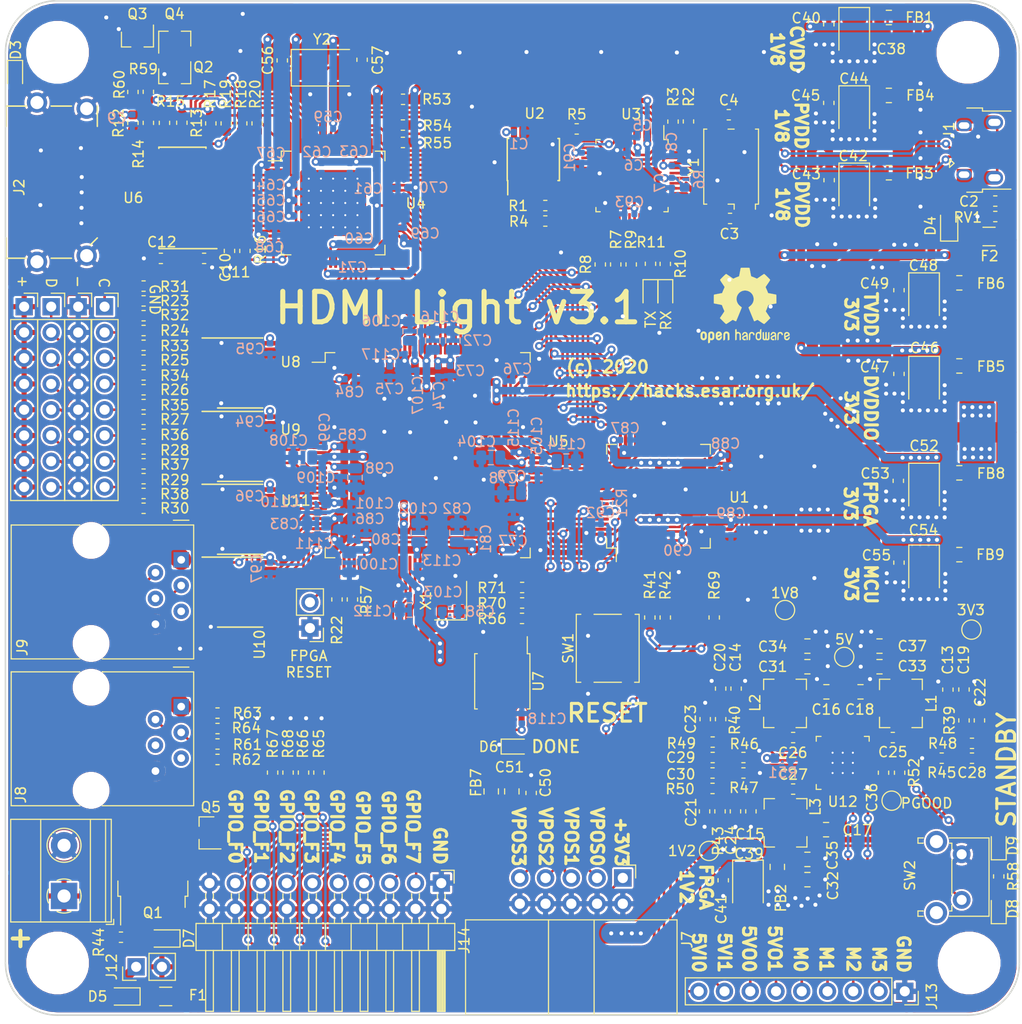
<source format=kicad_pcb>
(kicad_pcb (version 20171130) (host pcbnew 5.1.4-e60b266~84~ubuntu18.04.1)
  (layers (0 F.Cu signal) (31 B.Cu signal) (34 B.Paste user) (35 F.Paste user) (36 B.SilkS user) (37 F.SilkS user) (38 B.Mask user) (39 F.Mask user) (44 Edge.Cuts user))
  (net 0 "")
  (net 1 "Net-(U1-Pad15)")
  (net 2 "Net-(U1-Pad21)")
  (net 3 "Net-(U1-Pad22)")
  (net 4 "Net-(U1-Pad27)")
  (net 5 "Net-(U1-Pad28)")
  (net 6 "Net-(U2-Pad1)")
  (net 7 "Net-(U2-Pad2)")
  (net 8 "Net-(U2-Pad6)")
  (net 9 "Net-(U2-Pad7)")
  (net 10 "Net-(R1-Pad1)")
  (net 11 "Net-(R1-Pad2)")
  (net 12 GND)
  (net 13 +5V)
  (net 14 "Net-(R5-Pad1)")
  (net 15 "Net-(C6-Pad1)")
  (net 16 "Net-(R3-Pad1)")
  (net 17 "Net-(R2-Pad1)")
  (net 18 "Net-(U3-Pad11)")
  (net 19 "Net-(U3-Pad12)")
  (net 20 "Net-(U3-Pad13)")
  (net 21 +3V3)
  (net 22 "Net-(U3-Pad15)")
  (net 23 "Net-(U3-Pad16)")
  (net 24 "Net-(U3-Pad17)")
  (net 25 "Net-(U3-Pad19)")
  (net 26 "Net-(U3-Pad20)")
  (net 27 "Net-(R8-Pad2)")
  (net 28 "Net-(R7-Pad2)")
  (net 29 "Net-(R11-Pad2)")
  (net 30 "Net-(R10-Pad2)")
  (net 31 "Net-(U3-Pad29)")
  (net 32 "Net-(U3-Pad30)")
  (net 33 "Net-(U3-Pad32)")
  (net 34 "Net-(U3-Pad33)")
  (net 35 "Net-(U3-Pad35)")
  (net 36 "Net-(U3-Pad36)")
  (net 37 "Net-(U3-Pad37)")
  (net 38 "Net-(U3-Pad38)")
  (net 39 "Net-(U3-Pad41)")
  (net 40 "Net-(C3-Pad1)")
  (net 41 "Net-(C4-Pad1)")
  (net 42 "Net-(C8-Pad1)")
  (net 43 "Net-(D1-Pad1)")
  (net 44 "Net-(D2-Pad1)")
  (net 45 "Net-(J2-Pad1)")
  (net 46 "Net-(J2-Pad3)")
  (net 47 "Net-(J2-Pad7)")
  (net 48 "Net-(J2-Pad9)")
  (net 49 "Net-(J2-Pad13)")
  (net 50 "Net-(J2-Pad15)")
  (net 51 "Net-(J2-Pad19)")
  (net 52 "Net-(J2-Pad4)")
  (net 53 "Net-(J2-Pad6)")
  (net 54 "Net-(J2-Pad10)")
  (net 55 "Net-(J2-Pad12)")
  (net 56 "Net-(J2-Pad14)")
  (net 57 "Net-(J2-Pad16)")
  (net 58 "Net-(J1-Pad2)")
  (net 59 "Net-(J1-Pad3)")
  (net 60 /hdmilight-v3-fpga/P7)
  (net 61 /hdmilight-v3-fpga/P6)
  (net 62 /hdmilight-v3-fpga/P5)
  (net 63 /hdmilight-v3-fpga/P4)
  (net 64 /hdmilight-v3-fpga/P3)
  (net 65 /hdmilight-v3-fpga/P2)
  (net 66 /hdmilight-v3-fpga/P1)
  (net 67 /hdmilight-v3-fpga/P0)
  (net 68 "Net-(U5-Pad57)")
  (net 69 "Net-(U5-Pad58)")
  (net 70 "Net-(U5-Pad59)")
  (net 71 "Net-(U5-Pad61)")
  (net 72 "Net-(U5-Pad62)")
  (net 73 "Net-(U5-Pad66)")
  (net 74 "Net-(U5-Pad67)")
  (net 75 "Net-(U5-Pad72)")
  (net 76 /hdmilight-v3-fpga/P23)
  (net 77 /hdmilight-v3-fpga/P22)
  (net 78 /hdmilight-v3-fpga/P21)
  (net 79 /hdmilight-v3-fpga/P20)
  (net 80 /hdmilight-v3-fpga/P19)
  (net 81 /hdmilight-v3-fpga/P18)
  (net 82 /hdmilight-v3-fpga/P17)
  (net 83 /hdmilight-v3-fpga/P16)
  (net 84 /hdmilight-v3-fpga/P15)
  (net 85 /hdmilight-v3-fpga/P14)
  (net 86 /hdmilight-v3-fpga/P13)
  (net 87 /hdmilight-v3-fpga/P12)
  (net 88 /hdmilight-v3-fpga/P11)
  (net 89 /hdmilight-v3-fpga/P10)
  (net 90 /hdmilight-v3-fpga/P9)
  (net 91 /hdmilight-v3-fpga/P8)
  (net 92 /hdmilight-v3-fpga/LLC)
  (net 93 "Net-(C11-Pad2)")
  (net 94 "Net-(C12-Pad1)")
  (net 95 "Net-(R18-Pad2)")
  (net 96 "Net-(R19-Pad2)")
  (net 97 "Net-(R20-Pad2)")
  (net 98 "Net-(U6-Pad38)")
  (net 99 /hdmilight-v3-fpga/TDI)
  (net 100 /hdmilight-v3-microcontroller/JTCK)
  (net 101 /hdmilight-v3-microcontroller/JTMS)
  (net 102 /hdmilight-v3-microcontroller/JTDI)
  (net 103 /hdmilight-v3-microcontroller/JTDO)
  (net 104 "Net-(R21-Pad1)")
  (net 105 "Net-(J4-Pad8)")
  (net 106 "Net-(J4-Pad7)")
  (net 107 "Net-(J4-Pad6)")
  (net 108 "Net-(J4-Pad5)")
  (net 109 "Net-(J4-Pad4)")
  (net 110 "Net-(J4-Pad3)")
  (net 111 "Net-(J4-Pad2)")
  (net 112 "Net-(J4-Pad1)")
  (net 113 "Net-(J5-Pad1)")
  (net 114 "Net-(J5-Pad2)")
  (net 115 "Net-(J5-Pad3)")
  (net 116 "Net-(J5-Pad4)")
  (net 117 "Net-(J5-Pad5)")
  (net 118 "Net-(J5-Pad6)")
  (net 119 "Net-(J5-Pad7)")
  (net 120 "Net-(J5-Pad8)")
  (net 121 /hdmilight-v3-io/LED_DAT0)
  (net 122 /hdmilight-v3-io/LED_DAT1)
  (net 123 /hdmilight-v3-io/LED_DAT2)
  (net 124 /hdmilight-v3-io/LED_DAT3)
  (net 125 /hdmilight-v3-io/LED_DAT4)
  (net 126 /hdmilight-v3-io/LED_DAT5)
  (net 127 /hdmilight-v3-io/LED_DAT6)
  (net 128 /hdmilight-v3-io/LED_DAT7)
  (net 129 /hdmilight-v3-io/LED_CLK0)
  (net 130 /hdmilight-v3-io/LED_CLK1)
  (net 131 /hdmilight-v3-io/LED_CLK2)
  (net 132 /hdmilight-v3-io/LED_CLK3)
  (net 133 /hdmilight-v3-io/LED_CLK4)
  (net 134 /hdmilight-v3-io/LED_CLK5)
  (net 135 /hdmilight-v3-io/LED_CLK6)
  (net 136 /hdmilight-v3-io/LED_CLK7)
  (net 137 /hdmilight-v3-fpga/LED_OUT0)
  (net 138 /hdmilight-v3-fpga/LED_OUT1)
  (net 139 /hdmilight-v3-fpga/LED_OUT2)
  (net 140 /hdmilight-v3-fpga/LED_OUT3)
  (net 141 /hdmilight-v3-fpga/LED_OUT4)
  (net 142 /hdmilight-v3-fpga/LED_OUT5)
  (net 143 /hdmilight-v3-fpga/LED_OUT6)
  (net 144 /hdmilight-v3-fpga/LED_OUT7)
  (net 145 /hdmilight-v3-fpga/LED_OUT8)
  (net 146 /hdmilight-v3-fpga/LED_OUT9)
  (net 147 /hdmilight-v3-fpga/LED_OUT10)
  (net 148 /hdmilight-v3-fpga/LED_OUT11)
  (net 149 /hdmilight-v3-fpga/LED_OUT12)
  (net 150 /hdmilight-v3-fpga/LED_OUT13)
  (net 151 /hdmilight-v3-fpga/LED_OUT14)
  (net 152 /hdmilight-v3-fpga/LED_OUT15)
  (net 153 "Net-(J8-Pad5)")
  (net 154 "Net-(J8-Pad4)")
  (net 155 "Net-(J8-Pad3)")
  (net 156 "Net-(J8-Pad2)")
  (net 157 "Net-(J9-Pad2)")
  (net 158 "Net-(J9-Pad3)")
  (net 159 "Net-(J9-Pad4)")
  (net 160 "Net-(J9-Pad5)")
  (net 161 "Net-(U10-Pad14)")
  (net 162 "Net-(U10-Pad13)")
  (net 163 "Net-(U10-Pad12)")
  (net 164 "Net-(U10-Pad11)")
  (net 165 "Net-(U11-Pad6)")
  (net 166 "Net-(U11-Pad7)")
  (net 167 "Net-(U11-Pad8)")
  (net 168 "Net-(U11-Pad9)")
  (net 169 /hdmilight-v3-fpga/PAPIX_RGB0)
  (net 170 /hdmilight-v3-fpga/PAPIX_RGB1)
  (net 171 "Net-(C22-Pad1)")
  (net 172 "Net-(C19-Pad1)")
  (net 173 "Net-(C20-Pad1)")
  (net 174 "Net-(C23-Pad1)")
  (net 175 "Net-(C25-Pad2)")
  (net 176 "Net-(C26-Pad2)")
  (net 177 "Net-(C24-Pad1)")
  (net 178 "Net-(C21-Pad1)")
  (net 179 "Net-(C27-Pad2)")
  (net 180 "Net-(C28-Pad2)")
  (net 181 "Net-(C29-Pad2)")
  (net 182 "Net-(C30-Pad2)")
  (net 183 +1V8)
  (net 184 +1V2)
  (net 185 "Net-(R51-Pad1)")
  (net 186 /hdmilight-v3-vreg/PGOOD)
  (net 187 "Net-(C13-Pad1)")
  (net 188 "Net-(C25-Pad1)")
  (net 189 "Net-(C26-Pad1)")
  (net 190 "Net-(C14-Pad1)")
  (net 191 "Net-(C15-Pad1)")
  (net 192 "Net-(C27-Pad1)")
  (net 193 /hdmilight-v3-vreg/EN_1V2)
  (net 194 /hdmilight-v3-vreg/EN_3V3)
  (net 195 /hdmilight-v3-vreg/EN_1V8)
  (net 196 HDMI_CVDD_1V8)
  (net 197 FPGA_1V2)
  (net 198 HDMI_DVDD_1V8)
  (net 199 HDMI_PVDD_1V8)
  (net 200 HDMI_TVDD_3V3)
  (net 201 FPGA_3V3)
  (net 202 MCU_3V3)
  (net 203 "Net-(J1-Pad6)")
  (net 204 "Net-(J1-Pad4)")
  (net 205 HDMI_DVDDIO_3V3)
  (net 206 "Net-(C56-Pad1)")
  (net 207 "Net-(C57-Pad1)")
  (net 208 /hdmilight-v3-microcontroller/TXD)
  (net 209 /hdmilight-v3-microcontroller/RXD)
  (net 210 /hdmilight-v3-fpga/SPI_CLK)
  (net 211 /hdmilight-v3-fpga/SPI_MISO)
  (net 212 /hdmilight-v3-fpga/SPI_MOSI)
  (net 213 "Net-(R41-Pad2)")
  (net 214 "Net-(U1-Pad45)")
  (net 215 "Net-(U1-Pad44)")
  (net 216 "Net-(U1-Pad40)")
  (net 217 "Net-(U1-Pad39)")
  (net 218 "Net-(U1-Pad38)")
  (net 219 "Net-(U1-Pad37)")
  (net 220 "Net-(U1-Pad30)")
  (net 221 "Net-(U1-Pad29)")
  (net 222 "Net-(U1-Pad26)")
  (net 223 "Net-(U1-Pad25)")
  (net 224 "Net-(U1-Pad24)")
  (net 225 "Net-(U1-Pad23)")
  (net 226 "Net-(U1-Pad35)")
  (net 227 /hdmilight-v3-io/LED_POWER_EN)
  (net 228 /hdmilight-v3-fpga/VS)
  (net 229 /hdmilight-v3-fpga/HS)
  (net 230 /hdmilight-v3-fpga/DE)
  (net 231 /hdmilight-v3-io/LED_POWER)
  (net 232 "Net-(R9-Pad1)")
  (net 233 "Net-(U5-Pad79)")
  (net 234 /hdmilight-v3-fpga/POS_SENSOR0)
  (net 235 /hdmilight-v3-fpga/POS_SENSOR1)
  (net 236 /hdmilight-v3-fpga/POS_SENSOR2)
  (net 237 /hdmilight-v3-fpga/POS_SENSOR3)
  (net 238 /hdmilight-v3-fpga/ADV_RST)
  (net 239 /hdmilight-v3-fpga/ADV_INT)
  (net 240 /hdmilight-v3-fpga/ADV_SDA)
  (net 241 /hdmilight-v3-fpga/ADV_SCL)
  (net 242 /hdmilight-v3-fpga/ADV_MCLK)
  (net 243 /hdmilight-v3-fpga/ADV_LRCLK)
  (net 244 /hdmilight-v3-fpga/ADV_SCLK)
  (net 245 /hdmilight-v3-fpga/ADV_AP)
  (net 246 /hdmilight-v3-fpga/MCU_PB8)
  (net 247 /hdmilight-v3-fpga/MCU_D2)
  (net 248 /hdmilight-v3-microcontroller/FPGA_RST)
  (net 249 /hdmilight-v3-fpga/5V_OUTPUT1)
  (net 250 /hdmilight-v3-fpga/5V_OUTPUT0)
  (net 251 HDMI_5V)
  (net 252 "Net-(D3-Pad2)")
  (net 253 "Net-(D3-Pad1)")
  (net 254 "Net-(Q3-Pad1)")
  (net 255 "Net-(Q2-Pad3)")
  (net 256 "Net-(D4-Pad2)")
  (net 257 "Net-(D4-Pad1)")
  (net 258 "Net-(D5-Pad2)")
  (net 259 "Net-(D5-Pad1)")
  (net 260 "Net-(C50-Pad1)")
  (net 261 "Net-(R61-Pad1)")
  (net 262 "Net-(R62-Pad1)")
  (net 263 "Net-(R63-Pad1)")
  (net 264 "Net-(R64-Pad1)")
  (net 265 /hdmilight-v3-io/5V_OUTPUT_CON0)
  (net 266 /hdmilight-v3-io/5V_OUTPUT_CON1)
  (net 267 /hdmilight-v3-io/5V_INPUT_CON1)
  (net 268 /hdmilight-v3-io/5V_INPUT_CON0)
  (net 269 /hdmilight-v3-fpga/PAPIX_POS0)
  (net 270 /hdmilight-v3-fpga/PAPIX_POS1)
  (net 271 /hdmilight-v3-fpga/FPGA_GPIO0)
  (net 272 /hdmilight-v3-fpga/FPGA_GPIO1)
  (net 273 /hdmilight-v3-fpga/FPGA_GPIO2)
  (net 274 /hdmilight-v3-fpga/FPGA_GPIO3)
  (net 275 /hdmilight-v3-fpga/FPGA_GPIO4)
  (net 276 /hdmilight-v3-fpga/FPGA_GPIO5)
  (net 277 /hdmilight-v3-fpga/FPGA_GPIO6)
  (net 278 /hdmilight-v3-fpga/FPGA_GPIO7)
  (net 279 /hdmilight-v3-microcontroller/MCU_GPIO0)
  (net 280 /hdmilight-v3-io/MCU_GPIO1)
  (net 281 /hdmilight-v3-io/MCU_GPIO2)
  (net 282 /hdmilight-v3-io/MCU_GPIO3)
  (net 283 "Net-(R69-Pad2)")
  (net 284 /hdmilight-v3-fpga/FLASH_CS)
  (net 285 /hdmilight-v3-fpga/FLASH_SI)
  (net 286 /hdmilight-v3-fpga/FLASH_SO)
  (net 287 /hdmilight-v3-fpga/FLASH_SCK)
  (net 288 "Net-(D6-Pad2)")
  (net 289 /hdmilight-v3-fpga/DONE)
  (net 290 /hdmilight-v3-fpga/5V_INPUT0)
  (net 291 /hdmilight-v3-fpga/5V_INPUT1)
  (net 292 /hdmilight-v3-fpga/CLK_32MHZ)
  (net 293 "Net-(U1-Pad8)")
  (net 294 "Net-(D7-Pad1)")
  (net 295 "Net-(D7-Pad2)")
  (net 296 "Net-(Q5-Pad1)")
  (net 297 "Net-(R57-Pad2)")
  (net 298 "Net-(U5-Pad40)")
  (net 299 "Net-(U5-Pad41)")
  (net 300 "Net-(U5-Pad43)")
  (net 301 /hdmilight-v3-fpga/SPI_NSS)
  (net 302 "Net-(U5-Pad94)")
  (net 303 "Net-(U5-Pad95)")
  (net 304 /hdmilight-v3-microcontroller/JRST)
  (net 305 "Net-(U5-Pad82)")
  (net 306 "Net-(J13-Pad9)")
  (net 307 "Net-(J13-Pad8)")
  (net 308 "Net-(J13-Pad7)")
  (net 309 "Net-(J13-Pad6)")
  (net 310 "Net-(D8-Pad2)")
  (module Resistor_SMD:R_0603_1608Metric (layer F.Cu) (at 172.974 126.3395 270)
    (fp_text reference R58 (at 0 -1.43 90) (layer F.SilkS))
    (fp_text value 2K2)
    (pad 2 smd roundrect (at 0.7875 0 270) (size 0.875 0.95) (layers F.Cu F.Paste F.Mask) (net 310 "Net-(D8-Pad2)"))
    (pad 1 smd roundrect (at -0.7875 0 270) (size 0.875 0.95) (layers F.Cu F.Paste F.Mask) (net 13 +5V))
  )
  (module LED_SMD:LED_0603_1608Metric (layer F.Cu) (at 172.974 123.2155 90)
    (fp_text reference D9 (at -0.1015 1.397 90) (layer F.SilkS))
    (fp_text value LED)
    (pad 2 smd roundrect (at 0.7875 0 90) (size 0.875 0.95) (layers F.Cu F.Paste F.Mask) (net 186 /hdmilight-v3-vreg/PGOOD))
    (pad 1 smd roundrect (at -0.7875 0 90) (size 0.875 0.95) (layers F.Cu F.Paste F.Mask) (net 12 GND))
  )
  (module LED_SMD:LED_0603_1608Metric (layer F.Cu) (at 172.974 129.5145 90)
    (fp_text reference D8 (at -0.0255 1.397 90) (layer F.SilkS))
    (fp_text value LED)
    (pad 2 smd roundrect (at 0.7875 0 90) (size 0.875 0.95) (layers F.Cu F.Paste F.Mask) (net 310 "Net-(D8-Pad2)"))
    (pad 1 smd roundrect (at -0.7875 0 90) (size 0.875 0.95) (layers F.Cu F.Paste F.Mask) (net 12 GND))
  )
  (module Button_Switch_SMD:SW_SPST_EVQP0 (layer F.Cu) (at 134.402 103.848 90)
    (fp_text reference SW1 (at 0 -3.9 90) (layer F.SilkS))
    (fp_text value SW_Push)
    (pad 2 smd rect (at 2.88 2 90) (size 2.75 1) (layers F.Cu F.Paste F.Mask) (net 213 "Net-(R41-Pad2)"))
    (pad 2 smd rect (at -2.88 2 90) (size 2.75 1) (layers F.Cu F.Paste F.Mask) (net 213 "Net-(R41-Pad2)"))
    (pad 1 smd rect (at -2.88 -2 90) (size 2.75 1) (layers F.Cu F.Paste F.Mask) (net 12 GND))
    (pad 1 smd rect (at 2.88 -2 90) (size 2.75 1) (layers F.Cu F.Paste F.Mask) (net 12 GND))
  )
  (module Connector_PinSocket_2.54mm:PinSocket_1x09_P2.54mm_Vertical (layer F.Cu) (at 163.703 137.668 270)
    (fp_text reference J13 (at 0.508 -2.667 90) (layer F.SilkS))
    (fp_text value Conn_01x09)
    (pad 9 thru_hole oval (at 0 20.32 270) (size 1.7 1.7) (drill 1) (layers *.Cu *.Mask) (net 306 "Net-(J13-Pad9)"))
    (pad 8 thru_hole oval (at 0 17.78 270) (size 1.7 1.7) (drill 1) (layers *.Cu *.Mask) (net 307 "Net-(J13-Pad8)"))
    (pad 7 thru_hole oval (at 0 15.24 270) (size 1.7 1.7) (drill 1) (layers *.Cu *.Mask) (net 308 "Net-(J13-Pad7)"))
    (pad 6 thru_hole oval (at 0 12.7 270) (size 1.7 1.7) (drill 1) (layers *.Cu *.Mask) (net 309 "Net-(J13-Pad6)"))
    (pad 5 thru_hole oval (at 0 10.16 270) (size 1.7 1.7) (drill 1) (layers *.Cu *.Mask) (net 279 /hdmilight-v3-microcontroller/MCU_GPIO0))
    (pad 4 thru_hole oval (at 0 7.62 270) (size 1.7 1.7) (drill 1) (layers *.Cu *.Mask) (net 280 /hdmilight-v3-io/MCU_GPIO1))
    (pad 3 thru_hole oval (at 0 5.08 270) (size 1.7 1.7) (drill 1) (layers *.Cu *.Mask) (net 281 /hdmilight-v3-io/MCU_GPIO2))
    (pad 2 thru_hole oval (at 0 2.54 270) (size 1.7 1.7) (drill 1) (layers *.Cu *.Mask) (net 282 /hdmilight-v3-io/MCU_GPIO3))
    (pad 1 thru_hole rect (at 0 0 270) (size 1.7 1.7) (drill 1) (layers *.Cu *.Mask) (net 12 GND))
  )
  (module Connector_PinHeader_2.54mm:PinHeader_2x10_P2.54mm_Horizontal (layer F.Cu) (at 117.983 127 270)
    (fp_text reference J14 (at 5.655 -2.27 90) (layer F.SilkS))
    (fp_text value Conn_02x10_Odd_Even)
    (pad 1 thru_hole rect (at 0 0 270) (size 1.7 1.7) (drill 1) (layers *.Cu *.Mask) (net 12 GND))
    (pad 2 thru_hole oval (at 2.54 0 270) (size 1.7 1.7) (drill 1) (layers *.Cu *.Mask) (net 12 GND))
    (pad 3 thru_hole oval (at 0 2.54 270) (size 1.7 1.7) (drill 1) (layers *.Cu *.Mask) (net 278 /hdmilight-v3-fpga/FPGA_GPIO7))
    (pad 4 thru_hole oval (at 2.54 2.54 270) (size 1.7 1.7) (drill 1) (layers *.Cu *.Mask) (net 12 GND))
    (pad 5 thru_hole oval (at 0 5.08 270) (size 1.7 1.7) (drill 1) (layers *.Cu *.Mask) (net 277 /hdmilight-v3-fpga/FPGA_GPIO6))
    (pad 6 thru_hole oval (at 2.54 5.08 270) (size 1.7 1.7) (drill 1) (layers *.Cu *.Mask) (net 12 GND))
    (pad 7 thru_hole oval (at 0 7.62 270) (size 1.7 1.7) (drill 1) (layers *.Cu *.Mask) (net 276 /hdmilight-v3-fpga/FPGA_GPIO5))
    (pad 8 thru_hole oval (at 2.54 7.62 270) (size 1.7 1.7) (drill 1) (layers *.Cu *.Mask) (net 12 GND))
    (pad 9 thru_hole oval (at 0 10.16 270) (size 1.7 1.7) (drill 1) (layers *.Cu *.Mask) (net 275 /hdmilight-v3-fpga/FPGA_GPIO4))
    (pad 10 thru_hole oval (at 2.54 10.16 270) (size 1.7 1.7) (drill 1) (layers *.Cu *.Mask) (net 12 GND))
    (pad 11 thru_hole oval (at 0 12.7 270) (size 1.7 1.7) (drill 1) (layers *.Cu *.Mask) (net 274 /hdmilight-v3-fpga/FPGA_GPIO3))
    (pad 12 thru_hole oval (at 2.54 12.7 270) (size 1.7 1.7) (drill 1) (layers *.Cu *.Mask) (net 12 GND))
    (pad 13 thru_hole oval (at 0 15.24 270) (size 1.7 1.7) (drill 1) (layers *.Cu *.Mask) (net 273 /hdmilight-v3-fpga/FPGA_GPIO2))
    (pad 14 thru_hole oval (at 2.54 15.24 270) (size 1.7 1.7) (drill 1) (layers *.Cu *.Mask) (net 12 GND))
    (pad 15 thru_hole oval (at 0 17.78 270) (size 1.7 1.7) (drill 1) (layers *.Cu *.Mask) (net 272 /hdmilight-v3-fpga/FPGA_GPIO1))
    (pad 16 thru_hole oval (at 2.54 17.78 270) (size 1.7 1.7) (drill 1) (layers *.Cu *.Mask) (net 12 GND))
    (pad 17 thru_hole oval (at 0 20.32 270) (size 1.7 1.7) (drill 1) (layers *.Cu *.Mask) (net 271 /hdmilight-v3-fpga/FPGA_GPIO0))
    (pad 18 thru_hole oval (at 2.54 20.32 270) (size 1.7 1.7) (drill 1) (layers *.Cu *.Mask) (net 12 GND))
    (pad 19 thru_hole oval (at 0 22.86 270) (size 1.7 1.7) (drill 1) (layers *.Cu *.Mask) (net 12 GND))
    (pad 20 thru_hole oval (at 2.54 22.86 270) (size 1.7 1.7) (drill 1) (layers *.Cu *.Mask) (net 12 GND))
  )
  (module Connector_IDC:IDC-Header_2x05_P2.54mm_Horizontal (layer F.Cu) (at 135.89 126.492 270)
    (fp_text reference J7 (at 6.105 -6.35 90) (layer F.SilkS))
    (fp_text value Conn_02x05_Odd_Even)
    (pad 1 thru_hole rect (at 0 0 270) (size 1.7272 1.7272) (drill 1.016) (layers *.Cu *.Mask) (net 260 "Net-(C50-Pad1)"))
    (pad 2 thru_hole oval (at 2.54 0 270) (size 1.7272 1.7272) (drill 1.016) (layers *.Cu *.Mask) (net 12 GND))
    (pad 3 thru_hole oval (at 0 2.54 270) (size 1.7272 1.7272) (drill 1.016) (layers *.Cu *.Mask) (net 234 /hdmilight-v3-fpga/POS_SENSOR0))
    (pad 4 thru_hole oval (at 2.54 2.54 270) (size 1.7272 1.7272) (drill 1.016) (layers *.Cu *.Mask) (net 12 GND))
    (pad 5 thru_hole oval (at 0 5.08 270) (size 1.7272 1.7272) (drill 1.016) (layers *.Cu *.Mask) (net 235 /hdmilight-v3-fpga/POS_SENSOR1))
    (pad 6 thru_hole oval (at 2.54 5.08 270) (size 1.7272 1.7272) (drill 1.016) (layers *.Cu *.Mask) (net 12 GND))
    (pad 7 thru_hole oval (at 0 7.62 270) (size 1.7272 1.7272) (drill 1.016) (layers *.Cu *.Mask) (net 236 /hdmilight-v3-fpga/POS_SENSOR2))
    (pad 8 thru_hole oval (at 2.54 7.62 270) (size 1.7272 1.7272) (drill 1.016) (layers *.Cu *.Mask) (net 12 GND))
    (pad 9 thru_hole oval (at 0 10.16 270) (size 1.7272 1.7272) (drill 1.016) (layers *.Cu *.Mask) (net 237 /hdmilight-v3-fpga/POS_SENSOR3))
    (pad 10 thru_hole oval (at 2.54 10.16 270) (size 1.7272 1.7272) (drill 1.016) (layers *.Cu *.Mask) (net 12 GND))
  )
  (module Connector_PinHeader_2.54mm:PinHeader_1x02_P2.54mm_Vertical (layer F.Cu) (at 87.884 135.255 90)
    (fp_text reference J12 (at 0 -2.413 90) (layer F.SilkS))
    (fp_text value Conn_01x02_Male)
    (pad 2 thru_hole oval (at 0 2.54 90) (size 1.7 1.7) (drill 1) (layers *.Cu *.Mask) (net 294 "Net-(D7-Pad1)"))
    (pad 1 thru_hole rect (at 0 0 90) (size 1.7 1.7) (drill 1) (layers *.Cu *.Mask) (net 258 "Net-(D5-Pad2)"))
  )
  (module Package_SO:SOIC-8_5.23x5.23mm_P1.27mm (layer F.Cu) (at 124.0028 107.105 270)
    (fp_text reference U7 (at 0 -3.56 90) (layer F.SilkS))
    (fp_text value S25FL064L)
    (pad 8 smd roundrect (at 3.6 -1.905 270) (size 1.6 0.6) (layers F.Cu F.Paste F.Mask) (net 201 FPGA_3V3))
    (pad 7 smd roundrect (at 3.6 -0.635 270) (size 1.6 0.6) (layers F.Cu F.Paste F.Mask) (net 201 FPGA_3V3))
    (pad 6 smd roundrect (at 3.6 0.635 270) (size 1.6 0.6) (layers F.Cu F.Paste F.Mask) (net 287 /hdmilight-v3-fpga/FLASH_SCK))
    (pad 5 smd roundrect (at 3.6 1.905 270) (size 1.6 0.6) (layers F.Cu F.Paste F.Mask) (net 285 /hdmilight-v3-fpga/FLASH_SI))
    (pad 4 smd roundrect (at -3.6 1.905 270) (size 1.6 0.6) (layers F.Cu F.Paste F.Mask) (net 12 GND))
    (pad 3 smd roundrect (at -3.6 0.635 270) (size 1.6 0.6) (layers F.Cu F.Paste F.Mask) (net 201 FPGA_3V3))
    (pad 2 smd roundrect (at -3.6 -0.635 270) (size 1.6 0.6) (layers F.Cu F.Paste F.Mask) (net 286 /hdmilight-v3-fpga/FLASH_SO))
    (pad 1 smd roundrect (at -3.6 -1.905 270) (size 1.6 0.6) (layers F.Cu F.Paste F.Mask) (net 284 /hdmilight-v3-fpga/FLASH_CS))
  )
  (module Package_TO_SOT_SMD:SOT-23 (layer F.Cu) (at 94.853 122.047 180)
    (fp_text reference Q5 (at -0.397 2.54) (layer F.SilkS))
    (fp_text value BSS123)
    (pad 3 smd rect (at 1 0 180) (size 0.9 0.8) (layers F.Cu F.Paste F.Mask) (net 295 "Net-(D7-Pad2)"))
    (pad 2 smd rect (at -1 0.95 180) (size 0.9 0.8) (layers F.Cu F.Paste F.Mask) (net 12 GND))
    (pad 1 smd rect (at -1 -0.95 180) (size 0.9 0.8) (layers F.Cu F.Paste F.Mask) (net 296 "Net-(Q5-Pad1)"))
  )
  (module Package_TO_SOT_SMD:TO-252-2 (layer F.Cu) (at 89.535 125.8234 90)
    (fp_text reference Q1 (at -4.0976 0 180) (layer F.SilkS))
    (fp_text value SUD50P04-08)
    (pad 2 smd rect (at 2.1 0 90) (size 6.4 5.8) (layers F.Cu F.Mask) (net 231 /hdmilight-v3-io/LED_POWER))
    (pad 3 smd rect (at -4.2 2.28 90) (size 2.2 1.2) (layers F.Cu F.Paste F.Mask) (net 294 "Net-(D7-Pad1)"))
    (pad 1 smd rect (at -4.2 -2.28 90) (size 2.2 1.2) (layers F.Cu F.Paste F.Mask) (net 295 "Net-(D7-Pad2)"))
  )
  (module Diode_SMD:D_SOD-323 (layer F.Cu) (at 90.712 132.461 180)
    (fp_text reference D7 (at -2.379 0 90) (layer F.SilkS))
    (fp_text value 5V1)
    (pad 2 smd rect (at 1.05 0 180) (size 0.6 0.45) (layers F.Cu F.Paste F.Mask) (net 295 "Net-(D7-Pad2)"))
    (pad 1 smd rect (at -1.05 0 180) (size 0.6 0.45) (layers F.Cu F.Paste F.Mask) (net 294 "Net-(D7-Pad1)"))
  )
  (module TestPoint:TestPoint_Pad_D1.5mm (layer F.Cu) (at 157.734 104.6988)
    (fp_text reference TP5 hide)
    (fp_text value TestPoint)
    (pad 1 smd circle (at 0 0) (size 1.5 1.5) (layers F.Cu F.Mask) (net 13 +5V))
  )
  (module TestPoint:TestPoint_Pad_D1.5mm (layer F.Cu) (at 144.399 123.825)
    (fp_text reference TP6 hide)
    (fp_text value TestPoint)
    (pad 1 smd circle (at 0 0) (size 1.5 1.5) (layers F.Cu F.Mask) (net 197 FPGA_1V2))
  )
  (module Inductor_SMD:L_Bourns-SRN4018 (layer F.Cu) (at 151.9428 121.0564 270)
    (fp_text reference L3 (at -1.5748 -2.9464 90) (layer F.SilkS))
    (fp_text value 2.2uH/3.5A)
    (pad 2 smd rect (at 1.525 0 270) (size 1.5 3.6) (layers F.Cu F.Paste F.Mask) (net 184 +1V2))
    (pad 1 smd rect (at -1.525 0 270) (size 1.5 3.6) (layers F.Cu F.Paste F.Mask) (net 192 "Net-(C27-Pad1)"))
  )
  (module TestPoint:TestPoint_Pad_D1.5mm (layer F.Cu) (at 151.892 100.076)
    (fp_text reference TP4 hide)
    (fp_text value TestPoint)
    (pad 1 smd circle (at 0 0) (size 1.5 1.5) (layers F.Cu F.Mask) (net 183 +1V8))
  )
  (module TestPoint:TestPoint_Pad_D1.5mm (layer F.Cu) (at 170.2816 102.0064)
    (fp_text reference TP2 hide)
    (fp_text value TestPoint)
    (pad 1 smd circle (at 0 0) (size 1.5 1.5) (layers F.Cu F.Mask) (net 21 +3V3))
  )
  (module TestPoint:TestPoint_Pad_D1.5mm (layer F.Cu) (at 162.4076 118.872)
    (fp_text reference TP1 hide)
    (fp_text value TestPoint)
    (pad 1 smd circle (at 0 0) (size 1.5 1.5) (layers F.Cu F.Mask) (net 186 /hdmilight-v3-vreg/PGOOD))
  )
  (module Capacitor_SMD:C_0402_1005Metric (layer B.Cu) (at 87.503 51.712 270)
    (fp_text reference C9 (at -0.1294 1.524 180) (layer B.SilkS) (effects (justify mirror)))
    (fp_text value 0.1uF)
    (pad 2 smd roundrect (at 0.485 0 270) (size 0.59 0.64) (layers B.Cu B.Paste B.Mask) (net 12 GND))
    (pad 1 smd roundrect (at -0.485 0 270) (size 0.59 0.64) (layers B.Cu B.Paste B.Mask) (net 251 HDMI_5V))
  )
  (module Capacitor_SMD:C_0402_1005Metric (layer B.Cu) (at 114.8818 74.8284 180)
    (fp_text reference C117 (at 2.8678 -0.0508) (layer B.SilkS) (effects (justify mirror)))
    (fp_text value 0.47uF)
    (pad 2 smd roundrect (at 0.485 0 180) (size 0.59 0.64) (layers B.Cu B.Paste B.Mask) (net 12 GND))
    (pad 1 smd roundrect (at -0.485 0 180) (size 0.59 0.64) (layers B.Cu B.Paste B.Mask) (net 201 FPGA_3V3))
  )
  (module Capacitor_SMD:C_0402_1005Metric (layer B.Cu) (at 125.9332 110.767 90)
    (fp_text reference C118 (at -0.0278 2.4892 180) (layer B.SilkS) (effects (justify mirror)))
    (fp_text value 0.1uF)
    (pad 2 smd roundrect (at 0.485 0 90) (size 0.59 0.64) (layers B.Cu B.Paste B.Mask) (net 12 GND))
    (pad 1 smd roundrect (at -0.485 0 90) (size 0.59 0.64) (layers B.Cu B.Paste B.Mask) (net 201 FPGA_3V3))
  )
  (module Capacitor_SMD:C_0805_2012Metric (layer B.Cu) (at 117.1448 73.4845 90)
    (fp_text reference C116 (at 2.3137 0.7112 180) (layer B.SilkS) (effects (justify mirror)))
    (fp_text value 4.7uF)
    (pad 2 smd roundrect (at 0.9375 0 90) (size 0.975 1.4) (layers B.Cu B.Paste B.Mask) (net 12 GND))
    (pad 1 smd roundrect (at -0.9375 0 90) (size 0.975 1.4) (layers B.Cu B.Paste B.Mask) (net 197 FPGA_1V2))
  )
  (module Capacitor_SMD:C_0402_1005Metric (layer B.Cu) (at 125.1204 85.0114 90)
    (fp_text reference C115 (at 2.9186 0 90) (layer B.SilkS) (effects (justify mirror)))
    (fp_text value 0.47uF)
    (pad 2 smd roundrect (at 0.485 0 90) (size 0.59 0.64) (layers B.Cu B.Paste B.Mask) (net 12 GND))
    (pad 1 smd roundrect (at -0.485 0 90) (size 0.59 0.64) (layers B.Cu B.Paste B.Mask) (net 201 FPGA_3V3))
  )
  (module Capacitor_SMD:C_0805_2012Metric (layer B.Cu) (at 130.3251 85.3948)
    (fp_text reference C114 (at 0.0277 -1.6764) (layer B.SilkS) (effects (justify mirror)))
    (fp_text value 4.7uF)
    (pad 2 smd roundrect (at 0.9375 0) (size 0.975 1.4) (layers B.Cu B.Paste B.Mask) (net 12 GND))
    (pad 1 smd roundrect (at -0.9375 0) (size 0.975 1.4) (layers B.Cu B.Paste B.Mask) (net 197 FPGA_1V2))
  )
  (module Capacitor_SMD:C_0402_1005Metric (layer B.Cu) (at 115.57 95.1762 270)
    (fp_text reference C113 (at 0.023 -2.4892 180) (layer B.SilkS) (effects (justify mirror)))
    (fp_text value 0.47uF)
    (pad 2 smd roundrect (at 0.485 0 270) (size 0.59 0.64) (layers B.Cu B.Paste B.Mask) (net 12 GND))
    (pad 1 smd roundrect (at -0.485 0 270) (size 0.59 0.64) (layers B.Cu B.Paste B.Mask) (net 201 FPGA_3V3))
  )
  (module Capacitor_SMD:C_0805_2012Metric (layer B.Cu) (at 114.8357 100.076 180)
    (fp_text reference C112 (at 3.6345 -0.1016) (layer B.SilkS) (effects (justify mirror)))
    (fp_text value 4.7uF)
    (pad 2 smd roundrect (at 0.9375 0 180) (size 0.975 1.4) (layers B.Cu B.Paste B.Mask) (net 12 GND))
    (pad 1 smd roundrect (at -0.9375 0 180) (size 0.975 1.4) (layers B.Cu B.Paste B.Mask) (net 197 FPGA_1V2))
  )
  (module Capacitor_SMD:C_0402_1005Metric (layer B.Cu) (at 108.4858 93.218)
    (fp_text reference C111 (at -3.025 0.3048) (layer B.SilkS) (effects (justify mirror)))
    (fp_text value 0.47uF)
    (pad 2 smd roundrect (at 0.485 0) (size 0.59 0.64) (layers B.Cu B.Paste B.Mask) (net 12 GND))
    (pad 1 smd roundrect (at -0.485 0) (size 0.59 0.64) (layers B.Cu B.Paste B.Mask) (net 201 FPGA_3V3))
  )
  (module Capacitor_SMD:C_0805_2012Metric (layer B.Cu) (at 105.6917 89.3572 180)
    (fp_text reference C110 (at 3.6345 -0.0508) (layer B.SilkS) (effects (justify mirror)))
    (fp_text value 4.7uF)
    (pad 2 smd roundrect (at 0.9375 0 180) (size 0.975 1.4) (layers B.Cu B.Paste B.Mask) (net 12 GND))
    (pad 1 smd roundrect (at -0.9375 0 180) (size 0.975 1.4) (layers B.Cu B.Paste B.Mask) (net 197 FPGA_1V2))
  )
  (module Capacitor_SMD:C_0402_1005Metric (layer B.Cu) (at 108.0008 86.4386 270)
    (fp_text reference C109 (at 0.5818 2.3876 180) (layer B.SilkS) (effects (justify mirror)))
    (fp_text value 0.47uF)
    (pad 2 smd roundrect (at 0.485 0 270) (size 0.59 0.64) (layers B.Cu B.Paste B.Mask) (net 12 GND))
    (pad 1 smd roundrect (at -0.485 0 270) (size 0.59 0.64) (layers B.Cu B.Paste B.Mask) (net 201 FPGA_3V3))
  )
  (module Capacitor_SMD:C_0805_2012Metric (layer B.Cu) (at 104.3155 85.0392 180)
    (fp_text reference C108 (at 1.3947 1.6764) (layer B.SilkS) (effects (justify mirror)))
    (fp_text value 4.7uF)
    (pad 2 smd roundrect (at 0.9375 0 180) (size 0.975 1.4) (layers B.Cu B.Paste B.Mask) (net 12 GND))
    (pad 1 smd roundrect (at -0.9375 0 180) (size 0.975 1.4) (layers B.Cu B.Paste B.Mask) (net 197 FPGA_1V2))
  )
  (module Capacitor_SMD:C_0402_1005Metric (layer B.Cu) (at 116.0502 76.454 180)
    (fp_text reference C107 (at 0.3786 -2.4384 90) (layer B.SilkS) (effects (justify mirror)))
    (fp_text value 0.47uF)
    (pad 2 smd roundrect (at 0.485 0 180) (size 0.59 0.64) (layers B.Cu B.Paste B.Mask) (net 12 GND))
    (pad 1 smd roundrect (at -0.485 0 180) (size 0.59 0.64) (layers B.Cu B.Paste B.Mask) (net 197 FPGA_1V2))
  )
  (module Capacitor_SMD:C_0805_2012Metric (layer B.Cu) (at 114.9096 72.5701 90)
    (fp_text reference C106 (at 0.9929 -2.8448 180) (layer B.SilkS) (effects (justify mirror)))
    (fp_text value 4.7uF)
    (pad 2 smd roundrect (at 0.9375 0 90) (size 0.975 1.4) (layers B.Cu B.Paste B.Mask) (net 12 GND))
    (pad 1 smd roundrect (at -0.9375 0 90) (size 0.975 1.4) (layers B.Cu B.Paste B.Mask) (net 201 FPGA_3V3))
  )
  (module Capacitor_SMD:C_0402_1005Metric (layer B.Cu) (at 127.4342 85.4456 180)
    (fp_text reference C105 (at 0.0278 2.54 90) (layer B.SilkS) (effects (justify mirror)))
    (fp_text value 0.47uF)
    (pad 2 smd roundrect (at 0.485 0 180) (size 0.59 0.64) (layers B.Cu B.Paste B.Mask) (net 12 GND))
    (pad 1 smd roundrect (at -0.485 0 180) (size 0.59 0.64) (layers B.Cu B.Paste B.Mask) (net 197 FPGA_1V2))
  )
  (module Capacitor_SMD:C_0805_2012Metric (layer B.Cu) (at 122.8621 85.0392 180)
    (fp_text reference C104 (at 1.3993 1.5748) (layer B.SilkS) (effects (justify mirror)))
    (fp_text value 4.7uF)
    (pad 2 smd roundrect (at 0.9375 0 180) (size 0.975 1.4) (layers B.Cu B.Paste B.Mask) (net 12 GND))
    (pad 1 smd roundrect (at -0.9375 0 180) (size 0.975 1.4) (layers B.Cu B.Paste B.Mask) (net 201 FPGA_3V3))
  )
  (module Capacitor_SMD:C_0402_1005Metric (layer B.Cu) (at 115.2882 98.6028 180)
    (fp_text reference C103 (at -2.8726 0.3048) (layer B.SilkS) (effects (justify mirror)))
    (fp_text value 0.47uF)
    (pad 2 smd roundrect (at 0.485 0 180) (size 0.59 0.64) (layers B.Cu B.Paste B.Mask) (net 12 GND))
    (pad 1 smd roundrect (at -0.485 0 180) (size 0.59 0.64) (layers B.Cu B.Paste B.Mask) (net 197 FPGA_1V2))
  )
  (module Capacitor_SMD:C_0805_2012Metric (layer B.Cu) (at 115.7224 92.4329 90)
    (fp_text reference C102 (at 2.3645 0 180) (layer B.SilkS) (effects (justify mirror)))
    (fp_text value 4.7uF)
    (pad 2 smd roundrect (at 0.9375 0 90) (size 0.975 1.4) (layers B.Cu B.Paste B.Mask) (net 12 GND))
    (pad 1 smd roundrect (at -0.9375 0 90) (size 0.975 1.4) (layers B.Cu B.Paste B.Mask) (net 201 FPGA_3V3))
  )
  (module Capacitor_SMD:C_0402_1005Metric (layer B.Cu) (at 108.4858 89.5096)
    (fp_text reference C101 (at 2.9186 0.0508) (layer B.SilkS) (effects (justify mirror)))
    (fp_text value 0.47uF)
    (pad 2 smd roundrect (at 0.485 0) (size 0.59 0.64) (layers B.Cu B.Paste B.Mask) (net 12 GND))
    (pad 1 smd roundrect (at -0.485 0) (size 0.59 0.64) (layers B.Cu B.Paste B.Mask) (net 197 FPGA_1V2))
  )
  (module Capacitor_SMD:C_0805_2012Metric (layer B.Cu) (at 108.9152 95.4255 270)
    (fp_text reference C100 (at 0.1293 -2.8956 180) (layer B.SilkS) (effects (justify mirror)))
    (fp_text value 4.7uF)
    (pad 2 smd roundrect (at 0.9375 0 270) (size 0.975 1.4) (layers B.Cu B.Paste B.Mask) (net 12 GND))
    (pad 1 smd roundrect (at -0.9375 0 270) (size 0.975 1.4) (layers B.Cu B.Paste B.Mask) (net 201 FPGA_3V3))
  )
  (module Capacitor_SMD:C_0402_1005Metric (layer B.Cu) (at 106.4768 84.5034 90)
    (fp_text reference C99 (at 2.4614 0 90) (layer B.SilkS) (effects (justify mirror)))
    (fp_text value 0.47uF)
    (pad 2 smd roundrect (at 0.485 0 90) (size 0.59 0.64) (layers B.Cu B.Paste B.Mask) (net 12 GND))
    (pad 1 smd roundrect (at -0.485 0 90) (size 0.59 0.64) (layers B.Cu B.Paste B.Mask) (net 197 FPGA_1V2))
  )
  (module Capacitor_SMD:C_0805_2012Metric (layer B.Cu) (at 109.474 87.0435 270)
    (fp_text reference C98 (at -0.9375 -2.4384 180) (layer B.SilkS) (effects (justify mirror)))
    (fp_text value 4.7uF)
    (pad 2 smd roundrect (at 0.9375 0 270) (size 0.975 1.4) (layers B.Cu B.Paste B.Mask) (net 12 GND))
    (pad 1 smd roundrect (at -0.9375 0 270) (size 0.975 1.4) (layers B.Cu B.Paste B.Mask) (net 201 FPGA_3V3))
  )
  (module _SR:HDMI_SOCKET_FCI_10029449 (layer F.Cu) (at 75.005 57.888 270)
    (fp_text reference J2 (at 0.508 -1.3474 90) (layer F.SilkS))
    (fp_text value HDMI_A hide)
    (pad 19 smd rect (at -4.5 -8.95 270) (size 0.3 1.9) (layers F.Cu F.Paste F.Mask) (net 51 "Net-(J2-Pad19)"))
    (pad 18 smd rect (at -4 -8.95 270) (size 0.3 1.9) (layers F.Cu F.Paste F.Mask) (net 251 HDMI_5V))
    (pad 17 smd rect (at -3.5 -8.95 270) (size 0.3 1.9) (layers F.Cu F.Paste F.Mask) (net 12 GND))
    (pad 16 smd rect (at -3 -8.95 270) (size 0.3 1.9) (layers F.Cu F.Paste F.Mask) (net 57 "Net-(J2-Pad16)"))
    (pad 15 smd rect (at -2.5 -8.95 270) (size 0.3 1.9) (layers F.Cu F.Paste F.Mask) (net 50 "Net-(J2-Pad15)"))
    (pad 14 smd rect (at -2 -8.95 270) (size 0.3 1.9) (layers F.Cu F.Paste F.Mask) (net 56 "Net-(J2-Pad14)"))
    (pad 13 smd rect (at -1.5 -8.95 270) (size 0.3 1.9) (layers F.Cu F.Paste F.Mask) (net 49 "Net-(J2-Pad13)"))
    (pad 12 smd rect (at -1 -8.95 270) (size 0.3 1.9) (layers F.Cu F.Paste F.Mask) (net 55 "Net-(J2-Pad12)"))
    (pad 11 smd rect (at -0.5 -8.95 270) (size 0.3 1.9) (layers F.Cu F.Paste F.Mask) (net 12 GND))
    (pad 10 smd rect (at 0 -8.95 270) (size 0.3 1.9) (layers F.Cu F.Paste F.Mask) (net 54 "Net-(J2-Pad10)"))
    (pad 9 smd rect (at 0.5 -8.95 270) (size 0.3 1.9) (layers F.Cu F.Paste F.Mask) (net 48 "Net-(J2-Pad9)"))
    (pad 8 smd rect (at 1 -8.95 270) (size 0.3 1.9) (layers F.Cu F.Paste F.Mask) (net 12 GND))
    (pad 7 smd rect (at 1.5 -8.95 270) (size 0.3 1.9) (layers F.Cu F.Paste F.Mask) (net 47 "Net-(J2-Pad7)"))
    (pad 6 smd rect (at 2 -8.95 270) (size 0.3 1.9) (layers F.Cu F.Paste F.Mask) (net 53 "Net-(J2-Pad6)"))
    (pad 5 smd rect (at 2.5 -8.95 270) (size 0.3 1.9) (layers F.Cu F.Paste F.Mask) (net 12 GND))
    (pad 4 smd rect (at 3 -8.95 270) (size 0.3 1.9) (layers F.Cu F.Paste F.Mask) (net 52 "Net-(J2-Pad4)"))
    (pad 3 smd rect (at 3.5 -8.95 270) (size 0.3 1.9) (layers F.Cu F.Paste F.Mask) (net 46 "Net-(J2-Pad3)"))
    (pad 2 smd rect (at 4 -8.95 270) (size 0.3 1.9) (layers F.Cu F.Paste F.Mask) (net 12 GND))
    (pad 1 smd rect (at 4.5 -8.95 270) (size 0.3 1.9) (layers F.Cu F.Paste F.Mask) (net 45 "Net-(J2-Pad1)"))
    (pad SH thru_hole circle (at -7.85 -3.1 270) (size 2 2) (drill 1.3) (layers *.Cu *.Mask) (net 12 GND))
    (pad SH thru_hole circle (at 7.85 -3.1 270) (size 2 2) (drill 1.3) (layers *.Cu *.Mask) (net 12 GND))
    (pad SH thru_hole circle (at 7.25 -8 270) (size 2 2) (drill 1.3) (layers *.Cu *.Mask) (net 12 GND))
    (pad SH thru_hole circle (at -7.25 -8 270) (size 2 2) (drill 1.3) (layers *.Cu *.Mask) (net 12 GND))
  )
  (module Symbol:OSHW-Logo2_9.8x8mm_SilkScreen (layer F.Cu) (at 147.955 70.0405)
    (fp_text reference LOGO1 hide)
    (fp_text value Logo_Open_Hardware_Small hide)
  )
  (module Resistor_SMD:R_0603_1608Metric (layer F.Cu) (at 109.22 99.0345 90)
    (fp_text reference R57 (at -0.0255 1.3716 270) (layer F.SilkS))
    (fp_text value 10K)
    (pad 2 smd roundrect (at 0.7875 0 90) (size 0.875 0.95) (layers F.Cu F.Paste F.Mask) (net 297 "Net-(R57-Pad2)"))
    (pad 1 smd roundrect (at -0.7875 0 90) (size 0.875 0.95) (layers F.Cu F.Paste F.Mask) (net 201 FPGA_3V3))
  )
  (module Resistor_SMD:R_0603_1608Metric (layer F.Cu) (at 125.946 100.9015 180)
    (fp_text reference R56 (at 2.9592 -0.0381) (layer F.SilkS))
    (fp_text value 10K)
    (pad 2 smd roundrect (at 0.7875 0 180) (size 0.875 0.95) (layers F.Cu F.Paste F.Mask) (net 284 /hdmilight-v3-fpga/FLASH_CS))
    (pad 1 smd roundrect (at -0.7875 0 180) (size 0.875 0.95) (layers F.Cu F.Paste F.Mask) (net 201 FPGA_3V3))
  )
  (module Crystal:Crystal_SMD_5032-2Pin_5.0x3.2mm (layer F.Cu) (at 106.2355 46.609)
    (fp_text reference Y2 (at 0 -2.8) (layer F.SilkS))
    (fp_text value 28.63636MHz)
    (pad 2 smd rect (at 1.85 0) (size 2 2.4) (layers F.Cu F.Paste F.Mask) (net 207 "Net-(C57-Pad1)"))
    (pad 1 smd rect (at -1.85 0) (size 2 2.4) (layers F.Cu F.Paste F.Mask) (net 206 "Net-(C56-Pad1)"))
  )
  (module Resistor_SMD:R_0603_1608Metric (layer F.Cu) (at 125.9585 97.8535)
    (fp_text reference R71 (at -2.9717 0.0381) (layer F.SilkS))
    (fp_text value 1K)
    (pad 2 smd roundrect (at 0.7875 0) (size 0.875 0.95) (layers F.Cu F.Paste F.Mask) (net 288 "Net-(D6-Pad2)"))
    (pad 1 smd roundrect (at -0.7875 0) (size 0.875 0.95) (layers F.Cu F.Paste F.Mask) (net 289 /hdmilight-v3-fpga/DONE))
  )
  (module Resistor_SMD:R_0603_1608Metric (layer F.Cu) (at 125.9585 99.3775 180)
    (fp_text reference R70 (at 2.9717 -0.0381) (layer F.SilkS))
    (fp_text value 330R)
    (pad 2 smd roundrect (at 0.7875 0 180) (size 0.875 0.95) (layers F.Cu F.Paste F.Mask) (net 289 /hdmilight-v3-fpga/DONE))
    (pad 1 smd roundrect (at -0.7875 0 180) (size 0.875 0.95) (layers F.Cu F.Paste F.Mask) (net 201 FPGA_3V3))
  )
  (module LED_SMD:LED_0603_1608Metric (layer F.Cu) (at 125.3745 113.538)
    (fp_text reference D6 (at -2.7179 0.0127) (layer F.SilkS))
    (fp_text value LED)
    (pad 2 smd roundrect (at 0.7875 0) (size 0.875 0.95) (layers F.Cu F.Paste F.Mask) (net 288 "Net-(D6-Pad2)"))
    (pad 1 smd roundrect (at -0.7875 0) (size 0.875 0.95) (layers F.Cu F.Paste F.Mask) (net 12 GND))
  )
  (module Resistor_SMD:R_0603_1608Metric (layer F.Cu) (at 144.907 100.8125 90)
    (fp_text reference R69 (at 3.1749 0.0127 90) (layer F.SilkS))
    (fp_text value 10K)
    (pad 2 smd roundrect (at 0.7875 0 90) (size 0.875 0.95) (layers F.Cu F.Paste F.Mask) (net 283 "Net-(R69-Pad2)"))
    (pad 1 smd roundrect (at -0.7875 0 90) (size 0.875 0.95) (layers F.Cu F.Paste F.Mask) (net 202 MCU_3V3))
  )
  (module Capacitor_SMD:C_0402_1005Metric (layer B.Cu) (at 125.626 52.959)
    (fp_text reference C1 (at 0 1.17 180) (layer B.SilkS) (effects (justify mirror)))
    (fp_text value 0.1uF)
    (pad 2 smd roundrect (at 0.485 0) (size 0.59 0.64) (layers B.Cu B.Paste B.Mask) (net 12 GND))
    (pad 1 smd roundrect (at -0.485 0) (size 0.59 0.64) (layers B.Cu B.Paste B.Mask) (net 13 +5V))
  )
  (module Resistor_SMD:R_0603_1608Metric (layer F.Cu) (at 102.87 116.1035 270)
    (fp_text reference R68 (at -2.8448 0 90) (layer F.SilkS))
    (fp_text value 82R)
    (pad 2 smd roundrect (at 0.7875 0 270) (size 0.875 0.95) (layers F.Cu F.Paste F.Mask) (net 307 "Net-(J13-Pad8)"))
    (pad 1 smd roundrect (at -0.7875 0 270) (size 0.875 0.95) (layers F.Cu F.Paste F.Mask) (net 267 /hdmilight-v3-io/5V_INPUT_CON1))
  )
  (module Resistor_SMD:R_0603_1608Metric (layer F.Cu) (at 101.346 116.1035 270)
    (fp_text reference R67 (at -2.8448 0 90) (layer F.SilkS))
    (fp_text value 82R)
    (pad 2 smd roundrect (at 0.7875 0 270) (size 0.875 0.95) (layers F.Cu F.Paste F.Mask) (net 306 "Net-(J13-Pad9)"))
    (pad 1 smd roundrect (at -0.7875 0 270) (size 0.875 0.95) (layers F.Cu F.Paste F.Mask) (net 268 /hdmilight-v3-io/5V_INPUT_CON0))
  )
  (module Resistor_SMD:R_0603_1608Metric (layer F.Cu) (at 104.394 116.1035 270)
    (fp_text reference R66 (at -2.8448 0.0635 90) (layer F.SilkS))
    (fp_text value 82R)
    (pad 2 smd roundrect (at 0.7875 0 270) (size 0.875 0.95) (layers F.Cu F.Paste F.Mask) (net 308 "Net-(J13-Pad7)"))
    (pad 1 smd roundrect (at -0.7875 0 270) (size 0.875 0.95) (layers F.Cu F.Paste F.Mask) (net 266 /hdmilight-v3-io/5V_OUTPUT_CON1))
  )
  (module Resistor_SMD:R_0603_1608Metric (layer F.Cu) (at 105.918 116.1035 270)
    (fp_text reference R65 (at -2.8448 0 90) (layer F.SilkS))
    (fp_text value 82R)
    (pad 2 smd roundrect (at 0.7875 0 270) (size 0.875 0.95) (layers F.Cu F.Paste F.Mask) (net 309 "Net-(J13-Pad6)"))
    (pad 1 smd roundrect (at -0.7875 0 270) (size 0.875 0.95) (layers F.Cu F.Paste F.Mask) (net 265 /hdmilight-v3-io/5V_OUTPUT_CON0))
  )
  (module Resistor_SMD:R_0603_1608Metric (layer F.Cu) (at 95.9105 111.76 180)
    (fp_text reference R64 (at -2.8448 0.0508) (layer F.SilkS))
    (fp_text value 82R)
    (pad 2 smd roundrect (at 0.7875 0 180) (size 0.875 0.95) (layers F.Cu F.Paste F.Mask) (net 157 "Net-(J9-Pad2)"))
    (pad 1 smd roundrect (at -0.7875 0 180) (size 0.875 0.95) (layers F.Cu F.Paste F.Mask) (net 264 "Net-(R64-Pad1)"))
  )
  (module Resistor_SMD:R_0603_1608Metric (layer F.Cu) (at 95.9105 110.236 180)
    (fp_text reference R63 (at -2.9465 0) (layer F.SilkS))
    (fp_text value 82R)
    (pad 2 smd roundrect (at 0.7875 0 180) (size 0.875 0.95) (layers F.Cu F.Paste F.Mask) (net 158 "Net-(J9-Pad3)"))
    (pad 1 smd roundrect (at -0.7875 0 180) (size 0.875 0.95) (layers F.Cu F.Paste F.Mask) (net 263 "Net-(R63-Pad1)"))
  )
  (module Resistor_SMD:R_0603_1608Metric (layer F.Cu) (at 95.9105 114.808 180)
    (fp_text reference R62 (at -2.8448 -0.0127) (layer F.SilkS))
    (fp_text value 82R)
    (pad 2 smd roundrect (at 0.7875 0 180) (size 0.875 0.95) (layers F.Cu F.Paste F.Mask) (net 156 "Net-(J8-Pad2)"))
    (pad 1 smd roundrect (at -0.7875 0 180) (size 0.875 0.95) (layers F.Cu F.Paste F.Mask) (net 262 "Net-(R62-Pad1)"))
  )
  (module Resistor_SMD:R_0603_1608Metric (layer F.Cu) (at 95.9105 113.284 180)
    (fp_text reference R61 (at -2.959 -0.0635) (layer F.SilkS))
    (fp_text value 82R)
    (pad 2 smd roundrect (at 0.7875 0 180) (size 0.875 0.95) (layers F.Cu F.Paste F.Mask) (net 155 "Net-(J8-Pad3)"))
    (pad 1 smd roundrect (at -0.7875 0 180) (size 0.875 0.95) (layers F.Cu F.Paste F.Mask) (net 261 "Net-(R61-Pad1)"))
  )
  (module Inductor_SMD:L_0805_2012Metric (layer F.Cu) (at 122.9106 117.9599 90)
    (fp_text reference FB7 (at 0.8659 -1.4986 270) (layer F.SilkS))
    (fp_text value 22ohm@100MHz)
    (pad 2 smd roundrect (at 0.9375 0 90) (size 0.975 1.4) (layers F.Cu F.Paste F.Mask) (net 201 FPGA_3V3))
    (pad 1 smd roundrect (at -0.9375 0 90) (size 0.975 1.4) (layers F.Cu F.Paste F.Mask) (net 260 "Net-(C50-Pad1)"))
  )
  (module Capacitor_SMD:C_0805_2012Metric (layer F.Cu) (at 124.9426 117.9599 90)
    (fp_text reference C51 (at 2.3899 -0.2286) (layer F.SilkS))
    (fp_text value 22uF)
    (pad 2 smd roundrect (at 0.9375 0 90) (size 0.975 1.4) (layers F.Cu F.Paste F.Mask) (net 12 GND))
    (pad 1 smd roundrect (at -0.9375 0 90) (size 0.975 1.4) (layers F.Cu F.Paste F.Mask) (net 260 "Net-(C50-Pad1)"))
  )
  (module Capacitor_SMD:C_0603_1608Metric (layer F.Cu) (at 126.8476 118.1099 90)
    (fp_text reference C50 (at 1.0159 1.4224 90) (layer F.SilkS))
    (fp_text value 0.1uF)
    (pad 2 smd roundrect (at 0.7875 0 90) (size 0.875 0.95) (layers F.Cu F.Paste F.Mask) (net 12 GND))
    (pad 1 smd roundrect (at -0.7875 0 90) (size 0.875 0.95) (layers F.Cu F.Paste F.Mask) (net 260 "Net-(C50-Pad1)"))
  )
  (module Connector_PinSocket_2.54mm:PinSocket_1x08_P2.54mm_Vertical (layer F.Cu) (at 76.835 70.1675)
    (fp_text reference J10 hide)
    (fp_text value Conn_01x08)
    (pad 8 thru_hole oval (at 0 17.78) (size 1.7 1.7) (drill 1) (layers *.Cu *.Mask) (net 231 /hdmilight-v3-io/LED_POWER))
    (pad 7 thru_hole oval (at 0 15.24) (size 1.7 1.7) (drill 1) (layers *.Cu *.Mask) (net 231 /hdmilight-v3-io/LED_POWER))
    (pad 6 thru_hole oval (at 0 12.7) (size 1.7 1.7) (drill 1) (layers *.Cu *.Mask) (net 231 /hdmilight-v3-io/LED_POWER))
    (pad 5 thru_hole oval (at 0 10.16) (size 1.7 1.7) (drill 1) (layers *.Cu *.Mask) (net 231 /hdmilight-v3-io/LED_POWER))
    (pad 4 thru_hole oval (at 0 7.62) (size 1.7 1.7) (drill 1) (layers *.Cu *.Mask) (net 231 /hdmilight-v3-io/LED_POWER))
    (pad 3 thru_hole oval (at 0 5.08) (size 1.7 1.7) (drill 1) (layers *.Cu *.Mask) (net 231 /hdmilight-v3-io/LED_POWER))
    (pad 2 thru_hole oval (at 0 2.54) (size 1.7 1.7) (drill 1) (layers *.Cu *.Mask) (net 231 /hdmilight-v3-io/LED_POWER))
    (pad 1 thru_hole rect (at 0 0) (size 1.7 1.7) (drill 1) (layers *.Cu *.Mask) (net 231 /hdmilight-v3-io/LED_POWER))
  )
  (module Connector_PinSocket_2.54mm:PinSocket_1x08_P2.54mm_Vertical (layer F.Cu) (at 82.169 70.1675)
    (fp_text reference J6 hide)
    (fp_text value Conn_01x08)
    (pad 8 thru_hole oval (at 0 17.78) (size 1.7 1.7) (drill 1) (layers *.Cu *.Mask) (net 12 GND))
    (pad 7 thru_hole oval (at 0 15.24) (size 1.7 1.7) (drill 1) (layers *.Cu *.Mask) (net 12 GND))
    (pad 6 thru_hole oval (at 0 12.7) (size 1.7 1.7) (drill 1) (layers *.Cu *.Mask) (net 12 GND))
    (pad 5 thru_hole oval (at 0 10.16) (size 1.7 1.7) (drill 1) (layers *.Cu *.Mask) (net 12 GND))
    (pad 4 thru_hole oval (at 0 7.62) (size 1.7 1.7) (drill 1) (layers *.Cu *.Mask) (net 12 GND))
    (pad 3 thru_hole oval (at 0 5.08) (size 1.7 1.7) (drill 1) (layers *.Cu *.Mask) (net 12 GND))
    (pad 2 thru_hole oval (at 0 2.54) (size 1.7 1.7) (drill 1) (layers *.Cu *.Mask) (net 12 GND))
    (pad 1 thru_hole rect (at 0 0) (size 1.7 1.7) (drill 1) (layers *.Cu *.Mask) (net 12 GND))
  )
  (module Connector_PinSocket_2.54mm:PinSocket_1x08_P2.54mm_Vertical (layer F.Cu) (at 84.7725 70.1675)
    (fp_text reference J5 hide)
    (fp_text value Conn_01x08)
    (pad 8 thru_hole oval (at 0 17.78) (size 1.7 1.7) (drill 1) (layers *.Cu *.Mask) (net 120 "Net-(J5-Pad8)"))
    (pad 7 thru_hole oval (at 0 15.24) (size 1.7 1.7) (drill 1) (layers *.Cu *.Mask) (net 119 "Net-(J5-Pad7)"))
    (pad 6 thru_hole oval (at 0 12.7) (size 1.7 1.7) (drill 1) (layers *.Cu *.Mask) (net 118 "Net-(J5-Pad6)"))
    (pad 5 thru_hole oval (at 0 10.16) (size 1.7 1.7) (drill 1) (layers *.Cu *.Mask) (net 117 "Net-(J5-Pad5)"))
    (pad 4 thru_hole oval (at 0 7.62) (size 1.7 1.7) (drill 1) (layers *.Cu *.Mask) (net 116 "Net-(J5-Pad4)"))
    (pad 3 thru_hole oval (at 0 5.08) (size 1.7 1.7) (drill 1) (layers *.Cu *.Mask) (net 115 "Net-(J5-Pad3)"))
    (pad 2 thru_hole oval (at 0 2.54) (size 1.7 1.7) (drill 1) (layers *.Cu *.Mask) (net 114 "Net-(J5-Pad2)"))
    (pad 1 thru_hole rect (at 0 0) (size 1.7 1.7) (drill 1) (layers *.Cu *.Mask) (net 113 "Net-(J5-Pad1)"))
  )
  (module Connector_PinSocket_2.54mm:PinSocket_1x08_P2.54mm_Vertical (layer F.Cu) (at 79.502 70.1675)
    (fp_text reference J4 hide)
    (fp_text value Conn_01x08)
    (pad 8 thru_hole oval (at 0 17.78) (size 1.7 1.7) (drill 1) (layers *.Cu *.Mask) (net 105 "Net-(J4-Pad8)"))
    (pad 7 thru_hole oval (at 0 15.24) (size 1.7 1.7) (drill 1) (layers *.Cu *.Mask) (net 106 "Net-(J4-Pad7)"))
    (pad 6 thru_hole oval (at 0 12.7) (size 1.7 1.7) (drill 1) (layers *.Cu *.Mask) (net 107 "Net-(J4-Pad6)"))
    (pad 5 thru_hole oval (at 0 10.16) (size 1.7 1.7) (drill 1) (layers *.Cu *.Mask) (net 108 "Net-(J4-Pad5)"))
    (pad 4 thru_hole oval (at 0 7.62) (size 1.7 1.7) (drill 1) (layers *.Cu *.Mask) (net 109 "Net-(J4-Pad4)"))
    (pad 3 thru_hole oval (at 0 5.08) (size 1.7 1.7) (drill 1) (layers *.Cu *.Mask) (net 110 "Net-(J4-Pad3)"))
    (pad 2 thru_hole oval (at 0 2.54) (size 1.7 1.7) (drill 1) (layers *.Cu *.Mask) (net 111 "Net-(J4-Pad2)"))
    (pad 1 thru_hole rect (at 0 0) (size 1.7 1.7) (drill 1) (layers *.Cu *.Mask) (net 112 "Net-(J4-Pad1)"))
  )
  (module Crystal:Crystal_SMD_7050-4Pin_7.0x5.0mm (layer F.Cu) (at 146.5745 56.359 90)
    (fp_text reference Y1 (at 0 -3.7 90) (layer F.SilkS))
    (fp_text value 6MHz)
    (pad 4 smd rect (at -2.95 -1.35 90) (size 2.1 1.7) (layers F.Cu F.Paste F.Mask) (net 12 GND))
    (pad 3 smd rect (at 2.95 -1.35 90) (size 2.1 1.7) (layers F.Cu F.Paste F.Mask) (net 41 "Net-(C4-Pad1)"))
    (pad 2 smd rect (at 2.95 1.35 90) (size 2.1 1.7) (layers F.Cu F.Paste F.Mask) (net 12 GND))
    (pad 1 smd rect (at -2.95 1.35 90) (size 2.1 1.7) (layers F.Cu F.Paste F.Mask) (net 40 "Net-(C3-Pad1)"))
  )
  (module Diode_SMD:D_SOD-323 (layer F.Cu) (at 86.775 138.176 180)
    (fp_text reference D5 (at 2.701 0) (layer F.SilkS))
    (fp_text value 2A)
    (pad 2 smd rect (at 1.05 0 180) (size 0.6 0.45) (layers F.Cu F.Paste F.Mask) (net 258 "Net-(D5-Pad2)"))
    (pad 1 smd rect (at -1.05 0 180) (size 0.6 0.45) (layers F.Cu F.Paste F.Mask) (net 259 "Net-(D5-Pad1)"))
  )
  (module Diode_SMD:D_SOD-323 (layer F.Cu) (at 168.0845 62.2005 90)
    (fp_text reference D4 (at 0 -1.85 90) (layer F.SilkS))
    (fp_text value 2A)
    (pad 2 smd rect (at 1.05 0 90) (size 0.6 0.45) (layers F.Cu F.Paste F.Mask) (net 256 "Net-(D4-Pad2)"))
    (pad 1 smd rect (at -1.05 0 90) (size 0.6 0.45) (layers F.Cu F.Paste F.Mask) (net 257 "Net-(D4-Pad1)"))
  )
  (module Resistor_SMD:R_0603_1608Metric (layer F.Cu) (at 172.631 61.2775 180)
    (fp_text reference RV1 (at 2.705 -0.0889) (layer F.SilkS))
    (fp_text value V5.5MLA0603H)
    (pad 2 smd roundrect (at 0.7875 0 180) (size 0.875 0.95) (layers F.Cu F.Paste F.Mask) (net 12 GND))
    (pad 1 smd roundrect (at -0.7875 0 180) (size 0.875 0.95) (layers F.Cu F.Paste F.Mask) (net 13 +5V))
  )
  (module Fuse:Fuse_1206_3216Metric (layer F.Cu) (at 172.0185 63.246 180)
    (fp_text reference F2 (at -0.0411 -1.9304) (layer F.SilkS))
    (fp_text value 1206L050)
    (pad 2 smd roundrect (at 1.4 0 180) (size 1.25 1.75) (layers F.Cu F.Paste F.Mask) (roundrect_rratio 0.2) (net 257 "Net-(D4-Pad1)"))
    (pad 1 smd roundrect (at -1.4 0 180) (size 1.25 1.75) (layers F.Cu F.Paste F.Mask) (roundrect_rratio 0.2) (net 13 +5V))
  )
  (module Fuse:Fuse_1206_3216Metric (layer F.Cu) (at 90.802 138.176 180)
    (fp_text reference F1 (at -3.178 0.127) (layer F.SilkS))
    (fp_text value 1206L050)
    (pad 2 smd roundrect (at 1.4 0 180) (size 1.25 1.75) (layers F.Cu F.Paste F.Mask) (roundrect_rratio 0.2) (net 259 "Net-(D5-Pad1)"))
    (pad 1 smd roundrect (at -1.4 0 180) (size 1.25 1.75) (layers F.Cu F.Paste F.Mask) (roundrect_rratio 0.2) (net 13 +5V))
  )
  (module Package_TO_SOT_SMD:SOT-23 (layer F.Cu) (at 91.6915 47.4185 270)
    (fp_text reference Q2 (at -0.873 -2.8219 180) (layer F.SilkS))
    (fp_text value BSS123)
    (pad 3 smd rect (at 1 0 270) (size 0.9 0.8) (layers F.Cu F.Paste F.Mask) (net 255 "Net-(Q2-Pad3)"))
    (pad 2 smd rect (at -1 0.95 270) (size 0.9 0.8) (layers F.Cu F.Paste F.Mask) (net 12 GND))
    (pad 1 smd rect (at -1 -0.95 270) (size 0.9 0.8) (layers F.Cu F.Paste F.Mask) (net 205 HDMI_DVDDIO_3V3))
  )
  (module Package_TO_SOT_SMD:SOT-23 (layer F.Cu) (at 91.6915 43.7675 90)
    (fp_text reference Q4 (at 2.4671 -0.0229) (layer F.SilkS))
    (fp_text value BSS123)
    (pad 3 smd rect (at 1 0 90) (size 0.9 0.8) (layers F.Cu F.Paste F.Mask) (net 51 "Net-(J2-Pad19)"))
    (pad 2 smd rect (at -1 0.95 90) (size 0.9 0.8) (layers F.Cu F.Paste F.Mask) (net 12 GND))
    (pad 1 smd rect (at -1 -0.95 90) (size 0.9 0.8) (layers F.Cu F.Paste F.Mask) (net 255 "Net-(Q2-Pad3)"))
  )
  (module Resistor_SMD:R_0603_1608Metric (layer F.Cu) (at 87.5665 48.9965 270)
    (fp_text reference R60 (at -0.7365 1.3335 270) (layer F.SilkS))
    (fp_text value 2K2)
    (pad 2 smd roundrect (at 0.7875 0 270) (size 0.875 0.95) (layers F.Cu F.Paste F.Mask) (net 13 +5V))
    (pad 1 smd roundrect (at -0.7875 0 270) (size 0.875 0.95) (layers F.Cu F.Paste F.Mask) (net 252 "Net-(D3-Pad2)"))
  )
  (module Resistor_SMD:R_0603_1608Metric (layer F.Cu) (at 89.0905 48.984 90)
    (fp_text reference R59 (at 2.248 -0.508 180) (layer F.SilkS))
    (fp_text value 100K)
    (pad 2 smd roundrect (at 0.7875 0 90) (size 0.875 0.95) (layers F.Cu F.Paste F.Mask) (net 255 "Net-(Q2-Pad3)"))
    (pad 1 smd roundrect (at -0.7875 0 90) (size 0.875 0.95) (layers F.Cu F.Paste F.Mask) (net 251 HDMI_5V))
  )
  (module Package_TO_SOT_SMD:SOT-23 (layer F.Cu) (at 88.0135 43.799 270)
    (fp_text reference Q3 (at -2.4986 0.0025 180) (layer F.SilkS))
    (fp_text value BSS123)
    (pad 3 smd rect (at 1 0 270) (size 0.9 0.8) (layers F.Cu F.Paste F.Mask) (net 253 "Net-(D3-Pad1)"))
    (pad 2 smd rect (at -1 0.95 270) (size 0.9 0.8) (layers F.Cu F.Paste F.Mask) (net 12 GND))
    (pad 1 smd rect (at -1 -0.95 270) (size 0.9 0.8) (layers F.Cu F.Paste F.Mask) (net 254 "Net-(Q3-Pad1)"))
  )
  (module LED_SMD:LED_0603_1608Metric (layer F.Cu) (at 75.946 47.371 270)
    (fp_text reference D3 (at -2.5145 -0.0635 90) (layer F.SilkS))
    (fp_text value LED)
    (pad 2 smd roundrect (at 0.7875 0 270) (size 0.875 0.95) (layers F.Cu F.Paste F.Mask) (net 252 "Net-(D3-Pad2)"))
    (pad 1 smd roundrect (at -0.7875 0 270) (size 0.875 0.95) (layers F.Cu F.Paste F.Mask) (net 253 "Net-(D3-Pad1)"))
  )
  (module Capacitor_SMD:C_0402_1005Metric (layer B.Cu) (at 101.092 95.908 270)
    (fp_text reference C97 (at 0.0738 1.3208 90) (layer B.SilkS) (effects (justify mirror)))
    (fp_text value 0.1uF)
    (pad 2 smd roundrect (at 0.485 0 270) (size 0.59 0.64) (layers B.Cu B.Paste B.Mask) (net 12 GND))
    (pad 1 smd roundrect (at -0.485 0 270) (size 0.59 0.64) (layers B.Cu B.Paste B.Mask) (net 201 FPGA_3V3))
  )
  (module Capacitor_SMD:C_0402_1005Metric (layer B.Cu) (at 101.092 88.7325 270)
    (fp_text reference C96 (at 0.1167 2.0066 180) (layer B.SilkS) (effects (justify mirror)))
    (fp_text value 0.1uF)
    (pad 2 smd roundrect (at 0.485 0 270) (size 0.59 0.64) (layers B.Cu B.Paste B.Mask) (net 12 GND))
    (pad 1 smd roundrect (at -0.485 0 270) (size 0.59 0.64) (layers B.Cu B.Paste B.Mask) (net 13 +5V))
  )
  (module Capacitor_SMD:C_0402_1005Metric (layer B.Cu) (at 101.092 74.295 270)
    (fp_text reference C95 (at 0.0357 1.9558 180) (layer B.SilkS) (effects (justify mirror)))
    (fp_text value 0.1uF)
    (pad 2 smd roundrect (at 0.485 0 270) (size 0.59 0.64) (layers B.Cu B.Paste B.Mask) (net 12 GND))
    (pad 1 smd roundrect (at -0.485 0 270) (size 0.59 0.64) (layers B.Cu B.Paste B.Mask) (net 13 +5V))
  )
  (module Capacitor_SMD:C_0402_1005Metric (layer B.Cu) (at 101.092 81.511 270)
    (fp_text reference C94 (at 0 2.0066 180) (layer B.SilkS) (effects (justify mirror)))
    (fp_text value 0.1uF)
    (pad 2 smd roundrect (at 0.485 0 270) (size 0.59 0.64) (layers B.Cu B.Paste B.Mask) (net 12 GND))
    (pad 1 smd roundrect (at -0.485 0 270) (size 0.59 0.64) (layers B.Cu B.Paste B.Mask) (net 13 +5V))
  )
  (module Resistor_SMD:R_0603_1608Metric (layer F.Cu) (at 114.1985 53.975 180)
    (fp_text reference R55 (at -3.4035 -0.0635) (layer F.SilkS))
    (fp_text value 4K7)
    (pad 2 smd roundrect (at 0.7875 0 180) (size 0.875 0.95) (layers F.Cu F.Paste F.Mask) (net 241 /hdmilight-v3-fpga/ADV_SCL))
    (pad 1 smd roundrect (at -0.7875 0 180) (size 0.875 0.95) (layers F.Cu F.Paste F.Mask) (net 205 HDMI_DVDDIO_3V3))
  )
  (module Resistor_SMD:R_0603_1608Metric (layer F.Cu) (at 114.1985 52.2605 180)
    (fp_text reference R54 (at -3.4035 -0.0635) (layer F.SilkS))
    (fp_text value 4K7)
    (pad 2 smd roundrect (at 0.7875 0 180) (size 0.875 0.95) (layers F.Cu F.Paste F.Mask) (net 240 /hdmilight-v3-fpga/ADV_SDA))
    (pad 1 smd roundrect (at -0.7875 0 180) (size 0.875 0.95) (layers F.Cu F.Paste F.Mask) (net 205 HDMI_DVDDIO_3V3))
  )
  (module Resistor_SMD:R_0603_1608Metric (layer F.Cu) (at 114.211 49.7205)
    (fp_text reference R53 (at 3.3275 0) (layer F.SilkS))
    (fp_text value 4K7)
    (pad 2 smd roundrect (at 0.7875 0) (size 0.875 0.95) (layers F.Cu F.Paste F.Mask) (net 205 HDMI_DVDDIO_3V3))
    (pad 1 smd roundrect (at -0.7875 0) (size 0.875 0.95) (layers F.Cu F.Paste F.Mask) (net 238 /hdmilight-v3-fpga/ADV_RST))
  )
  (module Button_Switch_THT:SW_Tactile_SPST_Angled_PTS645Vx31-2LFS (layer F.Cu) (at 169.3164 124.1552 270)
    (fp_text reference SW2 (at 2.0828 5.1054 90) (layer F.SilkS))
    (fp_text value SW_Push)
    (pad "" thru_hole circle (at -1.25 2.49 270) (size 2.1 2.1) (drill 1.3) (layers *.Cu *.Mask))
    (pad 1 thru_hole circle (at 0 0 270) (size 1.75 1.75) (drill 0.99) (layers *.Cu *.Mask) (net 12 GND))
    (pad 2 thru_hole circle (at 4.5 0 270) (size 1.75 1.75) (drill 0.99) (layers *.Cu *.Mask) (net 283 "Net-(R69-Pad2)"))
    (pad "" thru_hole circle (at 5.76 2.49 270) (size 2.1 2.1) (drill 1.3) (layers *.Cu *.Mask))
  )
  (module Capacitor_SMD:C_0402_1005Metric (layer B.Cu) (at 140.716 55.776 90)
    (fp_text reference C8 (at 1.8772 0 90) (layer B.SilkS) (effects (justify mirror)))
    (fp_text value 0.1uF)
    (pad 2 smd roundrect (at 0.485 0 90) (size 0.59 0.64) (layers B.Cu B.Paste B.Mask) (net 12 GND))
    (pad 1 smd roundrect (at -0.485 0 90) (size 0.59 0.64) (layers B.Cu B.Paste B.Mask) (net 42 "Net-(C8-Pad1)"))
  )
  (module Capacitor_SMD:C_0402_1005Metric (layer B.Cu) (at 136.883 55.0545 180)
    (fp_text reference C6 (at -0.0738 -1.1811) (layer B.SilkS) (effects (justify mirror)))
    (fp_text value 0.1uF)
    (pad 2 smd roundrect (at 0.485 0 180) (size 0.59 0.64) (layers B.Cu B.Paste B.Mask) (net 12 GND))
    (pad 1 smd roundrect (at -0.485 0 180) (size 0.59 0.64) (layers B.Cu B.Paste B.Mask) (net 15 "Net-(C6-Pad1)"))
  )
  (module Capacitor_SMD:C_0402_1005Metric (layer B.Cu) (at 136.548 61.0235 180)
    (fp_text reference C93 (at 0 1.17) (layer B.SilkS) (effects (justify mirror)))
    (fp_text value 0.1uF)
    (pad 2 smd roundrect (at 0.485 0 180) (size 0.59 0.64) (layers B.Cu B.Paste B.Mask) (net 12 GND))
    (pad 1 smd roundrect (at -0.485 0 180) (size 0.59 0.64) (layers B.Cu B.Paste B.Mask) (net 202 MCU_3V3))
  )
  (module Capacitor_SMD:C_0402_1005Metric (layer B.Cu) (at 131.826 55.476 270)
    (fp_text reference C91 (at 0 1.17 90) (layer B.SilkS) (effects (justify mirror)))
    (fp_text value 0.1uF)
    (pad 2 smd roundrect (at 0.485 0 270) (size 0.59 0.64) (layers B.Cu B.Paste B.Mask) (net 12 GND))
    (pad 1 smd roundrect (at -0.485 0 270) (size 0.59 0.64) (layers B.Cu B.Paste B.Mask) (net 202 MCU_3V3))
  )
  (module Capacitor_SMD:C_0402_1005Metric (layer B.Cu) (at 140.716 57.9525 270)
    (fp_text reference C7 (at 0 1.17 90) (layer B.SilkS) (effects (justify mirror)))
    (fp_text value 0.1uF)
    (pad 2 smd roundrect (at 0.485 0 270) (size 0.59 0.64) (layers B.Cu B.Paste B.Mask) (net 12 GND))
    (pad 1 smd roundrect (at -0.485 0 270) (size 0.59 0.64) (layers B.Cu B.Paste B.Mask) (net 13 +5V))
  )
  (module Capacitor_SMD:C_0402_1005Metric (layer B.Cu) (at 137.818 53.467 180)
    (fp_text reference C5 (at 0 1.17) (layer B.SilkS) (effects (justify mirror)))
    (fp_text value 0.1uF)
    (pad 2 smd roundrect (at 0.485 0 180) (size 0.59 0.64) (layers B.Cu B.Paste B.Mask) (net 12 GND))
    (pad 1 smd roundrect (at -0.485 0 180) (size 0.59 0.64) (layers B.Cu B.Paste B.Mask) (net 13 +5V))
  )
  (module Capacitor_SMD:C_0402_1005Metric (layer B.Cu) (at 133.731 92.098 90)
    (fp_text reference C92 (at 1.5978 -0.0254 180) (layer B.SilkS) (effects (justify mirror)))
    (fp_text value 0.1uF)
    (pad 2 smd roundrect (at 0.485 0 90) (size 0.59 0.64) (layers B.Cu B.Paste B.Mask) (net 12 GND))
    (pad 1 smd roundrect (at -0.485 0 90) (size 0.59 0.64) (layers B.Cu B.Paste B.Mask) (net 202 MCU_3V3))
  )
  (module Capacitor_SMD:C_0402_1005Metric (layer B.Cu) (at 141.247 92.583 180)
    (fp_text reference C90 (at -0.0786 -1.6256) (layer B.SilkS) (effects (justify mirror)))
    (fp_text value 0.1uF)
    (pad 2 smd roundrect (at 0.485 0 180) (size 0.59 0.64) (layers B.Cu B.Paste B.Mask) (net 12 GND))
    (pad 1 smd roundrect (at -0.485 0 180) (size 0.59 0.64) (layers B.Cu B.Paste B.Mask) (net 202 MCU_3V3))
  )
  (module Capacitor_SMD:C_0402_1005Metric (layer B.Cu) (at 146.558 92.202 270)
    (fp_text reference C89 (at -1.6534 0 180) (layer B.SilkS) (effects (justify mirror)))
    (fp_text value 0.1uF)
    (pad 2 smd roundrect (at 0.485 0 270) (size 0.59 0.64) (layers B.Cu B.Paste B.Mask) (net 12 GND))
    (pad 1 smd roundrect (at -0.485 0 270) (size 0.59 0.64) (layers B.Cu B.Paste B.Mask) (net 202 MCU_3V3))
  )
  (module Capacitor_SMD:C_0402_1005Metric (layer B.Cu) (at 146.05 85.3162 270)
    (fp_text reference C88 (at -1.6534 0.0254 180) (layer B.SilkS) (effects (justify mirror)))
    (fp_text value 0.1uF)
    (pad 2 smd roundrect (at 0.485 0 270) (size 0.59 0.64) (layers B.Cu B.Paste B.Mask) (net 12 GND))
    (pad 1 smd roundrect (at -0.485 0 270) (size 0.59 0.64) (layers B.Cu B.Paste B.Mask) (net 202 MCU_3V3))
  )
  (module Capacitor_SMD:C_0402_1005Metric (layer B.Cu) (at 136.121 83.312)
    (fp_text reference C87 (at 0 -1.1684) (layer B.SilkS) (effects (justify mirror)))
    (fp_text value 0.1uF)
    (pad 2 smd roundrect (at 0.485 0) (size 0.59 0.64) (layers B.Cu B.Paste B.Mask) (net 12 GND))
    (pad 1 smd roundrect (at -0.485 0) (size 0.59 0.64) (layers B.Cu B.Paste B.Mask) (net 202 MCU_3V3))
  )
  (module Capacitor_SMD:C_0805_2012Metric (layer B.Cu) (at 119.126 73.4845 90)
    (fp_text reference C72 (at -0.0231 2.4384 180) (layer B.SilkS) (effects (justify mirror)))
    (fp_text value 4.7uF)
    (pad 2 smd roundrect (at 0.9375 0 90) (size 0.975 1.4) (layers B.Cu B.Paste B.Mask) (net 12 GND))
    (pad 1 smd roundrect (at -0.9375 0 90) (size 0.975 1.4) (layers B.Cu B.Paste B.Mask) (net 201 FPGA_3V3))
  )
  (module Capacitor_SMD:C_0402_1005Metric (layer B.Cu) (at 108.4985 91.059)
    (fp_text reference C86 (at 2.4487 0.0254) (layer B.SilkS) (effects (justify mirror)))
    (fp_text value 0.47uF)
    (pad 2 smd roundrect (at 0.485 0) (size 0.59 0.64) (layers B.Cu B.Paste B.Mask) (net 12 GND))
    (pad 1 smd roundrect (at -0.485 0) (size 0.59 0.64) (layers B.Cu B.Paste B.Mask) (net 201 FPGA_3V3))
  )
  (module Capacitor_SMD:C_0402_1005Metric (layer B.Cu) (at 108.4985 83.947)
    (fp_text reference C85 (at 0.7215 -1.143) (layer B.SilkS) (effects (justify mirror)))
    (fp_text value 0.47uF)
    (pad 2 smd roundrect (at 0.485 0) (size 0.59 0.64) (layers B.Cu B.Paste B.Mask) (net 12 GND))
    (pad 1 smd roundrect (at -0.485 0) (size 0.59 0.64) (layers B.Cu B.Paste B.Mask) (net 201 FPGA_3V3))
  )
  (module Capacitor_SMD:C_0402_1005Metric (layer B.Cu) (at 108.943 77.3128)
    (fp_text reference C84 (at 0 1.2748) (layer B.SilkS) (effects (justify mirror)))
    (fp_text value 0.47uF)
    (pad 2 smd roundrect (at 0.485 0) (size 0.59 0.64) (layers B.Cu B.Paste B.Mask) (net 12 GND))
    (pad 1 smd roundrect (at -0.485 0) (size 0.59 0.64) (layers B.Cu B.Paste B.Mask) (net 201 FPGA_3V3))
  )
  (module Capacitor_SMD:C_0805_2012Metric (layer B.Cu) (at 105.6917 91.5416 180)
    (fp_text reference C83 (at 3.1773 -0.0508) (layer B.SilkS) (effects (justify mirror)))
    (fp_text value 4.7uF)
    (pad 2 smd roundrect (at 0.9375 0 180) (size 0.975 1.4) (layers B.Cu B.Paste B.Mask) (net 12 GND))
    (pad 1 smd roundrect (at -0.9375 0 180) (size 0.975 1.4) (layers B.Cu B.Paste B.Mask) (net 201 FPGA_3V3))
  )
  (module Capacitor_SMD:C_0805_2012Metric (layer B.Cu) (at 119.5324 92.4329 90)
    (fp_text reference C82 (at 2.3645 0 180) (layer B.SilkS) (effects (justify mirror)))
    (fp_text value 4.7uF)
    (pad 2 smd roundrect (at 0.9375 0 90) (size 0.975 1.4) (layers B.Cu B.Paste B.Mask) (net 12 GND))
    (pad 1 smd roundrect (at -0.9375 0 90) (size 0.975 1.4) (layers B.Cu B.Paste B.Mask) (net 201 FPGA_3V3))
  )
  (module Capacitor_SMD:C_0402_1005Metric (layer B.Cu) (at 121.031 93.0045 90)
    (fp_text reference C81 (at -0.0611 1.3462 270) (layer B.SilkS) (effects (justify mirror)))
    (fp_text value 0.47uF)
    (pad 2 smd roundrect (at 0.485 0 90) (size 0.59 0.64) (layers B.Cu B.Paste B.Mask) (net 12 GND))
    (pad 1 smd roundrect (at -0.485 0 90) (size 0.59 0.64) (layers B.Cu B.Paste B.Mask) (net 201 FPGA_3V3))
  )
  (module Capacitor_SMD:C_0402_1005Metric (layer B.Cu) (at 110.5535 93.114 90)
    (fp_text reference C80 (at 0 1.9685 180) (layer B.SilkS) (effects (justify mirror)))
    (fp_text value 0.47uF)
    (pad 2 smd roundrect (at 0.485 0 90) (size 0.59 0.64) (layers B.Cu B.Paste B.Mask) (net 12 GND))
    (pad 1 smd roundrect (at -0.485 0 90) (size 0.59 0.64) (layers B.Cu B.Paste B.Mask) (net 201 FPGA_3V3))
  )
  (module Capacitor_SMD:C_0805_2012Metric (layer B.Cu) (at 124.9195 88.519 180)
    (fp_text reference C79 (at 0 1.65) (layer B.SilkS) (effects (justify mirror)))
    (fp_text value 4.7uF)
    (pad 2 smd roundrect (at 0.9375 0 180) (size 0.975 1.4) (layers B.Cu B.Paste B.Mask) (net 12 GND))
    (pad 1 smd roundrect (at -0.9375 0 180) (size 0.975 1.4) (layers B.Cu B.Paste B.Mask) (net 201 FPGA_3V3))
  )
  (module Capacitor_SMD:C_0402_1005Metric (layer B.Cu) (at 126.977 87.0585)
    (fp_text reference C78 (at -2.8726 0.0127) (layer B.SilkS) (effects (justify mirror)))
    (fp_text value 0.47uF)
    (pad 2 smd roundrect (at 0.485 0) (size 0.59 0.64) (layers B.Cu B.Paste B.Mask) (net 12 GND))
    (pad 1 smd roundrect (at -0.485 0) (size 0.59 0.64) (layers B.Cu B.Paste B.Mask) (net 201 FPGA_3V3))
  )
  (module Capacitor_SMD:C_0402_1005Metric (layer B.Cu) (at 125.095 91.5265 90)
    (fp_text reference C77 (at -1.7423 -0.0254 180) (layer B.SilkS) (effects (justify mirror)))
    (fp_text value 0.47uF)
    (pad 2 smd roundrect (at 0.485 0 90) (size 0.59 0.64) (layers B.Cu B.Paste B.Mask) (net 12 GND))
    (pad 1 smd roundrect (at -0.485 0 90) (size 0.59 0.64) (layers B.Cu B.Paste B.Mask) (net 201 FPGA_3V3))
  )
  (module Capacitor_SMD:C_0402_1005Metric (layer B.Cu) (at 125.499 77.47 180)
    (fp_text reference C76 (at 0 1.17) (layer B.SilkS) (effects (justify mirror)))
    (fp_text value 0.47uF)
    (pad 2 smd roundrect (at 0.485 0 180) (size 0.59 0.64) (layers B.Cu B.Paste B.Mask) (net 12 GND))
    (pad 1 smd roundrect (at -0.485 0 180) (size 0.59 0.64) (layers B.Cu B.Paste B.Mask) (net 201 FPGA_3V3))
  )
  (module Capacitor_SMD:C_0402_1005Metric (layer B.Cu) (at 112.903 76.558 270)
    (fp_text reference C75 (at 1.7248 0.0254 180) (layer B.SilkS) (effects (justify mirror)))
    (fp_text value 0.47uF)
    (pad 2 smd roundrect (at 0.485 0 270) (size 0.59 0.64) (layers B.Cu B.Paste B.Mask) (net 12 GND))
    (pad 1 smd roundrect (at -0.485 0 270) (size 0.59 0.64) (layers B.Cu B.Paste B.Mask) (net 201 FPGA_3V3))
  )
  (module Capacitor_SMD:C_0402_1005Metric (layer B.Cu) (at 117.6655 76.558 270)
    (fp_text reference C74 (at 2.3852 -0.0889 90) (layer B.SilkS) (effects (justify mirror)))
    (fp_text value 0.47uF)
    (pad 2 smd roundrect (at 0.485 0 270) (size 0.59 0.64) (layers B.Cu B.Paste B.Mask) (net 12 GND))
    (pad 1 smd roundrect (at -0.485 0 270) (size 0.59 0.64) (layers B.Cu B.Paste B.Mask) (net 201 FPGA_3V3))
  )
  (module Capacitor_SMD:C_0402_1005Metric (layer B.Cu) (at 118.872 76.4945 270)
    (fp_text reference C73 (at 0 -1.9812 180) (layer B.SilkS) (effects (justify mirror)))
    (fp_text value 0.47uF)
    (pad 2 smd roundrect (at 0.485 0 270) (size 0.59 0.64) (layers B.Cu B.Paste B.Mask) (net 12 GND))
    (pad 1 smd roundrect (at -0.485 0 270) (size 0.59 0.64) (layers B.Cu B.Paste B.Mask) (net 201 FPGA_3V3))
  )
  (module Capacitor_SMD:C_0402_1005Metric (layer B.Cu) (at 107.315 66.317 90)
    (fp_text reference C71 (at 0.023 1.905 180) (layer B.SilkS) (effects (justify mirror)))
    (fp_text value 0.1uF)
    (pad 2 smd roundrect (at 0.485 0 90) (size 0.59 0.64) (layers B.Cu B.Paste B.Mask) (net 12 GND))
    (pad 1 smd roundrect (at -0.485 0 90) (size 0.59 0.64) (layers B.Cu B.Paste B.Mask) (net 205 HDMI_DVDDIO_3V3))
  )
  (module Capacitor_SMD:C_0402_1005Metric (layer B.Cu) (at 114.196 58.42 180)
    (fp_text reference C70 (at -3.0504 0) (layer B.SilkS) (effects (justify mirror)))
    (fp_text value 0.1uF)
    (pad 2 smd roundrect (at 0.485 0 180) (size 0.59 0.64) (layers B.Cu B.Paste B.Mask) (net 12 GND))
    (pad 1 smd roundrect (at -0.485 0 180) (size 0.59 0.64) (layers B.Cu B.Paste B.Mask) (net 205 HDMI_DVDDIO_3V3))
  )
  (module Capacitor_SMD:C_0402_1005Metric (layer B.Cu) (at 114.3 62.888 90)
    (fp_text reference C69 (at -0.0532 2.0828 180) (layer B.SilkS) (effects (justify mirror)))
    (fp_text value 0.1uF)
    (pad 2 smd roundrect (at 0.485 0 90) (size 0.59 0.64) (layers B.Cu B.Paste B.Mask) (net 12 GND))
    (pad 1 smd roundrect (at -0.485 0 90) (size 0.59 0.64) (layers B.Cu B.Paste B.Mask) (net 205 HDMI_DVDDIO_3V3))
  )
  (module Capacitor_SMD:C_0402_1005Metric (layer B.Cu) (at 101.069 63.119)
    (fp_text reference C68 (at 0 1.17) (layer B.SilkS) (effects (justify mirror)))
    (fp_text value 0.1uF)
    (pad 2 smd roundrect (at 0.485 0) (size 0.59 0.64) (layers B.Cu B.Paste B.Mask) (net 12 GND))
    (pad 1 smd roundrect (at -0.485 0) (size 0.59 0.64) (layers B.Cu B.Paste B.Mask) (net 196 HDMI_CVDD_1V8))
  )
  (module Capacitor_SMD:C_0402_1005Metric (layer B.Cu) (at 101.323 56.134)
    (fp_text reference C67 (at -0.1294 -1.1176) (layer B.SilkS) (effects (justify mirror)))
    (fp_text value 0.1uF)
    (pad 2 smd roundrect (at 0.485 0) (size 0.59 0.64) (layers B.Cu B.Paste B.Mask) (net 12 GND))
    (pad 1 smd roundrect (at -0.485 0) (size 0.59 0.64) (layers B.Cu B.Paste B.Mask) (net 196 HDMI_CVDD_1V8))
  )
  (module Capacitor_SMD:C_0402_1005Metric (layer B.Cu) (at 103.909 61.214)
    (fp_text reference C66 (at -2.7154 0.1016) (layer B.SilkS) (effects (justify mirror)))
    (fp_text value 0.1uF)
    (pad 2 smd roundrect (at 0.485 0) (size 0.59 0.64) (layers B.Cu B.Paste B.Mask) (net 12 GND))
    (pad 1 smd roundrect (at -0.485 0) (size 0.59 0.64) (layers B.Cu B.Paste B.Mask) (net 200 HDMI_TVDD_3V3))
  )
  (module Capacitor_SMD:C_0402_1005Metric (layer B.Cu) (at 103.909 59.69)
    (fp_text reference C65 (at -2.7154 0) (layer B.SilkS) (effects (justify mirror)))
    (fp_text value 0.1uF)
    (pad 2 smd roundrect (at 0.485 0) (size 0.59 0.64) (layers B.Cu B.Paste B.Mask) (net 12 GND))
    (pad 1 smd roundrect (at -0.485 0) (size 0.59 0.64) (layers B.Cu B.Paste B.Mask) (net 200 HDMI_TVDD_3V3))
  )
  (module Capacitor_SMD:C_0402_1005Metric (layer B.Cu) (at 103.909 58.166)
    (fp_text reference C64 (at -2.7154 0) (layer B.SilkS) (effects (justify mirror)))
    (fp_text value 0.1uF)
    (pad 2 smd roundrect (at 0.485 0) (size 0.59 0.64) (layers B.Cu B.Paste B.Mask) (net 12 GND))
    (pad 1 smd roundrect (at -0.485 0) (size 0.59 0.64) (layers B.Cu B.Paste B.Mask) (net 200 HDMI_TVDD_3V3))
  )
  (module Capacitor_SMD:C_0402_1005Metric (layer B.Cu) (at 108.966 56.492 270)
    (fp_text reference C63 (at -1.628 -0.4064 180) (layer B.SilkS) (effects (justify mirror)))
    (fp_text value 0.1uF)
    (pad 2 smd roundrect (at 0.485 0 270) (size 0.59 0.64) (layers B.Cu B.Paste B.Mask) (net 12 GND))
    (pad 1 smd roundrect (at -0.485 0 270) (size 0.59 0.64) (layers B.Cu B.Paste B.Mask) (net 198 HDMI_DVDD_1V8))
  )
  (module Capacitor_SMD:C_0402_1005Metric (layer B.Cu) (at 106.172 56.492 270)
    (fp_text reference C62 (at -1.5772 0.4572 180) (layer B.SilkS) (effects (justify mirror)))
    (fp_text value 0.1uF)
    (pad 2 smd roundrect (at 0.485 0 270) (size 0.59 0.64) (layers B.Cu B.Paste B.Mask) (net 12 GND))
    (pad 1 smd roundrect (at -0.485 0 270) (size 0.59 0.64) (layers B.Cu B.Paste B.Mask) (net 198 HDMI_DVDD_1V8))
  )
  (module Capacitor_SMD:C_0402_1005Metric (layer B.Cu) (at 110.767 59.69 180)
    (fp_text reference C61 (at 0 1.17) (layer B.SilkS) (effects (justify mirror)))
    (fp_text value 0.1uF)
    (pad 2 smd roundrect (at 0.485 0 180) (size 0.59 0.64) (layers B.Cu B.Paste B.Mask) (net 12 GND))
    (pad 1 smd roundrect (at -0.485 0 180) (size 0.59 0.64) (layers B.Cu B.Paste B.Mask) (net 198 HDMI_DVDD_1V8))
  )
  (module Capacitor_SMD:C_0402_1005Metric (layer B.Cu) (at 107.95 63.396 90)
    (fp_text reference C60 (at -0.0532 1.9304 180) (layer B.SilkS) (effects (justify mirror)))
    (fp_text value 0.1uF)
    (pad 2 smd roundrect (at 0.485 0 90) (size 0.59 0.64) (layers B.Cu B.Paste B.Mask) (net 12 GND))
    (pad 1 smd roundrect (at -0.485 0 90) (size 0.59 0.64) (layers B.Cu B.Paste B.Mask) (net 198 HDMI_DVDD_1V8))
  )
  (module Capacitor_SMD:C_0402_1005Metric (layer B.Cu) (at 106.83 52.6288 180)
    (fp_text reference C59 (at 0 1.17 180) (layer B.SilkS) (effects (justify mirror)))
    (fp_text value 0.1uF)
    (pad 2 smd roundrect (at 0.485 0 180) (size 0.59 0.64) (layers B.Cu B.Paste B.Mask) (net 12 GND))
    (pad 1 smd roundrect (at -0.485 0 180) (size 0.59 0.64) (layers B.Cu B.Paste B.Mask) (net 199 HDMI_PVDD_1V8))
  )
  (module MountingHole:MountingHole_3.2mm_M3 (layer F.Cu) (at 170.053 134.874)
    (fp_text reference H4 hide)
    (fp_text value MountingHole)
    (pad "" np_thru_hole circle (at 0 0) (size 3.2 3.2) (drill 3.2) (layers *.Cu *.Mask))
  )
  (module MountingHole:MountingHole_3.2mm_M3 (layer F.Cu) (at 169.926 45.085)
    (fp_text reference H3 hide)
    (fp_text value MountingHole)
    (pad 1 np_thru_hole circle (at 0 0) (size 3.2 3.2) (drill 3.2) (layers *.Cu *.Mask))
  )
  (module MountingHole:MountingHole_3.2mm_M3 (layer F.Cu) (at 80.137 134.874)
    (fp_text reference H2 hide)
    (fp_text value MountingHole)
    (pad 1 np_thru_hole circle (at 0 0) (size 3.2 3.2) (drill 3.2) (layers *.Cu *.Mask))
  )
  (module MountingHole:MountingHole_3.2mm_M3 (layer F.Cu) (at 80.137 45.085)
    (fp_text reference H1 hide)
    (fp_text value MountingHole)
    (pad 1 np_thru_hole circle (at 0 0) (size 3.2 3.2) (drill 3.2) (layers *.Cu *.Mask))
  )
  (module Oscillator:Oscillator_SMD_Abracon_ASE-4Pin_3.2x2.5mm (layer F.Cu) (at 118.9096 99.153 90)
    (fp_text reference X1 (at 0 -2.45 90) (layer F.SilkS))
    (fp_text value SG-310SCF-32MHz)
    (pad 4 smd rect (at -1.05 -0.825 90) (size 1.3 1.1) (layers F.Cu F.Paste F.Mask) (net 201 FPGA_3V3))
    (pad 3 smd rect (at 1.05 -0.825 90) (size 1.3 1.1) (layers F.Cu F.Paste F.Mask) (net 292 /hdmilight-v3-fpga/CLK_32MHZ))
    (pad 2 smd rect (at 1.05 0.825 90) (size 1.3 1.1) (layers F.Cu F.Paste F.Mask) (net 12 GND))
    (pad 1 smd rect (at -1.05 0.825 90) (size 1.3 1.1) (layers F.Cu F.Paste F.Mask) (net 201 FPGA_3V3))
  )
  (module Resistor_SMD:R_0603_1608Metric (layer F.Cu) (at 86.3855 132.334)
    (fp_text reference R44 (at -2.1845 0.508 90) (layer F.SilkS))
    (fp_text value 10K)
    (pad 2 smd roundrect (at 0.7875 0) (size 0.875 0.95) (layers F.Cu F.Paste F.Mask) (net 295 "Net-(D7-Pad2)"))
    (pad 1 smd roundrect (at -0.7875 0) (size 0.875 0.95) (layers F.Cu F.Paste F.Mask) (net 294 "Net-(D7-Pad1)"))
  )
  (module Capacitor_SMD:C_0603_1608Metric (layer B.Cu) (at 118.8721 100.2284)
    (fp_text reference C58 (at 2.9463 0 180) (layer B.SilkS) (effects (justify mirror)))
    (fp_text value 0.01uF)
    (pad 2 smd roundrect (at 0.7875 0) (size 0.875 0.95) (layers B.Cu B.Paste B.Mask) (net 12 GND))
    (pad 1 smd roundrect (at -0.7875 0) (size 0.875 0.95) (layers B.Cu B.Paste B.Mask) (net 201 FPGA_3V3))
  )
  (module TerminalBlock_Phoenix:TerminalBlock_Phoenix_MKDS-1,5-2_1x02_P5.00mm_Horizontal (layer F.Cu) (at 80.772 128.27 90)
    (fp_text reference J11 hide)
    (fp_text value Screw_Terminal_01x02)
    (pad 2 thru_hole circle (at 5 0 90) (size 2.6 2.6) (drill 1.3) (layers *.Cu *.Mask) (net 12 GND))
    (pad 1 thru_hole rect (at 0 0 90) (size 2.6 2.6) (drill 1.3) (layers *.Cu *.Mask) (net 294 "Net-(D7-Pad1)"))
  )
  (module Resistor_SMD:R_0603_1608Metric (layer F.Cu) (at 140.081 100.8125 270)
    (fp_text reference R42 (at -3.1749 -0.0127 90) (layer F.SilkS))
    (fp_text value 150R)
    (pad 2 smd roundrect (at 0.7875 0 270) (size 0.875 0.95) (layers F.Cu F.Paste F.Mask) (net 296 "Net-(Q5-Pad1)"))
    (pad 1 smd roundrect (at -0.7875 0 270) (size 0.875 0.95) (layers F.Cu F.Paste F.Mask) (net 227 /hdmilight-v3-io/LED_POWER_EN))
  )
  (module Package_QFP:LQFP-64_10x10mm_P0.5mm (layer F.Cu) (at 139.406 88.856 90)
    (fp_text reference U1 (at -0.1075 7.9775 180) (layer F.SilkS))
    (fp_text value STM32F303RETx)
    (pad 64 smd roundrect (at -3.75 -5.675 90) (size 0.3 1.55) (layers F.Cu F.Paste F.Mask) (net 202 MCU_3V3))
    (pad 63 smd roundrect (at -3.25 -5.675 90) (size 0.3 1.55) (layers F.Cu F.Paste F.Mask) (net 12 GND))
    (pad 62 smd roundrect (at -2.75 -5.675 90) (size 0.3 1.55) (layers F.Cu F.Paste F.Mask) (net 236 /hdmilight-v3-fpga/POS_SENSOR2))
    (pad 61 smd roundrect (at -2.25 -5.675 90) (size 0.3 1.55) (layers F.Cu F.Paste F.Mask) (net 246 /hdmilight-v3-fpga/MCU_PB8))
    (pad 60 smd roundrect (at -1.75 -5.675 90) (size 0.3 1.55) (layers F.Cu F.Paste F.Mask) (net 104 "Net-(R21-Pad1)"))
    (pad 59 smd roundrect (at -1.25 -5.675 90) (size 0.3 1.55) (layers F.Cu F.Paste F.Mask) (net 235 /hdmilight-v3-fpga/POS_SENSOR1))
    (pad 58 smd roundrect (at -0.75 -5.675 90) (size 0.3 1.55) (layers F.Cu F.Paste F.Mask) (net 237 /hdmilight-v3-fpga/POS_SENSOR3))
    (pad 57 smd roundrect (at -0.25 -5.675 90) (size 0.3 1.55) (layers F.Cu F.Paste F.Mask) (net 234 /hdmilight-v3-fpga/POS_SENSOR0))
    (pad 56 smd roundrect (at 0.25 -5.675 90) (size 0.3 1.55) (layers F.Cu F.Paste F.Mask) (net 304 /hdmilight-v3-microcontroller/JRST))
    (pad 55 smd roundrect (at 0.75 -5.675 90) (size 0.3 1.55) (layers F.Cu F.Paste F.Mask) (net 103 /hdmilight-v3-microcontroller/JTDO))
    (pad 54 smd roundrect (at 1.25 -5.675 90) (size 0.3 1.55) (layers F.Cu F.Paste F.Mask) (net 247 /hdmilight-v3-fpga/MCU_D2))
    (pad 53 smd roundrect (at 1.75 -5.675 90) (size 0.3 1.55) (layers F.Cu F.Paste F.Mask) (net 212 /hdmilight-v3-fpga/SPI_MOSI))
    (pad 52 smd roundrect (at 2.25 -5.675 90) (size 0.3 1.55) (layers F.Cu F.Paste F.Mask) (net 211 /hdmilight-v3-fpga/SPI_MISO))
    (pad 51 smd roundrect (at 2.75 -5.675 90) (size 0.3 1.55) (layers F.Cu F.Paste F.Mask) (net 210 /hdmilight-v3-fpga/SPI_CLK))
    (pad 50 smd roundrect (at 3.25 -5.675 90) (size 0.3 1.55) (layers F.Cu F.Paste F.Mask) (net 102 /hdmilight-v3-microcontroller/JTDI))
    (pad 49 smd roundrect (at 3.75 -5.675 90) (size 0.3 1.55) (layers F.Cu F.Paste F.Mask) (net 100 /hdmilight-v3-microcontroller/JTCK))
    (pad 48 smd roundrect (at 5.675 -3.75 90) (size 1.55 0.3) (layers F.Cu F.Paste F.Mask) (net 202 MCU_3V3))
    (pad 47 smd roundrect (at 5.675 -3.25 90) (size 1.55 0.3) (layers F.Cu F.Paste F.Mask) (net 12 GND))
    (pad 46 smd roundrect (at 5.675 -2.75 90) (size 1.55 0.3) (layers F.Cu F.Paste F.Mask) (net 101 /hdmilight-v3-microcontroller/JTMS))
    (pad 45 smd roundrect (at 5.675 -2.25 90) (size 1.55 0.3) (layers F.Cu F.Paste F.Mask) (net 214 "Net-(U1-Pad45)"))
    (pad 44 smd roundrect (at 5.675 -1.75 90) (size 1.55 0.3) (layers F.Cu F.Paste F.Mask) (net 215 "Net-(U1-Pad44)"))
    (pad 43 smd roundrect (at 5.675 -1.25 90) (size 1.55 0.3) (layers F.Cu F.Paste F.Mask) (net 240 /hdmilight-v3-fpga/ADV_SDA))
    (pad 42 smd roundrect (at 5.675 -0.75 90) (size 1.55 0.3) (layers F.Cu F.Paste F.Mask) (net 241 /hdmilight-v3-fpga/ADV_SCL))
    (pad 41 smd roundrect (at 5.675 -0.25 90) (size 1.55 0.3) (layers F.Cu F.Paste F.Mask) (net 238 /hdmilight-v3-fpga/ADV_RST))
    (pad 40 smd roundrect (at 5.675 0.25 90) (size 1.55 0.3) (layers F.Cu F.Paste F.Mask) (net 216 "Net-(U1-Pad40)"))
    (pad 39 smd roundrect (at 5.675 0.75 90) (size 1.55 0.3) (layers F.Cu F.Paste F.Mask) (net 217 "Net-(U1-Pad39)"))
    (pad 38 smd roundrect (at 5.675 1.25 90) (size 1.55 0.3) (layers F.Cu F.Paste F.Mask) (net 218 "Net-(U1-Pad38)"))
    (pad 37 smd roundrect (at 5.675 1.75 90) (size 1.55 0.3) (layers F.Cu F.Paste F.Mask) (net 219 "Net-(U1-Pad37)"))
    (pad 36 smd roundrect (at 5.675 2.25 90) (size 1.55 0.3) (layers F.Cu F.Paste F.Mask) (net 245 /hdmilight-v3-fpga/ADV_AP))
    (pad 35 smd roundrect (at 5.675 2.75 90) (size 1.55 0.3) (layers F.Cu F.Paste F.Mask) (net 226 "Net-(U1-Pad35)"))
    (pad 34 smd roundrect (at 5.675 3.25 90) (size 1.55 0.3) (layers F.Cu F.Paste F.Mask) (net 244 /hdmilight-v3-fpga/ADV_SCLK))
    (pad 33 smd roundrect (at 5.675 3.75 90) (size 1.55 0.3) (layers F.Cu F.Paste F.Mask) (net 243 /hdmilight-v3-fpga/ADV_LRCLK))
    (pad 32 smd roundrect (at 3.75 5.675 90) (size 0.3 1.55) (layers F.Cu F.Paste F.Mask) (net 202 MCU_3V3))
    (pad 31 smd roundrect (at 3.25 5.675 90) (size 0.3 1.55) (layers F.Cu F.Paste F.Mask) (net 12 GND))
    (pad 30 smd roundrect (at 2.75 5.675 90) (size 0.3 1.55) (layers F.Cu F.Paste F.Mask) (net 220 "Net-(U1-Pad30)"))
    (pad 29 smd roundrect (at 2.25 5.675 90) (size 0.3 1.55) (layers F.Cu F.Paste F.Mask) (net 221 "Net-(U1-Pad29)"))
    (pad 28 smd roundrect (at 1.75 5.675 90) (size 0.3 1.55) (layers F.Cu F.Paste F.Mask) (net 5 "Net-(U1-Pad28)"))
    (pad 27 smd roundrect (at 1.25 5.675 90) (size 0.3 1.55) (layers F.Cu F.Paste F.Mask) (net 4 "Net-(U1-Pad27)"))
    (pad 26 smd roundrect (at 0.75 5.675 90) (size 0.3 1.55) (layers F.Cu F.Paste F.Mask) (net 222 "Net-(U1-Pad26)"))
    (pad 25 smd roundrect (at 0.25 5.675 90) (size 0.3 1.55) (layers F.Cu F.Paste F.Mask) (net 223 "Net-(U1-Pad25)"))
    (pad 24 smd roundrect (at -0.25 5.675 90) (size 0.3 1.55) (layers F.Cu F.Paste F.Mask) (net 224 "Net-(U1-Pad24)"))
    (pad 23 smd roundrect (at -0.75 5.675 90) (size 0.3 1.55) (layers F.Cu F.Paste F.Mask) (net 225 "Net-(U1-Pad23)"))
    (pad 22 smd roundrect (at -1.25 5.675 90) (size 0.3 1.55) (layers F.Cu F.Paste F.Mask) (net 3 "Net-(U1-Pad22)"))
    (pad 21 smd roundrect (at -1.75 5.675 90) (size 0.3 1.55) (layers F.Cu F.Paste F.Mask) (net 2 "Net-(U1-Pad21)"))
    (pad 20 smd roundrect (at -2.25 5.675 90) (size 0.3 1.55) (layers F.Cu F.Paste F.Mask) (net 301 /hdmilight-v3-fpga/SPI_NSS))
    (pad 19 smd roundrect (at -2.75 5.675 90) (size 0.3 1.55) (layers F.Cu F.Paste F.Mask) (net 202 MCU_3V3))
    (pad 18 smd roundrect (at -3.25 5.675 90) (size 0.3 1.55) (layers F.Cu F.Paste F.Mask) (net 12 GND))
    (pad 17 smd roundrect (at -3.75 5.675 90) (size 0.3 1.55) (layers F.Cu F.Paste F.Mask) (net 209 /hdmilight-v3-microcontroller/RXD))
    (pad 16 smd roundrect (at -5.675 3.75 90) (size 1.55 0.3) (layers F.Cu F.Paste F.Mask) (net 208 /hdmilight-v3-microcontroller/TXD))
    (pad 15 smd roundrect (at -5.675 3.25 90) (size 1.55 0.3) (layers F.Cu F.Paste F.Mask) (net 1 "Net-(U1-Pad15)"))
    (pad 14 smd roundrect (at -5.675 2.75 90) (size 1.55 0.3) (layers F.Cu F.Paste F.Mask) (net 283 "Net-(R69-Pad2)"))
    (pad 13 smd roundrect (at -5.675 2.25 90) (size 1.55 0.3) (layers F.Cu F.Paste F.Mask) (net 202 MCU_3V3))
    (pad 12 smd roundrect (at -5.675 1.75 90) (size 1.55 0.3) (layers F.Cu F.Paste F.Mask) (net 12 GND))
    (pad 11 smd roundrect (at -5.675 1.25 90) (size 1.55 0.3) (layers F.Cu F.Paste F.Mask) (net 193 /hdmilight-v3-vreg/EN_1V2))
    (pad 10 smd roundrect (at -5.675 0.75 90) (size 1.55 0.3) (layers F.Cu F.Paste F.Mask) (net 195 /hdmilight-v3-vreg/EN_1V8))
    (pad 9 smd roundrect (at -5.675 0.25 90) (size 1.55 0.3) (layers F.Cu F.Paste F.Mask) (net 227 /hdmilight-v3-io/LED_POWER_EN))
    (pad 8 smd roundrect (at -5.675 -0.25 90) (size 1.55 0.3) (layers F.Cu F.Paste F.Mask) (net 293 "Net-(U1-Pad8)"))
    (pad 7 smd roundrect (at -5.675 -0.75 90) (size 1.55 0.3) (layers F.Cu F.Paste F.Mask) (net 213 "Net-(R41-Pad2)"))
    (pad 6 smd roundrect (at -5.675 -1.25 90) (size 1.55 0.3) (layers F.Cu F.Paste F.Mask) (net 282 /hdmilight-v3-io/MCU_GPIO3))
    (pad 5 smd roundrect (at -5.675 -1.75 90) (size 1.55 0.3) (layers F.Cu F.Paste F.Mask) (net 281 /hdmilight-v3-io/MCU_GPIO2))
    (pad 4 smd roundrect (at -5.675 -2.25 90) (size 1.55 0.3) (layers F.Cu F.Paste F.Mask) (net 280 /hdmilight-v3-io/MCU_GPIO1))
    (pad 3 smd roundrect (at -5.675 -2.75 90) (size 1.55 0.3) (layers F.Cu F.Paste F.Mask) (net 279 /hdmilight-v3-microcontroller/MCU_GPIO0))
    (pad 2 smd roundrect (at -5.675 -3.25 90) (size 1.55 0.3) (layers F.Cu F.Paste F.Mask) (net 248 /hdmilight-v3-microcontroller/FPGA_RST))
    (pad 1 smd roundrect (at -5.675 -3.75 90) (size 1.55 0.3) (layers F.Cu F.Paste F.Mask) (net 202 MCU_3V3))
  )
  (module Resistor_SMD:R_0603_1608Metric (layer F.Cu) (at 138.557 100.8125 90)
    (fp_text reference R41 (at 3.2257 0.0127 90) (layer F.SilkS))
    (fp_text value 10K)
    (pad 2 smd roundrect (at 0.7875 0 90) (size 0.875 0.95) (layers F.Cu F.Paste F.Mask) (net 213 "Net-(R41-Pad2)"))
    (pad 1 smd roundrect (at -0.7875 0 90) (size 0.875 0.95) (layers F.Cu F.Paste F.Mask) (net 202 MCU_3V3))
  )
  (module Resistor_SMD:R_0603_1608Metric (layer B.Cu) (at 134.366 89.5095 90)
    (fp_text reference R21 (at 0 1.43 90) (layer B.SilkS) (effects (justify mirror)))
    (fp_text value 2K2)
    (pad 2 smd roundrect (at 0.7875 0 90) (size 0.875 0.95) (layers B.Cu B.Paste B.Mask) (net 12 GND))
    (pad 1 smd roundrect (at -0.7875 0 90) (size 0.875 0.95) (layers B.Cu B.Paste B.Mask) (net 104 "Net-(R21-Pad1)"))
  )
  (module Capacitor_SMD:C_0603_1608Metric (layer F.Cu) (at 110.1725 45.8215 90)
    (fp_text reference C57 (at -0.0509 1.5367 90) (layer F.SilkS))
    (fp_text value 18pF)
    (pad 2 smd roundrect (at 0.7875 0 90) (size 0.875 0.95) (layers F.Cu F.Paste F.Mask) (net 12 GND))
    (pad 1 smd roundrect (at -0.7875 0 90) (size 0.875 0.95) (layers F.Cu F.Paste F.Mask) (net 207 "Net-(C57-Pad1)"))
  )
  (module Capacitor_SMD:C_0603_1608Metric (layer F.Cu) (at 102.2985 45.885 90)
    (fp_text reference C56 (at 0 -1.43 90) (layer F.SilkS))
    (fp_text value 18pF)
    (pad 2 smd roundrect (at 0.7875 0 90) (size 0.875 0.95) (layers F.Cu F.Paste F.Mask) (net 12 GND))
    (pad 1 smd roundrect (at -0.7875 0 90) (size 0.875 0.95) (layers F.Cu F.Paste F.Mask) (net 206 "Net-(C56-Pad1)"))
  )
  (module Package_QFP:LQFP-64-1EP_10x10mm_P0.5mm_EP6.5x6.5mm_ThermalVias (layer F.Cu) (at 107.315 59.944)
    (fp_text reference U4 (at 8.1534 0.0508) (layer F.SilkS))
    (fp_text value ADV7611)
    (pad 64 smd roundrect (at -3.75 -5.6625) (size 0.3 1.475) (layers F.Cu F.Paste F.Mask) (net 251 HDMI_5V))
    (pad 63 smd roundrect (at -3.25 -5.6625) (size 0.3 1.475) (layers F.Cu F.Paste F.Mask) (net 96 "Net-(R19-Pad2)"))
    (pad 62 smd roundrect (at -2.75 -5.6625) (size 0.3 1.475) (layers F.Cu F.Paste F.Mask) (net 95 "Net-(R18-Pad2)"))
    (pad 61 smd roundrect (at -2.25 -5.6625) (size 0.3 1.475) (layers F.Cu F.Paste F.Mask) (net 97 "Net-(R20-Pad2)"))
    (pad 60 smd roundrect (at -1.75 -5.6625) (size 0.3 1.475) (layers F.Cu F.Paste F.Mask) (net 198 HDMI_DVDD_1V8))
    (pad 59 smd roundrect (at -1.25 -5.6625) (size 0.3 1.475) (layers F.Cu F.Paste F.Mask) (net 206 "Net-(C56-Pad1)"))
    (pad 58 smd roundrect (at -0.75 -5.6625) (size 0.3 1.475) (layers F.Cu F.Paste F.Mask) (net 207 "Net-(C57-Pad1)"))
    (pad 57 smd roundrect (at -0.25 -5.6625) (size 0.3 1.475) (layers F.Cu F.Paste F.Mask) (net 199 HDMI_PVDD_1V8))
    (pad 56 smd roundrect (at 0.25 -5.6625) (size 0.3 1.475) (layers F.Cu F.Paste F.Mask) (net 238 /hdmilight-v3-fpga/ADV_RST))
    (pad 55 smd roundrect (at 0.75 -5.6625) (size 0.3 1.475) (layers F.Cu F.Paste F.Mask) (net 239 /hdmilight-v3-fpga/ADV_INT))
    (pad 54 smd roundrect (at 1.25 -5.6625) (size 0.3 1.475) (layers F.Cu F.Paste F.Mask) (net 240 /hdmilight-v3-fpga/ADV_SDA))
    (pad 53 smd roundrect (at 1.75 -5.6625) (size 0.3 1.475) (layers F.Cu F.Paste F.Mask) (net 241 /hdmilight-v3-fpga/ADV_SCL))
    (pad 52 smd roundrect (at 2.25 -5.6625) (size 0.3 1.475) (layers F.Cu F.Paste F.Mask) (net 198 HDMI_DVDD_1V8))
    (pad 51 smd roundrect (at 2.75 -5.6625) (size 0.3 1.475) (layers F.Cu F.Paste F.Mask) (net 242 /hdmilight-v3-fpga/ADV_MCLK))
    (pad 50 smd roundrect (at 3.25 -5.6625) (size 0.3 1.475) (layers F.Cu F.Paste F.Mask) (net 243 /hdmilight-v3-fpga/ADV_LRCLK))
    (pad 49 smd roundrect (at 3.75 -5.6625) (size 0.3 1.475) (layers F.Cu F.Paste F.Mask) (net 244 /hdmilight-v3-fpga/ADV_SCLK))
    (pad 48 smd roundrect (at 5.6625 -3.75) (size 1.475 0.3) (layers F.Cu F.Paste F.Mask) (net 245 /hdmilight-v3-fpga/ADV_AP))
    (pad 47 smd roundrect (at 5.6625 -3.25) (size 1.475 0.3) (layers F.Cu F.Paste F.Mask) (net 228 /hdmilight-v3-fpga/VS))
    (pad 46 smd roundrect (at 5.6625 -2.75) (size 1.475 0.3) (layers F.Cu F.Paste F.Mask) (net 229 /hdmilight-v3-fpga/HS))
    (pad 45 smd roundrect (at 5.6625 -2.25) (size 1.475 0.3) (layers F.Cu F.Paste F.Mask) (net 230 /hdmilight-v3-fpga/DE))
    (pad 44 smd roundrect (at 5.6625 -1.75) (size 1.475 0.3) (layers F.Cu F.Paste F.Mask) (net 205 HDMI_DVDDIO_3V3))
    (pad 43 smd roundrect (at 5.6625 -1.25) (size 1.475 0.3) (layers F.Cu F.Paste F.Mask) (net 67 /hdmilight-v3-fpga/P0))
    (pad 42 smd roundrect (at 5.6625 -0.75) (size 1.475 0.3) (layers F.Cu F.Paste F.Mask) (net 66 /hdmilight-v3-fpga/P1))
    (pad 41 smd roundrect (at 5.6625 -0.25) (size 1.475 0.3) (layers F.Cu F.Paste F.Mask) (net 65 /hdmilight-v3-fpga/P2))
    (pad 40 smd roundrect (at 5.6625 0.25) (size 1.475 0.3) (layers F.Cu F.Paste F.Mask) (net 198 HDMI_DVDD_1V8))
    (pad 39 smd roundrect (at 5.6625 0.75) (size 1.475 0.3) (layers F.Cu F.Paste F.Mask) (net 64 /hdmilight-v3-fpga/P3))
    (pad 38 smd roundrect (at 5.6625 1.25) (size 1.475 0.3) (layers F.Cu F.Paste F.Mask) (net 63 /hdmilight-v3-fpga/P4))
    (pad 37 smd roundrect (at 5.6625 1.75) (size 1.475 0.3) (layers F.Cu F.Paste F.Mask) (net 62 /hdmilight-v3-fpga/P5))
    (pad 36 smd roundrect (at 5.6625 2.25) (size 1.475 0.3) (layers F.Cu F.Paste F.Mask) (net 61 /hdmilight-v3-fpga/P6))
    (pad 35 smd roundrect (at 5.6625 2.75) (size 1.475 0.3) (layers F.Cu F.Paste F.Mask) (net 60 /hdmilight-v3-fpga/P7))
    (pad 34 smd roundrect (at 5.6625 3.25) (size 1.475 0.3) (layers F.Cu F.Paste F.Mask) (net 205 HDMI_DVDDIO_3V3))
    (pad 33 smd roundrect (at 5.6625 3.75) (size 1.475 0.3) (layers F.Cu F.Paste F.Mask) (net 91 /hdmilight-v3-fpga/P8))
    (pad 32 smd roundrect (at 3.75 5.6625) (size 0.3 1.475) (layers F.Cu F.Paste F.Mask) (net 90 /hdmilight-v3-fpga/P9))
    (pad 31 smd roundrect (at 3.25 5.6625) (size 0.3 1.475) (layers F.Cu F.Paste F.Mask) (net 89 /hdmilight-v3-fpga/P10))
    (pad 30 smd roundrect (at 2.75 5.6625) (size 0.3 1.475) (layers F.Cu F.Paste F.Mask) (net 88 /hdmilight-v3-fpga/P11))
    (pad 29 smd roundrect (at 2.25 5.6625) (size 0.3 1.475) (layers F.Cu F.Paste F.Mask) (net 87 /hdmilight-v3-fpga/P12))
    (pad 28 smd roundrect (at 1.75 5.6625) (size 0.3 1.475) (layers F.Cu F.Paste F.Mask) (net 86 /hdmilight-v3-fpga/P13))
    (pad 27 smd roundrect (at 1.25 5.6625) (size 0.3 1.475) (layers F.Cu F.Paste F.Mask) (net 85 /hdmilight-v3-fpga/P14))
    (pad 26 smd roundrect (at 0.75 5.6625) (size 0.3 1.475) (layers F.Cu F.Paste F.Mask) (net 84 /hdmilight-v3-fpga/P15))
    (pad 25 smd roundrect (at 0.25 5.6625) (size 0.3 1.475) (layers F.Cu F.Paste F.Mask) (net 92 /hdmilight-v3-fpga/LLC))
    (pad 24 smd roundrect (at -0.25 5.6625) (size 0.3 1.475) (layers F.Cu F.Paste F.Mask) (net 198 HDMI_DVDD_1V8))
    (pad 23 smd roundrect (at -0.75 5.6625) (size 0.3 1.475) (layers F.Cu F.Paste F.Mask) (net 205 HDMI_DVDDIO_3V3))
    (pad 22 smd roundrect (at -1.25 5.6625) (size 0.3 1.475) (layers F.Cu F.Paste F.Mask) (net 83 /hdmilight-v3-fpga/P16))
    (pad 21 smd roundrect (at -1.75 5.6625) (size 0.3 1.475) (layers F.Cu F.Paste F.Mask) (net 82 /hdmilight-v3-fpga/P17))
    (pad 20 smd roundrect (at -2.25 5.6625) (size 0.3 1.475) (layers F.Cu F.Paste F.Mask) (net 81 /hdmilight-v3-fpga/P18))
    (pad 19 smd roundrect (at -2.75 5.6625) (size 0.3 1.475) (layers F.Cu F.Paste F.Mask) (net 80 /hdmilight-v3-fpga/P19))
    (pad 18 smd roundrect (at -3.25 5.6625) (size 0.3 1.475) (layers F.Cu F.Paste F.Mask) (net 79 /hdmilight-v3-fpga/P20))
    (pad 17 smd roundrect (at -3.75 5.6625) (size 0.3 1.475) (layers F.Cu F.Paste F.Mask) (net 78 /hdmilight-v3-fpga/P21))
    (pad 16 smd roundrect (at -5.6625 3.75) (size 1.475 0.3) (layers F.Cu F.Paste F.Mask) (net 77 /hdmilight-v3-fpga/P22))
    (pad 15 smd roundrect (at -5.6625 3.25) (size 1.475 0.3) (layers F.Cu F.Paste F.Mask) (net 76 /hdmilight-v3-fpga/P23))
    (pad 14 smd roundrect (at -5.6625 2.75) (size 1.475 0.3) (layers F.Cu F.Paste F.Mask) (net 196 HDMI_CVDD_1V8))
    (pad 13 smd roundrect (at -5.6625 2.25) (size 1.475 0.3) (layers F.Cu F.Paste F.Mask) (net 45 "Net-(J2-Pad1)"))
    (pad 12 smd roundrect (at -5.6625 1.75) (size 1.475 0.3) (layers F.Cu F.Paste F.Mask) (net 46 "Net-(J2-Pad3)"))
    (pad 11 smd roundrect (at -5.6625 1.25) (size 1.475 0.3) (layers F.Cu F.Paste F.Mask) (net 200 HDMI_TVDD_3V3))
    (pad 10 smd roundrect (at -5.6625 0.75) (size 1.475 0.3) (layers F.Cu F.Paste F.Mask) (net 52 "Net-(J2-Pad4)"))
    (pad 9 smd roundrect (at -5.6625 0.25) (size 1.475 0.3) (layers F.Cu F.Paste F.Mask) (net 53 "Net-(J2-Pad6)"))
    (pad 8 smd roundrect (at -5.6625 -0.25) (size 1.475 0.3) (layers F.Cu F.Paste F.Mask) (net 200 HDMI_TVDD_3V3))
    (pad 7 smd roundrect (at -5.6625 -0.75) (size 1.475 0.3) (layers F.Cu F.Paste F.Mask) (net 47 "Net-(J2-Pad7)"))
    (pad 6 smd roundrect (at -5.6625 -1.25) (size 1.475 0.3) (layers F.Cu F.Paste F.Mask) (net 48 "Net-(J2-Pad9)"))
    (pad 5 smd roundrect (at -5.6625 -1.75) (size 1.475 0.3) (layers F.Cu F.Paste F.Mask) (net 200 HDMI_TVDD_3V3))
    (pad 4 smd roundrect (at -5.6625 -2.25) (size 1.475 0.3) (layers F.Cu F.Paste F.Mask) (net 54 "Net-(J2-Pad10)"))
    (pad 3 smd roundrect (at -5.6625 -2.75) (size 1.475 0.3) (layers F.Cu F.Paste F.Mask) (net 55 "Net-(J2-Pad12)"))
    (pad 2 smd roundrect (at -5.6625 -3.25) (size 1.475 0.3) (layers F.Cu F.Paste F.Mask) (net 196 HDMI_CVDD_1V8))
    (pad 1 smd roundrect (at -5.6625 -3.75) (size 1.475 0.3) (layers F.Cu F.Paste F.Mask) (net 254 "Net-(Q3-Pad1)"))
    (pad 65 smd roundrect (at 0 0) (size 5.3 5.3) (layers B.Cu) (roundrect_rratio 0.04717) (net 12 GND))
    (pad 65 thru_hole circle (at 2.4 2.4) (size 0.5 0.5) (drill 0.2) (layers *.Cu) (net 12 GND))
    (pad 65 thru_hole circle (at 1.2 2.4) (size 0.5 0.5) (drill 0.2) (layers *.Cu) (net 12 GND))
    (pad 65 thru_hole circle (at 0 2.4) (size 0.5 0.5) (drill 0.2) (layers *.Cu) (net 12 GND))
    (pad 65 thru_hole circle (at -1.2 2.4) (size 0.5 0.5) (drill 0.2) (layers *.Cu) (net 12 GND))
    (pad 65 thru_hole circle (at -2.4 2.4) (size 0.5 0.5) (drill 0.2) (layers *.Cu) (net 12 GND))
    (pad 65 thru_hole circle (at 2.4 1.2) (size 0.5 0.5) (drill 0.2) (layers *.Cu) (net 12 GND))
    (pad 65 thru_hole circle (at 1.2 1.2) (size 0.5 0.5) (drill 0.2) (layers *.Cu) (net 12 GND))
    (pad 65 thru_hole circle (at 0 1.2) (size 0.5 0.5) (drill 0.2) (layers *.Cu) (net 12 GND))
    (pad 65 thru_hole circle (at -1.2 1.2) (size 0.5 0.5) (drill 0.2) (layers *.Cu) (net 12 GND))
    (pad 65 thru_hole circle (at -2.4 1.2) (size 0.5 0.5) (drill 0.2) (layers *.Cu) (net 12 GND))
    (pad 65 thru_hole circle (at 2.4 0) (size 0.5 0.5) (drill 0.2) (layers *.Cu) (net 12 GND))
    (pad 65 thru_hole circle (at 1.2 0) (size 0.5 0.5) (drill 0.2) (layers *.Cu) (net 12 GND))
    (pad 65 thru_hole circle (at 0 0) (size 0.5 0.5) (drill 0.2) (layers *.Cu) (net 12 GND))
    (pad 65 thru_hole circle (at -1.2 0) (size 0.5 0.5) (drill 0.2) (layers *.Cu) (net 12 GND))
    (pad 65 thru_hole circle (at -2.4 0) (size 0.5 0.5) (drill 0.2) (layers *.Cu) (net 12 GND))
    (pad 65 thru_hole circle (at 2.4 -1.2) (size 0.5 0.5) (drill 0.2) (layers *.Cu) (net 12 GND))
    (pad 65 thru_hole circle (at 1.2 -1.2) (size 0.5 0.5) (drill 0.2) (layers *.Cu) (net 12 GND))
    (pad 65 thru_hole circle (at 0 -1.2) (size 0.5 0.5) (drill 0.2) (layers *.Cu) (net 12 GND))
    (pad 65 thru_hole circle (at -1.2 -1.2) (size 0.5 0.5) (drill 0.2) (layers *.Cu) (net 12 GND))
    (pad 65 thru_hole circle (at -2.4 -1.2) (size 0.5 0.5) (drill 0.2) (layers *.Cu) (net 12 GND))
    (pad 65 thru_hole circle (at 2.4 -2.4) (size 0.5 0.5) (drill 0.2) (layers *.Cu) (net 12 GND))
    (pad 65 thru_hole circle (at 1.2 -2.4) (size 0.5 0.5) (drill 0.2) (layers *.Cu) (net 12 GND))
    (pad 65 thru_hole circle (at 0 -2.4) (size 0.5 0.5) (drill 0.2) (layers *.Cu) (net 12 GND))
    (pad 65 thru_hole circle (at -1.2 -2.4) (size 0.5 0.5) (drill 0.2) (layers *.Cu) (net 12 GND))
    (pad 65 thru_hole circle (at -2.4 -2.4) (size 0.5 0.5) (drill 0.2) (layers *.Cu) (net 12 GND))
    (pad 65 smd roundrect (at 0 0) (size 6.5 6.5) (layers F.Cu F.Mask) (roundrect_rratio 0.038462) (net 12 GND))
  )
  (module Package_QFP:LQFP-48_7x7mm_P0.5mm (layer F.Cu) (at 136.799 57.2455 270)
    (fp_text reference U3 (at -6.0645 0.0835) (layer F.SilkS))
    (fp_text value FT2232D)
    (pad 1 smd rect (at -4.35 -2.75 270) (size 1.3 0.25) (layers F.Cu F.Paste F.Mask) (net 7 "Net-(U2-Pad2)"))
    (pad 2 smd rect (at -4.35 -2.25 270) (size 1.3 0.25) (layers F.Cu F.Paste F.Mask) (net 10 "Net-(R1-Pad1)"))
    (pad 3 smd rect (at -4.35 -1.75 270) (size 1.3 0.25) (layers F.Cu F.Paste F.Mask) (net 13 +5V))
    (pad 4 smd rect (at -4.35 -1.25 270) (size 1.3 0.25) (layers F.Cu F.Paste F.Mask) (net 13 +5V))
    (pad 5 smd rect (at -4.35 -0.75 270) (size 1.3 0.25) (layers F.Cu F.Paste F.Mask) (net 14 "Net-(R5-Pad1)"))
    (pad 6 smd rect (at -4.35 -0.25 270) (size 1.3 0.25) (layers F.Cu F.Paste F.Mask) (net 15 "Net-(C6-Pad1)"))
    (pad 7 smd rect (at -4.35 0.25 270) (size 1.3 0.25) (layers F.Cu F.Paste F.Mask) (net 16 "Net-(R3-Pad1)"))
    (pad 8 smd rect (at -4.35 0.75 270) (size 1.3 0.25) (layers F.Cu F.Paste F.Mask) (net 17 "Net-(R2-Pad1)"))
    (pad 9 smd rect (at -4.35 1.25 270) (size 1.3 0.25) (layers F.Cu F.Paste F.Mask) (net 12 GND))
    (pad 10 smd rect (at -4.35 1.75 270) (size 1.3 0.25) (layers F.Cu F.Paste F.Mask) (net 202 MCU_3V3))
    (pad 11 smd rect (at -4.35 2.25 270) (size 1.3 0.25) (layers F.Cu F.Paste F.Mask) (net 18 "Net-(U3-Pad11)"))
    (pad 12 smd rect (at -4.35 2.75 270) (size 1.3 0.25) (layers F.Cu F.Paste F.Mask) (net 19 "Net-(U3-Pad12)"))
    (pad 13 smd rect (at -2.75 4.35) (size 1.3 0.25) (layers F.Cu F.Paste F.Mask) (net 20 "Net-(U3-Pad13)"))
    (pad 14 smd rect (at -2.25 4.35) (size 1.3 0.25) (layers F.Cu F.Paste F.Mask) (net 202 MCU_3V3))
    (pad 15 smd rect (at -1.75 4.35) (size 1.3 0.25) (layers F.Cu F.Paste F.Mask) (net 22 "Net-(U3-Pad15)"))
    (pad 16 smd rect (at -1.25 4.35) (size 1.3 0.25) (layers F.Cu F.Paste F.Mask) (net 23 "Net-(U3-Pad16)"))
    (pad 17 smd rect (at -0.75 4.35) (size 1.3 0.25) (layers F.Cu F.Paste F.Mask) (net 24 "Net-(U3-Pad17)"))
    (pad 18 smd rect (at -0.25 4.35) (size 1.3 0.25) (layers F.Cu F.Paste F.Mask) (net 12 GND))
    (pad 19 smd rect (at 0.25 4.35) (size 1.3 0.25) (layers F.Cu F.Paste F.Mask) (net 25 "Net-(U3-Pad19)"))
    (pad 20 smd rect (at 0.75 4.35) (size 1.3 0.25) (layers F.Cu F.Paste F.Mask) (net 26 "Net-(U3-Pad20)"))
    (pad 21 smd rect (at 1.25 4.35) (size 1.3 0.25) (layers F.Cu F.Paste F.Mask) (net 232 "Net-(R9-Pad1)"))
    (pad 22 smd rect (at 1.75 4.35) (size 1.3 0.25) (layers F.Cu F.Paste F.Mask) (net 103 /hdmilight-v3-microcontroller/JTDO))
    (pad 23 smd rect (at 2.25 4.35) (size 1.3 0.25) (layers F.Cu F.Paste F.Mask) (net 27 "Net-(R8-Pad2)"))
    (pad 24 smd rect (at 2.75 4.35) (size 1.3 0.25) (layers F.Cu F.Paste F.Mask) (net 28 "Net-(R7-Pad2)"))
    (pad 25 smd rect (at 4.35 2.75 270) (size 1.3 0.25) (layers F.Cu F.Paste F.Mask) (net 12 GND))
    (pad 26 smd rect (at 4.35 2.25 270) (size 1.3 0.25) (layers F.Cu F.Paste F.Mask) (net 202 MCU_3V3))
    (pad 27 smd rect (at 4.35 1.75 270) (size 1.3 0.25) (layers F.Cu F.Paste F.Mask) (net 29 "Net-(R11-Pad2)"))
    (pad 28 smd rect (at 4.35 1.25 270) (size 1.3 0.25) (layers F.Cu F.Paste F.Mask) (net 30 "Net-(R10-Pad2)"))
    (pad 29 smd rect (at 4.35 0.75 270) (size 1.3 0.25) (layers F.Cu F.Paste F.Mask) (net 31 "Net-(U3-Pad29)"))
    (pad 30 smd rect (at 4.35 0.25 270) (size 1.3 0.25) (layers F.Cu F.Paste F.Mask) (net 32 "Net-(U3-Pad30)"))
    (pad 31 smd rect (at 4.35 -0.25 270) (size 1.3 0.25) (layers F.Cu F.Paste F.Mask) (net 202 MCU_3V3))
    (pad 32 smd rect (at 4.35 -0.75 270) (size 1.3 0.25) (layers F.Cu F.Paste F.Mask) (net 33 "Net-(U3-Pad32)"))
    (pad 33 smd rect (at 4.35 -1.25 270) (size 1.3 0.25) (layers F.Cu F.Paste F.Mask) (net 34 "Net-(U3-Pad33)"))
    (pad 34 smd rect (at 4.35 -1.75 270) (size 1.3 0.25) (layers F.Cu F.Paste F.Mask) (net 12 GND))
    (pad 35 smd rect (at 4.35 -2.25 270) (size 1.3 0.25) (layers F.Cu F.Paste F.Mask) (net 35 "Net-(U3-Pad35)"))
    (pad 36 smd rect (at 4.35 -2.75 270) (size 1.3 0.25) (layers F.Cu F.Paste F.Mask) (net 36 "Net-(U3-Pad36)"))
    (pad 37 smd rect (at 2.75 -4.35) (size 1.3 0.25) (layers F.Cu F.Paste F.Mask) (net 37 "Net-(U3-Pad37)"))
    (pad 38 smd rect (at 2.25 -4.35) (size 1.3 0.25) (layers F.Cu F.Paste F.Mask) (net 38 "Net-(U3-Pad38)"))
    (pad 39 smd rect (at 1.75 -4.35) (size 1.3 0.25) (layers F.Cu F.Paste F.Mask) (net 208 /hdmilight-v3-microcontroller/TXD))
    (pad 40 smd rect (at 1.25 -4.35) (size 1.3 0.25) (layers F.Cu F.Paste F.Mask) (net 209 /hdmilight-v3-microcontroller/RXD))
    (pad 41 smd rect (at 0.75 -4.35) (size 1.3 0.25) (layers F.Cu F.Paste F.Mask) (net 39 "Net-(U3-Pad41)"))
    (pad 42 smd rect (at 0.25 -4.35) (size 1.3 0.25) (layers F.Cu F.Paste F.Mask) (net 13 +5V))
    (pad 43 smd rect (at -0.25 -4.35) (size 1.3 0.25) (layers F.Cu F.Paste F.Mask) (net 40 "Net-(C3-Pad1)"))
    (pad 44 smd rect (at -0.75 -4.35) (size 1.3 0.25) (layers F.Cu F.Paste F.Mask) (net 41 "Net-(C4-Pad1)"))
    (pad 45 smd rect (at -1.25 -4.35) (size 1.3 0.25) (layers F.Cu F.Paste F.Mask) (net 12 GND))
    (pad 46 smd rect (at -1.75 -4.35) (size 1.3 0.25) (layers F.Cu F.Paste F.Mask) (net 42 "Net-(C8-Pad1)"))
    (pad 47 smd rect (at -2.25 -4.35) (size 1.3 0.25) (layers F.Cu F.Paste F.Mask) (net 12 GND))
    (pad 48 smd rect (at -2.75 -4.35) (size 1.3 0.25) (layers F.Cu F.Paste F.Mask) (net 6 "Net-(U2-Pad1)"))
  )
  (module Capacitor_SMD:C_0603_1608Metric (layer F.Cu) (at 146.469 61.468 180)
    (fp_text reference C3 (at 0.0634 -1.524 180) (layer F.SilkS))
    (fp_text value 12pF)
    (pad 2 smd roundrect (at 0.7875 0 180) (size 0.875 0.95) (layers F.Cu F.Paste F.Mask) (net 12 GND))
    (pad 1 smd roundrect (at -0.7875 0 180) (size 0.875 0.95) (layers F.Cu F.Paste F.Mask) (net 40 "Net-(C3-Pad1)"))
  )
  (module Capacitor_SMD:C_0603_1608Metric (layer F.Cu) (at 146.342 51.2445)
    (fp_text reference C4 (at 0 -1.43) (layer F.SilkS))
    (fp_text value 12pF)
    (pad 1 smd roundrect (at -0.7875 0) (size 0.875 0.95) (layers F.Cu F.Paste F.Mask) (net 41 "Net-(C4-Pad1)"))
    (pad 2 smd roundrect (at 0.7875 0) (size 0.875 0.95) (layers F.Cu F.Paste F.Mask) (net 12 GND))
  )
  (module LED_SMD:LED_0603_1608Metric (layer F.Cu) (at 140.081 68.9865 270)
    (fp_text reference D1 hide)
    (fp_text value LED)
    (pad 1 smd roundrect (at -0.7875 0 270) (size 0.875 0.95) (layers F.Cu F.Paste F.Mask) (net 43 "Net-(D1-Pad1)"))
    (pad 2 smd roundrect (at 0.7875 0 270) (size 0.875 0.95) (layers F.Cu F.Paste F.Mask) (net 202 MCU_3V3))
  )
  (module LED_SMD:LED_0603_1608Metric (layer F.Cu) (at 138.6205 68.9865 270)
    (fp_text reference D2 hide)
    (fp_text value LED)
    (pad 2 smd roundrect (at 0.7875 0 270) (size 0.875 0.95) (layers F.Cu F.Paste F.Mask) (net 202 MCU_3V3))
    (pad 1 smd roundrect (at -0.7875 0 270) (size 0.875 0.95) (layers F.Cu F.Paste F.Mask) (net 44 "Net-(D2-Pad1)"))
  )
  (module Resistor_SMD:R_0603_1608Metric (layer F.Cu) (at 128.2445 60.198)
    (fp_text reference R1 (at -2.6796 0.0254 180) (layer F.SilkS))
    (fp_text value 2K2)
    (pad 1 smd roundrect (at -0.7875 0) (size 0.875 0.95) (layers F.Cu F.Paste F.Mask) (net 10 "Net-(R1-Pad1)"))
    (pad 2 smd roundrect (at 0.7875 0) (size 0.875 0.95) (layers F.Cu F.Paste F.Mask) (net 11 "Net-(R1-Pad2)"))
  )
  (module Resistor_SMD:R_0603_1608Metric (layer F.Cu) (at 142.367 51.905 90)
    (fp_text reference R2 (at 2.4258 0.0254 90) (layer F.SilkS))
    (fp_text value 27R)
    (pad 1 smd roundrect (at -0.7875 0 90) (size 0.875 0.95) (layers F.Cu F.Paste F.Mask) (net 17 "Net-(R2-Pad1)"))
    (pad 2 smd roundrect (at 0.7875 0 90) (size 0.875 0.95) (layers F.Cu F.Paste F.Mask) (net 58 "Net-(J1-Pad2)"))
  )
  (module Resistor_SMD:R_0603_1608Metric (layer F.Cu) (at 140.843 51.9175 90)
    (fp_text reference R3 (at 2.4383 0.0254 90) (layer F.SilkS))
    (fp_text value 27R)
    (pad 2 smd roundrect (at 0.7875 0 90) (size 0.875 0.95) (layers F.Cu F.Paste F.Mask) (net 59 "Net-(J1-Pad3)"))
    (pad 1 smd roundrect (at -0.7875 0 90) (size 0.875 0.95) (layers F.Cu F.Paste F.Mask) (net 16 "Net-(R3-Pad1)"))
  )
  (module Resistor_SMD:R_0603_1608Metric (layer F.Cu) (at 128.2445 61.722)
    (fp_text reference R4 (at -2.6161 0.0508) (layer F.SilkS))
    (fp_text value 10K)
    (pad 2 smd roundrect (at 0.7875 0) (size 0.875 0.95) (layers F.Cu F.Paste F.Mask) (net 11 "Net-(R1-Pad2)"))
    (pad 1 smd roundrect (at -0.7875 0) (size 0.875 0.95) (layers F.Cu F.Paste F.Mask) (net 13 +5V))
  )
  (module Resistor_SMD:R_0603_1608Metric (layer F.Cu) (at 131.3435 52.6415)
    (fp_text reference R5 (at 0 -1.43 180) (layer F.SilkS))
    (fp_text value 1K5)
    (pad 1 smd roundrect (at -0.7875 0) (size 0.875 0.95) (layers F.Cu F.Paste F.Mask) (net 14 "Net-(R5-Pad1)"))
    (pad 2 smd roundrect (at 0.7875 0) (size 0.875 0.95) (layers F.Cu F.Paste F.Mask) (net 16 "Net-(R3-Pad1)"))
  )
  (module Resistor_SMD:R_0603_1608Metric (layer B.Cu) (at 141.986 57.62 90)
    (fp_text reference R6 (at 0 1.43 -90) (layer B.SilkS) (effects (justify mirror)))
    (fp_text value 470R)
    (pad 1 smd roundrect (at -0.7875 0 90) (size 0.875 0.95) (layers B.Cu B.Paste B.Mask) (net 13 +5V))
    (pad 2 smd roundrect (at 0.7875 0 90) (size 0.875 0.95) (layers B.Cu B.Paste B.Mask) (net 42 "Net-(C8-Pad1)"))
  )
  (module Resistor_SMD:R_0603_1608Metric (layer F.Cu) (at 135.1915 66.002 90)
    (fp_text reference R7 (at 2.4512 0.0381 90) (layer F.SilkS))
    (fp_text value 68R)
    (pad 1 smd roundrect (at -0.7875 0 90) (size 0.875 0.95) (layers F.Cu F.Paste F.Mask) (net 100 /hdmilight-v3-microcontroller/JTCK))
    (pad 2 smd roundrect (at 0.7875 0 90) (size 0.875 0.95) (layers F.Cu F.Paste F.Mask) (net 28 "Net-(R7-Pad2)"))
  )
  (module Resistor_SMD:R_0603_1608Metric (layer F.Cu) (at 133.6675 66.002 90)
    (fp_text reference R8 (at 0 -1.43 90) (layer F.SilkS))
    (fp_text value 68R)
    (pad 2 smd roundrect (at 0.7875 0 90) (size 0.875 0.95) (layers F.Cu F.Paste F.Mask) (net 27 "Net-(R8-Pad2)"))
    (pad 1 smd roundrect (at -0.7875 0 90) (size 0.875 0.95) (layers F.Cu F.Paste F.Mask) (net 99 /hdmilight-v3-fpga/TDI))
  )
  (module Resistor_SMD:R_0603_1608Metric (layer F.Cu) (at 136.7155 66.002 270)
    (fp_text reference R9 (at -2.4512 0.0127 90) (layer F.SilkS))
    (fp_text value 68R)
    (pad 1 smd roundrect (at -0.7875 0 270) (size 0.875 0.95) (layers F.Cu F.Paste F.Mask) (net 232 "Net-(R9-Pad1)"))
    (pad 2 smd roundrect (at 0.7875 0 270) (size 0.875 0.95) (layers F.Cu F.Paste F.Mask) (net 101 /hdmilight-v3-microcontroller/JTMS))
  )
  (module Resistor_SMD:R_0603_1608Metric (layer F.Cu) (at 140.081 65.951 90)
    (fp_text reference R10 (at 0.0126 1.4986 90) (layer F.SilkS))
    (fp_text value 1K)
    (pad 2 smd roundrect (at 0.7875 0 90) (size 0.875 0.95) (layers F.Cu F.Paste F.Mask) (net 30 "Net-(R10-Pad2)"))
    (pad 1 smd roundrect (at -0.7875 0 90) (size 0.875 0.95) (layers F.Cu F.Paste F.Mask) (net 43 "Net-(D1-Pad1)"))
  )
  (module Resistor_SMD:R_0603_1608Metric (layer F.Cu) (at 138.6205 65.9385 90)
    (fp_text reference R11 (at 2.1337 0.0635 180) (layer F.SilkS))
    (fp_text value 1K)
    (pad 2 smd roundrect (at 0.7875 0 90) (size 0.875 0.95) (layers F.Cu F.Paste F.Mask) (net 29 "Net-(R11-Pad2)"))
    (pad 1 smd roundrect (at -0.7875 0 90) (size 0.875 0.95) (layers F.Cu F.Paste F.Mask) (net 44 "Net-(D2-Pad1)"))
  )
  (module Package_SO:SOIC-8_3.9x4.9mm_P1.27mm (layer F.Cu) (at 127.0635 55.659 90)
    (fp_text reference U2 (at 4.5415 0.127 180) (layer F.SilkS))
    (fp_text value 93CxxB)
    (pad 1 smd rect (at -2.7 -1.905 90) (size 1.55 0.6) (layers F.Cu F.Paste F.Mask) (net 6 "Net-(U2-Pad1)"))
    (pad 2 smd rect (at -2.7 -0.635 90) (size 1.55 0.6) (layers F.Cu F.Paste F.Mask) (net 7 "Net-(U2-Pad2)"))
    (pad 3 smd rect (at -2.7 0.635 90) (size 1.55 0.6) (layers F.Cu F.Paste F.Mask) (net 10 "Net-(R1-Pad1)"))
    (pad 4 smd rect (at -2.7 1.905 90) (size 1.55 0.6) (layers F.Cu F.Paste F.Mask) (net 11 "Net-(R1-Pad2)"))
    (pad 5 smd rect (at 2.7 1.905 90) (size 1.55 0.6) (layers F.Cu F.Paste F.Mask) (net 12 GND))
    (pad 6 smd rect (at 2.7 0.635 90) (size 1.55 0.6) (layers F.Cu F.Paste F.Mask) (net 8 "Net-(U2-Pad6)"))
    (pad 7 smd rect (at 2.7 -0.635 90) (size 1.55 0.6) (layers F.Cu F.Paste F.Mask) (net 9 "Net-(U2-Pad7)"))
    (pad 8 smd rect (at 2.7 -1.905 90) (size 1.55 0.6) (layers F.Cu F.Paste F.Mask) (net 13 +5V))
  )
  (module Package_QFP:TQFP-144_20x20mm_P0.5mm (layer F.Cu) (at 116.644 84.8075)
    (fp_text reference U5 (at 12.896 -1.3685) (layer F.SilkS))
    (fp_text value XC6SLX9-TQG144)
    (pad 1 smd roundrect (at -10.6625 -8.75) (size 1.475 0.3) (layers F.Cu F.Paste F.Mask) (net 77 /hdmilight-v3-fpga/P22))
    (pad 2 smd roundrect (at -10.6625 -8.25) (size 1.475 0.3) (layers F.Cu F.Paste F.Mask) (net 76 /hdmilight-v3-fpga/P23))
    (pad 3 smd roundrect (at -10.6625 -7.75) (size 1.475 0.3) (layers F.Cu F.Paste F.Mask) (net 12 GND))
    (pad 4 smd roundrect (at -10.6625 -7.25) (size 1.475 0.3) (layers F.Cu F.Paste F.Mask) (net 201 FPGA_3V3))
    (pad 5 smd roundrect (at -10.6625 -6.75) (size 1.475 0.3) (layers F.Cu F.Paste F.Mask) (net 137 /hdmilight-v3-fpga/LED_OUT0))
    (pad 6 smd roundrect (at -10.6625 -6.25) (size 1.475 0.3) (layers F.Cu F.Paste F.Mask) (net 138 /hdmilight-v3-fpga/LED_OUT1))
    (pad 7 smd roundrect (at -10.6625 -5.75) (size 1.475 0.3) (layers F.Cu F.Paste F.Mask) (net 139 /hdmilight-v3-fpga/LED_OUT2))
    (pad 8 smd roundrect (at -10.6625 -5.25) (size 1.475 0.3) (layers F.Cu F.Paste F.Mask) (net 140 /hdmilight-v3-fpga/LED_OUT3))
    (pad 9 smd roundrect (at -10.6625 -4.75) (size 1.475 0.3) (layers F.Cu F.Paste F.Mask) (net 141 /hdmilight-v3-fpga/LED_OUT4))
    (pad 10 smd roundrect (at -10.6625 -4.25) (size 1.475 0.3) (layers F.Cu F.Paste F.Mask) (net 142 /hdmilight-v3-fpga/LED_OUT5))
    (pad 11 smd roundrect (at -10.6625 -3.75) (size 1.475 0.3) (layers F.Cu F.Paste F.Mask) (net 143 /hdmilight-v3-fpga/LED_OUT6))
    (pad 12 smd roundrect (at -10.6625 -3.25) (size 1.475 0.3) (layers F.Cu F.Paste F.Mask) (net 144 /hdmilight-v3-fpga/LED_OUT7))
    (pad 13 smd roundrect (at -10.6625 -2.75) (size 1.475 0.3) (layers F.Cu F.Paste F.Mask) (net 12 GND))
    (pad 14 smd roundrect (at -10.6625 -2.25) (size 1.475 0.3) (layers F.Cu F.Paste F.Mask) (net 145 /hdmilight-v3-fpga/LED_OUT8))
    (pad 15 smd roundrect (at -10.6625 -1.75) (size 1.475 0.3) (layers F.Cu F.Paste F.Mask) (net 146 /hdmilight-v3-fpga/LED_OUT9))
    (pad 16 smd roundrect (at -10.6625 -1.25) (size 1.475 0.3) (layers F.Cu F.Paste F.Mask) (net 147 /hdmilight-v3-fpga/LED_OUT10))
    (pad 17 smd roundrect (at -10.6625 -0.75) (size 1.475 0.3) (layers F.Cu F.Paste F.Mask) (net 148 /hdmilight-v3-fpga/LED_OUT11))
    (pad 18 smd roundrect (at -10.6625 -0.25) (size 1.475 0.3) (layers F.Cu F.Paste F.Mask) (net 201 FPGA_3V3))
    (pad 19 smd roundrect (at -10.6625 0.25) (size 1.475 0.3) (layers F.Cu F.Paste F.Mask) (net 197 FPGA_1V2))
    (pad 20 smd roundrect (at -10.6625 0.75) (size 1.475 0.3) (layers F.Cu F.Paste F.Mask) (net 201 FPGA_3V3))
    (pad 21 smd roundrect (at -10.6625 1.25) (size 1.475 0.3) (layers F.Cu F.Paste F.Mask) (net 149 /hdmilight-v3-fpga/LED_OUT12))
    (pad 22 smd roundrect (at -10.6625 1.75) (size 1.475 0.3) (layers F.Cu F.Paste F.Mask) (net 150 /hdmilight-v3-fpga/LED_OUT13))
    (pad 23 smd roundrect (at -10.6625 2.25) (size 1.475 0.3) (layers F.Cu F.Paste F.Mask) (net 151 /hdmilight-v3-fpga/LED_OUT14))
    (pad 24 smd roundrect (at -10.6625 2.75) (size 1.475 0.3) (layers F.Cu F.Paste F.Mask) (net 152 /hdmilight-v3-fpga/LED_OUT15))
    (pad 25 smd roundrect (at -10.6625 3.25) (size 1.475 0.3) (layers F.Cu F.Paste F.Mask) (net 12 GND))
    (pad 26 smd roundrect (at -10.6625 3.75) (size 1.475 0.3) (layers F.Cu F.Paste F.Mask) (net 250 /hdmilight-v3-fpga/5V_OUTPUT0))
    (pad 27 smd roundrect (at -10.6625 4.25) (size 1.475 0.3) (layers F.Cu F.Paste F.Mask) (net 249 /hdmilight-v3-fpga/5V_OUTPUT1))
    (pad 28 smd roundrect (at -10.6625 4.75) (size 1.475 0.3) (layers F.Cu F.Paste F.Mask) (net 197 FPGA_1V2))
    (pad 29 smd roundrect (at -10.6625 5.25) (size 1.475 0.3) (layers F.Cu F.Paste F.Mask) (net 169 /hdmilight-v3-fpga/PAPIX_RGB0))
    (pad 30 smd roundrect (at -10.6625 5.75) (size 1.475 0.3) (layers F.Cu F.Paste F.Mask) (net 170 /hdmilight-v3-fpga/PAPIX_RGB1))
    (pad 31 smd roundrect (at -10.6625 6.25) (size 1.475 0.3) (layers F.Cu F.Paste F.Mask) (net 201 FPGA_3V3))
    (pad 32 smd roundrect (at -10.6625 6.75) (size 1.475 0.3) (layers F.Cu F.Paste F.Mask) (net 291 /hdmilight-v3-fpga/5V_INPUT1))
    (pad 33 smd roundrect (at -10.6625 7.25) (size 1.475 0.3) (layers F.Cu F.Paste F.Mask) (net 290 /hdmilight-v3-fpga/5V_INPUT0))
    (pad 34 smd roundrect (at -10.6625 7.75) (size 1.475 0.3) (layers F.Cu F.Paste F.Mask) (net 269 /hdmilight-v3-fpga/PAPIX_POS0))
    (pad 35 smd roundrect (at -10.6625 8.25) (size 1.475 0.3) (layers F.Cu F.Paste F.Mask) (net 270 /hdmilight-v3-fpga/PAPIX_POS1))
    (pad 36 smd roundrect (at -10.6625 8.75) (size 1.475 0.3) (layers F.Cu F.Paste F.Mask) (net 201 FPGA_3V3))
    (pad 37 smd roundrect (at -8.75 10.6625) (size 0.3 1.475) (layers F.Cu F.Paste F.Mask) (net 248 /hdmilight-v3-microcontroller/FPGA_RST))
    (pad 38 smd roundrect (at -8.25 10.6625) (size 0.3 1.475) (layers F.Cu F.Paste F.Mask) (net 284 /hdmilight-v3-fpga/FLASH_CS))
    (pad 39 smd roundrect (at -7.75 10.6625) (size 0.3 1.475) (layers F.Cu F.Paste F.Mask) (net 297 "Net-(R57-Pad2)"))
    (pad 40 smd roundrect (at -7.25 10.6625) (size 0.3 1.475) (layers F.Cu F.Paste F.Mask) (net 298 "Net-(U5-Pad40)"))
    (pad 41 smd roundrect (at -6.75 10.6625) (size 0.3 1.475) (layers F.Cu F.Paste F.Mask) (net 299 "Net-(U5-Pad41)"))
    (pad 42 smd roundrect (at -6.25 10.6625) (size 0.3 1.475) (layers F.Cu F.Paste F.Mask) (net 201 FPGA_3V3))
    (pad 43 smd roundrect (at -5.75 10.6625) (size 0.3 1.475) (layers F.Cu F.Paste F.Mask) (net 300 "Net-(U5-Pad43)"))
    (pad 44 smd roundrect (at -5.25 10.6625) (size 0.3 1.475) (layers F.Cu F.Paste F.Mask) (net 271 /hdmilight-v3-fpga/FPGA_GPIO0))
    (pad 45 smd roundrect (at -4.75 10.6625) (size 0.3 1.475) (layers F.Cu F.Paste F.Mask) (net 272 /hdmilight-v3-fpga/FPGA_GPIO1))
    (pad 46 smd roundrect (at -4.25 10.6625) (size 0.3 1.475) (layers F.Cu F.Paste F.Mask) (net 273 /hdmilight-v3-fpga/FPGA_GPIO2))
    (pad 47 smd roundrect (at -3.75 10.6625) (size 0.3 1.475) (layers F.Cu F.Paste F.Mask) (net 274 /hdmilight-v3-fpga/FPGA_GPIO3))
    (pad 48 smd roundrect (at -3.25 10.6625) (size 0.3 1.475) (layers F.Cu F.Paste F.Mask) (net 275 /hdmilight-v3-fpga/FPGA_GPIO4))
    (pad 49 smd roundrect (at -2.75 10.6625) (size 0.3 1.475) (layers F.Cu F.Paste F.Mask) (net 12 GND))
    (pad 50 smd roundrect (at -2.25 10.6625) (size 0.3 1.475) (layers F.Cu F.Paste F.Mask) (net 276 /hdmilight-v3-fpga/FPGA_GPIO5))
    (pad 51 smd roundrect (at -1.75 10.6625) (size 0.3 1.475) (layers F.Cu F.Paste F.Mask) (net 277 /hdmilight-v3-fpga/FPGA_GPIO6))
    (pad 52 smd roundrect (at -1.25 10.6625) (size 0.3 1.475) (layers F.Cu F.Paste F.Mask) (net 197 FPGA_1V2))
    (pad 53 smd roundrect (at -0.75 10.6625) (size 0.3 1.475) (layers F.Cu F.Paste F.Mask) (net 201 FPGA_3V3))
    (pad 54 smd roundrect (at -0.25 10.6625) (size 0.3 1.475) (layers F.Cu F.Paste F.Mask) (net 12 GND))
    (pad 55 smd roundrect (at 0.25 10.6625) (size 0.3 1.475) (layers F.Cu F.Paste F.Mask) (net 278 /hdmilight-v3-fpga/FPGA_GPIO7))
    (pad 56 smd roundrect (at 0.75 10.6625) (size 0.3 1.475) (layers F.Cu F.Paste F.Mask) (net 292 /hdmilight-v3-fpga/CLK_32MHZ))
    (pad 57 smd roundrect (at 1.25 10.6625) (size 0.3 1.475) (layers F.Cu F.Paste F.Mask) (net 68 "Net-(U5-Pad57)"))
    (pad 58 smd roundrect (at 1.75 10.6625) (size 0.3 1.475) (layers F.Cu F.Paste F.Mask) (net 69 "Net-(U5-Pad58)"))
    (pad 59 smd roundrect (at 2.25 10.6625) (size 0.3 1.475) (layers F.Cu F.Paste F.Mask) (net 70 "Net-(U5-Pad59)"))
    (pad 60 smd roundrect (at 2.75 10.6625) (size 0.3 1.475) (layers F.Cu F.Paste F.Mask) (net 12 GND))
    (pad 61 smd roundrect (at 3.25 10.6625) (size 0.3 1.475) (layers F.Cu F.Paste F.Mask) (net 71 "Net-(U5-Pad61)"))
    (pad 62 smd roundrect (at 3.75 10.6625) (size 0.3 1.475) (layers F.Cu F.Paste F.Mask) (net 72 "Net-(U5-Pad62)"))
    (pad 63 smd roundrect (at 4.25 10.6625) (size 0.3 1.475) (layers F.Cu F.Paste F.Mask) (net 201 FPGA_3V3))
    (pad 64 smd roundrect (at 4.75 10.6625) (size 0.3 1.475) (layers F.Cu F.Paste F.Mask) (net 285 /hdmilight-v3-fpga/FLASH_SI))
    (pad 65 smd roundrect (at 5.25 10.6625) (size 0.3 1.475) (layers F.Cu F.Paste F.Mask) (net 286 /hdmilight-v3-fpga/FLASH_SO))
    (pad 66 smd roundrect (at 5.75 10.6625) (size 0.3 1.475) (layers F.Cu F.Paste F.Mask) (net 73 "Net-(U5-Pad66)"))
    (pad 67 smd roundrect (at 6.25 10.6625) (size 0.3 1.475) (layers F.Cu F.Paste F.Mask) (net 74 "Net-(U5-Pad67)"))
    (pad 68 smd roundrect (at 6.75 10.6625) (size 0.3 1.475) (layers F.Cu F.Paste F.Mask) (net 12 GND))
    (pad 69 smd roundrect (at 7.25 10.6625) (size 0.3 1.475) (layers F.Cu F.Paste F.Mask) (net 201 FPGA_3V3))
    (pad 70 smd roundrect (at 7.75 10.6625) (size 0.3 1.475) (layers F.Cu F.Paste F.Mask) (net 287 /hdmilight-v3-fpga/FLASH_SCK))
    (pad 71 smd roundrect (at 8.25 10.6625) (size 0.3 1.475) (layers F.Cu F.Paste F.Mask) (net 289 /hdmilight-v3-fpga/DONE))
    (pad 72 smd roundrect (at 8.75 10.6625) (size 0.3 1.475) (layers F.Cu F.Paste F.Mask) (net 75 "Net-(U5-Pad72)"))
    (pad 73 smd roundrect (at 10.6625 8.75) (size 1.475 0.3) (layers F.Cu F.Paste F.Mask) (net 12 GND))
    (pad 74 smd roundrect (at 10.6625 8.25) (size 1.475 0.3) (layers F.Cu F.Paste F.Mask) (net 301 /hdmilight-v3-fpga/SPI_NSS))
    (pad 75 smd roundrect (at 10.6625 7.75) (size 1.475 0.3) (layers F.Cu F.Paste F.Mask) (net 236 /hdmilight-v3-fpga/POS_SENSOR2))
    (pad 76 smd roundrect (at 10.6625 7.25) (size 1.475 0.3) (layers F.Cu F.Paste F.Mask) (net 201 FPGA_3V3))
    (pad 77 smd roundrect (at 10.6625 6.75) (size 1.475 0.3) (layers F.Cu F.Paste F.Mask) (net 12 GND))
    (pad 78 smd roundrect (at 10.6625 6.25) (size 1.475 0.3) (layers F.Cu F.Paste F.Mask) (net 246 /hdmilight-v3-fpga/MCU_PB8))
    (pad 79 smd roundrect (at 10.6625 5.75) (size 1.475 0.3) (layers F.Cu F.Paste F.Mask) (net 233 "Net-(U5-Pad79)"))
    (pad 80 smd roundrect (at 10.6625 5.25) (size 1.475 0.3) (layers F.Cu F.Paste F.Mask) (net 235 /hdmilight-v3-fpga/POS_SENSOR1))
    (pad 81 smd roundrect (at 10.6625 4.75) (size 1.475 0.3) (layers F.Cu F.Paste F.Mask) (net 237 /hdmilight-v3-fpga/POS_SENSOR3))
    (pad 82 smd roundrect (at 10.6625 4.25) (size 1.475 0.3) (layers F.Cu F.Paste F.Mask) (net 305 "Net-(U5-Pad82)"))
    (pad 83 smd roundrect (at 10.6625 3.75) (size 1.475 0.3) (layers F.Cu F.Paste F.Mask) (net 234 /hdmilight-v3-fpga/POS_SENSOR0))
    (pad 84 smd roundrect (at 10.6625 3.25) (size 1.475 0.3) (layers F.Cu F.Paste F.Mask) (net 247 /hdmilight-v3-fpga/MCU_D2))
    (pad 85 smd roundrect (at 10.6625 2.75) (size 1.475 0.3) (layers F.Cu F.Paste F.Mask) (net 212 /hdmilight-v3-fpga/SPI_MOSI))
    (pad 86 smd roundrect (at 10.6625 2.25) (size 1.475 0.3) (layers F.Cu F.Paste F.Mask) (net 201 FPGA_3V3))
    (pad 87 smd roundrect (at 10.6625 1.75) (size 1.475 0.3) (layers F.Cu F.Paste F.Mask) (net 211 /hdmilight-v3-fpga/SPI_MISO))
    (pad 88 smd roundrect (at 10.6625 1.25) (size 1.475 0.3) (layers F.Cu F.Paste F.Mask) (net 210 /hdmilight-v3-fpga/SPI_CLK))
    (pad 89 smd roundrect (at 10.6625 0.75) (size 1.475 0.3) (layers F.Cu F.Paste F.Mask) (net 197 FPGA_1V2))
    (pad 90 smd roundrect (at 10.6625 0.25) (size 1.475 0.3) (layers F.Cu F.Paste F.Mask) (net 201 FPGA_3V3))
    (pad 91 smd roundrect (at 10.6625 -0.25) (size 1.475 0.3) (layers F.Cu F.Paste F.Mask) (net 12 GND))
    (pad 92 smd roundrect (at 10.6625 -0.75) (size 1.475 0.3) (layers F.Cu F.Paste F.Mask) (net 100 /hdmilight-v3-microcontroller/JTCK))
    (pad 93 smd roundrect (at 10.6625 -1.25) (size 1.475 0.3) (layers F.Cu F.Paste F.Mask) (net 102 /hdmilight-v3-microcontroller/JTDI))
    (pad 94 smd roundrect (at 10.6625 -1.75) (size 1.475 0.3) (layers F.Cu F.Paste F.Mask) (net 302 "Net-(U5-Pad94)"))
    (pad 95 smd roundrect (at 10.6625 -2.25) (size 1.475 0.3) (layers F.Cu F.Paste F.Mask) (net 303 "Net-(U5-Pad95)"))
    (pad 96 smd roundrect (at 10.6625 -2.75) (size 1.475 0.3) (layers F.Cu F.Paste F.Mask) (net 12 GND))
    (pad 97 smd roundrect (at 10.6625 -3.25) (size 1.475 0.3) (layers F.Cu F.Paste F.Mask) (net 238 /hdmilight-v3-fpga/ADV_RST))
    (pad 98 smd roundrect (at 10.6625 -3.75) (size 1.475 0.3) (layers F.Cu F.Paste F.Mask) (net 239 /hdmilight-v3-fpga/ADV_INT))
    (pad 99 smd roundrect (at 10.6625 -4.25) (size 1.475 0.3) (layers F.Cu F.Paste F.Mask) (net 240 /hdmilight-v3-fpga/ADV_SDA))
    (pad 100 smd roundrect (at 10.6625 -4.75) (size 1.475 0.3) (layers F.Cu F.Paste F.Mask) (net 241 /hdmilight-v3-fpga/ADV_SCL))
    (pad 101 smd roundrect (at 10.6625 -5.25) (size 1.475 0.3) (layers F.Cu F.Paste F.Mask) (net 242 /hdmilight-v3-fpga/ADV_MCLK))
    (pad 102 smd roundrect (at 10.6625 -5.75) (size 1.475 0.3) (layers F.Cu F.Paste F.Mask) (net 243 /hdmilight-v3-fpga/ADV_LRCLK))
    (pad 103 smd roundrect (at 10.6625 -6.25) (size 1.475 0.3) (layers F.Cu F.Paste F.Mask) (net 201 FPGA_3V3))
    (pad 104 smd roundrect (at 10.6625 -6.75) (size 1.475 0.3) (layers F.Cu F.Paste F.Mask) (net 244 /hdmilight-v3-fpga/ADV_SCLK))
    (pad 105 smd roundrect (at 10.6625 -7.25) (size 1.475 0.3) (layers F.Cu F.Paste F.Mask) (net 245 /hdmilight-v3-fpga/ADV_AP))
    (pad 106 smd roundrect (at 10.6625 -7.75) (size 1.475 0.3) (layers F.Cu F.Paste F.Mask) (net 102 /hdmilight-v3-microcontroller/JTDI))
    (pad 107 smd roundrect (at 10.6625 -8.25) (size 1.475 0.3) (layers F.Cu F.Paste F.Mask) (net 101 /hdmilight-v3-microcontroller/JTMS))
    (pad 108 smd roundrect (at 10.6625 -8.75) (size 1.475 0.3) (layers F.Cu F.Paste F.Mask) (net 12 GND))
    (pad 109 smd roundrect (at 8.75 -10.6625) (size 0.3 1.475) (layers F.Cu F.Paste F.Mask) (net 100 /hdmilight-v3-microcontroller/JTCK))
    (pad 110 smd roundrect (at 8.25 -10.6625) (size 0.3 1.475) (layers F.Cu F.Paste F.Mask) (net 99 /hdmilight-v3-fpga/TDI))
    (pad 111 smd roundrect (at 7.75 -10.6625) (size 0.3 1.475) (layers F.Cu F.Paste F.Mask) (net 228 /hdmilight-v3-fpga/VS))
    (pad 112 smd roundrect (at 7.25 -10.6625) (size 0.3 1.475) (layers F.Cu F.Paste F.Mask) (net 229 /hdmilight-v3-fpga/HS))
    (pad 113 smd roundrect (at 6.75 -10.6625) (size 0.3 1.475) (layers F.Cu F.Paste F.Mask) (net 12 GND))
    (pad 114 smd roundrect (at 6.25 -10.6625) (size 0.3 1.475) (layers F.Cu F.Paste F.Mask) (net 230 /hdmilight-v3-fpga/DE))
    (pad 115 smd roundrect (at 5.75 -10.6625) (size 0.3 1.475) (layers F.Cu F.Paste F.Mask) (net 67 /hdmilight-v3-fpga/P0))
    (pad 116 smd roundrect (at 5.25 -10.6625) (size 0.3 1.475) (layers F.Cu F.Paste F.Mask) (net 66 /hdmilight-v3-fpga/P1))
    (pad 117 smd roundrect (at 4.75 -10.6625) (size 0.3 1.475) (layers F.Cu F.Paste F.Mask) (net 65 /hdmilight-v3-fpga/P2))
    (pad 118 smd roundrect (at 4.25 -10.6625) (size 0.3 1.475) (layers F.Cu F.Paste F.Mask) (net 64 /hdmilight-v3-fpga/P3))
    (pad 119 smd roundrect (at 3.75 -10.6625) (size 0.3 1.475) (layers F.Cu F.Paste F.Mask) (net 63 /hdmilight-v3-fpga/P4))
    (pad 120 smd roundrect (at 3.25 -10.6625) (size 0.3 1.475) (layers F.Cu F.Paste F.Mask) (net 62 /hdmilight-v3-fpga/P5))
    (pad 121 smd roundrect (at 2.75 -10.6625) (size 0.3 1.475) (layers F.Cu F.Paste F.Mask) (net 61 /hdmilight-v3-fpga/P6))
    (pad 122 smd roundrect (at 2.25 -10.6625) (size 0.3 1.475) (layers F.Cu F.Paste F.Mask) (net 201 FPGA_3V3))
    (pad 123 smd roundrect (at 1.75 -10.6625) (size 0.3 1.475) (layers F.Cu F.Paste F.Mask) (net 60 /hdmilight-v3-fpga/P7))
    (pad 124 smd roundrect (at 1.25 -10.6625) (size 0.3 1.475) (layers F.Cu F.Paste F.Mask) (net 91 /hdmilight-v3-fpga/P8))
    (pad 125 smd roundrect (at 0.75 -10.6625) (size 0.3 1.475) (layers F.Cu F.Paste F.Mask) (net 201 FPGA_3V3))
    (pad 126 smd roundrect (at 0.25 -10.6625) (size 0.3 1.475) (layers F.Cu F.Paste F.Mask) (net 92 /hdmilight-v3-fpga/LLC))
    (pad 127 smd roundrect (at -0.25 -10.6625) (size 0.3 1.475) (layers F.Cu F.Paste F.Mask) (net 90 /hdmilight-v3-fpga/P9))
    (pad 128 smd roundrect (at -0.75 -10.6625) (size 0.3 1.475) (layers F.Cu F.Paste F.Mask) (net 197 FPGA_1V2))
    (pad 129 smd roundrect (at -1.25 -10.6625) (size 0.3 1.475) (layers F.Cu F.Paste F.Mask) (net 201 FPGA_3V3))
    (pad 130 smd roundrect (at -1.75 -10.6625) (size 0.3 1.475) (layers F.Cu F.Paste F.Mask) (net 12 GND))
    (pad 131 smd roundrect (at -2.25 -10.6625) (size 0.3 1.475) (layers F.Cu F.Paste F.Mask) (net 89 /hdmilight-v3-fpga/P10))
    (pad 132 smd roundrect (at -2.75 -10.6625) (size 0.3 1.475) (layers F.Cu F.Paste F.Mask) (net 88 /hdmilight-v3-fpga/P11))
    (pad 133 smd roundrect (at -3.25 -10.6625) (size 0.3 1.475) (layers F.Cu F.Paste F.Mask) (net 87 /hdmilight-v3-fpga/P12))
    (pad 134 smd roundrect (at -3.75 -10.6625) (size 0.3 1.475) (layers F.Cu F.Paste F.Mask) (net 86 /hdmilight-v3-fpga/P13))
    (pad 135 smd roundrect (at -4.25 -10.6625) (size 0.3 1.475) (layers F.Cu F.Paste F.Mask) (net 201 FPGA_3V3))
    (pad 136 smd roundrect (at -4.75 -10.6625) (size 0.3 1.475) (layers F.Cu F.Paste F.Mask) (net 12 GND))
    (pad 137 smd roundrect (at -5.25 -10.6625) (size 0.3 1.475) (layers F.Cu F.Paste F.Mask) (net 85 /hdmilight-v3-fpga/P14))
    (pad 138 smd roundrect (at -5.75 -10.6625) (size 0.3 1.475) (layers F.Cu F.Paste F.Mask) (net 84 /hdmilight-v3-fpga/P15))
    (pad 139 smd roundrect (at -6.25 -10.6625) (size 0.3 1.475) (layers F.Cu F.Paste F.Mask) (net 83 /hdmilight-v3-fpga/P16))
    (pad 140 smd roundrect (at -6.75 -10.6625) (size 0.3 1.475) (layers F.Cu F.Paste F.Mask) (net 82 /hdmilight-v3-fpga/P17))
    (pad 141 smd roundrect (at -7.25 -10.6625) (size 0.3 1.475) (layers F.Cu F.Paste F.Mask) (net 81 /hdmilight-v3-fpga/P18))
    (pad 142 smd roundrect (at -7.75 -10.6625) (size 0.3 1.475) (layers F.Cu F.Paste F.Mask) (net 80 /hdmilight-v3-fpga/P19))
    (pad 143 smd roundrect (at -8.25 -10.6625) (size 0.3 1.475) (layers F.Cu F.Paste F.Mask) (net 79 /hdmilight-v3-fpga/P20))
    (pad 144 smd roundrect (at -8.75 -10.6625) (size 0.3 1.475) (layers F.Cu F.Paste F.Mask) (net 78 /hdmilight-v3-fpga/P21))
  )
  (module Capacitor_SMD:C_0603_1608Metric (layer F.Cu) (at 172.631 59.7535 180)
    (fp_text reference C2 (at 2.6034 -0.0381) (layer F.SilkS))
    (fp_text value 0.1uF)
    (pad 1 smd roundrect (at -0.7875 0 180) (size 0.875 0.95) (layers F.Cu F.Paste F.Mask) (net 13 +5V))
    (pad 2 smd roundrect (at 0.7875 0 180) (size 0.875 0.95) (layers F.Cu F.Paste F.Mask) (net 12 GND))
  )
  (module Capacitor_SMD:C_0603_1608Metric (layer F.Cu) (at 94.5895 65.405)
    (fp_text reference C10 (at 2.0954 0.9017 -90) (layer F.SilkS))
    (fp_text value 0.1uF)
    (pad 1 smd roundrect (at -0.7875 0) (size 0.875 0.95) (layers F.Cu F.Paste F.Mask) (net 13 +5V))
    (pad 2 smd roundrect (at 0.7875 0) (size 0.875 0.95) (layers F.Cu F.Paste F.Mask) (net 12 GND))
  )
  (module Capacitor_SMD:C_0603_1608Metric (layer F.Cu) (at 97.0915 64.6685 90)
    (fp_text reference C11 (at -2.0954 0.6223 180) (layer F.SilkS))
    (fp_text value 0.1uF)
    (pad 2 smd roundrect (at 0.7875 0 90) (size 0.875 0.95) (layers F.Cu F.Paste F.Mask) (net 93 "Net-(C11-Pad2)"))
    (pad 1 smd roundrect (at -0.7875 0 90) (size 0.875 0.95) (layers F.Cu F.Paste F.Mask) (net 12 GND))
  )
  (module Capacitor_SMD:C_0603_1608Metric (layer F.Cu) (at 90.3225 65.405 180)
    (fp_text reference C12 (at -0.089 1.6129) (layer F.SilkS))
    (fp_text value 0.1uF)
    (pad 1 smd roundrect (at -0.7875 0 180) (size 0.875 0.95) (layers F.Cu F.Paste F.Mask) (net 94 "Net-(C12-Pad1)"))
    (pad 2 smd roundrect (at 0.7875 0 180) (size 0.875 0.95) (layers F.Cu F.Paste F.Mask) (net 12 GND))
  )
  (module Resistor_SMD:R_0603_1608Metric (layer F.Cu) (at 87.5665 52.0445 90)
    (fp_text reference R12 (at -0.0255 -1.4351 90) (layer F.SilkS))
    (fp_text value 1K)
    (pad 2 smd roundrect (at 0.7875 0 90) (size 0.875 0.95) (layers F.Cu F.Paste F.Mask) (net 251 HDMI_5V))
    (pad 1 smd roundrect (at -0.7875 0 90) (size 0.875 0.95) (layers F.Cu F.Paste F.Mask) (net 51 "Net-(J2-Pad19)"))
  )
  (module Resistor_SMD:R_0603_1608Metric (layer F.Cu) (at 92.3925 52.032 270)
    (fp_text reference R13 (at 0.038 -1.4605 90) (layer F.SilkS))
    (fp_text value 27K)
    (pad 1 smd roundrect (at -0.7875 0 270) (size 0.875 0.95) (layers F.Cu F.Paste F.Mask) (net 205 HDMI_DVDDIO_3V3))
    (pad 2 smd roundrect (at 0.7875 0 270) (size 0.875 0.95) (layers F.Cu F.Paste F.Mask) (net 49 "Net-(J2-Pad13)"))
  )
  (module Resistor_SMD:R_0603_1608Metric (layer F.Cu) (at 89.0905 52.0445 270)
    (fp_text reference R14 (at 3.0735 0.9779 90) (layer F.SilkS))
    (fp_text value 47K)
    (pad 2 smd roundrect (at 0.7875 0 270) (size 0.875 0.95) (layers F.Cu F.Paste F.Mask) (net 57 "Net-(J2-Pad16)"))
    (pad 1 smd roundrect (at -0.7875 0 270) (size 0.875 0.95) (layers F.Cu F.Paste F.Mask) (net 13 +5V))
  )
  (module Resistor_SMD:R_0603_1608Metric (layer F.Cu) (at 90.678 52.0445 270)
    (fp_text reference R15 (at -2.1081 -0.5842) (layer F.SilkS))
    (fp_text value 47K)
    (pad 1 smd roundrect (at -0.7875 0 270) (size 0.875 0.95) (layers F.Cu F.Paste F.Mask) (net 13 +5V))
    (pad 2 smd roundrect (at 0.7875 0 270) (size 0.875 0.95) (layers F.Cu F.Paste F.Mask) (net 50 "Net-(J2-Pad15)"))
  )
  (module Resistor_SMD:R_0603_1608Metric (layer F.Cu) (at 98.6155 64.6685 90)
    (fp_text reference R16 (at 0.1398 1.5367 90) (layer F.SilkS))
    (fp_text value 10K)
    (pad 1 smd roundrect (at -0.7875 0 90) (size 0.875 0.95) (layers F.Cu F.Paste F.Mask) (net 205 HDMI_DVDDIO_3V3))
    (pad 2 smd roundrect (at 0.7875 0 90) (size 0.875 0.95) (layers F.Cu F.Paste F.Mask) (net 93 "Net-(C11-Pad2)"))
  )
  (module Resistor_SMD:R_0603_1608Metric (layer F.Cu) (at 95.25 52.0955 270)
    (fp_text reference R17 (at -2.883 0.0635 270) (layer F.SilkS))
    (fp_text value 100K)
    (pad 2 smd roundrect (at 0.7875 0 270) (size 0.875 0.95) (layers F.Cu F.Paste F.Mask) (net 254 "Net-(Q3-Pad1)"))
    (pad 1 smd roundrect (at -0.7875 0 270) (size 0.875 0.95) (layers F.Cu F.Paste F.Mask) (net 205 HDMI_DVDDIO_3V3))
  )
  (module Resistor_SMD:R_0603_1608Metric (layer F.Cu) (at 98.298 52.0955 270)
    (fp_text reference R18 (at -2.883 0.0635 270) (layer F.SilkS))
    (fp_text value 47K)
    (pad 1 smd roundrect (at -0.7875 0 270) (size 0.875 0.95) (layers F.Cu F.Paste F.Mask) (net 205 HDMI_DVDDIO_3V3))
    (pad 2 smd roundrect (at 0.7875 0 270) (size 0.875 0.95) (layers F.Cu F.Paste F.Mask) (net 95 "Net-(R18-Pad2)"))
  )
  (module Resistor_SMD:R_0603_1608Metric (layer F.Cu) (at 96.774 52.0955 270)
    (fp_text reference R19 (at -2.883 0.0635 270) (layer F.SilkS))
    (fp_text value 47K)
    (pad 2 smd roundrect (at 0.7875 0 270) (size 0.875 0.95) (layers F.Cu F.Paste F.Mask) (net 96 "Net-(R19-Pad2)"))
    (pad 1 smd roundrect (at -0.7875 0 270) (size 0.875 0.95) (layers F.Cu F.Paste F.Mask) (net 205 HDMI_DVDDIO_3V3))
  )
  (module Resistor_SMD:R_0603_1608Metric (layer F.Cu) (at 99.822 52.0955 270)
    (fp_text reference R20 (at -2.883 0.1905 270) (layer F.SilkS))
    (fp_text value 47K)
    (pad 1 smd roundrect (at -0.7875 0 270) (size 0.875 0.95) (layers F.Cu F.Paste F.Mask) (net 205 HDMI_DVDDIO_3V3))
    (pad 2 smd roundrect (at 0.7875 0 270) (size 0.875 0.95) (layers F.Cu F.Paste F.Mask) (net 97 "Net-(R20-Pad2)"))
  )
  (module Package_SO:TSSOP-38_4.4x9.7mm_P0.5mm (layer F.Cu) (at 92.4485 59.4205 180)
    (fp_text reference U6 (at 4.8439 -0.0155 180) (layer F.SilkS))
    (fp_text value TPD12S520)
    (pad 1 smd rect (at -2.85 -4.5 180) (size 1.1 0.285) (layers F.Cu F.Paste F.Mask) (net 13 +5V))
    (pad 2 smd rect (at -2.85 -4 180) (size 1.1 0.285) (layers F.Cu F.Paste F.Mask) (net 93 "Net-(C11-Pad2)"))
    (pad 3 smd rect (at -2.85 -3.5 180) (size 1.1 0.285) (layers F.Cu F.Paste F.Mask) (net 12 GND))
    (pad 4 smd rect (at -2.85 -3 180) (size 1.1 0.285) (layers F.Cu F.Paste F.Mask) (net 45 "Net-(J2-Pad1)"))
    (pad 5 smd rect (at -2.85 -2.5 180) (size 1.1 0.285) (layers F.Cu F.Paste F.Mask) (net 12 GND))
    (pad 6 smd rect (at -2.85 -2 180) (size 1.1 0.285) (layers F.Cu F.Paste F.Mask) (net 46 "Net-(J2-Pad3)"))
    (pad 7 smd rect (at -2.85 -1.5 180) (size 1.1 0.285) (layers F.Cu F.Paste F.Mask) (net 52 "Net-(J2-Pad4)"))
    (pad 8 smd rect (at -2.85 -1 180) (size 1.1 0.285) (layers F.Cu F.Paste F.Mask) (net 12 GND))
    (pad 9 smd rect (at -2.85 -0.5 180) (size 1.1 0.285) (layers F.Cu F.Paste F.Mask) (net 53 "Net-(J2-Pad6)"))
    (pad 10 smd rect (at -2.85 0 180) (size 1.1 0.285) (layers F.Cu F.Paste F.Mask) (net 47 "Net-(J2-Pad7)"))
    (pad 11 smd rect (at -2.85 0.5 180) (size 1.1 0.285) (layers F.Cu F.Paste F.Mask) (net 12 GND))
    (pad 12 smd rect (at -2.85 1 180) (size 1.1 0.285) (layers F.Cu F.Paste F.Mask) (net 48 "Net-(J2-Pad9)"))
    (pad 13 smd rect (at -2.85 1.5 180) (size 1.1 0.285) (layers F.Cu F.Paste F.Mask) (net 54 "Net-(J2-Pad10)"))
    (pad 14 smd rect (at -2.85 2 180) (size 1.1 0.285) (layers F.Cu F.Paste F.Mask) (net 12 GND))
    (pad 15 smd rect (at -2.85 2.5 180) (size 1.1 0.285) (layers F.Cu F.Paste F.Mask) (net 55 "Net-(J2-Pad12)"))
    (pad 16 smd rect (at -2.85 3 180) (size 1.1 0.285) (layers F.Cu F.Paste F.Mask) (net 97 "Net-(R20-Pad2)"))
    (pad 17 smd rect (at -2.85 3.5 180) (size 1.1 0.285) (layers F.Cu F.Paste F.Mask) (net 95 "Net-(R18-Pad2)"))
    (pad 18 smd rect (at -2.85 4 180) (size 1.1 0.285) (layers F.Cu F.Paste F.Mask) (net 96 "Net-(R19-Pad2)"))
    (pad 19 smd rect (at -2.85 4.5 180) (size 1.1 0.285) (layers F.Cu F.Paste F.Mask) (net 254 "Net-(Q3-Pad1)"))
    (pad 20 smd rect (at 2.85 4.5 180) (size 1.1 0.285) (layers F.Cu F.Paste F.Mask) (net 51 "Net-(J2-Pad19)"))
    (pad 21 smd rect (at 2.85 4 180) (size 1.1 0.285) (layers F.Cu F.Paste F.Mask) (net 57 "Net-(J2-Pad16)"))
    (pad 22 smd rect (at 2.85 3.5 180) (size 1.1 0.285) (layers F.Cu F.Paste F.Mask) (net 50 "Net-(J2-Pad15)"))
    (pad 23 smd rect (at 2.85 3 180) (size 1.1 0.285) (layers F.Cu F.Paste F.Mask) (net 49 "Net-(J2-Pad13)"))
    (pad 24 smd rect (at 2.85 2.5 180) (size 1.1 0.285) (layers F.Cu F.Paste F.Mask) (net 55 "Net-(J2-Pad12)"))
    (pad 25 smd rect (at 2.85 2 180) (size 1.1 0.285) (layers F.Cu F.Paste F.Mask) (net 12 GND))
    (pad 26 smd rect (at 2.85 1.5 180) (size 1.1 0.285) (layers F.Cu F.Paste F.Mask) (net 54 "Net-(J2-Pad10)"))
    (pad 27 smd rect (at 2.85 1 180) (size 1.1 0.285) (layers F.Cu F.Paste F.Mask) (net 48 "Net-(J2-Pad9)"))
    (pad 28 smd rect (at 2.85 0.5 180) (size 1.1 0.285) (layers F.Cu F.Paste F.Mask) (net 12 GND))
    (pad 29 smd rect (at 2.85 0 180) (size 1.1 0.285) (layers F.Cu F.Paste F.Mask) (net 47 "Net-(J2-Pad7)"))
    (pad 30 smd rect (at 2.85 -0.5 180) (size 1.1 0.285) (layers F.Cu F.Paste F.Mask) (net 53 "Net-(J2-Pad6)"))
    (pad 31 smd rect (at 2.85 -1 180) (size 1.1 0.285) (layers F.Cu F.Paste F.Mask) (net 12 GND))
    (pad 32 smd rect (at 2.85 -1.5 180) (size 1.1 0.285) (layers F.Cu F.Paste F.Mask) (net 52 "Net-(J2-Pad4)"))
    (pad 33 smd rect (at 2.85 -2 180) (size 1.1 0.285) (layers F.Cu F.Paste F.Mask) (net 46 "Net-(J2-Pad3)"))
    (pad 34 smd rect (at 2.85 -2.5 180) (size 1.1 0.285) (layers F.Cu F.Paste F.Mask) (net 12 GND))
    (pad 35 smd rect (at 2.85 -3 180) (size 1.1 0.285) (layers F.Cu F.Paste F.Mask) (net 45 "Net-(J2-Pad1)"))
    (pad 36 smd rect (at 2.85 -3.5 180) (size 1.1 0.285) (layers F.Cu F.Paste F.Mask) (net 12 GND))
    (pad 37 smd rect (at 2.85 -4 180) (size 1.1 0.285) (layers F.Cu F.Paste F.Mask) (net 94 "Net-(C12-Pad1)"))
    (pad 38 smd rect (at 2.85 -4.5 180) (size 1.1 0.285) (layers F.Cu F.Paste F.Mask) (net 98 "Net-(U6-Pad38)"))
  )
  (module Connector_PinHeader_2.54mm:PinHeader_1x02_P2.54mm_Vertical (layer F.Cu) (at 105.029 101.854 180)
    (fp_text reference J3 hide)
    (fp_text value Conn_01x02_Male)
    (pad 1 thru_hole rect (at 0 0 180) (size 1.7 1.7) (drill 1) (layers *.Cu *.Mask) (net 12 GND))
    (pad 2 thru_hole oval (at 0 2.54 180) (size 1.7 1.7) (drill 1) (layers *.Cu *.Mask) (net 248 /hdmilight-v3-microcontroller/FPGA_RST))
  )
  (module Resistor_SMD:R_0603_1608Metric (layer F.Cu) (at 88.6205 69.596 180)
    (fp_text reference R23 (at -3.0735 0 180) (layer F.SilkS))
    (fp_text value 82R)
    (pad 2 smd roundrect (at 0.7875 0 180) (size 0.875 0.95) (layers F.Cu F.Paste F.Mask) (net 112 "Net-(J4-Pad1)"))
    (pad 1 smd roundrect (at -0.7875 0 180) (size 0.875 0.95) (layers F.Cu F.Paste F.Mask) (net 121 /hdmilight-v3-io/LED_DAT0))
  )
  (module Resistor_SMD:R_0603_1608Metric (layer F.Cu) (at 88.6205 72.517 180)
    (fp_text reference R24 (at -3.0735 0 180) (layer F.SilkS))
    (fp_text value 82R)
    (pad 1 smd roundrect (at -0.7875 0 180) (size 0.875 0.95) (layers F.Cu F.Paste F.Mask) (net 122 /hdmilight-v3-io/LED_DAT1))
    (pad 2 smd roundrect (at 0.7875 0 180) (size 0.875 0.95) (layers F.Cu F.Paste F.Mask) (net 111 "Net-(J4-Pad2)"))
  )
  (module Resistor_SMD:R_0603_1608Metric (layer F.Cu) (at 88.6205 75.438 180)
    (fp_text reference R25 (at -3.0735 0 180) (layer F.SilkS))
    (fp_text value 82R)
    (pad 2 smd roundrect (at 0.7875 0 180) (size 0.875 0.95) (layers F.Cu F.Paste F.Mask) (net 110 "Net-(J4-Pad3)"))
    (pad 1 smd roundrect (at -0.7875 0 180) (size 0.875 0.95) (layers F.Cu F.Paste F.Mask) (net 123 /hdmilight-v3-io/LED_DAT2))
  )
  (module Resistor_SMD:R_0603_1608Metric (layer F.Cu) (at 88.6205 78.359 180)
    (fp_text reference R26 (at -3.0735 0 180) (layer F.SilkS))
    (fp_text value 82R)
    (pad 1 smd roundrect (at -0.7875 0 180) (size 0.875 0.95) (layers F.Cu F.Paste F.Mask) (net 124 /hdmilight-v3-io/LED_DAT3))
    (pad 2 smd roundrect (at 0.7875 0 180) (size 0.875 0.95) (layers F.Cu F.Paste F.Mask) (net 109 "Net-(J4-Pad4)"))
  )
  (module Resistor_SMD:R_0603_1608Metric (layer F.Cu) (at 88.6205 81.28 180)
    (fp_text reference R27 (at -3.0735 0 180) (layer F.SilkS))
    (fp_text value 82R)
    (pad 1 smd roundrect (at -0.7875 0 180) (size 0.875 0.95) (layers F.Cu F.Paste F.Mask) (net 125 /hdmilight-v3-io/LED_DAT4))
    (pad 2 smd roundrect (at 0.7875 0 180) (size 0.875 0.95) (layers F.Cu F.Paste F.Mask) (net 108 "Net-(J4-Pad5)"))
  )
  (module Resistor_SMD:R_0603_1608Metric (layer F.Cu) (at 88.6205 84.201 180)
    (fp_text reference R28 (at -3.0735 -0.127 180) (layer F.SilkS))
    (fp_text value 82R)
    (pad 2 smd roundrect (at 0.7875 0 180) (size 0.875 0.95) (layers F.Cu F.Paste F.Mask) (net 107 "Net-(J4-Pad6)"))
    (pad 1 smd roundrect (at -0.7875 0 180) (size 0.875 0.95) (layers F.Cu F.Paste F.Mask) (net 126 /hdmilight-v3-io/LED_DAT5))
  )
  (module Resistor_SMD:R_0603_1608Metric (layer F.Cu) (at 88.6205 87.122 180)
    (fp_text reference R29 (at -3.0735 -0.127 180) (layer F.SilkS))
    (fp_text value 82R)
    (pad 1 smd roundrect (at -0.7875 0 180) (size 0.875 0.95) (layers F.Cu F.Paste F.Mask) (net 127 /hdmilight-v3-io/LED_DAT6))
    (pad 2 smd roundrect (at 0.7875 0 180) (size 0.875 0.95) (layers F.Cu F.Paste F.Mask) (net 106 "Net-(J4-Pad7)"))
  )
  (module Resistor_SMD:R_0603_1608Metric (layer F.Cu) (at 88.6205 90.043 180)
    (fp_text reference R30 (at -3.0735 0 180) (layer F.SilkS))
    (fp_text value 82R)
    (pad 2 smd roundrect (at 0.7875 0 180) (size 0.875 0.95) (layers F.Cu F.Paste F.Mask) (net 105 "Net-(J4-Pad8)"))
    (pad 1 smd roundrect (at -0.7875 0 180) (size 0.875 0.95) (layers F.Cu F.Paste F.Mask) (net 128 /hdmilight-v3-io/LED_DAT7))
  )
  (module Resistor_SMD:R_0603_1608Metric (layer F.Cu) (at 88.6205 68.1355 180)
    (fp_text reference R31 (at -3.0735 -0.0635 180) (layer F.SilkS))
    (fp_text value 82R)
    (pad 1 smd roundrect (at -0.7875 0 180) (size 0.875 0.95) (layers F.Cu F.Paste F.Mask) (net 129 /hdmilight-v3-io/LED_CLK0))
    (pad 2 smd roundrect (at 0.7875 0 180) (size 0.875 0.95) (layers F.Cu F.Paste F.Mask) (net 113 "Net-(J5-Pad1)"))
  )
  (module Resistor_SMD:R_0603_1608Metric (layer F.Cu) (at 88.6205 71.0565 180)
    (fp_text reference R32 (at -3.0735 0.0635 180) (layer F.SilkS))
    (fp_text value 82R)
    (pad 2 smd roundrect (at 0.7875 0 180) (size 0.875 0.95) (layers F.Cu F.Paste F.Mask) (net 114 "Net-(J5-Pad2)"))
    (pad 1 smd roundrect (at -0.7875 0 180) (size 0.875 0.95) (layers F.Cu F.Paste F.Mask) (net 130 /hdmilight-v3-io/LED_CLK1))
  )
  (module Resistor_SMD:R_0603_1608Metric (layer F.Cu) (at 88.6205 73.9775 180)
    (fp_text reference R33 (at -3.0735 -0.0635 180) (layer F.SilkS))
    (fp_text value 82R)
    (pad 1 smd roundrect (at -0.7875 0 180) (size 0.875 0.95) (layers F.Cu F.Paste F.Mask) (net 131 /hdmilight-v3-io/LED_CLK2))
    (pad 2 smd roundrect (at 0.7875 0 180) (size 0.875 0.95) (layers F.Cu F.Paste F.Mask) (net 115 "Net-(J5-Pad3)"))
  )
  (module Resistor_SMD:R_0603_1608Metric (layer F.Cu) (at 88.6205 76.8985 180)
    (fp_text reference R34 (at -3.0735 -0.0635 180) (layer F.SilkS))
    (fp_text value 82R)
    (pad 2 smd roundrect (at 0.7875 0 180) (size 0.875 0.95) (layers F.Cu F.Paste F.Mask) (net 116 "Net-(J5-Pad4)"))
    (pad 1 smd roundrect (at -0.7875 0 180) (size 0.875 0.95) (layers F.Cu F.Paste F.Mask) (net 132 /hdmilight-v3-io/LED_CLK3))
  )
  (module Resistor_SMD:R_0603_1608Metric (layer F.Cu) (at 88.6205 79.8195 180)
    (fp_text reference R35 (at -3.0735 -0.0635 180) (layer F.SilkS))
    (fp_text value 82R)
    (pad 1 smd roundrect (at -0.7875 0 180) (size 0.875 0.95) (layers F.Cu F.Paste F.Mask) (net 133 /hdmilight-v3-io/LED_CLK4))
    (pad 2 smd roundrect (at 0.7875 0 180) (size 0.875 0.95) (layers F.Cu F.Paste F.Mask) (net 117 "Net-(J5-Pad5)"))
  )
  (module Resistor_SMD:R_0603_1608Metric (layer F.Cu) (at 88.6205 82.7405 180)
    (fp_text reference R36 (at -3.0735 -0.0635 180) (layer F.SilkS))
    (fp_text value 82R)
    (pad 2 smd roundrect (at 0.7875 0 180) (size 0.875 0.95) (layers F.Cu F.Paste F.Mask) (net 118 "Net-(J5-Pad6)"))
    (pad 1 smd roundrect (at -0.7875 0 180) (size 0.875 0.95) (layers F.Cu F.Paste F.Mask) (net 134 /hdmilight-v3-io/LED_CLK5))
  )
  (module Resistor_SMD:R_0603_1608Metric (layer F.Cu) (at 88.6205 85.6615 180)
    (fp_text reference R37 (at -3.0735 -0.0635 180) (layer F.SilkS))
    (fp_text value 82R)
    (pad 1 smd roundrect (at -0.7875 0 180) (size 0.875 0.95) (layers F.Cu F.Paste F.Mask) (net 135 /hdmilight-v3-io/LED_CLK6))
    (pad 2 smd roundrect (at 0.7875 0 180) (size 0.875 0.95) (layers F.Cu F.Paste F.Mask) (net 119 "Net-(J5-Pad7)"))
  )
  (module Resistor_SMD:R_0603_1608Metric (layer F.Cu) (at 88.6205 88.5825 180)
    (fp_text reference R38 (at -3.0735 -0.0635 180) (layer F.SilkS))
    (fp_text value 82R)
    (pad 2 smd roundrect (at 0.7875 0 180) (size 0.875 0.95) (layers F.Cu F.Paste F.Mask) (net 120 "Net-(J5-Pad8)"))
    (pad 1 smd roundrect (at -0.7875 0 180) (size 0.875 0.95) (layers F.Cu F.Paste F.Mask) (net 136 /hdmilight-v3-io/LED_CLK7))
  )
  (module Package_SO:TSSOP-20_4.4x6.5mm_P0.65mm (layer F.Cu) (at 98.142 76.704)
    (fp_text reference U8 (at 4.982 -1.0835) (layer F.SilkS))
    (fp_text value 74LV245)
    (pad 1 smd rect (at -2.95 -2.925) (size 1.45 0.45) (layers F.Cu F.Paste F.Mask) (net 12 GND))
    (pad 2 smd rect (at -2.95 -2.275) (size 1.45 0.45) (layers F.Cu F.Paste F.Mask) (net 129 /hdmilight-v3-io/LED_CLK0))
    (pad 3 smd rect (at -2.95 -1.625) (size 1.45 0.45) (layers F.Cu F.Paste F.Mask) (net 121 /hdmilight-v3-io/LED_DAT0))
    (pad 4 smd rect (at -2.95 -0.975) (size 1.45 0.45) (layers F.Cu F.Paste F.Mask) (net 130 /hdmilight-v3-io/LED_CLK1))
    (pad 5 smd rect (at -2.95 -0.325) (size 1.45 0.45) (layers F.Cu F.Paste F.Mask) (net 122 /hdmilight-v3-io/LED_DAT1))
    (pad 6 smd rect (at -2.95 0.325) (size 1.45 0.45) (layers F.Cu F.Paste F.Mask) (net 131 /hdmilight-v3-io/LED_CLK2))
    (pad 7 smd rect (at -2.95 0.975) (size 1.45 0.45) (layers F.Cu F.Paste F.Mask) (net 123 /hdmilight-v3-io/LED_DAT2))
    (pad 8 smd rect (at -2.95 1.625) (size 1.45 0.45) (layers F.Cu F.Paste F.Mask) (net 132 /hdmilight-v3-io/LED_CLK3))
    (pad 9 smd rect (at -2.95 2.275) (size 1.45 0.45) (layers F.Cu F.Paste F.Mask) (net 124 /hdmilight-v3-io/LED_DAT3))
    (pad 10 smd rect (at -2.95 2.925) (size 1.45 0.45) (layers F.Cu F.Paste F.Mask) (net 12 GND))
    (pad 11 smd rect (at 2.95 2.925) (size 1.45 0.45) (layers F.Cu F.Paste F.Mask) (net 144 /hdmilight-v3-fpga/LED_OUT7))
    (pad 12 smd rect (at 2.95 2.275) (size 1.45 0.45) (layers F.Cu F.Paste F.Mask) (net 143 /hdmilight-v3-fpga/LED_OUT6))
    (pad 13 smd rect (at 2.95 1.625) (size 1.45 0.45) (layers F.Cu F.Paste F.Mask) (net 142 /hdmilight-v3-fpga/LED_OUT5))
    (pad 14 smd rect (at 2.95 0.975) (size 1.45 0.45) (layers F.Cu F.Paste F.Mask) (net 141 /hdmilight-v3-fpga/LED_OUT4))
    (pad 15 smd rect (at 2.95 0.325) (size 1.45 0.45) (layers F.Cu F.Paste F.Mask) (net 140 /hdmilight-v3-fpga/LED_OUT3))
    (pad 16 smd rect (at 2.95 -0.325) (size 1.45 0.45) (layers F.Cu F.Paste F.Mask) (net 139 /hdmilight-v3-fpga/LED_OUT2))
    (pad 17 smd rect (at 2.95 -0.975) (size 1.45 0.45) (layers F.Cu F.Paste F.Mask) (net 138 /hdmilight-v3-fpga/LED_OUT1))
    (pad 18 smd rect (at 2.95 -1.625) (size 1.45 0.45) (layers F.Cu F.Paste F.Mask) (net 137 /hdmilight-v3-fpga/LED_OUT0))
    (pad 19 smd rect (at 2.95 -2.275) (size 1.45 0.45) (layers F.Cu F.Paste F.Mask) (net 12 GND))
    (pad 20 smd rect (at 2.95 -2.925) (size 1.45 0.45) (layers F.Cu F.Paste F.Mask) (net 13 +5V))
  )
  (module Package_SO:TSSOP-20_4.4x6.5mm_P0.65mm (layer F.Cu) (at 98.142 83.943)
    (fp_text reference U9 (at 4.982 -1.655) (layer F.SilkS))
    (fp_text value 74LV245)
    (pad 20 smd rect (at 2.95 -2.925) (size 1.45 0.45) (layers F.Cu F.Paste F.Mask) (net 13 +5V))
    (pad 19 smd rect (at 2.95 -2.275) (size 1.45 0.45) (layers F.Cu F.Paste F.Mask) (net 12 GND))
    (pad 18 smd rect (at 2.95 -1.625) (size 1.45 0.45) (layers F.Cu F.Paste F.Mask) (net 145 /hdmilight-v3-fpga/LED_OUT8))
    (pad 17 smd rect (at 2.95 -0.975) (size 1.45 0.45) (layers F.Cu F.Paste F.Mask) (net 146 /hdmilight-v3-fpga/LED_OUT9))
    (pad 16 smd rect (at 2.95 -0.325) (size 1.45 0.45) (layers F.Cu F.Paste F.Mask) (net 147 /hdmilight-v3-fpga/LED_OUT10))
    (pad 15 smd rect (at 2.95 0.325) (size 1.45 0.45) (layers F.Cu F.Paste F.Mask) (net 148 /hdmilight-v3-fpga/LED_OUT11))
    (pad 14 smd rect (at 2.95 0.975) (size 1.45 0.45) (layers F.Cu F.Paste F.Mask) (net 149 /hdmilight-v3-fpga/LED_OUT12))
    (pad 13 smd rect (at 2.95 1.625) (size 1.45 0.45) (layers F.Cu F.Paste F.Mask) (net 150 /hdmilight-v3-fpga/LED_OUT13))
    (pad 12 smd rect (at 2.95 2.275) (size 1.45 0.45) (layers F.Cu F.Paste F.Mask) (net 151 /hdmilight-v3-fpga/LED_OUT14))
    (pad 11 smd rect (at 2.95 2.925) (size 1.45 0.45) (layers F.Cu F.Paste F.Mask) (net 152 /hdmilight-v3-fpga/LED_OUT15))
    (pad 10 smd rect (at -2.95 2.925) (size 1.45 0.45) (layers F.Cu F.Paste F.Mask) (net 12 GND))
    (pad 9 smd rect (at -2.95 2.275) (size 1.45 0.45) (layers F.Cu F.Paste F.Mask) (net 128 /hdmilight-v3-io/LED_DAT7))
    (pad 8 smd rect (at -2.95 1.625) (size 1.45 0.45) (layers F.Cu F.Paste F.Mask) (net 136 /hdmilight-v3-io/LED_CLK7))
    (pad 7 smd rect (at -2.95 0.975) (size 1.45 0.45) (layers F.Cu F.Paste F.Mask) (net 127 /hdmilight-v3-io/LED_DAT6))
    (pad 6 smd rect (at -2.95 0.325) (size 1.45 0.45) (layers F.Cu F.Paste F.Mask) (net 135 /hdmilight-v3-io/LED_CLK6))
    (pad 5 smd rect (at -2.95 -0.325) (size 1.45 0.45) (layers F.Cu F.Paste F.Mask) (net 126 /hdmilight-v3-io/LED_DAT5))
    (pad 4 smd rect (at -2.95 -0.975) (size 1.45 0.45) (layers F.Cu F.Paste F.Mask) (net 134 /hdmilight-v3-io/LED_CLK5))
    (pad 3 smd rect (at -2.95 -1.625) (size 1.45 0.45) (layers F.Cu F.Paste F.Mask) (net 125 /hdmilight-v3-io/LED_DAT4))
    (pad 2 smd rect (at -2.95 -2.275) (size 1.45 0.45) (layers F.Cu F.Paste F.Mask) (net 133 /hdmilight-v3-io/LED_CLK4))
    (pad 1 smd rect (at -2.95 -2.925) (size 1.45 0.45) (layers F.Cu F.Paste F.Mask) (net 12 GND))
  )
  (module Connector_RJ:RJ12_Amphenol_54601 (layer F.Cu) (at 92.329 109.601 270)
    (fp_text reference J8 (at 8.6868 15.8242 270) (layer F.SilkS))
    (fp_text value 6P6C)
    (pad "" np_thru_hole circle (at 8.25 8.89 270) (size 3.25 3.25) (drill 3.25) (layers *.Cu *.Mask))
    (pad 6 thru_hole circle (at 6.35 2.54 270) (size 1.52 1.52) (drill 0.76) (layers *.Cu *.Mask) (net 12 GND))
    (pad 5 thru_hole circle (at 5.08 0 270) (size 1.52 1.52) (drill 0.76) (layers *.Cu *.Mask) (net 153 "Net-(J8-Pad5)"))
    (pad 4 thru_hole circle (at 3.81 2.54 270) (size 1.52 1.52) (drill 0.76) (layers *.Cu *.Mask) (net 154 "Net-(J8-Pad4)"))
    (pad 3 thru_hole circle (at 2.54 0 270) (size 1.52 1.52) (drill 0.76) (layers *.Cu *.Mask) (net 155 "Net-(J8-Pad3)"))
    (pad 2 thru_hole circle (at 1.27 2.54 270) (size 1.52 1.52) (drill 0.76) (layers *.Cu *.Mask) (net 156 "Net-(J8-Pad2)"))
    (pad "" np_thru_hole circle (at -1.91 8.89 270) (size 3.25 3.25) (drill 3.25) (layers *.Cu *.Mask))
    (pad 1 thru_hole rect (at 0 0 270) (size 1.52 1.52) (drill 0.76) (layers *.Cu *.Mask) (net 231 /hdmilight-v3-io/LED_POWER))
  )
  (module Connector_RJ:RJ12_Amphenol_54601 (layer F.Cu) (at 92.329 95.123 270)
    (fp_text reference J9 (at 8.636 15.6718 270) (layer F.SilkS))
    (fp_text value 6P6C)
    (pad 1 thru_hole rect (at 0 0 270) (size 1.52 1.52) (drill 0.76) (layers *.Cu *.Mask) (net 231 /hdmilight-v3-io/LED_POWER))
    (pad "" np_thru_hole circle (at -1.91 8.89 270) (size 3.25 3.25) (drill 3.25) (layers *.Cu *.Mask))
    (pad 2 thru_hole circle (at 1.27 2.54 270) (size 1.52 1.52) (drill 0.76) (layers *.Cu *.Mask) (net 157 "Net-(J9-Pad2)"))
    (pad 3 thru_hole circle (at 2.54 0 270) (size 1.52 1.52) (drill 0.76) (layers *.Cu *.Mask) (net 158 "Net-(J9-Pad3)"))
    (pad 4 thru_hole circle (at 3.81 2.54 270) (size 1.52 1.52) (drill 0.76) (layers *.Cu *.Mask) (net 159 "Net-(J9-Pad4)"))
    (pad 5 thru_hole circle (at 5.08 0 270) (size 1.52 1.52) (drill 0.76) (layers *.Cu *.Mask) (net 160 "Net-(J9-Pad5)"))
    (pad 6 thru_hole circle (at 6.35 2.54 270) (size 1.52 1.52) (drill 0.76) (layers *.Cu *.Mask) (net 12 GND))
    (pad "" np_thru_hole circle (at 8.25 8.89 270) (size 3.25 3.25) (drill 3.25) (layers *.Cu *.Mask))
  )
  (module Package_SO:TSSOP-20_4.4x6.5mm_P0.65mm (layer F.Cu) (at 98.142 98.309)
    (fp_text reference U10 (at 1.9141 5.1649 270) (layer F.SilkS))
    (fp_text value 74LV245)
    (pad 20 smd rect (at 2.95 -2.925) (size 1.45 0.45) (layers F.Cu F.Paste F.Mask) (net 201 FPGA_3V3))
    (pad 19 smd rect (at 2.95 -2.275) (size 1.45 0.45) (layers F.Cu F.Paste F.Mask) (net 12 GND))
    (pad 18 smd rect (at 2.95 -1.625) (size 1.45 0.45) (layers F.Cu F.Paste F.Mask) (net 291 /hdmilight-v3-fpga/5V_INPUT1))
    (pad 17 smd rect (at 2.95 -0.975) (size 1.45 0.45) (layers F.Cu F.Paste F.Mask) (net 290 /hdmilight-v3-fpga/5V_INPUT0))
    (pad 16 smd rect (at 2.95 -0.325) (size 1.45 0.45) (layers F.Cu F.Paste F.Mask) (net 269 /hdmilight-v3-fpga/PAPIX_POS0))
    (pad 15 smd rect (at 2.95 0.325) (size 1.45 0.45) (layers F.Cu F.Paste F.Mask) (net 270 /hdmilight-v3-fpga/PAPIX_POS1))
    (pad 14 smd rect (at 2.95 0.975) (size 1.45 0.45) (layers F.Cu F.Paste F.Mask) (net 161 "Net-(U10-Pad14)"))
    (pad 13 smd rect (at 2.95 1.625) (size 1.45 0.45) (layers F.Cu F.Paste F.Mask) (net 162 "Net-(U10-Pad13)"))
    (pad 12 smd rect (at 2.95 2.275) (size 1.45 0.45) (layers F.Cu F.Paste F.Mask) (net 163 "Net-(U10-Pad12)"))
    (pad 11 smd rect (at 2.95 2.925) (size 1.45 0.45) (layers F.Cu F.Paste F.Mask) (net 164 "Net-(U10-Pad11)"))
    (pad 10 smd rect (at -2.95 2.925) (size 1.45 0.45) (layers F.Cu F.Paste F.Mask) (net 12 GND))
    (pad 9 smd rect (at -2.95 2.275) (size 1.45 0.45) (layers F.Cu F.Paste F.Mask) (net 12 GND))
    (pad 8 smd rect (at -2.95 1.625) (size 1.45 0.45) (layers F.Cu F.Paste F.Mask) (net 12 GND))
    (pad 7 smd rect (at -2.95 0.975) (size 1.45 0.45) (layers F.Cu F.Paste F.Mask) (net 12 GND))
    (pad 6 smd rect (at -2.95 0.325) (size 1.45 0.45) (layers F.Cu F.Paste F.Mask) (net 12 GND))
    (pad 5 smd rect (at -2.95 -0.325) (size 1.45 0.45) (layers F.Cu F.Paste F.Mask) (net 264 "Net-(R64-Pad1)"))
    (pad 4 smd rect (at -2.95 -0.975) (size 1.45 0.45) (layers F.Cu F.Paste F.Mask) (net 262 "Net-(R62-Pad1)"))
    (pad 3 smd rect (at -2.95 -1.625) (size 1.45 0.45) (layers F.Cu F.Paste F.Mask) (net 268 /hdmilight-v3-io/5V_INPUT_CON0))
    (pad 2 smd rect (at -2.95 -2.275) (size 1.45 0.45) (layers F.Cu F.Paste F.Mask) (net 267 /hdmilight-v3-io/5V_INPUT_CON1))
    (pad 1 smd rect (at -2.95 -2.925) (size 1.45 0.45) (layers F.Cu F.Paste F.Mask) (net 201 FPGA_3V3))
  )
  (module Package_SO:TSSOP-20_4.4x6.5mm_P0.65mm (layer F.Cu) (at 98.1365 91.1265)
    (fp_text reference U11 (at 5.4955 -1.8455) (layer F.SilkS))
    (fp_text value 74LV245)
    (pad 1 smd rect (at -2.95 -2.925) (size 1.45 0.45) (layers F.Cu F.Paste F.Mask) (net 12 GND))
    (pad 2 smd rect (at -2.95 -2.275) (size 1.45 0.45) (layers F.Cu F.Paste F.Mask) (net 265 /hdmilight-v3-io/5V_OUTPUT_CON0))
    (pad 3 smd rect (at -2.95 -1.625) (size 1.45 0.45) (layers F.Cu F.Paste F.Mask) (net 266 /hdmilight-v3-io/5V_OUTPUT_CON1))
    (pad 4 smd rect (at -2.95 -0.975) (size 1.45 0.45) (layers F.Cu F.Paste F.Mask) (net 261 "Net-(R61-Pad1)"))
    (pad 5 smd rect (at -2.95 -0.325) (size 1.45 0.45) (layers F.Cu F.Paste F.Mask) (net 263 "Net-(R63-Pad1)"))
    (pad 6 smd rect (at -2.95 0.325) (size 1.45 0.45) (layers F.Cu F.Paste F.Mask) (net 165 "Net-(U11-Pad6)"))
    (pad 7 smd rect (at -2.95 0.975) (size 1.45 0.45) (layers F.Cu F.Paste F.Mask) (net 166 "Net-(U11-Pad7)"))
    (pad 8 smd rect (at -2.95 1.625) (size 1.45 0.45) (layers F.Cu F.Paste F.Mask) (net 167 "Net-(U11-Pad8)"))
    (pad 9 smd rect (at -2.95 2.275) (size 1.45 0.45) (layers F.Cu F.Paste F.Mask) (net 168 "Net-(U11-Pad9)"))
    (pad 10 smd rect (at -2.95 2.925) (size 1.45 0.45) (layers F.Cu F.Paste F.Mask) (net 12 GND))
    (pad 11 smd rect (at 2.95 2.925) (size 1.45 0.45) (layers F.Cu F.Paste F.Mask) (net 12 GND))
    (pad 12 smd rect (at 2.95 2.275) (size 1.45 0.45) (layers F.Cu F.Paste F.Mask) (net 12 GND))
    (pad 13 smd rect (at 2.95 1.625) (size 1.45 0.45) (layers F.Cu F.Paste F.Mask) (net 12 GND))
    (pad 14 smd rect (at 2.95 0.975) (size 1.45 0.45) (layers F.Cu F.Paste F.Mask) (net 12 GND))
    (pad 15 smd rect (at 2.95 0.325) (size 1.45 0.45) (layers F.Cu F.Paste F.Mask) (net 170 /hdmilight-v3-fpga/PAPIX_RGB1))
    (pad 16 smd rect (at 2.95 -0.325) (size 1.45 0.45) (layers F.Cu F.Paste F.Mask) (net 169 /hdmilight-v3-fpga/PAPIX_RGB0))
    (pad 17 smd rect (at 2.95 -0.975) (size 1.45 0.45) (layers F.Cu F.Paste F.Mask) (net 249 /hdmilight-v3-fpga/5V_OUTPUT1))
    (pad 18 smd rect (at 2.95 -1.625) (size 1.45 0.45) (layers F.Cu F.Paste F.Mask) (net 250 /hdmilight-v3-fpga/5V_OUTPUT0))
    (pad 19 smd rect (at 2.95 -2.275) (size 1.45 0.45) (layers F.Cu F.Paste F.Mask) (net 12 GND))
    (pad 20 smd rect (at 2.95 -2.925) (size 1.45 0.45) (layers F.Cu F.Paste F.Mask) (net 13 +5V))
  )
  (module Resistor_SMD:R_0603_1608Metric (layer F.Cu) (at 169.545 110.96 90)
    (fp_text reference R39 (at 0 -1.43 270) (layer F.SilkS))
    (fp_text value 15K)
    (pad 1 smd roundrect (at -0.7875 0 90) (size 0.875 0.95) (layers F.Cu F.Paste F.Mask) (net 171 "Net-(C22-Pad1)"))
    (pad 2 smd roundrect (at 0.7875 0 90) (size 0.875 0.95) (layers F.Cu F.Paste F.Mask) (net 172 "Net-(C19-Pad1)"))
  )
  (module Resistor_SMD:R_0603_1608Metric (layer F.Cu) (at 145.542 110.833 90)
    (fp_text reference R40 (at -0.1015 1.397 270) (layer F.SilkS))
    (fp_text value 33K)
    (pad 2 smd roundrect (at 0.7875 0 90) (size 0.875 0.95) (layers F.Cu F.Paste F.Mask) (net 173 "Net-(C20-Pad1)"))
    (pad 1 smd roundrect (at -0.7875 0 90) (size 0.875 0.95) (layers F.Cu F.Paste F.Mask) (net 174 "Net-(C23-Pad1)"))
  )
  (module Resistor_SMD:R_0603_1608Metric (layer F.Cu) (at 145.4785 119.926 90)
    (fp_text reference R43 (at -2.9084 -0.1905 270) (layer F.SilkS))
    (fp_text value 18K)
    (pad 1 smd roundrect (at -0.7875 0 90) (size 0.875 0.95) (layers F.Cu F.Paste F.Mask) (net 177 "Net-(C24-Pad1)"))
    (pad 2 smd roundrect (at 0.7875 0 90) (size 0.875 0.95) (layers F.Cu F.Paste F.Mask) (net 178 "Net-(C21-Pad1)"))
  )
  (module Resistor_SMD:R_0603_1608Metric (layer F.Cu) (at 167.348 114.681 180)
    (fp_text reference R45 (at 0 -1.43 180) (layer F.SilkS))
    (fp_text value 10K)
    (pad 1 smd roundrect (at -0.7875 0 180) (size 0.875 0.95) (layers F.Cu F.Paste F.Mask) (net 180 "Net-(C28-Pad2)"))
    (pad 2 smd roundrect (at 0.7875 0 180) (size 0.875 0.95) (layers F.Cu F.Paste F.Mask) (net 12 GND))
  )
  (module Resistor_SMD:R_0603_1608Metric (layer F.Cu) (at 147.79 114.6175)
    (fp_text reference R46 (at 0.0888 -1.3335) (layer F.SilkS))
    (fp_text value 10K)
    (pad 2 smd roundrect (at 0.7875 0) (size 0.875 0.95) (layers F.Cu F.Paste F.Mask) (net 12 GND))
    (pad 1 smd roundrect (at -0.7875 0) (size 0.875 0.95) (layers F.Cu F.Paste F.Mask) (net 181 "Net-(C29-Pad2)"))
  )
  (module Resistor_SMD:R_0603_1608Metric (layer F.Cu) (at 147.79 116.1415)
    (fp_text reference R47 (at 0.038 1.4605) (layer F.SilkS))
    (fp_text value 10K)
    (pad 1 smd roundrect (at -0.7875 0) (size 0.875 0.95) (layers F.Cu F.Paste F.Mask) (net 182 "Net-(C30-Pad2)"))
    (pad 2 smd roundrect (at 0.7875 0) (size 0.875 0.95) (layers F.Cu F.Paste F.Mask) (net 12 GND))
  )
  (module Resistor_SMD:R_0603_1608Metric (layer F.Cu) (at 170.3325 113.2205 180)
    (fp_text reference R48 (at 2.8957 -0.0127 180) (layer F.SilkS))
    (fp_text value 47K)
    (pad 2 smd roundrect (at 0.7875 0 180) (size 0.875 0.95) (layers F.Cu F.Paste F.Mask) (net 180 "Net-(C28-Pad2)"))
    (pad 1 smd roundrect (at -0.7875 0 180) (size 0.875 0.95) (layers F.Cu F.Paste F.Mask) (net 21 +3V3))
  )
  (module Resistor_SMD:R_0603_1608Metric (layer F.Cu) (at 144.7545 113.0935)
    (fp_text reference R49 (at -3.086 0.127) (layer F.SilkS))
    (fp_text value 20K)
    (pad 2 smd roundrect (at 0.7875 0) (size 0.875 0.95) (layers F.Cu F.Paste F.Mask) (net 181 "Net-(C29-Pad2)"))
    (pad 1 smd roundrect (at -0.7875 0) (size 0.875 0.95) (layers F.Cu F.Paste F.Mask) (net 183 +1V8))
  )
  (module Resistor_SMD:R_0603_1608Metric (layer F.Cu) (at 144.742 117.6655)
    (fp_text reference R50 (at -3.2005 0.0635) (layer F.SilkS))
    (fp_text value 10K)
    (pad 2 smd roundrect (at 0.7875 0) (size 0.875 0.95) (layers F.Cu F.Paste F.Mask) (net 182 "Net-(C30-Pad2)"))
    (pad 1 smd roundrect (at -0.7875 0) (size 0.875 0.95) (layers F.Cu F.Paste F.Mask) (net 184 +1V2))
  )
  (module Resistor_SMD:R_0603_1608Metric (layer B.Cu) (at 151.6635 114.681)
    (fp_text reference R51 (at 0 1.43 180) (layer B.SilkS) (effects (justify mirror)))
    (fp_text value 47K)
    (pad 1 smd roundrect (at -0.7875 0) (size 0.875 0.95) (layers B.Cu B.Paste B.Mask) (net 185 "Net-(R51-Pad1)"))
    (pad 2 smd roundrect (at 0.7875 0) (size 0.875 0.95) (layers B.Cu B.Paste B.Mask) (net 12 GND))
  )
  (module Resistor_SMD:R_0603_1608Metric (layer F.Cu) (at 163.195 116.116 270)
    (fp_text reference R52 (at 0 -1.43 90) (layer F.SilkS))
    (fp_text value 2K2)
    (pad 2 smd roundrect (at 0.7875 0 270) (size 0.875 0.95) (layers F.Cu F.Paste F.Mask) (net 186 /hdmilight-v3-vreg/PGOOD))
    (pad 1 smd roundrect (at -0.7875 0 270) (size 0.875 0.95) (layers F.Cu F.Paste F.Mask) (net 13 +5V))
  )
  (module Package_DFN_QFN:QFN-32-1EP_5x5mm_P0.5mm_EP3.1x3.1mm_ThermalVias (layer F.Cu) (at 157.5825 115.1455 180)
    (fp_text reference U12 (at 0 -3.82 180) (layer F.SilkS))
    (fp_text value TPS65266)
    (pad 33 smd roundrect (at 0 0 180) (size 3.1 3.1) (layers F.Cu F.Mask) (roundrect_rratio 0.08064499999999999) (net 12 GND))
    (pad 33 thru_hole circle (at -1 -1 180) (size 0.5 0.5) (drill 0.2) (layers *.Cu) (net 12 GND))
    (pad 33 thru_hole circle (at 0 -1 180) (size 0.5 0.5) (drill 0.2) (layers *.Cu) (net 12 GND))
    (pad 33 thru_hole circle (at 1 -1 180) (size 0.5 0.5) (drill 0.2) (layers *.Cu) (net 12 GND))
    (pad 33 thru_hole circle (at -1 0 180) (size 0.5 0.5) (drill 0.2) (layers *.Cu) (net 12 GND))
    (pad 33 thru_hole circle (at 0 0 180) (size 0.5 0.5) (drill 0.2) (layers *.Cu) (net 12 GND))
    (pad 33 thru_hole circle (at 1 0 180) (size 0.5 0.5) (drill 0.2) (layers *.Cu) (net 12 GND))
    (pad 33 thru_hole circle (at -1 1 180) (size 0.5 0.5) (drill 0.2) (layers *.Cu) (net 12 GND))
    (pad 33 thru_hole circle (at 0 1 180) (size 0.5 0.5) (drill 0.2) (layers *.Cu) (net 12 GND))
    (pad 33 thru_hole circle (at 1 1 180) (size 0.5 0.5) (drill 0.2) (layers *.Cu) (net 12 GND))
    (pad 33 smd roundrect (at 0 0 180) (size 2.5 2.5) (layers B.Cu) (roundrect_rratio 0.1) (net 12 GND))
    (pad 1 smd roundrect (at -2.4375 -1.75 180) (size 0.875 0.25) (layers F.Cu F.Paste F.Mask) (net 12 GND))
    (pad 2 smd roundrect (at -2.4375 -1.25 180) (size 0.875 0.25) (layers F.Cu F.Paste F.Mask) (net 12 GND))
    (pad 3 smd roundrect (at -2.4375 -0.75 180) (size 0.875 0.25) (layers F.Cu F.Paste F.Mask) (net 12 GND))
    (pad 4 smd roundrect (at -2.4375 -0.25 180) (size 0.875 0.25) (layers F.Cu F.Paste F.Mask) (net 186 /hdmilight-v3-vreg/PGOOD))
    (pad 5 smd roundrect (at -2.4375 0.25 180) (size 0.875 0.25) (layers F.Cu F.Paste F.Mask) (net 13 +5V))
    (pad 6 smd roundrect (at -2.4375 0.75 180) (size 0.875 0.25) (layers F.Cu F.Paste F.Mask) (net 180 "Net-(C28-Pad2)"))
    (pad 7 smd roundrect (at -2.4375 1.25 180) (size 0.875 0.25) (layers F.Cu F.Paste F.Mask) (net 171 "Net-(C22-Pad1)"))
    (pad 8 smd roundrect (at -2.4375 1.75 180) (size 0.875 0.25) (layers F.Cu F.Paste F.Mask) (net 187 "Net-(C13-Pad1)"))
    (pad 9 smd roundrect (at -1.75 2.4375 180) (size 0.25 0.875) (layers F.Cu F.Paste F.Mask) (net 175 "Net-(C25-Pad2)"))
    (pad 10 smd roundrect (at -1.25 2.4375 180) (size 0.25 0.875) (layers F.Cu F.Paste F.Mask) (net 188 "Net-(C25-Pad1)"))
    (pad 11 smd roundrect (at -0.75 2.4375 180) (size 0.25 0.875) (layers F.Cu F.Paste F.Mask) (net 12 GND))
    (pad 12 smd roundrect (at -0.25 2.4375 180) (size 0.25 0.875) (layers F.Cu F.Paste F.Mask) (net 13 +5V))
    (pad 13 smd roundrect (at 0.25 2.4375 180) (size 0.25 0.875) (layers F.Cu F.Paste F.Mask) (net 13 +5V))
    (pad 14 smd roundrect (at 0.75 2.4375 180) (size 0.25 0.875) (layers F.Cu F.Paste F.Mask) (net 12 GND))
    (pad 15 smd roundrect (at 1.25 2.4375 180) (size 0.25 0.875) (layers F.Cu F.Paste F.Mask) (net 189 "Net-(C26-Pad1)"))
    (pad 16 smd roundrect (at 1.75 2.4375 180) (size 0.25 0.875) (layers F.Cu F.Paste F.Mask) (net 176 "Net-(C26-Pad2)"))
    (pad 17 smd roundrect (at 2.4375 1.75 180) (size 0.875 0.25) (layers F.Cu F.Paste F.Mask) (net 190 "Net-(C14-Pad1)"))
    (pad 18 smd roundrect (at 2.4375 1.25 180) (size 0.875 0.25) (layers F.Cu F.Paste F.Mask) (net 174 "Net-(C23-Pad1)"))
    (pad 19 smd roundrect (at 2.4375 0.75 180) (size 0.875 0.25) (layers F.Cu F.Paste F.Mask) (net 181 "Net-(C29-Pad2)"))
    (pad 20 smd roundrect (at 2.4375 0.25 180) (size 0.875 0.25) (layers F.Cu F.Paste F.Mask) (net 185 "Net-(R51-Pad1)"))
    (pad 21 smd roundrect (at 2.4375 -0.25 180) (size 0.875 0.25) (layers F.Cu F.Paste F.Mask) (net 12 GND))
    (pad 22 smd roundrect (at 2.4375 -0.75 180) (size 0.875 0.25) (layers F.Cu F.Paste F.Mask) (net 182 "Net-(C30-Pad2)"))
    (pad 23 smd roundrect (at 2.4375 -1.25 180) (size 0.875 0.25) (layers F.Cu F.Paste F.Mask) (net 177 "Net-(C24-Pad1)"))
    (pad 24 smd roundrect (at 2.4375 -1.75 180) (size 0.875 0.25) (layers F.Cu F.Paste F.Mask) (net 191 "Net-(C15-Pad1)"))
    (pad 25 smd roundrect (at 1.75 -2.4375 180) (size 0.25 0.875) (layers F.Cu F.Paste F.Mask) (net 179 "Net-(C27-Pad2)"))
    (pad 26 smd roundrect (at 1.25 -2.4375 180) (size 0.25 0.875) (layers F.Cu F.Paste F.Mask) (net 192 "Net-(C27-Pad1)"))
    (pad 27 smd roundrect (at 0.75 -2.4375 180) (size 0.25 0.875) (layers F.Cu F.Paste F.Mask) (net 12 GND))
    (pad 28 smd roundrect (at 0.25 -2.4375 180) (size 0.25 0.875) (layers F.Cu F.Paste F.Mask) (net 13 +5V))
    (pad 29 smd roundrect (at -0.25 -2.4375 180) (size 0.25 0.875) (layers F.Cu F.Paste F.Mask) (net 193 /hdmilight-v3-vreg/EN_1V2))
    (pad 30 smd roundrect (at -0.75 -2.4375 180) (size 0.25 0.875) (layers F.Cu F.Paste F.Mask) (net 194 /hdmilight-v3-vreg/EN_3V3))
    (pad 31 smd roundrect (at -1.25 -2.4375 180) (size 0.25 0.875) (layers F.Cu F.Paste F.Mask) (net 195 /hdmilight-v3-vreg/EN_1V8))
    (pad 32 smd roundrect (at -1.75 -2.4375 180) (size 0.25 0.875) (layers F.Cu F.Paste F.Mask) (net 12 GND))
  )
  (module Capacitor_SMD:C_0603_1608Metric (layer F.Cu) (at 167.9575 107.9245 90)
    (fp_text reference C13 (at 2.9209 -0.0127 270) (layer F.SilkS))
    (fp_text value 0.1uF)
    (pad 1 smd roundrect (at -0.7875 0 90) (size 0.875 0.95) (layers F.Cu F.Paste F.Mask) (net 187 "Net-(C13-Pad1)"))
    (pad 2 smd roundrect (at 0.7875 0 90) (size 0.875 0.95) (layers F.Cu F.Paste F.Mask) (net 12 GND))
  )
  (module Capacitor_SMD:C_0603_1608Metric (layer F.Cu) (at 147.066 107.823 90)
    (fp_text reference C14 (at 3.0735 -0.0635 270) (layer F.SilkS))
    (fp_text value 0.1uF)
    (pad 1 smd roundrect (at -0.7875 0 90) (size 0.875 0.95) (layers F.Cu F.Paste F.Mask) (net 190 "Net-(C14-Pad1)"))
    (pad 2 smd roundrect (at 0.7875 0 90) (size 0.875 0.95) (layers F.Cu F.Paste F.Mask) (net 12 GND))
  )
  (module Capacitor_SMD:C_0603_1608Metric (layer F.Cu) (at 148.5265 119.926 270)
    (fp_text reference C15 (at 2.248 0.0889 180) (layer F.SilkS))
    (fp_text value 0.1uF)
    (pad 1 smd roundrect (at -0.7875 0 270) (size 0.875 0.95) (layers F.Cu F.Paste F.Mask) (net 191 "Net-(C15-Pad1)"))
    (pad 2 smd roundrect (at 0.7875 0 270) (size 0.875 0.95) (layers F.Cu F.Paste F.Mask) (net 12 GND))
  )
  (module Capacitor_SMD:C_0603_1608Metric (layer F.Cu) (at 169.545 107.912 90)
    (fp_text reference C19 (at 2.9084 -0.0254 270) (layer F.SilkS))
    (fp_text value 1nF)
    (pad 1 smd roundrect (at -0.7875 0 90) (size 0.875 0.95) (layers F.Cu F.Paste F.Mask) (net 172 "Net-(C19-Pad1)"))
    (pad 2 smd roundrect (at 0.7875 0 90) (size 0.875 0.95) (layers F.Cu F.Paste F.Mask) (net 12 GND))
  )
  (module Capacitor_SMD:C_0603_1608Metric (layer F.Cu) (at 145.542 107.823 90)
    (fp_text reference C20 (at 3.0735 -0.0635 270) (layer F.SilkS))
    (fp_text value 1nF)
    (pad 2 smd roundrect (at 0.7875 0 90) (size 0.875 0.95) (layers F.Cu F.Paste F.Mask) (net 12 GND))
    (pad 1 smd roundrect (at -0.7875 0 90) (size 0.875 0.95) (layers F.Cu F.Paste F.Mask) (net 173 "Net-(C20-Pad1)"))
  )
  (module Capacitor_SMD:C_0603_1608Metric (layer F.Cu) (at 143.9545 119.926 270)
    (fp_text reference C21 (at 0.089 1.3335 90) (layer F.SilkS))
    (fp_text value 1nF)
    (pad 1 smd roundrect (at -0.7875 0 270) (size 0.875 0.95) (layers F.Cu F.Paste F.Mask) (net 178 "Net-(C21-Pad1)"))
    (pad 2 smd roundrect (at 0.7875 0 270) (size 0.875 0.95) (layers F.Cu F.Paste F.Mask) (net 12 GND))
  )
  (module Capacitor_SMD:C_0603_1608Metric (layer F.Cu) (at 171.069 110.96 90)
    (fp_text reference C22 (at 2.756 0.0762 270) (layer F.SilkS))
    (fp_text value DNI)
    (pad 2 smd roundrect (at 0.7875 0 90) (size 0.875 0.95) (layers F.Cu F.Paste F.Mask) (net 12 GND))
    (pad 1 smd roundrect (at -0.7875 0 90) (size 0.875 0.95) (layers F.Cu F.Paste F.Mask) (net 171 "Net-(C22-Pad1)"))
  )
  (module Capacitor_SMD:C_0603_1608Metric (layer F.Cu) (at 144.018 110.833 90)
    (fp_text reference C23 (at 0 -1.43 270) (layer F.SilkS))
    (fp_text value DNI)
    (pad 1 smd roundrect (at -0.7875 0 90) (size 0.875 0.95) (layers F.Cu F.Paste F.Mask) (net 174 "Net-(C23-Pad1)"))
    (pad 2 smd roundrect (at 0.7875 0 90) (size 0.875 0.95) (layers F.Cu F.Paste F.Mask) (net 12 GND))
  )
  (module Capacitor_SMD:C_0603_1608Metric (layer F.Cu) (at 147.0025 119.926 270)
    (fp_text reference C24 (at 2.8576 0.4445 90) (layer F.SilkS))
    (fp_text value DNI)
    (pad 2 smd roundrect (at 0.7875 0 270) (size 0.875 0.95) (layers F.Cu F.Paste F.Mask) (net 12 GND))
    (pad 1 smd roundrect (at -0.7875 0 270) (size 0.875 0.95) (layers F.Cu F.Paste F.Mask) (net 177 "Net-(C24-Pad1)"))
  )
  (module Capacitor_SMD:C_0603_1608Metric (layer F.Cu) (at 162.522 112.649 180)
    (fp_text reference C25 (at 0 -1.43 180) (layer F.SilkS))
    (fp_text value 0.047uF)
    (pad 2 smd roundrect (at 0.7875 0 180) (size 0.875 0.95) (layers F.Cu F.Paste F.Mask) (net 175 "Net-(C25-Pad2)"))
    (pad 1 smd roundrect (at -0.7875 0 180) (size 0.875 0.95) (layers F.Cu F.Paste F.Mask) (net 188 "Net-(C25-Pad1)"))
  )
  (module Capacitor_SMD:C_0603_1608Metric (layer F.Cu) (at 152.692 112.649)
    (fp_text reference C26 (at -0.038 1.4986) (layer F.SilkS))
    (fp_text value 0.047uF)
    (pad 2 smd roundrect (at 0.7875 0) (size 0.875 0.95) (layers F.Cu F.Paste F.Mask) (net 176 "Net-(C26-Pad2)"))
    (pad 1 smd roundrect (at -0.7875 0) (size 0.875 0.95) (layers F.Cu F.Paste F.Mask) (net 189 "Net-(C26-Pad1)"))
  )
  (module Capacitor_SMD:C_0603_1608Metric (layer F.Cu) (at 152.692 117.729)
    (fp_text reference C27 (at 0 -1.43) (layer F.SilkS))
    (fp_text value 0.047uF)
    (pad 2 smd roundrect (at 0.7875 0) (size 0.875 0.95) (layers F.Cu F.Paste F.Mask) (net 179 "Net-(C27-Pad2)"))
    (pad 1 smd roundrect (at -0.7875 0) (size 0.875 0.95) (layers F.Cu F.Paste F.Mask) (net 192 "Net-(C27-Pad1)"))
  )
  (module Capacitor_SMD:C_0603_1608Metric (layer F.Cu) (at 170.3325 114.681 180)
    (fp_text reference C28 (at 0 -1.43 180) (layer F.SilkS))
    (fp_text value DNI)
    (pad 1 smd roundrect (at -0.7875 0 180) (size 0.875 0.95) (layers F.Cu F.Paste F.Mask) (net 21 +3V3))
    (pad 2 smd roundrect (at 0.7875 0 180) (size 0.875 0.95) (layers F.Cu F.Paste F.Mask) (net 180 "Net-(C28-Pad2)"))
  )
  (module Capacitor_SMD:C_0603_1608Metric (layer F.Cu) (at 144.7545 114.6175)
    (fp_text reference C29 (at -3.1495 0) (layer F.SilkS))
    (fp_text value DNI)
    (pad 2 smd roundrect (at 0.7875 0) (size 0.875 0.95) (layers F.Cu F.Paste F.Mask) (net 181 "Net-(C29-Pad2)"))
    (pad 1 smd roundrect (at -0.7875 0) (size 0.875 0.95) (layers F.Cu F.Paste F.Mask) (net 183 +1V8))
  )
  (module Capacitor_SMD:C_0603_1608Metric (layer F.Cu) (at 144.742 116.1415)
    (fp_text reference C30 (at -3.137 0.127) (layer F.SilkS))
    (fp_text value DNI)
    (pad 1 smd roundrect (at -0.7875 0) (size 0.875 0.95) (layers F.Cu F.Paste F.Mask) (net 184 +1V2))
    (pad 2 smd roundrect (at 0.7875 0) (size 0.875 0.95) (layers F.Cu F.Paste F.Mask) (net 182 "Net-(C30-Pad2)"))
  )
  (module Capacitor_SMD:C_0603_1608Metric (layer F.Cu) (at 161.6075 116.116 270)
    (fp_text reference C36 (at 2.4512 1.1303 90) (layer F.SilkS))
    (fp_text value 2.2uF)
    (pad 2 smd roundrect (at 0.7875 0 270) (size 0.875 0.95) (layers F.Cu F.Paste F.Mask) (net 12 GND))
    (pad 1 smd roundrect (at -0.7875 0 270) (size 0.875 0.95) (layers F.Cu F.Paste F.Mask) (net 13 +5V))
  )
  (module Inductor_SMD:L_Bourns-SRN4018 (layer F.Cu) (at 163.322 109.2845 90)
    (fp_text reference L1 (at 0 2.9972 270) (layer F.SilkS))
    (fp_text value 4.7uH/2.1A)
    (pad 1 smd rect (at -1.525 0 90) (size 1.5 3.6) (layers F.Cu F.Paste F.Mask) (net 188 "Net-(C25-Pad1)"))
    (pad 2 smd rect (at 1.525 0 90) (size 1.5 3.6) (layers F.Cu F.Paste F.Mask) (net 21 +3V3))
  )
  (module Inductor_SMD:L_Bourns-SRN4018 (layer F.Cu) (at 151.892 109.2825 90)
    (fp_text reference L2 (at 0.0625 -2.9464 270) (layer F.SilkS))
    (fp_text value 4.7uH/2.1A)
    (pad 2 smd rect (at 1.525 0 90) (size 1.5 3.6) (layers F.Cu F.Paste F.Mask) (net 183 +1V8))
    (pad 1 smd rect (at -1.525 0 90) (size 1.5 3.6) (layers F.Cu F.Paste F.Mask) (net 189 "Net-(C26-Pad1)"))
  )
  (module Resistor_SMD:R_0603_1608Metric (layer F.Cu) (at 107.696 99.0345 90)
    (fp_text reference R22 (at -3.0225 0 270) (layer F.SilkS))
    (fp_text value 10K)
    (pad 1 smd roundrect (at -0.7875 0 90) (size 0.875 0.95) (layers F.Cu F.Paste F.Mask) (net 201 FPGA_3V3))
    (pad 2 smd roundrect (at 0.7875 0 90) (size 0.875 0.95) (layers F.Cu F.Paste F.Mask) (net 248 /hdmilight-v3-microcontroller/FPGA_RST))
  )
  (module Capacitor_SMD:C_0805_2012Metric (layer F.Cu) (at 155.971 108.1405 180)
    (fp_text reference C16 (at 0.015 -1.7399 180) (layer F.SilkS))
    (fp_text value 22uF)
    (pad 2 smd roundrect (at 0.9375 0 180) (size 0.975 1.4) (layers F.Cu F.Paste F.Mask) (net 12 GND))
    (pad 1 smd roundrect (at -0.9375 0 180) (size 0.975 1.4) (layers F.Cu F.Paste F.Mask) (net 13 +5V))
  )
  (module Capacitor_SMD:C_0805_2012Metric (layer F.Cu) (at 155.941 121.7295 180)
    (fp_text reference C17 (at -3.063 -0.0381 180) (layer F.SilkS))
    (fp_text value 22uF)
    (pad 1 smd roundrect (at -0.9375 0 180) (size 0.975 1.4) (layers F.Cu F.Paste F.Mask) (net 13 +5V))
    (pad 2 smd roundrect (at 0.9375 0 180) (size 0.975 1.4) (layers F.Cu F.Paste F.Mask) (net 12 GND))
  )
  (module Capacitor_SMD:C_0805_2012Metric (layer F.Cu) (at 159.3365 108.1405)
    (fp_text reference C18 (at -0.0785 1.7399) (layer F.SilkS))
    (fp_text value 22uF)
    (pad 2 smd roundrect (at 0.9375 0) (size 0.975 1.4) (layers F.Cu F.Paste F.Mask) (net 12 GND))
    (pad 1 smd roundrect (at -0.9375 0) (size 0.975 1.4) (layers F.Cu F.Paste F.Mask) (net 13 +5V))
  )
  (module Capacitor_SMD:C_0805_2012Metric (layer F.Cu) (at 154.0995 105.664)
    (fp_text reference C31 (at -3.4267 0) (layer F.SilkS))
    (fp_text value 22uF)
    (pad 1 smd roundrect (at -0.9375 0) (size 0.975 1.4) (layers F.Cu F.Paste F.Mask) (net 183 +1V8))
    (pad 2 smd roundrect (at 0.9375 0) (size 0.975 1.4) (layers F.Cu F.Paste F.Mask) (net 12 GND))
  )
  (module Capacitor_SMD:C_0805_2012Metric (layer F.Cu) (at 154.0995 126.6571)
    (fp_text reference C32 (at 2.5169 0.5969 90) (layer F.SilkS))
    (fp_text value 22uF)
    (pad 2 smd roundrect (at 0.9375 0) (size 0.975 1.4) (layers F.Cu F.Paste F.Mask) (net 12 GND))
    (pad 1 smd roundrect (at -0.9375 0) (size 0.975 1.4) (layers F.Cu F.Paste F.Mask) (net 184 +1V2))
  )
  (module Capacitor_SMD:C_0805_2012Metric (layer F.Cu) (at 161.2115 105.664 180)
    (fp_text reference C33 (at -3.2281 0.0508 180) (layer F.SilkS))
    (fp_text value 22uF)
    (pad 2 smd roundrect (at 0.9375 0 180) (size 0.975 1.4) (layers F.Cu F.Paste F.Mask) (net 12 GND))
    (pad 1 smd roundrect (at -0.9375 0 180) (size 0.975 1.4) (layers F.Cu F.Paste F.Mask) (net 21 +3V3))
  )
  (module Capacitor_SMD:C_0805_2012Metric (layer F.Cu) (at 154.0995 103.632)
    (fp_text reference C34 (at -3.4267 0.0508) (layer F.SilkS))
    (fp_text value 22uF)
    (pad 1 smd roundrect (at -0.9375 0) (size 0.975 1.4) (layers F.Cu F.Paste F.Mask) (net 183 +1V8))
    (pad 2 smd roundrect (at 0.9375 0) (size 0.975 1.4) (layers F.Cu F.Paste F.Mask) (net 12 GND))
  )
  (module Capacitor_SMD:C_0805_2012Metric (layer F.Cu) (at 154.0995 124.6632)
    (fp_text reference C35 (at 2.4661 -0.4064 90) (layer F.SilkS))
    (fp_text value 22uF)
    (pad 1 smd roundrect (at -0.9375 0) (size 0.975 1.4) (layers F.Cu F.Paste F.Mask) (net 184 +1V2))
    (pad 2 smd roundrect (at 0.9375 0) (size 0.975 1.4) (layers F.Cu F.Paste F.Mask) (net 12 GND))
  )
  (module Capacitor_SMD:C_0805_2012Metric (layer F.Cu) (at 161.2115 103.632 180)
    (fp_text reference C37 (at -3.2281 0 180) (layer F.SilkS))
    (fp_text value DNI)
    (pad 1 smd roundrect (at -0.9375 0 180) (size 0.975 1.4) (layers F.Cu F.Paste F.Mask) (net 21 +3V3))
    (pad 2 smd roundrect (at 0.9375 0 180) (size 0.975 1.4) (layers F.Cu F.Paste F.Mask) (net 12 GND))
  )
  (module Capacitor_SMD:C_0603_1608Metric (layer F.Cu) (at 156.21 42.329 270)
    (fp_text reference C40 (at -0.6095 2.2225) (layer F.SilkS))
    (fp_text value 0.1uF)
    (pad 1 smd roundrect (at -0.7875 0 270) (size 0.875 0.95) (layers F.Cu F.Paste F.Mask) (net 196 HDMI_CVDD_1V8))
    (pad 2 smd roundrect (at 0.7875 0 270) (size 0.875 0.95) (layers F.Cu F.Paste F.Mask) (net 12 GND))
  )
  (module Capacitor_SMD:C_0603_1608Metric (layer F.Cu) (at 145.796 126.7205 270)
    (fp_text reference C41 (at 2.8701 0.2032 270) (layer F.SilkS))
    (fp_text value 0.1uF)
    (pad 1 smd roundrect (at -0.7875 0 270) (size 0.875 0.95) (layers F.Cu F.Paste F.Mask) (net 197 FPGA_1V2))
    (pad 2 smd roundrect (at 0.7875 0 270) (size 0.875 0.95) (layers F.Cu F.Paste F.Mask) (net 12 GND))
  )
  (module Capacitor_SMD:C_0603_1608Metric (layer F.Cu) (at 156.2435 57.696 270)
    (fp_text reference C43 (at -0.6095 2.256) (layer F.SilkS))
    (fp_text value 0.1uF)
    (pad 2 smd roundrect (at 0.7875 0 270) (size 0.875 0.95) (layers F.Cu F.Paste F.Mask) (net 12 GND))
    (pad 1 smd roundrect (at -0.7875 0 270) (size 0.875 0.95) (layers F.Cu F.Paste F.Mask) (net 198 HDMI_DVDD_1V8))
  )
  (module Capacitor_SMD:C_0603_1608Metric (layer F.Cu) (at 156.21 50.076 270)
    (fp_text reference C45 (at -0.7365 2.286) (layer F.SilkS))
    (fp_text value 0.1uF)
    (pad 1 smd roundrect (at -0.7875 0 270) (size 0.875 0.95) (layers F.Cu F.Paste F.Mask) (net 199 HDMI_PVDD_1V8))
    (pad 2 smd roundrect (at 0.7875 0 270) (size 0.875 0.95) (layers F.Cu F.Paste F.Mask) (net 12 GND))
  )
  (module Capacitor_SMD:C_0603_1608Metric (layer F.Cu) (at 163.1315 76.797 270)
    (fp_text reference C47 (at -0.6605 2.413) (layer F.SilkS))
    (fp_text value 0.1uF)
    (pad 2 smd roundrect (at 0.7875 0 270) (size 0.875 0.95) (layers F.Cu F.Paste F.Mask) (net 12 GND))
    (pad 1 smd roundrect (at -0.7875 0 270) (size 0.875 0.95) (layers F.Cu F.Paste F.Mask) (net 205 HDMI_DVDDIO_3V3))
  )
  (module Capacitor_SMD:C_0603_1608Metric (layer F.Cu) (at 163.1315 68.542 270)
    (fp_text reference C49 (at -0.6605 2.413) (layer F.SilkS))
    (fp_text value 0.1uF)
    (pad 1 smd roundrect (at -0.7875 0 270) (size 0.875 0.95) (layers F.Cu F.Paste F.Mask) (net 200 HDMI_TVDD_3V3))
    (pad 2 smd roundrect (at 0.7875 0 270) (size 0.875 0.95) (layers F.Cu F.Paste F.Mask) (net 12 GND))
  )
  (module Capacitor_SMD:C_0603_1608Metric (layer F.Cu) (at 163.068 87.338 270)
    (fp_text reference C53 (at -0.724 2.286) (layer F.SilkS))
    (fp_text value 0.1uF)
    (pad 1 smd roundrect (at -0.7875 0 270) (size 0.875 0.95) (layers F.Cu F.Paste F.Mask) (net 201 FPGA_3V3))
    (pad 2 smd roundrect (at 0.7875 0 270) (size 0.875 0.95) (layers F.Cu F.Paste F.Mask) (net 12 GND))
  )
  (module Capacitor_SMD:C_0603_1608Metric (layer F.Cu) (at 163.1315 95.4025 270)
    (fp_text reference C55 (at -0.724 2.2225) (layer F.SilkS))
    (fp_text value 0.1uF)
    (pad 2 smd roundrect (at 0.7875 0 270) (size 0.875 0.95) (layers F.Cu F.Paste F.Mask) (net 12 GND))
    (pad 1 smd roundrect (at -0.7875 0 270) (size 0.875 0.95) (layers F.Cu F.Paste F.Mask) (net 202 MCU_3V3))
  )
  (module Inductor_SMD:L_0805_2012Metric (layer F.Cu) (at 162.134 41.656 180)
    (fp_text reference FB1 (at -3.0295 0 180) (layer F.SilkS))
    (fp_text value 22ohm@100MHz)
    (pad 1 smd roundrect (at -0.9375 0 180) (size 0.975 1.4) (layers F.Cu F.Paste F.Mask) (net 183 +1V8))
    (pad 2 smd roundrect (at 0.9375 0 180) (size 0.975 1.4) (layers F.Cu F.Paste F.Mask) (net 196 HDMI_CVDD_1V8))
  )
  (module Inductor_SMD:L_0805_2012Metric (layer F.Cu) (at 151.13 125.4021 270)
    (fp_text reference FB2 (at 3.0711 -0.3556 90) (layer F.SilkS))
    (fp_text value 22ohm@100MHz)
    (pad 1 smd roundrect (at -0.9375 0 270) (size 0.975 1.4) (layers F.Cu F.Paste F.Mask) (net 184 +1V2))
    (pad 2 smd roundrect (at 0.9375 0 270) (size 0.975 1.4) (layers F.Cu F.Paste F.Mask) (net 197 FPGA_1V2))
  )
  (module Inductor_SMD:L_0805_2012Metric (layer F.Cu) (at 162.134 56.9595 180)
    (fp_text reference FB3 (at -3.0295 -0.0635 180) (layer F.SilkS))
    (fp_text value 22ohm@100MHz)
    (pad 2 smd roundrect (at 0.9375 0 180) (size 0.975 1.4) (layers F.Cu F.Paste F.Mask) (net 198 HDMI_DVDD_1V8))
    (pad 1 smd roundrect (at -0.9375 0 180) (size 0.975 1.4) (layers F.Cu F.Paste F.Mask) (net 183 +1V8))
  )
  (module Inductor_SMD:L_0805_2012Metric (layer F.Cu) (at 162.134 49.3395 180)
    (fp_text reference FB4 (at -3.093 0 180) (layer F.SilkS))
    (fp_text value 22ohm@100MHz)
    (pad 1 smd roundrect (at -0.9375 0 180) (size 0.975 1.4) (layers F.Cu F.Paste F.Mask) (net 183 +1V8))
    (pad 2 smd roundrect (at 0.9375 0 180) (size 0.975 1.4) (layers F.Cu F.Paste F.Mask) (net 199 HDMI_PVDD_1V8))
  )
  (module Inductor_SMD:L_0805_2012Metric (layer F.Cu) (at 169.0855 76.0095 180)
    (fp_text reference FB5 (at -3.1265 -0.0635 180) (layer F.SilkS))
    (fp_text value 22ohm@100MHz)
    (pad 2 smd roundrect (at 0.9375 0 180) (size 0.975 1.4) (layers F.Cu F.Paste F.Mask) (net 205 HDMI_DVDDIO_3V3))
    (pad 1 smd roundrect (at -0.9375 0 180) (size 0.975 1.4) (layers F.Cu F.Paste F.Mask) (net 21 +3V3))
  )
  (module Inductor_SMD:L_0805_2012Metric (layer F.Cu) (at 169.0855 67.818 180)
    (fp_text reference FB6 (at -3.1265 -0.0635 180) (layer F.SilkS))
    (fp_text value 22ohm@100MHz)
    (pad 2 smd roundrect (at 0.9375 0 180) (size 0.975 1.4) (layers F.Cu F.Paste F.Mask) (net 200 HDMI_TVDD_3V3))
    (pad 1 smd roundrect (at -0.9375 0 180) (size 0.975 1.4) (layers F.Cu F.Paste F.Mask) (net 21 +3V3))
  )
  (module Inductor_SMD:L_0805_2012Metric (layer F.Cu) (at 169.0855 86.5505 180)
    (fp_text reference FB8 (at -3.1265 -0.0635 180) (layer F.SilkS))
    (fp_text value 22ohm@100MHz)
    (pad 1 smd roundrect (at -0.9375 0 180) (size 0.975 1.4) (layers F.Cu F.Paste F.Mask) (net 21 +3V3))
    (pad 2 smd roundrect (at 0.9375 0 180) (size 0.975 1.4) (layers F.Cu F.Paste F.Mask) (net 201 FPGA_3V3))
  )
  (module Inductor_SMD:L_0805_2012Metric (layer F.Cu) (at 169.0855 94.615 180)
    (fp_text reference FB9 (at -3.063 0 180) (layer F.SilkS))
    (fp_text value 22ohm@100MHz)
    (pad 1 smd roundrect (at -0.9375 0 180) (size 0.975 1.4) (layers F.Cu F.Paste F.Mask) (net 21 +3V3))
    (pad 2 smd roundrect (at 0.9375 0 180) (size 0.975 1.4) (layers F.Cu F.Paste F.Mask) (net 202 MCU_3V3))
  )
  (module Connector_USB:USB_Micro-B_Amphenol_10103594-0001LF_Horizontal (layer F.Cu) (at 171.437 54.7045 90)
    (fp_text reference J1 (at 1.925 -3.365 90) (layer F.SilkS))
    (fp_text value USB_B_Micro)
    (pad 6 smd rect (at 2.725 0.185 90) (size 1.35 2) (layers F.Cu F.Paste F.Mask) (net 203 "Net-(J1-Pad6)"))
    (pad 6 smd rect (at -2.755 0.185 90) (size 1.35 2) (layers F.Cu F.Paste F.Mask) (net 203 "Net-(J1-Pad6)"))
    (pad 6 smd rect (at -2.975 -0.565 90) (size 1.825 0.7) (layers F.Cu F.Paste F.Mask) (net 203 "Net-(J1-Pad6)"))
    (pad 6 smd rect (at 2.975 -0.565 90) (size 1.825 0.7) (layers F.Cu F.Paste F.Mask) (net 203 "Net-(J1-Pad6)"))
    (pad 6 smd rect (at -2.875 -1.865 90) (size 2 1.5) (layers F.Cu F.Paste F.Mask) (net 203 "Net-(J1-Pad6)"))
    (pad 6 smd rect (at 2.875 -1.885 90) (size 2 1.5) (layers F.Cu F.Paste F.Mask) (net 203 "Net-(J1-Pad6)"))
    (pad 1 smd rect (at -1.325 -1.765 180) (size 1.65 0.4) (layers F.Cu F.Paste F.Mask) (net 256 "Net-(D4-Pad2)"))
    (pad 2 smd rect (at -0.675 -1.765 180) (size 1.65 0.4) (layers F.Cu F.Paste F.Mask) (net 58 "Net-(J1-Pad2)"))
    (pad 3 smd rect (at -0.025 -1.765 180) (size 1.65 0.4) (layers F.Cu F.Paste F.Mask) (net 59 "Net-(J1-Pad3)"))
    (pad 4 smd rect (at 0.625 -1.765 180) (size 1.65 0.4) (layers F.Cu F.Paste F.Mask) (net 204 "Net-(J1-Pad4)"))
    (pad 5 smd rect (at 1.275 -1.765 180) (size 1.65 0.4) (layers F.Cu F.Paste F.Mask) (net 12 GND))
    (pad 6 thru_hole oval (at -2.445 -1.885 180) (size 1.5 1.1) (drill oval 1.05 0.65) (layers *.Cu *.Mask) (net 203 "Net-(J1-Pad6)"))
    (pad 6 thru_hole oval (at 2.395 -1.885 180) (size 1.5 1.1) (drill oval 1.05 0.65) (layers *.Cu *.Mask) (net 203 "Net-(J1-Pad6)"))
    (pad 6 thru_hole oval (at -2.755 1.115 180) (size 1.7 1.35) (drill oval 1.2 0.7) (layers *.Cu *.Mask) (net 203 "Net-(J1-Pad6)"))
    (pad 6 thru_hole oval (at 2.705 1.115 180) (size 1.7 1.35) (drill oval 1.2 0.7) (layers *.Cu *.Mask) (net 203 "Net-(J1-Pad6)"))
    (pad 6 smd rect (at -0.985 1.385 180) (size 2.5 1.43) (layers F.Cu F.Paste F.Mask) (net 203 "Net-(J1-Pad6)"))
    (pad 6 smd rect (at 0.935 1.385 180) (size 2.5 1.43) (layers F.Cu F.Paste F.Mask) (net 203 "Net-(J1-Pad6)"))
  )
  (module Capacitor_Tantalum_SMD:CP_EIA-3528-21_Kemet-B (layer F.Cu) (at 158.72 43.1305 270)
    (fp_text reference C38 (at 1.637 -3.6495) (layer F.SilkS))
    (fp_text value 33uF)
    (pad 1 smd roundrect (at -1.5375 0 270) (size 1.325 2.35) (layers F.Cu F.Paste F.Mask) (roundrect_rratio 0.188679) (net 196 HDMI_CVDD_1V8))
    (pad 2 smd roundrect (at 1.5375 0 270) (size 1.325 2.35) (layers F.Cu F.Paste F.Mask) (roundrect_rratio 0.188679) (net 12 GND))
  )
  (module Capacitor_Tantalum_SMD:CP_EIA-3528-21_Kemet-B (layer F.Cu) (at 148.2344 127.1897 270)
    (fp_text reference C39 (at -3.0853 -0.1016) (layer F.SilkS))
    (fp_text value 33uF)
    (pad 1 smd roundrect (at -1.5375 0 270) (size 1.325 2.35) (layers F.Cu F.Paste F.Mask) (roundrect_rratio 0.188679) (net 197 FPGA_1V2))
    (pad 2 smd roundrect (at 1.5375 0 270) (size 1.325 2.35) (layers F.Cu F.Paste F.Mask) (roundrect_rratio 0.188679) (net 12 GND))
  )
  (module Capacitor_Tantalum_SMD:CP_EIA-3528-21_Kemet-B (layer F.Cu) (at 158.72 58.4695 270)
    (fp_text reference C42 (at -3.161 0.097 180) (layer F.SilkS))
    (fp_text value 33uF)
    (pad 2 smd roundrect (at 1.5375 0 270) (size 1.325 2.35) (layers F.Cu F.Paste F.Mask) (roundrect_rratio 0.188679) (net 12 GND))
    (pad 1 smd roundrect (at -1.5375 0 270) (size 1.325 2.35) (layers F.Cu F.Paste F.Mask) (roundrect_rratio 0.188679) (net 198 HDMI_DVDD_1V8))
  )
  (module Capacitor_Tantalum_SMD:CP_EIA-3528-21_Kemet-B (layer F.Cu) (at 158.72 50.8495 270)
    (fp_text reference C44 (at -3.161 0.0335) (layer F.SilkS))
    (fp_text value 33uF)
    (pad 1 smd roundrect (at -1.5375 0 270) (size 1.325 2.35) (layers F.Cu F.Paste F.Mask) (roundrect_rratio 0.188679) (net 199 HDMI_PVDD_1V8))
    (pad 2 smd roundrect (at 1.5375 0 270) (size 1.325 2.35) (layers F.Cu F.Paste F.Mask) (roundrect_rratio 0.188679) (net 12 GND))
  )
  (module Capacitor_Tantalum_SMD:CP_EIA-3528-21_Kemet-B (layer F.Cu) (at 165.608 77.52 270)
    (fp_text reference C46 (at -3.2885 -0.0635) (layer F.SilkS))
    (fp_text value 33uF)
    (pad 2 smd roundrect (at 1.5375 0 270) (size 1.325 2.35) (layers F.Cu F.Paste F.Mask) (roundrect_rratio 0.188679) (net 12 GND))
    (pad 1 smd roundrect (at -1.5375 0 270) (size 1.325 2.35) (layers F.Cu F.Paste F.Mask) (roundrect_rratio 0.188679) (net 205 HDMI_DVDDIO_3V3))
  )
  (module Capacitor_Tantalum_SMD:CP_EIA-3528-21_Kemet-B (layer F.Cu) (at 165.608 69.2925 270)
    (fp_text reference C48 (at -3.189 0.0635) (layer F.SilkS))
    (fp_text value 33uF)
    (pad 1 smd roundrect (at -1.5375 0 270) (size 1.325 2.35) (layers F.Cu F.Paste F.Mask) (roundrect_rratio 0.188679) (net 200 HDMI_TVDD_3V3))
    (pad 2 smd roundrect (at 1.5375 0 270) (size 1.325 2.35) (layers F.Cu F.Paste F.Mask) (roundrect_rratio 0.188679) (net 12 GND))
  )
  (module Capacitor_Tantalum_SMD:CP_EIA-3528-21_Kemet-B (layer F.Cu) (at 165.608 88.0605 270)
    (fp_text reference C52 (at -4.177 0) (layer F.SilkS))
    (fp_text value 33uF)
    (pad 1 smd roundrect (at -1.5375 0 270) (size 1.325 2.35) (layers F.Cu F.Paste F.Mask) (roundrect_rratio 0.188679) (net 201 FPGA_3V3))
    (pad 2 smd roundrect (at 1.5375 0 270) (size 1.325 2.35) (layers F.Cu F.Paste F.Mask) (roundrect_rratio 0.188679) (net 12 GND))
  )
  (module Capacitor_Tantalum_SMD:CP_EIA-3528-21_Kemet-B (layer F.Cu) (at 165.608 96.125 270)
    (fp_text reference C54 (at -3.923 0.0635) (layer F.SilkS))
    (fp_text value 33uF)
    (pad 2 smd roundrect (at 1.5375 0 270) (size 1.325 2.35) (layers F.Cu F.Paste F.Mask) (roundrect_rratio 0.188679) (net 12 GND))
    (pad 1 smd roundrect (at -1.5375 0 270) (size 1.325 2.35) (layers F.Cu F.Paste F.Mask) (roundrect_rratio 0.188679) (net 202 MCU_3V3))
  )
  (gr_text GND (at 117.856 123.317 270) (layer F.SilkS) (effects (font (size 1.2 1.2) (thickness 0.3))))
  (gr_text GND (at 163.576 133.985 270) (layer F.SilkS) (effects (font (size 1.2 1.2) (thickness 0.3))))
  (gr_text M3 (at 161.163 134.493 270) (layer F.SilkS) (effects (font (size 1.2 1.2) (thickness 0.3))))
  (gr_text M2 (at 158.623 134.493 270) (layer F.SilkS) (effects (font (size 1.2 1.2) (thickness 0.3))))
  (gr_text M1 (at 155.956 134.493 270) (layer F.SilkS) (effects (font (size 1.2 1.2) (thickness 0.3))))
  (gr_text M0 (at 153.416 134.493 270) (layer F.SilkS) (effects (font (size 1.2 1.2) (thickness 0.3))))
  (gr_text +3V3 (at 135.763 122.936 270) (layer F.SilkS) (effects (font (size 1.2 1.2) (thickness 0.3))))
  (gr_text RX (at 140.1572 71.5264 90) (layer F.SilkS) (effects (font (size 1 1))))
  (gr_text TX (at 138.6332 71.4248 90) (layer F.SilkS) (effects (font (size 1 1))))
  (gr_text 5V (at 157.734 102.9716) (layer F.SilkS) (effects (font (size 1 1))))
  (gr_text 1V2 (at 141.732 123.825) (layer F.SilkS) (effects (font (size 1 1))))
  (gr_text 1V8 (at 151.892 98.3996) (layer F.SilkS) (effects (font (size 1 1))))
  (gr_text 3V3 (at 170.2308 100.076) (layer F.SilkS) (effects (font (size 1 1))))
  (gr_text PGOOD (at 165.862 119.126) (layer F.SilkS) (effects (font (size 1 1))))
  (gr_text DONE (at 129.286 113.538) (layer F.SilkS) (effects (font (size 1.2 1.2) (thickness 0.2))))
  (gr_text 5VO0 (at 148.336 133.477 270) (layer F.SilkS) (effects (font (size 1.2 1.2) (thickness 0.3))))
  (gr_text 5VO1 (at 150.876 133.477 270) (layer F.SilkS) (effects (font (size 1.2 1.2) (thickness 0.3))))
  (gr_text 5VI1 (at 145.923 133.858 270) (layer F.SilkS) (effects (font (size 1.2 1.2) (thickness 0.3))))
  (gr_text 5VI0 (at 143.383 133.858 270) (layer F.SilkS) (effects (font (size 1.2 1.2) (thickness 0.3))))
  (gr_text "(c) 2020" (at 134.3914 76.1111) (layer F.SilkS) (effects (font (size 1.2 1.2) (thickness 0.25))))
  (gr_text https://hacks.esar.org.uk/ (at 142.494 78.4606) (layer F.SilkS) (effects (font (size 1.2 1.2) (thickness 0.25))))
  (gr_text "HDMI Light v3.1" (at 119.634 70.2945) (layer F.SilkS) (effects (font (size 3 3) (thickness 0.5))))
  (gr_text + (at 76.327 132.461 90) (layer F.SilkS) (effects (font (size 2 2) (thickness 0.4))))
  (gr_text RESET (at 134.366 110.236) (layer F.SilkS) (effects (font (size 1.75 1.75) (thickness 0.3))))
  (gr_text VPOS3 (at 125.603 122.428 270) (layer F.SilkS) (effects (font (size 1.2 1.2) (thickness 0.3))))
  (gr_text VPOS1 (at 130.81 122.428 270) (layer F.SilkS) (effects (font (size 1.2 1.2) (thickness 0.3))))
  (gr_text VPOS2 (at 128.27 122.428 270) (layer F.SilkS) (effects (font (size 1.2 1.2) (thickness 0.3))))
  (gr_text VPOS0 (at 133.35 122.428 270) (layer F.SilkS) (effects (font (size 1.2 1.2) (thickness 0.3))))
  (gr_text GPIO_F7 (at 115.189 121.412 270) (layer F.SilkS) (effects (font (size 1.2 1.2) (thickness 0.3))))
  (gr_text GPIO_F6 (at 112.776 121.539 270) (layer F.SilkS) (effects (font (size 1.2 1.2) (thickness 0.3))))
  (gr_text GPIO_F5 (at 110.236 121.539 270) (layer F.SilkS) (effects (font (size 1.2 1.2) (thickness 0.3))))
  (gr_text GPIO_F4 (at 107.696 121.412 270) (layer F.SilkS) (effects (font (size 1.2 1.2) (thickness 0.3))))
  (gr_text GPIO_F3 (at 105.156 121.412 270) (layer F.SilkS) (effects (font (size 1.2 1.2) (thickness 0.3))))
  (gr_text GPIO_F2 (at 102.743 121.412 270) (layer F.SilkS) (effects (font (size 1.2 1.2) (thickness 0.3))))
  (gr_text GPIO_F1 (at 100.203 121.412 270) (layer F.SilkS) (effects (font (size 1.2 1.2) (thickness 0.3))))
  (gr_text GPIO_F0 (at 97.663 121.412 270) (layer F.SilkS) (effects (font (size 1.2 1.2) (thickness 0.3))))
  (gr_text STANDBY (at 173.736 115.824 90) (layer F.SilkS) (effects (font (size 1.75 1.75) (thickness 0.3))))
  (gr_text "FPGA\n1V2" (at 143.129 127.381 270) (layer F.SilkS) (effects (font (size 1.2 1.2) (thickness 0.3))))
  (gr_text "MCU\n3V3" (at 159.385 97.536 270) (layer F.SilkS) (effects (font (size 1.2 1.2) (thickness 0.3))))
  (gr_text "FPGA\n3V3" (at 159.3215 89.5985 270) (layer F.SilkS) (effects (font (size 1.2 1.2) (thickness 0.3))))
  (gr_text "DVDDIO\n3V3" (at 159.385 80.137 270) (layer F.SilkS) (effects (font (size 1.2 1.2) (thickness 0.3))))
  (gr_text "TVDD\n3V3" (at 159.385 70.9295 270) (layer F.SilkS) (effects (font (size 1.2 1.2) (thickness 0.3))))
  (gr_text "DVDD\n1V8" (at 152.5905 60.071 270) (layer F.SilkS) (effects (font (size 1.2 1.2) (thickness 0.3))))
  (gr_text "PVDD\n1V8" (at 152.527 52.324 270) (layer F.SilkS) (effects (font (size 1.2 1.2) (thickness 0.3))))
  (gr_text "CVDD\n1V8" (at 152.0825 44.7675 270) (layer F.SilkS) (effects (font (size 1.2 1.2) (thickness 0.3))))
  (gr_text "FPGA\nRESET" (at 104.902 105.41) (layer F.SilkS) (effects (font (size 1 1))))
  (gr_text GND (at 89.7255 69.469 270) (layer F.SilkS) (effects (font (size 1 1))))
  (gr_text C (at 84.709 67.818 270) (layer F.SilkS) (effects (font (size 1 1))))
  (gr_text - (at 82.169 67.691 270) (layer F.SilkS) (effects (font (size 1 1))))
  (gr_text D (at 79.502 67.818 270) (layer F.SilkS) (effects (font (size 1 1))))
  (gr_text + (at 76.708 67.691 270) (layer F.SilkS) (effects (font (size 1 1))))
  (gr_arc (start 169.926 45.085) (end 175.006 45.085) (angle -90) (layer Edge.Cuts) (width 0.15))
  (gr_arc (start 169.926 134.9375) (end 169.926 140.0175) (angle -90) (layer Edge.Cuts) (width 0.15))
  (gr_arc (start 80.137 134.874) (end 74.9935 134.874) (angle -90) (layer Edge.Cuts) (width 0.15))
  (gr_arc (start 80.0735 45.085) (end 80.0735 40.005) (angle -90) (layer Edge.Cuts) (width 0.15))
  (gr_line (start 169.926 40.005) (end 80.0735 40.005) (layer Edge.Cuts) (width 0.15))
  (gr_line (start 175.006 134.9375) (end 175.006 45.085) (layer Edge.Cuts) (width 0.15))
  (gr_line (start 80.137 140.0175) (end 169.926 140.0175) (layer Edge.Cuts) (width 0.15))
  (gr_line (start 74.9935 45.085) (end 74.9935 134.874) (layer Edge.Cuts) (width 0.15))
  (segment (start 131.0005 53.848) (end 130.4925 54.356) (width 0.25) (layer F.Cu) (net 6))
  (segment (start 135.421523 56.108021) (end 133.161502 53.848) (width 0.25) (layer F.Cu) (net 6))
  (segment (start 133.161502 53.848) (end 131.0005 53.848) (width 0.25) (layer F.Cu) (net 6))
  (segment (start 138.776299 56.108021) (end 135.421523 56.108021) (width 0.25) (layer F.Cu) (net 6))
  (segment (start 141.149 54.4955) (end 140.38882 54.4955) (width 0.25) (layer F.Cu) (net 6))
  (segment (start 130.4925 62.1665) (end 130.048 62.611) (width 0.25) (layer F.Cu) (net 6))
  (segment (start 140.38882 54.4955) (end 138.776299 56.108021) (width 0.25) (layer F.Cu) (net 6))
  (segment (start 130.4925 54.356) (end 130.4925 62.1665) (width 0.25) (layer F.Cu) (net 6))
  (segment (start 130.048 62.611) (end 126.746 62.611) (width 0.25) (layer F.Cu) (net 6))
  (segment (start 126.746 62.611) (end 125.1585 61.0235) (width 0.25) (layer F.Cu) (net 6))
  (segment (start 125.1585 61.0235) (end 125.1585 58.359) (width 0.25) (layer F.Cu) (net 6))
  (segment (start 126.4285 57.334) (end 126.4285 58.359) (width 0.25) (layer F.Cu) (net 7))
  (segment (start 139.549 51.98109) (end 138.13838 50.57047) (width 0.25) (layer F.Cu) (net 7))
  (segment (start 139.549 52.8955) (end 139.549 51.98109) (width 0.25) (layer F.Cu) (net 7))
  (segment (start 126.4285 55.118) (end 126.4285 57.334) (width 0.25) (layer F.Cu) (net 7))
  (segment (start 138.13838 50.57047) (end 127.142526 50.57047) (width 0.25) (layer F.Cu) (net 7))
  (segment (start 125.803499 51.909497) (end 125.803499 54.492999) (width 0.25) (layer F.Cu) (net 7))
  (segment (start 127.142526 50.57047) (end 125.803499 51.909497) (width 0.25) (layer F.Cu) (net 7))
  (segment (start 125.803499 54.492999) (end 126.4285 55.118) (width 0.25) (layer F.Cu) (net 7))
  (segment (start 127.6985 56.642) (end 127.6985 57.334) (width 0.25) (layer F.Cu) (net 10))
  (segment (start 139.049 52.1175) (end 137.951981 51.020481) (width 0.25) (layer F.Cu) (net 10))
  (segment (start 139.049 52.8955) (end 139.049 52.1175) (width 0.25) (layer F.Cu) (net 10))
  (segment (start 137.951981 51.020481) (end 128.006017 51.020481) (width 0.25) (layer F.Cu) (net 10))
  (segment (start 127.6985 57.334) (end 127.6985 58.359) (width 0.25) (layer F.Cu) (net 10))
  (segment (start 127.073499 51.952999) (end 127.073499 56.016999) (width 0.25) (layer F.Cu) (net 10))
  (segment (start 128.006017 51.020481) (end 127.073499 51.952999) (width 0.25) (layer F.Cu) (net 10))
  (segment (start 127.073499 56.016999) (end 127.6985 56.642) (width 0.25) (layer F.Cu) (net 10))
  (segment (start 127.6985 59.9565) (end 127.457 60.198) (width 0.25) (layer F.Cu) (net 10))
  (segment (start 127.6985 58.359) (end 127.6985 59.9565) (width 0.25) (layer F.Cu) (net 10))
  (segment (start 128.9685 60.1345) (end 129.032 60.198) (width 0.25) (layer F.Cu) (net 11))
  (segment (start 128.9685 58.359) (end 128.9685 60.1345) (width 0.25) (layer F.Cu) (net 11))
  (segment (start 129.032 60.198) (end 129.032 61.722) (width 0.25) (layer F.Cu) (net 11))
  (via (at 156.591 44.323) (size 0.8) (drill 0.4) (layers F.Cu B.Cu) (net 12))
  (via (at 156.591 45.974) (size 0.8) (drill 0.4) (layers F.Cu B.Cu) (net 12))
  (via (at 154.94 44.323) (size 0.8) (drill 0.4) (layers F.Cu B.Cu) (net 12))
  (via (at 160.7185 44.323) (size 0.8) (drill 0.4) (layers F.Cu B.Cu) (net 12))
  (via (at 158.242 45.974) (size 0.8) (drill 0.4) (layers F.Cu B.Cu) (net 12))
  (via (at 156.591 45.1485) (size 0.8) (drill 0.4) (layers F.Cu B.Cu) (net 12))
  (via (at 159.893 45.974) (size 0.8) (drill 0.4) (layers F.Cu B.Cu) (net 12))
  (via (at 160.7185 45.974) (size 0.8) (drill 0.4) (layers F.Cu B.Cu) (net 12))
  (via (at 160.7185 45.1485) (size 0.8) (drill 0.4) (layers F.Cu B.Cu) (net 12))
  (via (at 159.0675 45.974) (size 0.8) (drill 0.4) (layers F.Cu B.Cu) (net 12))
  (via (at 155.7655 44.323) (size 0.8) (drill 0.4) (layers F.Cu B.Cu) (net 12))
  (via (at 157.4165 45.974) (size 0.8) (drill 0.4) (layers F.Cu B.Cu) (net 12))
  (via (at 156.591 52.0065) (size 0.8) (drill 0.4) (layers F.Cu B.Cu) (net 12))
  (via (at 156.591 53.6575) (size 0.8) (drill 0.4) (layers F.Cu B.Cu) (net 12))
  (via (at 154.94 52.0065) (size 0.8) (drill 0.4) (layers F.Cu B.Cu) (net 12))
  (via (at 154.94 51.1175) (size 0.8) (drill 0.4) (layers F.Cu B.Cu) (net 12))
  (via (at 160.7185 52.0065) (size 0.8) (drill 0.4) (layers F.Cu B.Cu) (net 12))
  (via (at 158.242 53.6575) (size 0.8) (drill 0.4) (layers F.Cu B.Cu) (net 12))
  (via (at 156.591 52.832) (size 0.8) (drill 0.4) (layers F.Cu B.Cu) (net 12))
  (via (at 159.893 53.6575) (size 0.8) (drill 0.4) (layers F.Cu B.Cu) (net 12))
  (via (at 160.7185 53.6575) (size 0.8) (drill 0.4) (layers F.Cu B.Cu) (net 12))
  (via (at 160.7185 52.832) (size 0.8) (drill 0.4) (layers F.Cu B.Cu) (net 12))
  (via (at 160.7185 51.181) (size 0.8) (drill 0.4) (layers F.Cu B.Cu) (net 12))
  (via (at 159.0675 53.6575) (size 0.8) (drill 0.4) (layers F.Cu B.Cu) (net 12))
  (via (at 155.7655 52.0065) (size 0.8) (drill 0.4) (layers F.Cu B.Cu) (net 12))
  (via (at 157.4165 53.6575) (size 0.8) (drill 0.4) (layers F.Cu B.Cu) (net 12))
  (via (at 156.6545 59.6265) (size 0.8) (drill 0.4) (layers F.Cu B.Cu) (net 12))
  (via (at 156.6545 61.2775) (size 0.8) (drill 0.4) (layers F.Cu B.Cu) (net 12))
  (via (at 155.0035 59.6265) (size 0.8) (drill 0.4) (layers F.Cu B.Cu) (net 12))
  (via (at 160.782 59.6265) (size 0.8) (drill 0.4) (layers F.Cu B.Cu) (net 12))
  (via (at 158.3055 61.2775) (size 0.8) (drill 0.4) (layers F.Cu B.Cu) (net 12))
  (via (at 156.6545 60.452) (size 0.8) (drill 0.4) (layers F.Cu B.Cu) (net 12))
  (via (at 159.9565 61.2775) (size 0.8) (drill 0.4) (layers F.Cu B.Cu) (net 12))
  (via (at 160.782 61.2775) (size 0.8) (drill 0.4) (layers F.Cu B.Cu) (net 12))
  (via (at 160.782 60.452) (size 0.8) (drill 0.4) (layers F.Cu B.Cu) (net 12))
  (via (at 159.131 61.2775) (size 0.8) (drill 0.4) (layers F.Cu B.Cu) (net 12))
  (via (at 155.829 59.6265) (size 0.8) (drill 0.4) (layers F.Cu B.Cu) (net 12))
  (via (at 157.48 61.2775) (size 0.8) (drill 0.4) (layers F.Cu B.Cu) (net 12))
  (via (at 167.64 71.3105) (size 0.8) (drill 0.4) (layers F.Cu B.Cu) (net 12))
  (via (at 164.338 72.136) (size 0.8) (drill 0.4) (layers F.Cu B.Cu) (net 12))
  (via (at 167.64 70.485) (size 0.8) (drill 0.4) (layers F.Cu B.Cu) (net 12))
  (via (at 163.5125 70.485) (size 0.8) (drill 0.4) (layers F.Cu B.Cu) (net 12))
  (via (at 163.5125 72.136) (size 0.8) (drill 0.4) (layers F.Cu B.Cu) (net 12))
  (via (at 161.8615 69.596) (size 0.8) (drill 0.4) (layers F.Cu B.Cu) (net 12))
  (via (at 165.1635 72.136) (size 0.8) (drill 0.4) (layers F.Cu B.Cu) (net 12))
  (via (at 163.5125 71.3105) (size 0.8) (drill 0.4) (layers F.Cu B.Cu) (net 12))
  (via (at 161.8615 70.485) (size 0.8) (drill 0.4) (layers F.Cu B.Cu) (net 12))
  (via (at 162.687 70.485) (size 0.8) (drill 0.4) (layers F.Cu B.Cu) (net 12))
  (via (at 166.8145 72.136) (size 0.8) (drill 0.4) (layers F.Cu B.Cu) (net 12))
  (via (at 167.64 72.136) (size 0.8) (drill 0.4) (layers F.Cu B.Cu) (net 12))
  (via (at 167.64 69.6595) (size 0.8) (drill 0.4) (layers F.Cu B.Cu) (net 12))
  (via (at 165.989 72.136) (size 0.8) (drill 0.4) (layers F.Cu B.Cu) (net 12))
  (via (at 163.5125 78.74) (size 0.8) (drill 0.4) (layers F.Cu B.Cu) (net 12))
  (via (at 166.8145 80.391) (size 0.8) (drill 0.4) (layers F.Cu B.Cu) (net 12))
  (via (at 167.64 77.9145) (size 0.8) (drill 0.4) (layers F.Cu B.Cu) (net 12))
  (via (at 161.8615 78.74) (size 0.8) (drill 0.4) (layers F.Cu B.Cu) (net 12))
  (via (at 163.5125 80.391) (size 0.8) (drill 0.4) (layers F.Cu B.Cu) (net 12))
  (via (at 167.64 79.5655) (size 0.8) (drill 0.4) (layers F.Cu B.Cu) (net 12))
  (via (at 165.989 80.391) (size 0.8) (drill 0.4) (layers F.Cu B.Cu) (net 12))
  (via (at 164.338 80.391) (size 0.8) (drill 0.4) (layers F.Cu B.Cu) (net 12))
  (via (at 165.1635 80.391) (size 0.8) (drill 0.4) (layers F.Cu B.Cu) (net 12))
  (via (at 162.687 78.74) (size 0.8) (drill 0.4) (layers F.Cu B.Cu) (net 12))
  (via (at 163.5125 79.5655) (size 0.8) (drill 0.4) (layers F.Cu B.Cu) (net 12))
  (via (at 161.8615 77.851) (size 0.8) (drill 0.4) (layers F.Cu B.Cu) (net 12))
  (via (at 167.64 78.74) (size 0.8) (drill 0.4) (layers F.Cu B.Cu) (net 12))
  (via (at 167.64 80.391) (size 0.8) (drill 0.4) (layers F.Cu B.Cu) (net 12))
  (via (at 163.576 97.3455) (size 0.8) (drill 0.4) (layers F.Cu B.Cu) (net 12))
  (via (at 166.878 98.9965) (size 0.8) (drill 0.4) (layers F.Cu B.Cu) (net 12))
  (via (at 167.7035 96.52) (size 0.8) (drill 0.4) (layers F.Cu B.Cu) (net 12))
  (via (at 161.925 97.3455) (size 0.8) (drill 0.4) (layers F.Cu B.Cu) (net 12))
  (via (at 163.576 98.9965) (size 0.8) (drill 0.4) (layers F.Cu B.Cu) (net 12))
  (via (at 167.7035 98.171) (size 0.8) (drill 0.4) (layers F.Cu B.Cu) (net 12))
  (via (at 166.0525 98.9965) (size 0.8) (drill 0.4) (layers F.Cu B.Cu) (net 12))
  (via (at 164.4015 98.9965) (size 0.8) (drill 0.4) (layers F.Cu B.Cu) (net 12))
  (via (at 165.227 98.9965) (size 0.8) (drill 0.4) (layers F.Cu B.Cu) (net 12))
  (via (at 162.7505 97.3455) (size 0.8) (drill 0.4) (layers F.Cu B.Cu) (net 12))
  (via (at 163.576 98.171) (size 0.8) (drill 0.4) (layers F.Cu B.Cu) (net 12))
  (via (at 161.925 96.4565) (size 0.8) (drill 0.4) (layers F.Cu B.Cu) (net 12))
  (via (at 167.7035 97.3455) (size 0.8) (drill 0.4) (layers F.Cu B.Cu) (net 12))
  (via (at 167.7035 98.9965) (size 0.8) (drill 0.4) (layers F.Cu B.Cu) (net 12))
  (segment (start 155.145 115.3955) (end 148.6375 115.3955) (width 0.25) (layer F.Cu) (net 12))
  (segment (start 160.028 116.9035) (end 160.02 116.8955) (width 0.25) (layer F.Cu) (net 12))
  (segment (start 161.6075 116.9035) (end 160.028 116.9035) (width 0.25) (layer F.Cu) (net 12))
  (via (at 107.442 88.011) (size 0.8) (drill 0.4) (layers F.Cu B.Cu) (net 12))
  (segment (start 105.9815 88.0575) (end 107.3955 88.0575) (width 0.25) (layer F.Cu) (net 12))
  (segment (start 107.3955 88.0575) (end 107.442 88.011) (width 0.25) (layer F.Cu) (net 12))
  (via (at 107.442 82.042) (size 0.8) (drill 0.4) (layers F.Cu B.Cu) (net 12))
  (segment (start 105.9815 82.0575) (end 107.4265 82.0575) (width 0.25) (layer F.Cu) (net 12))
  (segment (start 107.4265 82.0575) (end 107.442 82.042) (width 0.25) (layer F.Cu) (net 12))
  (segment (start 145.081 92.106) (end 143.86 92.106) (width 0.25) (layer F.Cu) (net 12))
  (via (at 143.637 92.329) (size 0.8) (drill 0.4) (layers F.Cu B.Cu) (net 12))
  (segment (start 143.86 92.106) (end 143.637 92.329) (width 0.25) (layer F.Cu) (net 12))
  (segment (start 145.081 85.606) (end 146.312 85.606) (width 0.25) (layer F.Cu) (net 12))
  (via (at 146.558 85.852) (size 0.8) (drill 0.4) (layers F.Cu B.Cu) (net 12))
  (segment (start 146.312 85.606) (end 146.558 85.852) (width 0.25) (layer F.Cu) (net 12))
  (segment (start 138.549 61.5955) (end 138.549 60.46) (width 0.25) (layer F.Cu) (net 12))
  (via (at 138.557 60.452) (size 0.8) (drill 0.4) (layers F.Cu B.Cu) (net 12))
  (segment (start 138.549 60.46) (end 138.557 60.452) (width 0.25) (layer F.Cu) (net 12))
  (via (at 134.149001 59.944) (size 0.8) (drill 0.4) (layers F.Cu B.Cu) (net 12))
  (segment (start 134.049 61.5955) (end 134.049 60.044001) (width 0.25) (layer F.Cu) (net 12))
  (segment (start 134.049 60.044001) (end 134.149001 59.944) (width 0.25) (layer F.Cu) (net 12))
  (via (at 133.604 57.023) (size 0.8) (drill 0.4) (layers F.Cu B.Cu) (net 12))
  (segment (start 132.449 56.9955) (end 133.5765 56.9955) (width 0.25) (layer F.Cu) (net 12))
  (segment (start 133.5765 56.9955) (end 133.604 57.023) (width 0.25) (layer F.Cu) (net 12))
  (via (at 135.324 54.737) (size 0.8) (drill 0.4) (layers F.Cu B.Cu) (net 12))
  (segment (start 135.549 52.8955) (end 135.549 54.512) (width 0.25) (layer F.Cu) (net 12))
  (segment (start 135.549 54.512) (end 135.324 54.737) (width 0.25) (layer F.Cu) (net 12))
  (segment (start 141.149 55.9955) (end 142.2055 55.9955) (width 0.25) (layer F.Cu) (net 12))
  (via (at 142.4305 55.7705) (size 0.8) (drill 0.4) (layers F.Cu B.Cu) (net 12))
  (segment (start 142.2055 55.9955) (end 142.4305 55.7705) (width 0.25) (layer F.Cu) (net 12))
  (via (at 142.4305 54.864) (size 0.8) (drill 0.4) (layers F.Cu B.Cu) (net 12))
  (segment (start 141.149 54.9955) (end 142.299 54.9955) (width 0.25) (layer F.Cu) (net 12))
  (segment (start 142.299 54.9955) (end 142.4305 54.864) (width 0.25) (layer F.Cu) (net 12))
  (via (at 126.0475 82.042) (size 0.8) (drill 0.4) (layers F.Cu B.Cu) (net 12))
  (segment (start 127.3065 82.0575) (end 126.063 82.0575) (width 0.25) (layer F.Cu) (net 12))
  (segment (start 126.063 82.0575) (end 126.0475 82.042) (width 0.25) (layer F.Cu) (net 12))
  (via (at 127.635 75.311) (size 0.8) (drill 0.4) (layers F.Cu B.Cu) (net 12))
  (segment (start 127.3065 76.0575) (end 127.3065 75.6395) (width 0.25) (layer F.Cu) (net 12))
  (segment (start 127.3065 75.6395) (end 127.635 75.311) (width 0.25) (layer F.Cu) (net 12))
  (via (at 123.444 75.438) (size 0.8) (drill 0.4) (layers F.Cu B.Cu) (net 12))
  (segment (start 123.394 74.145) (end 123.394 75.388) (width 0.25) (layer F.Cu) (net 12))
  (segment (start 123.394 75.388) (end 123.444 75.438) (width 0.25) (layer F.Cu) (net 12))
  (segment (start 136.156 84.213) (end 136.156 83.181) (width 0.25) (layer F.Cu) (net 12))
  (via (at 136.017 84.582) (size 0.8) (drill 0.4) (layers F.Cu B.Cu) (net 12))
  (segment (start 136.017 84.582) (end 136.156 84.213) (width 0.25) (layer F.Cu) (net 12))
  (segment (start 127.3065 84.5575) (end 125.739896 84.5575) (width 0.25) (layer F.Cu) (net 12))
  (via (at 125.697104 84.514708) (size 0.8) (drill 0.4) (layers F.Cu B.Cu) (net 12))
  (segment (start 125.739896 84.5575) (end 125.697104 84.514708) (width 0.25) (layer F.Cu) (net 12))
  (via (at 127.762 94.1705) (size 0.8) (drill 0.4) (layers F.Cu B.Cu) (net 12))
  (segment (start 127.3065 93.5575) (end 127.3065 93.715) (width 0.25) (layer F.Cu) (net 12))
  (segment (start 127.3065 93.715) (end 127.762 94.1705) (width 0.25) (layer F.Cu) (net 12))
  (via (at 125.9205 91.059) (size 0.8) (drill 0.4) (layers F.Cu B.Cu) (net 12))
  (segment (start 127.3065 91.5575) (end 126.419 91.5575) (width 0.25) (layer F.Cu) (net 12))
  (segment (start 126.419 91.5575) (end 125.9205 91.059) (width 0.25) (layer F.Cu) (net 12))
  (via (at 114.3635 75.5015) (size 0.8) (drill 0.4) (layers F.Cu B.Cu) (net 12))
  (segment (start 114.894 74.145) (end 114.894 74.971) (width 0.25) (layer F.Cu) (net 12))
  (segment (start 114.894 74.971) (end 114.3635 75.5015) (width 0.25) (layer F.Cu) (net 12))
  (via (at 111.633 75.5015) (size 0.8) (drill 0.4) (layers F.Cu B.Cu) (net 12))
  (segment (start 111.894 74.145) (end 111.894 75.2405) (width 0.25) (layer F.Cu) (net 12))
  (segment (start 111.894 75.2405) (end 111.633 75.5015) (width 0.25) (layer F.Cu) (net 12))
  (via (at 119.38 96.7105) (size 0.8) (drill 0.4) (layers F.Cu B.Cu) (net 12))
  (segment (start 119.394 95.47) (end 119.394 96.6965) (width 0.25) (layer F.Cu) (net 12))
  (segment (start 119.394 96.6965) (end 119.38 96.7105) (width 0.25) (layer F.Cu) (net 12))
  (via (at 123.344001 96.7105) (size 0.8) (drill 0.4) (layers F.Cu B.Cu) (net 12))
  (segment (start 123.394 95.47) (end 123.394 96.660501) (width 0.25) (layer F.Cu) (net 12))
  (segment (start 123.394 96.660501) (end 123.344001 96.7105) (width 0.25) (layer F.Cu) (net 12))
  (via (at 96.404745 88.168523) (size 0.8) (drill 0.4) (layers F.Cu B.Cu) (net 12))
  (segment (start 95.1865 88.2015) (end 96.371768 88.2015) (width 0.25) (layer F.Cu) (net 12))
  (segment (start 95.482768 88.2015) (end 95.515745 88.168523) (width 0.25) (layer F.Cu) (net 12))
  (segment (start 95.1865 94.0515) (end 96.385 94.0515) (width 0.25) (layer F.Cu) (net 12))
  (via (at 96.393 94.0435) (size 0.8) (drill 0.4) (layers F.Cu B.Cu) (net 12))
  (segment (start 95.496 94.0515) (end 95.504 94.0435) (width 0.25) (layer F.Cu) (net 12))
  (via (at 167.64 90.1065) (size 0.8) (drill 0.4) (layers F.Cu B.Cu) (net 12))
  (via (at 167.64 89.281) (size 0.8) (drill 0.4) (layers F.Cu B.Cu) (net 12))
  (via (at 167.64 88.4555) (size 0.8) (drill 0.4) (layers F.Cu B.Cu) (net 12))
  (via (at 167.64 90.932) (size 0.8) (drill 0.4) (layers F.Cu B.Cu) (net 12))
  (via (at 166.8145 90.932) (size 0.8) (drill 0.4) (layers F.Cu B.Cu) (net 12))
  (via (at 165.989 90.932) (size 0.8) (drill 0.4) (layers F.Cu B.Cu) (net 12))
  (via (at 165.1635 90.932) (size 0.8) (drill 0.4) (layers F.Cu B.Cu) (net 12))
  (via (at 164.338 90.932) (size 0.8) (drill 0.4) (layers F.Cu B.Cu) (net 12))
  (via (at 163.5125 90.932) (size 0.8) (drill 0.4) (layers F.Cu B.Cu) (net 12))
  (via (at 163.5125 90.1065) (size 0.8) (drill 0.4) (layers F.Cu B.Cu) (net 12))
  (via (at 163.5125 89.281) (size 0.8) (drill 0.4) (layers F.Cu B.Cu) (net 12))
  (via (at 162.687 89.281) (size 0.8) (drill 0.4) (layers F.Cu B.Cu) (net 12))
  (via (at 161.8615 89.281) (size 0.8) (drill 0.4) (layers F.Cu B.Cu) (net 12))
  (via (at 161.8615 88.392) (size 0.8) (drill 0.4) (layers F.Cu B.Cu) (net 12))
  (via (at 86.1695 42.799) (size 0.8) (drill 0.4) (layers F.Cu B.Cu) (net 12))
  (segment (start 87.0635 42.799) (end 86.1695 42.799) (width 0.25) (layer F.Cu) (net 12))
  (via (at 170.8785 61.2775) (size 0.8) (drill 0.4) (layers F.Cu B.Cu) (net 12))
  (segment (start 171.8435 61.2775) (end 170.8785 61.2775) (width 1) (layer F.Cu) (net 12))
  (via (at 168.398476 53.27998) (size 0.8) (drill 0.4) (layers F.Cu B.Cu) (net 12))
  (segment (start 169.672 53.4295) (end 168.547996 53.4295) (width 0.5) (layer F.Cu) (net 12))
  (segment (start 168.547996 53.4295) (end 168.398476 53.27998) (width 0.5) (layer F.Cu) (net 12))
  (segment (start 169.672 53.4295) (end 170.916 53.4295) (width 0.5) (layer F.Cu) (net 12))
  (via (at 170.942 53.4035) (size 0.8) (drill 0.4) (layers F.Cu B.Cu) (net 12))
  (segment (start 170.916 53.4295) (end 170.942 53.4035) (width 0.5) (layer F.Cu) (net 12))
  (via (at 126.8476 116.3574) (size 0.8) (drill 0.4) (layers F.Cu B.Cu) (net 12))
  (segment (start 126.8476 117.3224) (end 126.8476 116.3574) (width 0.25) (layer F.Cu) (net 12))
  (via (at 147.8915 54.9275) (size 0.8) (drill 0.4) (layers F.Cu B.Cu) (net 12))
  (segment (start 147.9245 53.409) (end 147.9245 54.8945) (width 0.25) (layer F.Cu) (net 12))
  (segment (start 147.9245 54.8945) (end 147.8915 54.9275) (width 0.25) (layer F.Cu) (net 12))
  (via (at 145.2245 57.7215) (size 0.8) (drill 0.4) (layers F.Cu B.Cu) (net 12))
  (segment (start 145.2245 59.309) (end 145.2245 57.7215) (width 0.25) (layer F.Cu) (net 12))
  (segment (start 145.2245 61.011) (end 145.6815 61.468) (width 0.25) (layer F.Cu) (net 12))
  (segment (start 145.2245 59.309) (end 145.2245 61.011) (width 0.25) (layer F.Cu) (net 12))
  (segment (start 147.9245 52.0395) (end 147.1295 51.2445) (width 0.25) (layer F.Cu) (net 12))
  (segment (start 147.9245 53.409) (end 147.9245 52.0395) (width 0.25) (layer F.Cu) (net 12))
  (segment (start 113.894 95.47) (end 113.894 97.499211) (width 0.25) (layer F.Cu) (net 12))
  (via (at 116.128802 97.0026) (size 0.8) (drill 0.4) (layers F.Cu B.Cu) (net 12))
  (segment (start 113.894 97.499211) (end 113.753366 97.639845) (width 0.25) (layer F.Cu) (net 12))
  (via (at 113.753366 97.639845) (size 0.8) (drill 0.4) (layers F.Cu B.Cu) (net 12))
  (segment (start 116.394 95.47) (end 116.394 96.737402) (width 0.25) (layer F.Cu) (net 12))
  (segment (start 116.394 96.737402) (end 116.128802 97.0026) (width 0.25) (layer F.Cu) (net 12))
  (segment (start 119.7346 97.0651) (end 119.38 96.7105) (width 0.25) (layer F.Cu) (net 12))
  (segment (start 119.7346 98.103) (end 119.7346 97.0651) (width 0.25) (layer F.Cu) (net 12))
  (via (at 160.02 117.5385) (size 0.8) (drill 0.4) (layers F.Cu B.Cu) (net 12))
  (segment (start 159.3325 117.583) (end 159.9755 117.583) (width 0.25) (layer F.Cu) (net 12))
  (segment (start 159.9755 117.583) (end 160.02 117.5385) (width 0.25) (layer F.Cu) (net 12))
  (segment (start 160.02 116.8955) (end 160.02 117.5385) (width 0.25) (layer F.Cu) (net 12))
  (via (at 165.4175 114.681) (size 0.8) (drill 0.4) (layers F.Cu B.Cu) (net 12))
  (segment (start 166.5605 114.681) (end 165.4175 114.681) (width 0.25) (layer F.Cu) (net 12))
  (via (at 171.069 109.22) (size 0.8) (drill 0.4) (layers F.Cu B.Cu) (net 12))
  (segment (start 171.069 110.1725) (end 171.069 109.22) (width 0.25) (layer F.Cu) (net 12))
  (via (at 170.561 107.1245) (size 0.8) (drill 0.4) (layers F.Cu B.Cu) (net 12))
  (segment (start 169.545 107.1245) (end 170.561 107.1245) (width 0.25) (layer F.Cu) (net 12))
  (via (at 167.005 107.1245) (size 0.8) (drill 0.4) (layers F.Cu B.Cu) (net 12))
  (segment (start 167.9575 107.137) (end 167.0175 107.137) (width 0.25) (layer F.Cu) (net 12))
  (segment (start 167.0175 107.137) (end 167.005 107.1245) (width 0.25) (layer F.Cu) (net 12))
  (segment (start 160.274 109.1945) (end 160.058 109.4105) (width 0.25) (layer F.Cu) (net 12))
  (segment (start 160.02 109.474) (end 159.004 109.474) (width 0.25) (layer F.Cu) (net 12))
  (segment (start 158.3325 110.1455) (end 158.3325 112.708) (width 0.25) (layer F.Cu) (net 12))
  (segment (start 160.274 108.1405) (end 160.274 109.1945) (width 0.25) (layer F.Cu) (net 12))
  (segment (start 160.058 109.4105) (end 160.058 109.436) (width 0.25) (layer F.Cu) (net 12))
  (segment (start 160.058 109.436) (end 160.02 109.474) (width 0.25) (layer F.Cu) (net 12))
  (segment (start 159.004 109.474) (end 158.3325 110.1455) (width 0.25) (layer F.Cu) (net 12))
  (segment (start 155.0335 109.1945) (end 155.0335 108.3945) (width 0.25) (layer F.Cu) (net 12))
  (segment (start 155.313 109.474) (end 155.0335 109.1945) (width 0.25) (layer F.Cu) (net 12))
  (segment (start 156.1465 109.474) (end 155.313 109.474) (width 0.25) (layer F.Cu) (net 12))
  (segment (start 156.8325 112.708) (end 156.8325 110.16) (width 0.25) (layer F.Cu) (net 12))
  (segment (start 156.8325 110.16) (end 156.1465 109.474) (width 0.25) (layer F.Cu) (net 12))
  (via (at 128.9685 54.1655) (size 0.8) (drill 0.4) (layers F.Cu B.Cu) (net 12))
  (segment (start 128.9685 52.959) (end 128.9685 54.1655) (width 0.25) (layer F.Cu) (net 12))
  (via (at 123.698 113.3475) (size 0.8) (drill 0.4) (layers F.Cu B.Cu) (net 12))
  (via (at 132.461 102.616) (size 0.8) (drill 0.4) (layers F.Cu B.Cu) (net 12))
  (via (at 132.461 108.331) (size 0.8) (drill 0.4) (layers F.Cu B.Cu) (net 12))
  (via (at 122.119 102.235) (size 0.8) (drill 0.4) (layers F.Cu B.Cu) (net 12))
  (segment (start 122.0978 103.5025) (end 122.0978 102.2562) (width 0.25) (layer F.Cu) (net 12))
  (segment (start 122.0978 102.2562) (end 122.119 102.235) (width 0.25) (layer F.Cu) (net 12))
  (via (at 147.955 107.061) (size 0.8) (drill 0.4) (layers F.Cu B.Cu) (net 12))
  (segment (start 147.066 107.0355) (end 147.9295 107.0355) (width 0.25) (layer F.Cu) (net 12))
  (segment (start 147.9295 107.0355) (end 147.955 107.061) (width 0.25) (layer F.Cu) (net 12))
  (via (at 144.653 107.061) (size 0.8) (drill 0.4) (layers F.Cu B.Cu) (net 12))
  (segment (start 145.542 107.0355) (end 144.6785 107.0355) (width 0.25) (layer F.Cu) (net 12))
  (segment (start 144.6785 107.0355) (end 144.653 107.061) (width 0.25) (layer F.Cu) (net 12))
  (via (at 144.018 109.22) (size 0.8) (drill 0.4) (layers F.Cu B.Cu) (net 12))
  (segment (start 144.018 110.0455) (end 144.018 109.22) (width 0.25) (layer F.Cu) (net 12))
  (segment (start 148.5775 115.3355) (end 148.6375 115.3955) (width 0.25) (layer F.Cu) (net 12))
  (segment (start 148.5775 114.6175) (end 148.5775 115.3355) (width 0.25) (layer F.Cu) (net 12))
  (segment (start 148.5775 115.4555) (end 148.5775 116.1415) (width 0.25) (layer F.Cu) (net 12))
  (segment (start 148.6375 115.3955) (end 148.5775 115.4555) (width 0.25) (layer F.Cu) (net 12))
  (via (at 149.4155 116.1415) (size 0.8) (drill 0.4) (layers F.Cu B.Cu) (net 12))
  (segment (start 148.5775 116.1415) (end 149.4155 116.1415) (width 0.25) (layer F.Cu) (net 12))
  (via (at 143.9545 121.449) (size 0.8) (drill 0.4) (layers F.Cu B.Cu) (net 12))
  (segment (start 143.9545 120.7135) (end 143.9545 121.449) (width 0.25) (layer F.Cu) (net 12))
  (via (at 147.0025 121.449) (size 0.8) (drill 0.4) (layers F.Cu B.Cu) (net 12))
  (segment (start 147.0025 120.7135) (end 147.0025 121.449) (width 0.25) (layer F.Cu) (net 12))
  (via (at 148.5265 121.449) (size 0.8) (drill 0.4) (layers F.Cu B.Cu) (net 12))
  (segment (start 148.5265 120.7135) (end 148.5265 121.449) (width 0.25) (layer F.Cu) (net 12))
  (segment (start 148.5775 114.6175) (end 148.68 114.6175) (width 0.25) (layer F.Cu) (net 12))
  (via (at 149.352 113.9455) (size 0.8) (drill 0.4) (layers F.Cu B.Cu) (net 12))
  (segment (start 148.68 114.6175) (end 149.352 113.9455) (width 0.25) (layer F.Cu) (net 12))
  (segment (start 106.172 57.487) (end 106.115 57.544) (width 0.25) (layer B.Cu) (net 12))
  (segment (start 106.172 56.977) (end 106.172 57.487) (width 0.25) (layer B.Cu) (net 12))
  (segment (start 108.966 57.093) (end 108.515 57.544) (width 0.25) (layer B.Cu) (net 12))
  (segment (start 108.966 56.977) (end 108.966 57.093) (width 0.25) (layer B.Cu) (net 12))
  (via (at 155.8544 124.5616) (size 0.8) (drill 0.4) (layers F.Cu B.Cu) (net 12))
  (via (at 155.8544 126.6444) (size 0.8) (drill 0.4) (layers F.Cu B.Cu) (net 12))
  (via (at 155.0416 106.8832) (size 0.8) (drill 0.4) (layers F.Cu B.Cu) (net 12))
  (via (at 160.274 106.8832) (size 0.8) (drill 0.4) (layers F.Cu B.Cu) (net 12))
  (via (at 156.1084 105.6132) (size 0.8) (drill 0.4) (layers F.Cu B.Cu) (net 12))
  (via (at 156.1084 103.632) (size 0.8) (drill 0.4) (layers F.Cu B.Cu) (net 12))
  (via (at 159.3596 103.632) (size 0.8) (drill 0.4) (layers F.Cu B.Cu) (net 12))
  (via (at 159.3596 105.664) (size 0.8) (drill 0.4) (layers F.Cu B.Cu) (net 12))
  (via (at 154.8892 102.2096) (size 0.8) (drill 0.4) (layers F.Cu B.Cu) (net 12))
  (via (at 155.956 102.2096) (size 0.8) (drill 0.4) (layers F.Cu B.Cu) (net 12))
  (via (at 160.3756 102.2096) (size 0.8) (drill 0.4) (layers F.Cu B.Cu) (net 12))
  (via (at 159.4612 102.2096) (size 0.8) (drill 0.4) (layers F.Cu B.Cu) (net 12))
  (via (at 153.5176 92.2528) (size 0.8) (drill 0.4) (layers F.Cu B.Cu) (net 12))
  (via (at 154.3812 92.2528) (size 0.8) (drill 0.4) (layers F.Cu B.Cu) (net 12))
  (via (at 155.2448 92.2528) (size 0.8) (drill 0.4) (layers F.Cu B.Cu) (net 12))
  (via (at 156.1084 92.2528) (size 0.8) (drill 0.4) (layers F.Cu B.Cu) (net 12))
  (via (at 153.5176 90.17) (size 0.8) (drill 0.4) (layers F.Cu B.Cu) (net 12))
  (via (at 154.3812 90.17) (size 0.8) (drill 0.4) (layers F.Cu B.Cu) (net 12))
  (via (at 155.2448 90.17) (size 0.8) (drill 0.4) (layers F.Cu B.Cu) (net 12))
  (via (at 156.1084 90.17) (size 0.8) (drill 0.4) (layers F.Cu B.Cu) (net 12))
  (via (at 155.8544 80.7212) (size 0.8) (drill 0.4) (layers F.Cu B.Cu) (net 12))
  (via (at 156.464 81.3308) (size 0.8) (drill 0.4) (layers F.Cu B.Cu) (net 12))
  (via (at 157.0736 81.9912) (size 0.8) (drill 0.4) (layers F.Cu B.Cu) (net 12))
  (via (at 157.3784 79.1972) (size 0.8) (drill 0.4) (layers F.Cu B.Cu) (net 12))
  (via (at 158.0388 79.8576) (size 0.8) (drill 0.4) (layers F.Cu B.Cu) (net 12))
  (via (at 158.6992 80.518) (size 0.8) (drill 0.4) (layers F.Cu B.Cu) (net 12))
  (via (at 158.1404 75.4888) (size 0.8) (drill 0.4) (layers F.Cu B.Cu) (net 12))
  (via (at 159.1056 75.4888) (size 0.8) (drill 0.4) (layers F.Cu B.Cu) (net 12))
  (via (at 160.1216 75.4888) (size 0.8) (drill 0.4) (layers F.Cu B.Cu) (net 12))
  (via (at 161.1376 75.4888) (size 0.8) (drill 0.4) (layers F.Cu B.Cu) (net 12))
  (via (at 158.0896 73.5076) (size 0.8) (drill 0.4) (layers F.Cu B.Cu) (net 12))
  (via (at 159.0548 73.5076) (size 0.8) (drill 0.4) (layers F.Cu B.Cu) (net 12))
  (via (at 160.02 73.5076) (size 0.8) (drill 0.4) (layers F.Cu B.Cu) (net 12))
  (via (at 161.036 73.5076) (size 0.8) (drill 0.4) (layers F.Cu B.Cu) (net 12))
  (via (at 160.5788 66.294) (size 0.8) (drill 0.4) (layers F.Cu B.Cu) (net 12))
  (via (at 161.4424 66.294) (size 0.8) (drill 0.4) (layers F.Cu B.Cu) (net 12))
  (via (at 162.6616 64.0588) (size 0.8) (drill 0.4) (layers F.Cu B.Cu) (net 12))
  (via (at 164.846 64.0588) (size 0.8) (drill 0.4) (layers F.Cu B.Cu) (net 12))
  (via (at 163.7284 64.0588) (size 0.8) (drill 0.4) (layers F.Cu B.Cu) (net 12))
  (via (at 165.2524 60.2996) (size 0.8) (drill 0.4) (layers F.Cu B.Cu) (net 12))
  (via (at 165.2524 57.5056) (size 0.8) (drill 0.4) (layers F.Cu B.Cu) (net 12))
  (via (at 165.2524 55.5244) (size 0.8) (drill 0.4) (layers F.Cu B.Cu) (net 12))
  (via (at 165.2524 52.9844) (size 0.8) (drill 0.4) (layers F.Cu B.Cu) (net 12))
  (via (at 165.2524 50.7492) (size 0.8) (drill 0.4) (layers F.Cu B.Cu) (net 12))
  (via (at 165.2524 48.1584) (size 0.8) (drill 0.4) (layers F.Cu B.Cu) (net 12))
  (via (at 148.9964 89.916) (size 0.8) (drill 0.4) (layers F.Cu B.Cu) (net 12))
  (via (at 149.9616 89.916) (size 0.8) (drill 0.4) (layers F.Cu B.Cu) (net 12))
  (via (at 149.0472 92.4052) (size 0.8) (drill 0.4) (layers F.Cu B.Cu) (net 12))
  (via (at 149.9616 92.4052) (size 0.8) (drill 0.4) (layers F.Cu B.Cu) (net 12))
  (via (at 149.1996 79.7052) (size 0.8) (drill 0.4) (layers F.Cu B.Cu) (net 12))
  (via (at 150.2156 79.7052) (size 0.8) (drill 0.4) (layers F.Cu B.Cu) (net 12))
  (via (at 151.2824 79.7052) (size 0.8) (drill 0.4) (layers F.Cu B.Cu) (net 12))
  (via (at 149.1488 77.0636) (size 0.8) (drill 0.4) (layers F.Cu B.Cu) (net 12))
  (via (at 150.1648 77.0636) (size 0.8) (drill 0.4) (layers F.Cu B.Cu) (net 12))
  (via (at 151.2316 77.0636) (size 0.8) (drill 0.4) (layers F.Cu B.Cu) (net 12))
  (via (at 145.5928 79.7052) (size 0.8) (drill 0.4) (layers F.Cu B.Cu) (net 12))
  (via (at 146.6088 79.7052) (size 0.8) (drill 0.4) (layers F.Cu B.Cu) (net 12))
  (via (at 143.7132 77.216) (size 0.8) (drill 0.4) (layers F.Cu B.Cu) (net 12))
  (via (at 145.1864 77.216) (size 0.8) (drill 0.4) (layers F.Cu B.Cu) (net 12))
  (via (at 146.6088 77.216) (size 0.8) (drill 0.4) (layers F.Cu B.Cu) (net 12))
  (via (at 112.3696 86.7664) (size 0.8) (drill 0.4) (layers F.Cu B.Cu) (net 12))
  (via (at 112.3696 79.248) (size 0.8) (drill 0.4) (layers F.Cu B.Cu) (net 12))
  (via (at 114.8588 79.248) (size 0.8) (drill 0.4) (layers F.Cu B.Cu) (net 12))
  (via (at 112.3696 82.4992) (size 0.8) (drill 0.4) (layers F.Cu B.Cu) (net 12))
  (via (at 114.9096 82.55) (size 0.8) (drill 0.4) (layers F.Cu B.Cu) (net 12))
  (via (at 118.2116 79.0448) (size 0.8) (drill 0.4) (layers F.Cu B.Cu) (net 12))
  (via (at 121.3104 78.9432) (size 0.8) (drill 0.4) (layers F.Cu B.Cu) (net 12))
  (via (at 118.4656 81.534) (size 0.8) (drill 0.4) (layers F.Cu B.Cu) (net 12))
  (via (at 121.3612 81.5848) (size 0.8) (drill 0.4) (layers F.Cu B.Cu) (net 12))
  (via (at 119.38 85.09) (size 0.8) (drill 0.4) (layers F.Cu B.Cu) (net 12))
  (via (at 117.4496 87.0712) (size 0.8) (drill 0.4) (layers F.Cu B.Cu) (net 12))
  (via (at 122.174 87.2236) (size 0.8) (drill 0.4) (layers F.Cu B.Cu) (net 12))
  (via (at 78.486 54.7624) (size 0.8) (drill 0.4) (layers F.Cu B.Cu) (net 12))
  (via (at 78.4352 60.1472) (size 0.8) (drill 0.4) (layers F.Cu B.Cu) (net 12))
  (via (at 84.9376 41.656) (size 0.8) (drill 0.4) (layers F.Cu B.Cu) (net 12))
  (via (at 98.3996 41.3004) (size 0.8) (drill 0.4) (layers F.Cu B.Cu) (net 12))
  (via (at 121.0056 50.4444) (size 0.8) (drill 0.4) (layers F.Cu B.Cu) (net 12))
  (via (at 123.2408 55.9308) (size 0.8) (drill 0.4) (layers F.Cu B.Cu) (net 12))
  (via (at 108.9152 49.2252) (size 0.8) (drill 0.4) (layers F.Cu B.Cu) (net 12))
  (via (at 105.0544 49.2252) (size 0.8) (drill 0.4) (layers F.Cu B.Cu) (net 12))
  (via (at 98.171 44.958) (size 0.8) (drill 0.4) (layers F.Cu B.Cu) (net 12))
  (via (at 112.6236 45.1612) (size 0.8) (drill 0.4) (layers F.Cu B.Cu) (net 12))
  (via (at 119.7864 45.1104) (size 0.8) (drill 0.4) (layers F.Cu B.Cu) (net 12))
  (via (at 126.3904 45.0596) (size 0.8) (drill 0.4) (layers F.Cu B.Cu) (net 12))
  (via (at 133.7564 45.0596) (size 0.8) (drill 0.4) (layers F.Cu B.Cu) (net 12))
  (via (at 141.224 45.1104) (size 0.8) (drill 0.4) (layers F.Cu B.Cu) (net 12))
  (via (at 149.8092 45.0596) (size 0.8) (drill 0.4) (layers F.Cu B.Cu) (net 12))
  (via (at 153.2128 46.9392) (size 0.8) (drill 0.4) (layers F.Cu B.Cu) (net 12))
  (via (at 150.5712 61.1632) (size 0.8) (drill 0.4) (layers F.Cu B.Cu) (net 12))
  (via (at 146.4056 67.5132) (size 0.8) (drill 0.4) (layers F.Cu B.Cu) (net 12))
  (via (at 150.4696 70.1548) (size 0.8) (drill 0.4) (layers F.Cu B.Cu) (net 12))
  (via (at 142.0876 88.1888) (size 0.8) (drill 0.4) (layers F.Cu B.Cu) (net 12))
  (via (at 137.0584 88.7984) (size 0.8) (drill 0.4) (layers F.Cu B.Cu) (net 12))
  (via (at 148.2344 99.06) (size 0.8) (drill 0.4) (layers F.Cu B.Cu) (net 12))
  (via (at 149.5552 84.9376) (size 0.8) (drill 0.4) (layers F.Cu B.Cu) (net 12))
  (via (at 154.7876 85.9028) (size 0.8) (drill 0.4) (layers F.Cu B.Cu) (net 12))
  (via (at 154.7876 96.9264) (size 0.8) (drill 0.4) (layers F.Cu B.Cu) (net 12))
  (via (at 139.4968 72.7456) (size 0.8) (drill 0.4) (layers F.Cu B.Cu) (net 12))
  (via (at 135.89 71.12) (size 0.8) (drill 0.4) (layers F.Cu B.Cu) (net 12))
  (via (at 143.3576 72.5424) (size 0.8) (drill 0.4) (layers F.Cu B.Cu) (net 12))
  (via (at 129.794 64.8208) (size 0.8) (drill 0.4) (layers F.Cu B.Cu) (net 12))
  (via (at 150.2664 127.8128) (size 0.8) (drill 0.4) (layers F.Cu B.Cu) (net 12))
  (via (at 151.1808 127.8128) (size 0.8) (drill 0.4) (layers F.Cu B.Cu) (net 12))
  (via (at 150.2664 129.1336) (size 0.8) (drill 0.4) (layers F.Cu B.Cu) (net 12))
  (via (at 151.1808 129.1336) (size 0.8) (drill 0.4) (layers F.Cu B.Cu) (net 12))
  (via (at 145.796 128.27) (size 0.8) (drill 0.4) (layers F.Cu B.Cu) (net 12))
  (via (at 152.1968 129.1844) (size 0.8) (drill 0.4) (layers F.Cu B.Cu) (net 12))
  (via (at 153.5176 129.2352) (size 0.8) (drill 0.4) (layers F.Cu B.Cu) (net 12))
  (via (at 154.8892 129.1336) (size 0.8) (drill 0.4) (layers F.Cu B.Cu) (net 12))
  (via (at 152.908 128.4732) (size 0.8) (drill 0.4) (layers F.Cu B.Cu) (net 12))
  (via (at 154.1272 128.524) (size 0.8) (drill 0.4) (layers F.Cu B.Cu) (net 12))
  (via (at 155.2956 128.2192) (size 0.8) (drill 0.4) (layers F.Cu B.Cu) (net 12))
  (segment (start 155.0035 120.8913) (end 155.0035 121.7295) (width 0.25) (layer F.Cu) (net 12))
  (segment (start 156.8325 117.583) (end 156.8325 119.0623) (width 0.25) (layer F.Cu) (net 12))
  (segment (start 156.8325 119.0623) (end 155.0035 120.8913) (width 0.25) (layer F.Cu) (net 12))
  (via (at 154.559 66.167) (size 0.8) (drill 0.4) (layers F.Cu B.Cu) (net 12))
  (via (at 155.702 66.167) (size 0.8) (drill 0.4) (layers F.Cu B.Cu) (net 12))
  (via (at 155.067 64.008) (size 0.8) (drill 0.4) (layers F.Cu B.Cu) (net 12))
  (via (at 156.845 64.008) (size 0.8) (drill 0.4) (layers F.Cu B.Cu) (net 12))
  (segment (start 156.8325 116.3955) (end 156.5825 116.1455) (width 0.25) (layer F.Cu) (net 12))
  (segment (start 156.8325 117.583) (end 156.8325 116.3955) (width 0.25) (layer F.Cu) (net 12))
  (segment (start 156.3325 115.3955) (end 156.5825 115.1455) (width 0.25) (layer F.Cu) (net 12))
  (segment (start 155.145 115.3955) (end 156.3325 115.3955) (width 0.25) (layer F.Cu) (net 12))
  (segment (start 158.8325 115.8955) (end 158.5825 116.1455) (width 0.25) (layer F.Cu) (net 12))
  (segment (start 160.02 115.8955) (end 158.8325 115.8955) (width 0.25) (layer F.Cu) (net 12))
  (segment (start 158.8325 116.3955) (end 158.5825 116.1455) (width 0.25) (layer F.Cu) (net 12))
  (segment (start 160.02 116.3955) (end 158.8325 116.3955) (width 0.25) (layer F.Cu) (net 12))
  (segment (start 159.3325 116.8955) (end 158.5825 116.1455) (width 0.25) (layer F.Cu) (net 12))
  (segment (start 160.02 116.8955) (end 159.3325 116.8955) (width 0.25) (layer F.Cu) (net 12))
  (segment (start 159.3325 117.583) (end 159.3325 116.8955) (width 0.25) (layer F.Cu) (net 12))
  (segment (start 158.3325 113.8955) (end 158.5825 114.1455) (width 0.25) (layer F.Cu) (net 12))
  (segment (start 158.3325 112.708) (end 158.3325 113.8955) (width 0.25) (layer F.Cu) (net 12))
  (segment (start 156.8325 113.8955) (end 156.5825 114.1455) (width 0.25) (layer F.Cu) (net 12))
  (segment (start 156.8325 112.708) (end 156.8325 113.8955) (width 0.25) (layer F.Cu) (net 12))
  (segment (start 125.9332 110.0963) (end 125.9205 110.109) (width 0.25) (layer B.Cu) (net 12))
  (via (at 95.377 66.294) (size 0.8) (drill 0.4) (layers F.Cu B.Cu) (net 12))
  (via (at 97.155 66.294) (size 0.8) (drill 0.4) (layers F.Cu B.Cu) (net 12))
  (segment (start 95.377 65.405) (end 95.377 66.294) (width 0.25) (layer F.Cu) (net 12))
  (segment (start 97.0915 66.2305) (end 97.155 66.294) (width 0.25) (layer F.Cu) (net 12))
  (segment (start 97.0915 65.456) (end 97.0915 66.2305) (width 0.25) (layer F.Cu) (net 12))
  (via (at 88.646 65.405) (size 0.8) (drill 0.4) (layers F.Cu B.Cu) (net 12))
  (segment (start 88.646 65.405) (end 89.535 65.405) (width 0.25) (layer F.Cu) (net 12))
  (segment (start 101.0865 92.1015) (end 101.0865 92.7515) (width 0.25) (layer F.Cu) (net 12))
  (segment (start 101.0865 92.7515) (end 101.0865 93.4015) (width 0.25) (layer F.Cu) (net 12))
  (segment (start 101.0865 93.4015) (end 101.0865 94.0515) (width 0.25) (layer F.Cu) (net 12))
  (via (at 96.275449 79.685162) (size 0.8) (drill 0.4) (layers F.Cu B.Cu) (net 12))
  (segment (start 95.192 79.629) (end 96.219287 79.629) (width 0.4) (layer F.Cu) (net 12))
  (segment (start 96.219287 79.629) (end 96.275449 79.685162) (width 0.4) (layer F.Cu) (net 12))
  (segment (start 83.058 113.665) (end 83.180002 113.665) (width 2) (layer B.Cu) (net 12))
  (segment (start 83.434002 113.665) (end 83.058 113.665) (width 2) (layer B.Cu) (net 12))
  (segment (start 89.789 115.951) (end 85.720002 115.951) (width 2) (layer B.Cu) (net 12))
  (segment (start 85.720002 115.951) (end 83.434002 113.665) (width 2) (layer B.Cu) (net 12))
  (segment (start 86.868 99.822) (end 82.296 99.822) (width 2) (layer B.Cu) (net 12))
  (segment (start 89.789 101.473) (end 88.519 101.473) (width 2) (layer B.Cu) (net 12))
  (segment (start 88.519 101.473) (end 86.868 99.822) (width 2) (layer B.Cu) (net 12))
  (segment (start 92.221088 44.7675) (end 92.6415 44.7675) (width 0.25) (layer F.Cu) (net 12))
  (segment (start 90.7415 46.247088) (end 92.221088 44.7675) (width 0.25) (layer F.Cu) (net 12))
  (segment (start 90.7415 46.4185) (end 90.7415 46.247088) (width 0.25) (layer F.Cu) (net 12))
  (via (at 90.678 47.244) (size 0.8) (drill 0.4) (layers F.Cu B.Cu) (net 12))
  (segment (start 90.7415 46.4185) (end 90.7415 47.1805) (width 0.25) (layer F.Cu) (net 12))
  (segment (start 90.7415 47.1805) (end 90.678 47.244) (width 0.25) (layer F.Cu) (net 12))
  (via (at 139.954 81.661) (size 0.8) (drill 0.4) (layers F.Cu B.Cu) (net 12))
  (via (at 95.25 101.727) (size 0.8) (drill 0.4) (layers F.Cu B.Cu) (net 12))
  (via (at 141.409847 96.334153) (size 0.8) (drill 0.4) (layers F.Cu B.Cu) (net 12))
  (segment (start 141.156 94.531) (end 141.156 96.080306) (width 0.25) (layer F.Cu) (net 12))
  (segment (start 141.156 96.080306) (end 141.409847 96.334153) (width 0.25) (layer F.Cu) (net 12))
  (via (at 132.297 92.476391) (size 0.8) (drill 0.4) (layers F.Cu B.Cu) (net 12))
  (segment (start 133.731 92.106) (end 132.667391 92.106) (width 0.25) (layer F.Cu) (net 12))
  (segment (start 132.667391 92.106) (end 132.297 92.476391) (width 0.25) (layer F.Cu) (net 12))
  (segment (start 102.489 95.50259) (end 102.489 94.869) (width 0.25) (layer F.Cu) (net 12))
  (via (at 102.489 94.869) (size 0.8) (drill 0.4) (layers F.Cu B.Cu) (net 12))
  (segment (start 101.092 96.034) (end 101.95759 96.034) (width 0.25) (layer F.Cu) (net 12))
  (segment (start 101.95759 96.034) (end 102.489 95.50259) (width 0.25) (layer F.Cu) (net 12))
  (via (at 102.362 81.593) (size 0.8) (drill 0.4) (layers F.Cu B.Cu) (net 12))
  (segment (start 101.092 81.668) (end 102.287 81.668) (width 0.25) (layer F.Cu) (net 12))
  (segment (start 102.287 81.668) (end 102.362 81.593) (width 0.25) (layer F.Cu) (net 12))
  (via (at 107.442 76.2) (size 0.8) (drill 0.4) (layers F.Cu B.Cu) (net 12))
  (segment (start 107.442 76.4345) (end 107.442 76.2) (width 0.25) (layer F.Cu) (net 12))
  (segment (start 105.9815 77.0575) (end 106.819 77.0575) (width 0.25) (layer F.Cu) (net 12))
  (segment (start 106.819 77.0575) (end 107.442 76.4345) (width 0.25) (layer F.Cu) (net 12))
  (via (at 96.302088 73.743862) (size 0.8) (drill 0.4) (layers F.Cu B.Cu) (net 12))
  (segment (start 95.227138 73.743862) (end 95.736403 73.743862) (width 0.4) (layer F.Cu) (net 12))
  (segment (start 95.192 73.779) (end 95.227138 73.743862) (width 0.4) (layer F.Cu) (net 12))
  (segment (start 95.736403 73.743862) (end 96.302088 73.743862) (width 0.4) (layer F.Cu) (net 12))
  (via (at 96.302093 80.982872) (size 0.8) (drill 0.4) (layers F.Cu B.Cu) (net 12))
  (segment (start 95.192 81.018) (end 95.227128 80.982872) (width 0.4) (layer F.Cu) (net 12))
  (segment (start 95.736408 80.982872) (end 96.302093 80.982872) (width 0.4) (layer F.Cu) (net 12))
  (segment (start 95.227128 80.982872) (end 95.736408 80.982872) (width 0.4) (layer F.Cu) (net 12))
  (via (at 96.29778 86.906703) (size 0.8) (drill 0.4) (layers F.Cu B.Cu) (net 12))
  (segment (start 95.230703 86.906703) (end 95.732095 86.906703) (width 0.4) (layer F.Cu) (net 12))
  (segment (start 95.732095 86.906703) (end 96.29778 86.906703) (width 0.4) (layer F.Cu) (net 12))
  (segment (start 95.192 86.868) (end 95.230703 86.906703) (width 0.4) (layer F.Cu) (net 12))
  (via (at 82.516486 57.386385) (size 0.8) (drill 0.4) (layers F.Cu B.Cu) (net 12))
  (segment (start 82.518101 57.388) (end 82.516486 57.386385) (width 0.25) (layer F.Cu) (net 12))
  (segment (start 83.955 57.388) (end 82.518101 57.388) (width 0.25) (layer F.Cu) (net 12))
  (via (at 82.509136 58.900165) (size 0.8) (drill 0.4) (layers F.Cu B.Cu) (net 12))
  (segment (start 83.955 58.888) (end 82.521301 58.888) (width 0.25) (layer F.Cu) (net 12))
  (segment (start 82.521301 58.888) (end 82.509136 58.900165) (width 0.25) (layer F.Cu) (net 12))
  (via (at 82.497006 60.418695) (size 0.8) (drill 0.4) (layers F.Cu B.Cu) (net 12))
  (segment (start 82.527701 60.388) (end 82.497006 60.418695) (width 0.25) (layer F.Cu) (net 12))
  (segment (start 83.955 60.388) (end 82.527701 60.388) (width 0.25) (layer F.Cu) (net 12))
  (segment (start 82.535618 61.888) (end 82.485034 61.938584) (width 0.25) (layer F.Cu) (net 12))
  (via (at 82.485034 61.938584) (size 0.8) (drill 0.4) (layers F.Cu B.Cu) (net 12))
  (segment (start 83.955 61.888) (end 82.535618 61.888) (width 0.25) (layer F.Cu) (net 12))
  (via (at 82.43687 54.531934) (size 0.8) (drill 0.4) (layers F.Cu B.Cu) (net 12))
  (segment (start 83.955 54.388) (end 82.580804 54.388) (width 0.25) (layer F.Cu) (net 12))
  (segment (start 82.580804 54.388) (end 82.43687 54.531934) (width 0.25) (layer F.Cu) (net 12))
  (via (at 98.298 110.744) (size 0.8) (drill 0.4) (layers F.Cu B.Cu) (net 12))
  (via (at 99.822 110.744) (size 0.8) (drill 0.4) (layers F.Cu B.Cu) (net 12))
  (via (at 101.346 110.744) (size 0.8) (drill 0.4) (layers F.Cu B.Cu) (net 12))
  (via (at 103.124 110.744) (size 0.8) (drill 0.4) (layers F.Cu B.Cu) (net 12))
  (via (at 104.648 110.744) (size 0.8) (drill 0.4) (layers F.Cu B.Cu) (net 12))
  (via (at 106.172 110.744) (size 0.8) (drill 0.4) (layers F.Cu B.Cu) (net 12))
  (via (at 94.234 103.886) (size 0.8) (drill 0.4) (layers F.Cu B.Cu) (net 12))
  (via (at 92.202 103.886) (size 0.8) (drill 0.4) (layers F.Cu B.Cu) (net 12))
  (segment (start 158.399 108.3945) (end 156.9085 108.3945) (width 0.25) (layer F.Cu) (net 13))
  (segment (start 157.496 108.3945) (end 157.5435 108.442) (width 0.25) (layer F.Cu) (net 13))
  (segment (start 156.9085 108.3945) (end 157.496 108.3945) (width 0.25) (layer F.Cu) (net 13))
  (segment (start 161.1745 114.8955) (end 161.6075 115.3285) (width 0.25) (layer F.Cu) (net 13))
  (segment (start 160.02 114.8955) (end 161.1745 114.8955) (width 0.25) (layer F.Cu) (net 13))
  (segment (start 163.195 115.3285) (end 161.6075 115.3285) (width 0.25) (layer F.Cu) (net 13))
  (segment (start 138.549 52.8955) (end 138.549 53.856) (width 0.25) (layer F.Cu) (net 13))
  (segment (start 138.549 53.856) (end 138.303 54.102) (width 0.25) (layer F.Cu) (net 13))
  (segment (start 138.049 53.848) (end 138.303 54.102) (width 0.25) (layer F.Cu) (net 13))
  (segment (start 138.049 52.8955) (end 138.049 53.848) (width 0.25) (layer F.Cu) (net 13))
  (via (at 138.303 54.102) (size 0.8) (drill 0.4) (layers F.Cu B.Cu) (net 13))
  (via (at 140.030053 57.494788) (size 0.8) (drill 0.4) (layers F.Cu B.Cu) (net 13))
  (segment (start 141.149 57.4955) (end 140.030765 57.4955) (width 0.25) (layer F.Cu) (net 13))
  (segment (start 140.030765 57.4955) (end 140.030053 57.494788) (width 0.25) (layer F.Cu) (net 13))
  (segment (start 167.453919 118.237) (end 173.73099 118.237) (width 2) (layer F.Cu) (net 13))
  (segment (start 140.688712 57.494788) (end 140.716 57.4675) (width 0.25) (layer B.Cu) (net 13))
  (segment (start 140.030053 57.494788) (end 140.688712 57.494788) (width 0.25) (layer B.Cu) (net 13))
  (segment (start 138.303 54.102) (end 138.303 53.467) (width 0.25) (layer B.Cu) (net 13))
  (segment (start 138.325501 54.951001) (end 138.325501 54.102) (width 0.5) (layer B.Cu) (net 13))
  (segment (start 138.325501 56.355921) (end 138.325501 54.951001) (width 0.5) (layer B.Cu) (net 13))
  (segment (start 140.030053 57.494788) (end 139.464368 57.494788) (width 0.5) (layer B.Cu) (net 13))
  (segment (start 139.464368 57.494788) (end 138.325501 56.355921) (width 0.5) (layer B.Cu) (net 13))
  (segment (start 157.734 106.299) (end 157.734 83.8835) (width 2) (layer F.Cu) (net 13))
  (segment (start 173.73099 118.237) (end 173.73099 82.55501) (width 2) (layer F.Cu) (net 13))
  (segment (start 164.545419 115.3285) (end 167.453919 118.237) (width 0.25) (layer F.Cu) (net 13))
  (segment (start 163.195 115.3285) (end 164.545419 115.3285) (width 0.25) (layer F.Cu) (net 13))
  (segment (start 173.4185 61.2775) (end 173.4185 63.246) (width 1) (layer F.Cu) (net 13))
  (segment (start 173.73099 63.55849) (end 173.4185 63.246) (width 2) (layer F.Cu) (net 13))
  (segment (start 173.73099 82.55501) (end 173.73099 63.55849) (width 2) (layer F.Cu) (net 13))
  (segment (start 173.46697 65.08249) (end 173.73099 65.34651) (width 0.75) (layer F.Cu) (net 13))
  (segment (start 167.63499 65.08249) (end 173.46697 65.08249) (width 0.75) (layer F.Cu) (net 13))
  (segment (start 125.083491 52.959) (end 125.083491 51.383009) (width 0.5) (layer F.Cu) (net 13))
  (segment (start 137.737315 49.847508) (end 138.303 49.847508) (width 0.5) (layer F.Cu) (net 13))
  (via (at 138.303 49.847508) (size 0.8) (drill 0.4) (layers F.Cu B.Cu) (net 13))
  (segment (start 126.618992 49.847508) (end 137.737315 49.847508) (width 0.5) (layer F.Cu) (net 13))
  (segment (start 138.303 54.102) (end 138.303 49.847508) (width 0.5) (layer B.Cu) (net 13))
  (segment (start 125.083491 51.383009) (end 126.618992 49.847508) (width 0.5) (layer F.Cu) (net 13))
  (via (at 167.63499 65.08249) (size 0.8) (drill 0.4) (layers F.Cu B.Cu) (net 13))
  (via (at 124.3965 52.959) (size 0.8) (drill 0.4) (layers F.Cu B.Cu) (net 13))
  (segment (start 125.1585 52.959) (end 124.3965 52.959) (width 0.25) (layer F.Cu) (net 13))
  (segment (start 124.3965 52.959) (end 125.141 52.959) (width 0.25) (layer B.Cu) (net 13))
  (segment (start 164.018919 121.66) (end 162.687 121.66) (width 2) (layer F.Cu) (net 13))
  (segment (start 167.453919 118.237) (end 164.024919 121.666) (width 2) (layer F.Cu) (net 13))
  (segment (start 164.024919 121.666) (end 164.018919 121.66) (width 2) (layer F.Cu) (net 13))
  (segment (start 162.6175 121.7295) (end 162.687 121.66) (width 1) (layer F.Cu) (net 13))
  (segment (start 156.8785 121.7295) (end 162.6175 121.7295) (width 1) (layer F.Cu) (net 13))
  (segment (start 173.4185 61.2775) (end 173.4185 59.7535) (width 1) (layer F.Cu) (net 13))
  (via (at 101.092 87.6935) (size 0.8) (drill 0.4) (layers F.Cu B.Cu) (net 13))
  (segment (start 101.0865 88.2015) (end 101.0865 87.699) (width 0.25) (layer F.Cu) (net 13))
  (segment (start 141.9735 58.344) (end 141.986 58.344) (width 0.25) (layer B.Cu) (net 13))
  (segment (start 140.716 57.4675) (end 141.097 57.4675) (width 0.25) (layer B.Cu) (net 13))
  (segment (start 141.097 57.4675) (end 141.9735 58.344) (width 0.25) (layer B.Cu) (net 13))
  (segment (start 159.06249 82.55501) (end 173.73099 82.55501) (width 2) (layer F.Cu) (net 13))
  (segment (start 157.734 83.8835) (end 159.06249 82.55501) (width 2) (layer F.Cu) (net 13))
  (segment (start 167.63499 65.08249) (end 151.858904 65.08249) (width 0.75) (layer B.Cu) (net 13))
  (segment (start 146.7485 65.0875) (end 151.288209 65.0875) (width 0.75) (layer F.Cu) (net 13))
  (segment (start 151.288209 65.0875) (end 151.853894 65.0875) (width 0.75) (layer F.Cu) (net 13))
  (via (at 151.853894 65.0875) (size 0.8) (drill 0.4) (layers F.Cu B.Cu) (net 13))
  (segment (start 151.858904 65.08249) (end 151.853894 65.0875) (width 0.75) (layer B.Cu) (net 13))
  (segment (start 144.49425 62.83325) (end 146.7485 65.0875) (width 0.75) (layer F.Cu) (net 13))
  (segment (start 143.891 62.23) (end 144.49425 62.83325) (width 0.25) (layer F.Cu) (net 13))
  (segment (start 143.256 61.595) (end 143.891 62.23) (width 0.25) (layer F.Cu) (net 13))
  (segment (start 141.149 57.4955) (end 142.33291 57.4955) (width 0.25) (layer F.Cu) (net 13))
  (segment (start 143.256 58.41859) (end 143.256 61.595) (width 0.25) (layer F.Cu) (net 13))
  (segment (start 142.33291 57.4955) (end 143.256 58.41859) (width 0.25) (layer F.Cu) (net 13))
  (segment (start 156.8785 120.9295) (end 156.8785 121.7295) (width 0.25) (layer F.Cu) (net 13))
  (segment (start 157.3325 120.4755) (end 156.8785 120.9295) (width 0.25) (layer F.Cu) (net 13))
  (segment (start 157.3325 117.583) (end 157.3325 120.4755) (width 0.25) (layer F.Cu) (net 13))
  (segment (start 101.1705 73.7385) (end 101.219 73.787) (width 0.25) (layer F.Cu) (net 13))
  (segment (start 90.678 49.472998) (end 90.678 50.7195) (width 0.25) (layer F.Cu) (net 13))
  (segment (start 90.678 50.7195) (end 90.678 51.257) (width 0.25) (layer F.Cu) (net 13))
  (segment (start 90.213992 49.00899) (end 90.678 49.472998) (width 0.25) (layer F.Cu) (net 13))
  (segment (start 88.34151 49.00899) (end 90.213992 49.00899) (width 0.25) (layer F.Cu) (net 13))
  (segment (start 87.5665 49.784) (end 88.34151 49.00899) (width 0.25) (layer F.Cu) (net 13))
  (segment (start 89.0905 51.257) (end 90.678 51.257) (width 0.25) (layer F.Cu) (net 13))
  (segment (start 95.2985 63.9205) (end 94.0675 63.9205) (width 0.25) (layer F.Cu) (net 13))
  (segment (start 93.802 64.186) (end 93.802 65.405) (width 0.25) (layer F.Cu) (net 13))
  (segment (start 94.0675 63.9205) (end 93.802 64.186) (width 0.25) (layer F.Cu) (net 13))
  (segment (start 93.853 65.456) (end 93.802 65.405) (width 0.4) (layer F.Cu) (net 13))
  (segment (start 93.853 66.548) (end 93.853 65.456) (width 0.4) (layer F.Cu) (net 13))
  (segment (start 127.127 61.722) (end 127.457 61.722) (width 0.25) (layer F.Cu) (net 13))
  (segment (start 125.803499 60.398499) (end 127.127 61.722) (width 0.25) (layer F.Cu) (net 13))
  (segment (start 125.803499 56.080499) (end 125.803499 60.398499) (width 0.25) (layer F.Cu) (net 13))
  (segment (start 125.1585 52.959) (end 125.1585 55.4355) (width 0.25) (layer F.Cu) (net 13))
  (segment (start 125.1585 55.4355) (end 125.803499 56.080499) (width 0.25) (layer F.Cu) (net 13))
  (via (at 101.092 80.454002) (size 0.8) (drill 0.4) (layers F.Cu B.Cu) (net 13))
  (segment (start 101.092 81.018) (end 101.092 80.454002) (width 0.4) (layer F.Cu) (net 13))
  (segment (start 101.092 81.026) (end 101.092 80.454002) (width 0.4) (layer B.Cu) (net 13))
  (segment (start 100.068 73.779) (end 99.966999 73.880001) (width 0.4) (layer F.Cu) (net 13))
  (segment (start 100.068 73.779) (end 101.092 73.779) (width 0.4) (layer F.Cu) (net 13))
  (segment (start 99.966999 73.880001) (end 99.949 73.862002) (width 0.4) (layer F.Cu) (net 13))
  (segment (start 99.949 72.644) (end 93.853 66.548) (width 0.4) (layer F.Cu) (net 13))
  (segment (start 99.949 73.862002) (end 99.949 72.644) (width 0.4) (layer F.Cu) (net 13))
  (segment (start 99.949 80.990002) (end 99.949 86.487) (width 0.4) (layer F.Cu) (net 13))
  (segment (start 99.966999 81.008001) (end 99.957 81.018) (width 0.4) (layer F.Cu) (net 13))
  (segment (start 99.966999 73.880001) (end 99.966999 81.008001) (width 0.4) (layer F.Cu) (net 13))
  (segment (start 100.455001 81.008001) (end 99.966999 81.008001) (width 0.4) (layer F.Cu) (net 13))
  (segment (start 100.465 81.018) (end 100.455001 81.008001) (width 0.4) (layer F.Cu) (net 13))
  (segment (start 101.092 81.018) (end 100.465 81.018) (width 0.4) (layer F.Cu) (net 13))
  (segment (start 101.0865 88.2015) (end 100.0125 88.2015) (width 0.4) (layer F.Cu) (net 13))
  (segment (start 99.949 86.487) (end 99.949 88.265) (width 0.4) (layer F.Cu) (net 13))
  (segment (start 100.0125 88.2015) (end 99.949 88.265) (width 0.4) (layer F.Cu) (net 13))
  (segment (start 163.88049 139.24249) (end 163.856001 139.218001) (width 1) (layer F.Cu) (net 13))
  (segment (start 170.046708 139.240721) (end 169.920608 139.24249) (width 1) (layer F.Cu) (net 13))
  (segment (start 170.167371 139.235642) (end 170.046708 139.240721) (width 1) (layer F.Cu) (net 13))
  (segment (start 170.287824 139.227182) (end 170.167371 139.235642) (width 1) (layer F.Cu) (net 13))
  (segment (start 170.407968 139.21535) (end 170.287824 139.227182) (width 1) (layer F.Cu) (net 13))
  (segment (start 170.527787 139.200145) (end 170.407968 139.21535) (width 1) (layer F.Cu) (net 13))
  (segment (start 170.765827 139.159701) (end 170.647074 139.181595) (width 1) (layer F.Cu) (net 13))
  (segment (start 170.88392 139.134484) (end 170.765827 139.159701) (width 1) (layer F.Cu) (net 13))
  (segment (start 171.001229 139.105973) (end 170.88392 139.134484) (width 1) (layer F.Cu) (net 13))
  (segment (start 171.347827 139.000836) (end 171.233293 139.039118) (width 1) (layer F.Cu) (net 13))
  (segment (start 171.684345 138.86694) (end 171.573387 138.914735) (width 1) (layer F.Cu) (net 13))
  (segment (start 171.793832 138.816094) (end 171.684345 138.86694) (width 1) (layer F.Cu) (net 13))
  (segment (start 171.901847 138.762198) (end 171.793832 138.816094) (width 1) (layer F.Cu) (net 13))
  (segment (start 172.008358 138.705267) (end 171.901847 138.762198) (width 1) (layer F.Cu) (net 13))
  (segment (start 172.216355 138.582572) (end 172.113208 138.645384) (width 1) (layer F.Cu) (net 13))
  (segment (start 172.317691 138.516899) (end 172.216355 138.582572) (width 1) (layer F.Cu) (net 13))
  (segment (start 173.989335 136.359325) (end 173.947865 136.472714) (width 1) (layer F.Cu) (net 13))
  (segment (start 173.804602 136.805313) (end 173.750688 136.913364) (width 1) (layer F.Cu) (net 13))
  (segment (start 171.233293 139.039118) (end 171.117753 139.074166) (width 1) (layer F.Cu) (net 13))
  (segment (start 172.113208 138.645384) (end 172.008358 138.705267) (width 1) (layer F.Cu) (net 13))
  (segment (start 172.514621 138.377169) (end 172.417124 138.448424) (width 1) (layer F.Cu) (net 13))
  (segment (start 171.117753 139.074166) (end 171.001229 139.105973) (width 1) (layer F.Cu) (net 13))
  (segment (start 172.417124 138.448424) (end 172.317691 138.516899) (width 1) (layer F.Cu) (net 13))
  (segment (start 174.09447 136.012735) (end 174.062662 136.129265) (width 1) (layer F.Cu) (net 13))
  (segment (start 171.461204 138.95937) (end 171.347827 139.000836) (width 1) (layer F.Cu) (net 13))
  (segment (start 174.027621 136.244781) (end 173.989335 136.359325) (width 1) (layer F.Cu) (net 13))
  (segment (start 174.203848 135.419469) (end 174.188641 135.539306) (width 1) (layer F.Cu) (net 13))
  (segment (start 172.610073 138.303215) (end 172.514621 138.377169) (width 1) (layer F.Cu) (net 13))
  (segment (start 173.73099 118.237) (end 174.23099 118.737) (width 1) (layer F.Cu) (net 13))
  (segment (start 174.23099 134.932108) (end 174.229221 135.058204) (width 1) (layer F.Cu) (net 13))
  (segment (start 174.062662 136.129265) (end 174.027621 136.244781) (width 1) (layer F.Cu) (net 13))
  (segment (start 174.122985 135.89541) (end 174.09447 136.012735) (width 1) (layer F.Cu) (net 13))
  (segment (start 174.229221 135.058204) (end 174.224142 135.17886) (width 1) (layer F.Cu) (net 13))
  (segment (start 174.224142 135.17886) (end 174.215681 135.299318) (width 1) (layer F.Cu) (net 13))
  (segment (start 173.505407 137.329177) (end 173.436916 137.428634) (width 1) (layer F.Cu) (net 13))
  (segment (start 173.903236 136.584884) (end 173.855446 136.695831) (width 1) (layer F.Cu) (net 13))
  (segment (start 174.188641 135.539306) (end 174.170096 135.65856) (width 1) (layer F.Cu) (net 13))
  (segment (start 173.750688 136.913364) (end 173.69376 137.01987) (width 1) (layer F.Cu) (net 13))
  (segment (start 173.69376 137.01987) (end 173.633883 137.12471) (width 1) (layer F.Cu) (net 13))
  (segment (start 173.947865 136.472714) (end 173.903236 136.584884) (width 1) (layer F.Cu) (net 13))
  (segment (start 174.170096 135.65856) (end 174.148198 135.777334) (width 1) (layer F.Cu) (net 13))
  (segment (start 174.215681 135.299318) (end 174.203848 135.419469) (width 1) (layer F.Cu) (net 13))
  (segment (start 173.633883 137.12471) (end 173.571081 137.22784) (width 1) (layer F.Cu) (net 13))
  (segment (start 172.883459 138.065714) (end 172.794552 138.147437) (width 1) (layer F.Cu) (net 13))
  (segment (start 173.436916 137.428634) (end 173.365667 137.526124) (width 1) (layer F.Cu) (net 13))
  (segment (start 173.365667 137.526124) (end 173.291714 137.621574) (width 1) (layer F.Cu) (net 13))
  (segment (start 170.647074 139.181595) (end 170.527787 139.200145) (width 1) (layer F.Cu) (net 13))
  (segment (start 173.571081 137.22784) (end 173.505407 137.329177) (width 1) (layer F.Cu) (net 13))
  (segment (start 173.291714 137.621574) (end 173.215109 137.714917) (width 1) (layer F.Cu) (net 13))
  (segment (start 173.215109 137.714917) (end 173.135937 137.806052) (width 1) (layer F.Cu) (net 13))
  (segment (start 173.135937 137.806052) (end 173.054208 137.894965) (width 1) (layer F.Cu) (net 13))
  (segment (start 173.054208 137.894965) (end 172.883459 138.065714) (width 1) (layer F.Cu) (net 13))
  (segment (start 174.148198 135.777334) (end 174.122985 135.89541) (width 1) (layer F.Cu) (net 13))
  (segment (start 172.703407 138.226617) (end 172.610073 138.303215) (width 1) (layer F.Cu) (net 13))
  (segment (start 164.64249 139.24249) (end 169.920608 139.24249) (width 1) (layer F.Cu) (net 13))
  (segment (start 164.618001 139.218001) (end 164.64249 139.24249) (width 1) (layer F.Cu) (net 13))
  (segment (start 163.856001 139.218001) (end 164.618001 139.218001) (width 1) (layer F.Cu) (net 13))
  (segment (start 163.856001 139.218001) (end 113.638999 139.218001) (width 1) (layer F.Cu) (net 13))
  (segment (start 93.26849 139.24249) (end 92.202 138.176) (width 1) (layer F.Cu) (net 13))
  (segment (start 113.638999 139.218001) (end 113.61451 139.24249) (width 1) (layer F.Cu) (net 13))
  (segment (start 113.61451 139.24249) (end 95.07251 139.24249) (width 1) (layer F.Cu) (net 13))
  (segment (start 95.07251 139.24249) (end 94.742 138.91198) (width 0.25) (layer F.Cu) (net 13))
  (segment (start 95.07251 139.24249) (end 94.03049 139.24249) (width 1) (layer F.Cu) (net 13))
  (segment (start 94.03049 139.24249) (end 93.26849 139.24249) (width 1) (layer F.Cu) (net 13))
  (segment (start 93.726 138.938) (end 94.03049 139.24249) (width 0.25) (layer F.Cu) (net 13))
  (segment (start 173.58699 125.58999) (end 174.23099 125.58999) (width 0.25) (layer F.Cu) (net 13))
  (segment (start 173.549 125.552) (end 173.58699 125.58999) (width 0.25) (layer F.Cu) (net 13))
  (segment (start 172.974 125.552) (end 173.549 125.552) (width 0.25) (layer F.Cu) (net 13))
  (segment (start 174.23099 118.737) (end 174.23099 125.58999) (width 1) (layer F.Cu) (net 13))
  (segment (start 174.23099 125.58999) (end 174.23099 134.932108) (width 1) (layer F.Cu) (net 13))
  (segment (start 101.092 73.81) (end 101.092 73.279) (width 0.4) (layer B.Cu) (net 13))
  (via (at 101.092 73.279) (size 0.8) (drill 0.4) (layers F.Cu B.Cu) (net 13))
  (segment (start 101.092 73.779) (end 101.092 73.279) (width 0.4) (layer F.Cu) (net 13))
  (segment (start 106.399484 116.07851) (end 100.71151 116.07851) (width 0.25) (layer F.Cu) (net 13))
  (segment (start 106.553 116.03106) (end 106.446934 116.03106) (width 0.25) (layer F.Cu) (net 13))
  (segment (start 106.446934 116.03106) (end 106.399484 116.07851) (width 0.25) (layer F.Cu) (net 13))
  (segment (start 99.949 88.265) (end 99.949 101.854) (width 0.4) (layer F.Cu) (net 13))
  (segment (start 107.061 115.52306) (end 106.553 116.03106) (width 0.4) (layer F.Cu) (net 13))
  (segment (start 107.061 108.966) (end 107.061 115.52306) (width 0.4) (layer F.Cu) (net 13))
  (segment (start 99.949 101.854) (end 107.061 108.966) (width 0.4) (layer F.Cu) (net 13))
  (segment (start 173.855446 136.695831) (end 173.804602 136.805313) (width 1) (layer F.Cu) (net 13))
  (segment (start 172.794552 138.147437) (end 172.703407 138.226617) (width 1) (layer F.Cu) (net 13))
  (segment (start 171.573387 138.914735) (end 171.461204 138.95937) (width 1) (layer F.Cu) (net 13))
  (segment (start 101.092 88.2475) (end 101.092 87.6935) (width 0.25) (layer B.Cu) (net 13))
  (segment (start 83.7605 52.324) (end 86.3005 49.784) (width 0.25) (layer F.Cu) (net 13))
  (segment (start 82.55 52.324) (end 83.7605 52.324) (width 0.25) (layer F.Cu) (net 13))
  (segment (start 87.63 66.548) (end 84.455 63.373) (width 0.25) (layer F.Cu) (net 13))
  (segment (start 84.455 63.373) (end 82.39506 63.373) (width 0.25) (layer F.Cu) (net 13))
  (segment (start 86.9915 49.784) (end 87.5665 49.784) (width 0.25) (layer F.Cu) (net 13))
  (segment (start 86.3005 49.784) (end 86.9915 49.784) (width 0.25) (layer F.Cu) (net 13))
  (segment (start 81.661 53.213) (end 82.55 52.324) (width 0.25) (layer F.Cu) (net 13))
  (segment (start 93.853 66.548) (end 87.63 66.548) (width 0.25) (layer F.Cu) (net 13))
  (segment (start 82.39506 63.373) (end 81.661 62.63894) (width 0.25) (layer F.Cu) (net 13))
  (segment (start 81.661 62.63894) (end 81.661 53.213) (width 0.25) (layer F.Cu) (net 13))
  (segment (start 93.726 126.492) (end 93.726 138.938) (width 0.4) (layer F.Cu) (net 13))
  (segment (start 94.742 125.476) (end 93.726 126.492) (width 0.4) (layer F.Cu) (net 13))
  (segment (start 94.742 119.761) (end 94.742 125.476) (width 0.4) (layer F.Cu) (net 13))
  (segment (start 100.71151 116.07851) (end 98.42449 116.07851) (width 0.4) (layer F.Cu) (net 13))
  (segment (start 98.42449 116.07851) (end 94.742 119.761) (width 0.4) (layer F.Cu) (net 13))
  (segment (start 137.549 51.9955) (end 137.023989 51.470489) (width 0.25) (layer F.Cu) (net 14))
  (segment (start 137.549 52.8955) (end 137.549 51.9955) (width 0.25) (layer F.Cu) (net 14))
  (segment (start 130.4925 52.705) (end 130.4415 52.705) (width 0.25) (layer F.Cu) (net 14))
  (segment (start 137.023989 51.470489) (end 131.676011 51.470489) (width 0.25) (layer F.Cu) (net 14))
  (segment (start 131.676011 51.470489) (end 130.903112 52.243388) (width 0.25) (layer F.Cu) (net 14))
  (segment (start 130.903112 52.243388) (end 130.903112 52.294388) (width 0.25) (layer F.Cu) (net 14))
  (segment (start 130.903112 52.294388) (end 130.4925 52.705) (width 0.25) (layer F.Cu) (net 14))
  (via (at 137.3505 54.483) (size 0.8) (drill 0.4) (layers F.Cu B.Cu) (net 15))
  (segment (start 137.049 54.086) (end 137.049 52.8955) (width 0.25) (layer F.Cu) (net 15))
  (segment (start 137.3505 54.483) (end 137.049 54.086) (width 0.25) (layer F.Cu) (net 15))
  (segment (start 137.3505 54.483) (end 137.3505 55.118) (width 0.25) (layer B.Cu) (net 15))
  (segment (start 137.002499 55.208001) (end 138.403499 55.208001) (width 0.25) (layer F.Cu) (net 16))
  (segment (start 136.549 54.754502) (end 137.002499 55.208001) (width 0.25) (layer F.Cu) (net 16))
  (segment (start 136.549 52.8955) (end 136.549 54.754502) (width 0.25) (layer F.Cu) (net 16))
  (segment (start 138.403499 55.208001) (end 139.5095 54.102) (width 0.25) (layer F.Cu) (net 16))
  (segment (start 140.2715 53.446068) (end 140.2715 53.4035) (width 0.2) (layer F.Cu) (net 16))
  (segment (start 139.722371 53.995197) (end 140.2715 53.446068) (width 0.2) (layer F.Cu) (net 16))
  (segment (start 139.5095 54.102) (end 139.616303 53.995197) (width 0.2) (layer F.Cu) (net 16))
  (segment (start 139.616303 53.995197) (end 139.722371 53.995197) (width 0.2) (layer F.Cu) (net 16))
  (segment (start 140.2715 53.2765) (end 140.2715 53.446068) (width 0.25) (layer F.Cu) (net 16))
  (segment (start 140.843 52.705) (end 140.2715 53.2765) (width 0.25) (layer F.Cu) (net 16))
  (segment (start 132.0675 52.705) (end 132.0165 52.705) (width 0.25) (layer F.Cu) (net 16))
  (segment (start 136.549 52.035498) (end 136.434001 51.920499) (width 0.25) (layer F.Cu) (net 16))
  (segment (start 136.549 52.8955) (end 136.549 52.035498) (width 0.25) (layer F.Cu) (net 16))
  (segment (start 136.434001 51.920499) (end 132.801001 51.920499) (width 0.25) (layer F.Cu) (net 16))
  (segment (start 132.801001 51.920499) (end 132.478112 52.243388) (width 0.25) (layer F.Cu) (net 16))
  (segment (start 132.478112 52.243388) (end 132.478112 52.294388) (width 0.25) (layer F.Cu) (net 16))
  (segment (start 132.478112 52.294388) (end 132.0675 52.705) (width 0.25) (layer F.Cu) (net 16))
  (segment (start 136.816099 55.658011) (end 138.589899 55.658011) (width 0.25) (layer F.Cu) (net 17))
  (segment (start 136.049 52.8955) (end 136.049 54.890912) (width 0.25) (layer F.Cu) (net 17))
  (segment (start 136.049 54.890912) (end 136.816099 55.658011) (width 0.25) (layer F.Cu) (net 17))
  (segment (start 138.589899 55.658011) (end 138.5899 55.65801) (width 0.25) (layer F.Cu) (net 17))
  (segment (start 138.5899 55.65801) (end 139.827705 54.420205) (width 0.25) (layer F.Cu) (net 17))
  (segment (start 140.212767 54.070499) (end 140.258999 54.070499) (width 0.2) (layer F.Cu) (net 17))
  (segment (start 139.827705 54.420205) (end 139.863061 54.420205) (width 0.2) (layer F.Cu) (net 17))
  (segment (start 139.863061 54.420205) (end 140.212767 54.070499) (width 0.2) (layer F.Cu) (net 17))
  (segment (start 140.407122 53.9115) (end 141.986 53.9115) (width 0.25) (layer F.Cu) (net 17))
  (segment (start 140.273132 54.04549) (end 140.407122 53.9115) (width 0.25) (layer F.Cu) (net 17))
  (segment (start 142.367 53.5305) (end 142.367 52.6925) (width 0.25) (layer F.Cu) (net 17))
  (segment (start 141.986 53.9115) (end 142.367 53.5305) (width 0.25) (layer F.Cu) (net 17))
  (segment (start 171.12 113.2205) (end 171.12 114.681) (width 0.25) (layer F.Cu) (net 21))
  (via (at 169.6085 84.201) (size 0.8) (drill 0.4) (layers F.Cu B.Cu) (net 21))
  (via (at 170.434 84.201) (size 0.8) (drill 0.4) (layers F.Cu B.Cu) (net 21))
  (via (at 171.2595 84.201) (size 0.8) (drill 0.4) (layers F.Cu B.Cu) (net 21))
  (via (at 172.085 84.201) (size 0.8) (drill 0.4) (layers F.Cu B.Cu) (net 21))
  (via (at 169.6085 85.0265) (size 0.8) (drill 0.4) (layers F.Cu B.Cu) (net 21))
  (via (at 170.434 85.0265) (size 0.8) (drill 0.4) (layers F.Cu B.Cu) (net 21))
  (via (at 171.2595 85.0265) (size 0.8) (drill 0.4) (layers F.Cu B.Cu) (net 21))
  (via (at 172.085 85.0265) (size 0.8) (drill 0.4) (layers F.Cu B.Cu) (net 21))
  (via (at 169.545 80.899) (size 0.8) (drill 0.4) (layers F.Cu B.Cu) (net 21))
  (via (at 170.3705 80.899) (size 0.8) (drill 0.4) (layers F.Cu B.Cu) (net 21))
  (via (at 171.196 80.899) (size 0.8) (drill 0.4) (layers F.Cu B.Cu) (net 21))
  (via (at 172.0215 80.899) (size 0.8) (drill 0.4) (layers F.Cu B.Cu) (net 21))
  (via (at 169.545 80.0735) (size 0.8) (drill 0.4) (layers F.Cu B.Cu) (net 21))
  (via (at 170.3705 80.0735) (size 0.8) (drill 0.4) (layers F.Cu B.Cu) (net 21))
  (via (at 171.196 80.0735) (size 0.8) (drill 0.4) (layers F.Cu B.Cu) (net 21))
  (via (at 172.0215 80.0735) (size 0.8) (drill 0.4) (layers F.Cu B.Cu) (net 21))
  (segment (start 171.86901 105.51151) (end 171.831 105.4735) (width 0.25) (layer F.Cu) (net 21))
  (segment (start 171.86901 113.00899) (end 171.86901 105.51151) (width 0.25) (layer F.Cu) (net 21))
  (segment (start 171.12 113.2205) (end 171.6575 113.2205) (width 0.25) (layer F.Cu) (net 21))
  (segment (start 171.6575 113.2205) (end 171.86901 113.00899) (width 0.25) (layer F.Cu) (net 21))
  (segment (start 131.473999 62.224821) (end 133.6675 64.418322) (width 0.25) (layer F.Cu) (net 27))
  (segment (start 132.449 59.4955) (end 131.549 59.4955) (width 0.25) (layer F.Cu) (net 27))
  (segment (start 131.473999 59.570501) (end 131.473999 62.224821) (width 0.25) (layer F.Cu) (net 27))
  (segment (start 131.549 59.4955) (end 131.473999 59.570501) (width 0.25) (layer F.Cu) (net 27))
  (segment (start 133.6675 64.4525) (end 133.6675 65.2145) (width 0.25) (layer F.Cu) (net 27))
  (segment (start 132.449 62.472) (end 135.1915 65.2145) (width 0.25) (layer F.Cu) (net 28))
  (segment (start 132.449 59.9955) (end 132.449 62.472) (width 0.25) (layer F.Cu) (net 28))
  (segment (start 138.6205 63.8175) (end 138.6205 65.151) (width 0.25) (layer F.Cu) (net 29))
  (segment (start 138.4935 63.6905) (end 138.6205 63.8175) (width 0.25) (layer F.Cu) (net 29))
  (segment (start 135.830088 63.6905) (end 138.4935 63.6905) (width 0.25) (layer F.Cu) (net 29))
  (segment (start 135.049 62.167) (end 135.049 62.909412) (width 0.25) (layer F.Cu) (net 29))
  (segment (start 135.049 62.909412) (end 135.830088 63.6905) (width 0.25) (layer F.Cu) (net 29))
  (segment (start 140.081 63.627) (end 140.081 65.1635) (width 0.25) (layer F.Cu) (net 30))
  (segment (start 139.6365 63.1825) (end 140.081 63.627) (width 0.25) (layer F.Cu) (net 30))
  (segment (start 135.549 61.5955) (end 135.549 62.524) (width 0.25) (layer F.Cu) (net 30))
  (segment (start 136.2075 63.1825) (end 139.6365 63.1825) (width 0.25) (layer F.Cu) (net 30))
  (segment (start 135.549 62.524) (end 136.2075 63.1825) (width 0.25) (layer F.Cu) (net 30))
  (segment (start 147.9245 59.109) (end 147.9245 59.309) (width 0.25) (layer F.Cu) (net 40))
  (segment (start 145.811 56.9955) (end 147.9245 59.109) (width 0.25) (layer F.Cu) (net 40))
  (segment (start 141.149 56.9955) (end 145.811 56.9955) (width 0.25) (layer F.Cu) (net 40))
  (segment (start 147.9245 60.8) (end 147.2565 61.468) (width 0.25) (layer F.Cu) (net 40))
  (segment (start 147.9245 59.309) (end 147.9245 60.8) (width 0.25) (layer F.Cu) (net 40))
  (segment (start 141.149 56.4955) (end 145.4345 56.4955) (width 0.25) (layer F.Cu) (net 41))
  (segment (start 145.4345 56.4955) (end 146.2405 55.6895) (width 0.25) (layer F.Cu) (net 41))
  (segment (start 146.2405 55.6895) (end 146.2405 54.4195) (width 0.25) (layer F.Cu) (net 41))
  (segment (start 145.23 53.409) (end 145.2245 53.409) (width 0.25) (layer F.Cu) (net 41))
  (segment (start 146.2405 54.4195) (end 145.23 53.409) (width 0.25) (layer F.Cu) (net 41))
  (segment (start 145.2245 51.5745) (end 145.5545 51.2445) (width 0.25) (layer F.Cu) (net 41))
  (segment (start 145.2245 53.409) (end 145.2245 51.5745) (width 0.25) (layer F.Cu) (net 41))
  (via (at 139.8905 56.261) (size 0.8) (drill 0.4) (layers F.Cu B.Cu) (net 42))
  (segment (start 140.249 55.4955) (end 141.149 55.4955) (width 0.25) (layer F.Cu) (net 42))
  (segment (start 140.090315 55.4955) (end 140.249 55.4955) (width 0.25) (layer F.Cu) (net 42))
  (segment (start 139.8905 55.695315) (end 140.090315 55.4955) (width 0.25) (layer F.Cu) (net 42))
  (segment (start 139.8905 56.261) (end 139.8905 55.695315) (width 0.25) (layer F.Cu) (net 42))
  (segment (start 139.8905 56.261) (end 140.716 56.261) (width 0.25) (layer B.Cu) (net 42))
  (segment (start 141.4145 56.261) (end 141.986 56.8325) (width 0.25) (layer B.Cu) (net 42))
  (segment (start 140.716 56.261) (end 141.4145 56.261) (width 0.25) (layer B.Cu) (net 42))
  (segment (start 140.081 66.7385) (end 140.081 68.199) (width 0.25) (layer F.Cu) (net 43))
  (segment (start 138.6205 66.726) (end 138.6205 68.199) (width 0.25) (layer F.Cu) (net 44))
  (segment (start 89.5985 62.4205) (end 95.2985 62.4205) (width 0.25) (layer F.Cu) (net 45))
  (segment (start 89.566 62.388) (end 89.5985 62.4205) (width 0.25) (layer F.Cu) (net 45))
  (segment (start 83.955 62.388) (end 89.566 62.388) (width 0.25) (layer F.Cu) (net 45))
  (segment (start 96.076002 62.4205) (end 95.2985 62.4205) (width 0.25) (layer F.Cu) (net 45))
  (segment (start 96.302502 62.194) (end 96.076002 62.4205) (width 0.25) (layer F.Cu) (net 45))
  (segment (start 101.6525 62.194) (end 96.302502 62.194) (width 0.25) (layer F.Cu) (net 45))
  (segment (start 89.5985 61.4205) (end 95.2985 61.4205) (width 0.25) (layer F.Cu) (net 46))
  (segment (start 89.566 61.388) (end 89.5985 61.4205) (width 0.25) (layer F.Cu) (net 46))
  (segment (start 83.955 61.388) (end 89.566 61.388) (width 0.25) (layer F.Cu) (net 46))
  (segment (start 96.076002 61.4205) (end 95.2985 61.4205) (width 0.25) (layer F.Cu) (net 46))
  (segment (start 96.349502 61.694) (end 96.076002 61.4205) (width 0.25) (layer F.Cu) (net 46))
  (segment (start 101.6525 61.694) (end 96.349502 61.694) (width 0.25) (layer F.Cu) (net 46))
  (segment (start 89.5985 59.4205) (end 95.2985 59.4205) (width 0.25) (layer F.Cu) (net 47))
  (segment (start 89.566 59.388) (end 89.5985 59.4205) (width 0.25) (layer F.Cu) (net 47))
  (segment (start 83.955 59.388) (end 89.566 59.388) (width 0.25) (layer F.Cu) (net 47))
  (segment (start 96.0275 59.4205) (end 95.2985 59.4205) (width 0.25) (layer F.Cu) (net 47))
  (segment (start 101.6525 59.194) (end 96.254 59.194) (width 0.25) (layer F.Cu) (net 47))
  (segment (start 96.254 59.194) (end 96.0275 59.4205) (width 0.25) (layer F.Cu) (net 47))
  (segment (start 89.5985 58.4205) (end 95.2985 58.4205) (width 0.25) (layer F.Cu) (net 48))
  (segment (start 89.566 58.388) (end 89.5985 58.4205) (width 0.25) (layer F.Cu) (net 48))
  (segment (start 83.955 58.388) (end 89.566 58.388) (width 0.25) (layer F.Cu) (net 48))
  (segment (start 96.0115 58.4205) (end 95.2985 58.4205) (width 0.25) (layer F.Cu) (net 48))
  (segment (start 101.6525 58.694) (end 96.285 58.694) (width 0.25) (layer F.Cu) (net 48))
  (segment (start 96.285 58.694) (end 96.0115 58.4205) (width 0.25) (layer F.Cu) (net 48))
  (segment (start 89.566 56.388) (end 89.5985 56.4205) (width 0.25) (layer F.Cu) (net 49))
  (segment (start 83.955 56.388) (end 89.566 56.388) (width 0.25) (layer F.Cu) (net 49))
  (segment (start 92.3925 55.6895) (end 92.3925 52.8195) (width 0.25) (layer F.Cu) (net 49))
  (segment (start 89.5985 56.4205) (end 91.6615 56.4205) (width 0.25) (layer F.Cu) (net 49))
  (segment (start 91.6615 56.4205) (end 92.3925 55.6895) (width 0.25) (layer F.Cu) (net 49))
  (segment (start 88.7985 55.9205) (end 89.5985 55.9205) (width 0.25) (layer F.Cu) (net 50))
  (segment (start 85.6875 55.9205) (end 88.7985 55.9205) (width 0.25) (layer F.Cu) (net 50))
  (segment (start 85.155 55.388) (end 85.6875 55.9205) (width 0.25) (layer F.Cu) (net 50))
  (segment (start 83.955 55.388) (end 85.155 55.388) (width 0.25) (layer F.Cu) (net 50))
  (segment (start 91.44 53.594) (end 90.678 52.832) (width 0.25) (layer F.Cu) (net 50))
  (segment (start 91.44 54.992912) (end 91.44 53.594) (width 0.25) (layer F.Cu) (net 50))
  (segment (start 89.5985 55.9205) (end 90.512412 55.9205) (width 0.25) (layer F.Cu) (net 50))
  (segment (start 90.512412 55.9205) (end 91.44 54.992912) (width 0.25) (layer F.Cu) (net 50))
  (segment (start 93.366501 43.792501) (end 92.3415 42.7675) (width 0.25) (layer F.Cu) (net 51))
  (segment (start 92.3415 42.7675) (end 91.6915 42.7675) (width 0.25) (layer F.Cu) (net 51))
  (segment (start 92.082497 45.542501) (end 93.301501 45.542501) (width 0.25) (layer F.Cu) (net 51))
  (segment (start 91.916499 45.708499) (end 92.082497 45.542501) (width 0.25) (layer F.Cu) (net 51))
  (segment (start 91.916499 47.128501) (end 91.916499 45.708499) (width 0.25) (layer F.Cu) (net 51))
  (segment (start 92.416501 47.628503) (end 91.916499 47.128501) (width 0.25) (layer F.Cu) (net 51))
  (segment (start 88.37899 52.01951) (end 91.159484 52.01951) (width 0.25) (layer F.Cu) (net 51))
  (segment (start 87.5665 52.832) (end 88.37899 52.01951) (width 0.25) (layer F.Cu) (net 51))
  (segment (start 93.366501 45.477501) (end 93.366501 43.792501) (width 0.25) (layer F.Cu) (net 51))
  (segment (start 91.159484 52.01951) (end 91.59249 51.586504) (width 0.25) (layer F.Cu) (net 51))
  (segment (start 91.59249 51.586504) (end 91.59249 49.94901) (width 0.25) (layer F.Cu) (net 51))
  (segment (start 93.301501 45.542501) (end 93.366501 45.477501) (width 0.25) (layer F.Cu) (net 51))
  (segment (start 91.59249 49.94901) (end 92.416501 49.124999) (width 0.25) (layer F.Cu) (net 51))
  (segment (start 92.416501 49.124999) (end 92.416501 47.628503) (width 0.25) (layer F.Cu) (net 51))
  (segment (start 83.955 53.388) (end 85.931 53.388) (width 0.25) (layer F.Cu) (net 51))
  (segment (start 85.931 53.388) (end 86.487 52.832) (width 0.25) (layer F.Cu) (net 51))
  (segment (start 86.487 52.832) (end 87.5665 52.832) (width 0.25) (layer F.Cu) (net 51))
  (segment (start 87.5665 54.1655) (end 87.5665 52.832) (width 0.25) (layer F.Cu) (net 51))
  (segment (start 89.5985 54.9205) (end 88.3215 54.9205) (width 0.25) (layer F.Cu) (net 51))
  (segment (start 88.3215 54.9205) (end 87.5665 54.1655) (width 0.25) (layer F.Cu) (net 51))
  (segment (start 89.566 60.888) (end 89.5985 60.9205) (width 0.25) (layer F.Cu) (net 52))
  (segment (start 83.955 60.888) (end 89.566 60.888) (width 0.25) (layer F.Cu) (net 52))
  (segment (start 96.0515 60.9205) (end 95.2985 60.9205) (width 0.25) (layer F.Cu) (net 52))
  (segment (start 101.6525 60.694) (end 96.278 60.694) (width 0.25) (layer F.Cu) (net 52))
  (segment (start 96.278 60.694) (end 96.0515 60.9205) (width 0.25) (layer F.Cu) (net 52))
  (segment (start 89.5985 60.9205) (end 95.2985 60.9205) (width 0.25) (layer F.Cu) (net 52))
  (segment (start 89.5985 59.9205) (end 95.2985 59.9205) (width 0.25) (layer F.Cu) (net 53))
  (segment (start 89.566 59.888) (end 89.5985 59.9205) (width 0.25) (layer F.Cu) (net 53))
  (segment (start 83.955 59.888) (end 89.566 59.888) (width 0.25) (layer F.Cu) (net 53))
  (segment (start 101.6525 60.194) (end 96.349502 60.194) (width 0.25) (layer F.Cu) (net 53))
  (segment (start 96.076002 59.9205) (end 95.2985 59.9205) (width 0.25) (layer F.Cu) (net 53))
  (segment (start 96.349502 60.194) (end 96.076002 59.9205) (width 0.25) (layer F.Cu) (net 53))
  (segment (start 89.5985 57.9205) (end 95.2985 57.9205) (width 0.25) (layer F.Cu) (net 54))
  (segment (start 89.566 57.888) (end 89.5985 57.9205) (width 0.25) (layer F.Cu) (net 54))
  (segment (start 83.955 57.888) (end 89.566 57.888) (width 0.25) (layer F.Cu) (net 54))
  (segment (start 96.076002 57.9205) (end 95.2985 57.9205) (width 0.25) (layer F.Cu) (net 54))
  (segment (start 101.6525 57.694) (end 96.302502 57.694) (width 0.25) (layer F.Cu) (net 54))
  (segment (start 96.302502 57.694) (end 96.076002 57.9205) (width 0.25) (layer F.Cu) (net 54))
  (segment (start 89.5985 56.9205) (end 95.2985 56.9205) (width 0.25) (layer F.Cu) (net 55))
  (segment (start 95.9875 56.9205) (end 95.2985 56.9205) (width 0.25) (layer F.Cu) (net 55))
  (segment (start 101.6525 57.194) (end 96.261 57.194) (width 0.25) (layer F.Cu) (net 55))
  (segment (start 96.261 57.194) (end 95.9875 56.9205) (width 0.25) (layer F.Cu) (net 55))
  (segment (start 89.566 56.888) (end 89.5985 56.9205) (width 0.25) (layer F.Cu) (net 55))
  (segment (start 83.955 56.888) (end 89.566 56.888) (width 0.25) (layer F.Cu) (net 55))
  (segment (start 90.473501 54.215001) (end 89.552112 53.293612) (width 0.25) (layer F.Cu) (net 57))
  (segment (start 89.552112 53.293612) (end 89.0905 52.832) (width 0.25) (layer F.Cu) (net 57))
  (segment (start 90.473501 55.323001) (end 90.473501 54.215001) (width 0.25) (layer F.Cu) (net 57))
  (segment (start 90.376002 55.4205) (end 90.473501 55.323001) (width 0.25) (layer F.Cu) (net 57))
  (segment (start 89.5985 55.4205) (end 90.376002 55.4205) (width 0.25) (layer F.Cu) (net 57))
  (segment (start 86.2815 55.4205) (end 89.5985 55.4205) (width 0.25) (layer F.Cu) (net 57))
  (segment (start 83.955 54.888) (end 85.749 54.888) (width 0.25) (layer F.Cu) (net 57))
  (segment (start 85.749 54.888) (end 86.2815 55.4205) (width 0.25) (layer F.Cu) (net 57))
  (via (at 167.734463 55.657317) (size 0.8) (drill 0.4) (layers F.Cu B.Cu) (net 58))
  (segment (start 169.672 55.3795) (end 168.01228 55.3795) (width 0.25) (layer F.Cu) (net 58))
  (segment (start 168.01228 55.3795) (end 167.734463 55.657317) (width 0.25) (layer F.Cu) (net 58))
  (segment (start 167.734463 55.657317) (end 166.81328 56.5785) (width 0.25) (layer B.Cu) (net 58))
  (segment (start 149.606 54.2925) (end 151.492001 56.178501) (width 0.25) (layer F.Cu) (net 58))
  (via (at 151.892 56.5785) (size 0.8) (drill 0.4) (layers F.Cu B.Cu) (net 58))
  (segment (start 142.367 51.1175) (end 143.5989 49.8856) (width 0.25) (layer F.Cu) (net 58))
  (segment (start 148.2852 49.8856) (end 149.606 51.2064) (width 0.25) (layer F.Cu) (net 58))
  (segment (start 143.5989 49.8856) (end 148.2852 49.8856) (width 0.25) (layer F.Cu) (net 58))
  (segment (start 151.492001 56.178501) (end 151.892 56.5785) (width 0.25) (layer F.Cu) (net 58))
  (segment (start 166.81328 56.5785) (end 152.457685 56.5785) (width 0.25) (layer B.Cu) (net 58))
  (segment (start 152.457685 56.5785) (end 151.892 56.5785) (width 0.25) (layer B.Cu) (net 58))
  (segment (start 149.606 51.2064) (end 149.606 54.2925) (width 0.25) (layer F.Cu) (net 58))
  (via (at 167.767 54.102) (size 0.8) (drill 0.4) (layers F.Cu B.Cu) (net 59))
  (segment (start 169.672 54.7295) (end 168.3945 54.7295) (width 0.25) (layer F.Cu) (net 59))
  (segment (start 168.3945 54.7295) (end 167.767 54.102) (width 0.25) (layer F.Cu) (net 59))
  (segment (start 140.843 51.13) (end 142.5446 49.4284) (width 0.25) (layer F.Cu) (net 59))
  (segment (start 142.5446 49.4284) (end 148.7424 49.4284) (width 0.25) (layer F.Cu) (net 59))
  (segment (start 148.7424 49.4284) (end 150.1775 50.8635) (width 0.25) (layer F.Cu) (net 59))
  (via (at 151.892 55.0672) (size 0.8) (drill 0.4) (layers F.Cu B.Cu) (net 59))
  (segment (start 151.492001 54.667201) (end 151.892 55.0672) (width 0.25) (layer F.Cu) (net 59))
  (segment (start 150.1775 50.8635) (end 150.1775 53.3527) (width 0.25) (layer F.Cu) (net 59))
  (segment (start 150.1775 53.3527) (end 151.492001 54.667201) (width 0.25) (layer F.Cu) (net 59))
  (segment (start 152.457685 55.0672) (end 151.892 55.0672) (width 0.25) (layer B.Cu) (net 59))
  (segment (start 164.2872 55.0672) (end 152.457685 55.0672) (width 0.25) (layer B.Cu) (net 59))
  (segment (start 167.767 54.102) (end 165.2524 54.102) (width 0.25) (layer B.Cu) (net 59))
  (segment (start 165.2524 54.102) (end 164.2872 55.0672) (width 0.25) (layer B.Cu) (net 59))
  (segment (start 112.9775 62.694) (end 113.963 62.694) (width 0.25) (layer F.Cu) (net 60))
  (segment (start 118.394 73.3075) (end 118.394 74.145) (width 0.25) (layer F.Cu) (net 60))
  (segment (start 118.394 66.959) (end 118.394 73.3075) (width 0.25) (layer F.Cu) (net 60))
  (segment (start 113.963 62.694) (end 114.129 62.694) (width 0.25) (layer F.Cu) (net 60))
  (segment (start 114.129 62.694) (end 118.394 66.959) (width 0.25) (layer F.Cu) (net 60))
  (segment (start 114.265411 62.194) (end 119.394 67.322589) (width 0.25) (layer F.Cu) (net 61))
  (segment (start 112.9775 62.194) (end 114.265411 62.194) (width 0.25) (layer F.Cu) (net 61))
  (segment (start 119.394 67.322589) (end 119.394 73.3075) (width 0.25) (layer F.Cu) (net 61))
  (segment (start 119.394 73.3075) (end 119.394 74.145) (width 0.25) (layer F.Cu) (net 61))
  (segment (start 114.401822 61.694) (end 119.894 67.186178) (width 0.25) (layer F.Cu) (net 62))
  (segment (start 119.894 73.3075) (end 119.894 74.145) (width 0.25) (layer F.Cu) (net 62))
  (segment (start 119.894 67.186178) (end 119.894 73.3075) (width 0.25) (layer F.Cu) (net 62))
  (segment (start 112.9775 61.694) (end 114.401822 61.694) (width 0.25) (layer F.Cu) (net 62))
  (segment (start 120.394 73.3075) (end 120.394 74.145) (width 0.25) (layer F.Cu) (net 63))
  (segment (start 112.9775 61.194) (end 114.538233 61.194) (width 0.25) (layer F.Cu) (net 63))
  (segment (start 114.538233 61.194) (end 120.394 67.049767) (width 0.25) (layer F.Cu) (net 63))
  (segment (start 120.394 67.049767) (end 120.394 73.3075) (width 0.25) (layer F.Cu) (net 63))
  (segment (start 114.674644 60.694) (end 120.894 66.913356) (width 0.25) (layer F.Cu) (net 64))
  (segment (start 120.894 66.913356) (end 120.894 73.3075) (width 0.25) (layer F.Cu) (net 64))
  (segment (start 120.894 73.3075) (end 120.894 74.145) (width 0.25) (layer F.Cu) (net 64))
  (segment (start 112.9775 60.694) (end 114.674644 60.694) (width 0.25) (layer F.Cu) (net 64))
  (segment (start 121.394 73.3075) (end 121.394 74.145) (width 0.25) (layer F.Cu) (net 65))
  (segment (start 114.311055 59.694) (end 121.394 66.776945) (width 0.25) (layer F.Cu) (net 65))
  (segment (start 121.394 66.776945) (end 121.394 73.3075) (width 0.25) (layer F.Cu) (net 65))
  (segment (start 112.9775 59.694) (end 114.311055 59.694) (width 0.25) (layer F.Cu) (net 65))
  (segment (start 112.9775 59.194) (end 114.447466 59.194) (width 0.25) (layer F.Cu) (net 66))
  (segment (start 121.894 73.3075) (end 121.894 74.145) (width 0.25) (layer F.Cu) (net 66))
  (segment (start 121.894 66.640534) (end 121.894 73.3075) (width 0.25) (layer F.Cu) (net 66))
  (segment (start 114.447466 59.194) (end 121.894 66.640534) (width 0.25) (layer F.Cu) (net 66))
  (segment (start 112.9775 58.694) (end 114.583877 58.694) (width 0.25) (layer F.Cu) (net 67))
  (segment (start 114.583877 58.694) (end 122.394 66.504123) (width 0.25) (layer F.Cu) (net 67))
  (segment (start 122.394 73.3075) (end 122.394 74.145) (width 0.25) (layer F.Cu) (net 67))
  (segment (start 122.394 66.504123) (end 122.394 73.3075) (width 0.25) (layer F.Cu) (net 67))
  (segment (start 105.64091 76.53251) (end 105.6659 76.5575) (width 0.25) (layer F.Cu) (net 76))
  (segment (start 104.91899 76.298192) (end 105.153308 76.53251) (width 0.25) (layer F.Cu) (net 76))
  (segment (start 100.815 63.194) (end 100.58999 63.41901) (width 0.25) (layer F.Cu) (net 76))
  (segment (start 105.6659 76.5575) (end 105.9815 76.5575) (width 0.25) (layer F.Cu) (net 76))
  (segment (start 105.153308 76.53251) (end 105.64091 76.53251) (width 0.25) (layer F.Cu) (net 76))
  (segment (start 100.58999 63.41901) (end 100.58999 71.48159) (width 0.25) (layer F.Cu) (net 76))
  (segment (start 104.922099 75.813699) (end 104.91899 75.816808) (width 0.25) (layer F.Cu) (net 76))
  (segment (start 101.6525 63.194) (end 100.815 63.194) (width 0.25) (layer F.Cu) (net 76))
  (segment (start 100.58999 71.48159) (end 104.922099 75.813699) (width 0.25) (layer F.Cu) (net 76))
  (segment (start 104.91899 75.816808) (end 104.91899 76.298192) (width 0.25) (layer F.Cu) (net 76))
  (segment (start 105.76079 75.83679) (end 105.9815 76.0575) (width 0.25) (layer F.Cu) (net 77))
  (segment (start 101.43179 71.50779) (end 105.76079 75.83679) (width 0.25) (layer F.Cu) (net 77))
  (segment (start 101.6525 63.694) (end 101.43179 63.91471) (width 0.25) (layer F.Cu) (net 77))
  (segment (start 101.43179 63.91471) (end 101.43179 71.50779) (width 0.25) (layer F.Cu) (net 77))
  (segment (start 103.565 65.6065) (end 101.8818 67.2897) (width 0.25) (layer F.Cu) (net 78))
  (segment (start 104.70541 74.145) (end 107.894 74.145) (width 0.25) (layer F.Cu) (net 78))
  (segment (start 101.8818 67.2897) (end 101.8818 71.32139) (width 0.25) (layer F.Cu) (net 78))
  (segment (start 101.8818 71.32139) (end 104.70541 74.145) (width 0.25) (layer F.Cu) (net 78))
  (segment (start 108.013703 72.961501) (end 108.394 73.341798) (width 0.25) (layer F.Cu) (net 79))
  (segment (start 108.394 73.341798) (end 108.394 74.145) (width 0.25) (layer F.Cu) (net 79))
  (segment (start 104.04001 65.63149) (end 104.04001 66.434692) (width 0.25) (layer F.Cu) (net 79))
  (segment (start 102.331809 68.142893) (end 102.331809 71.13499) (width 0.25) (layer F.Cu) (net 79))
  (segment (start 102.331809 71.13499) (end 104.15832 72.961501) (width 0.25) (layer F.Cu) (net 79))
  (segment (start 104.065 65.6065) (end 104.04001 65.63149) (width 0.25) (layer F.Cu) (net 79))
  (segment (start 104.04001 66.434692) (end 102.331809 68.142893) (width 0.25) (layer F.Cu) (net 79))
  (segment (start 104.15832 72.961501) (end 108.013703 72.961501) (width 0.25) (layer F.Cu) (net 79))
  (segment (start 104.565 66.444) (end 104.565 65.6065) (width 0.25) (layer F.Cu) (net 80))
  (segment (start 102.78182 70.94859) (end 102.78182 68.329293) (width 0.25) (layer F.Cu) (net 80))
  (segment (start 108.894 74.145) (end 108.894 73.205388) (width 0.25) (layer F.Cu) (net 80))
  (segment (start 108.200103 72.51149) (end 104.34472 72.51149) (width 0.25) (layer F.Cu) (net 80))
  (segment (start 104.34472 72.51149) (end 102.78182 70.94859) (width 0.25) (layer F.Cu) (net 80))
  (segment (start 108.894 73.205388) (end 108.844011 73.155398) (width 0.25) (layer F.Cu) (net 80))
  (segment (start 108.844011 73.155398) (end 108.200103 72.51149) (width 0.25) (layer F.Cu) (net 80))
  (segment (start 102.78182 68.329293) (end 104.565 66.546113) (width 0.25) (layer F.Cu) (net 80))
  (segment (start 104.565 66.546113) (end 104.565 66.444) (width 0.25) (layer F.Cu) (net 80))
  (segment (start 109.394 74.145) (end 109.394 73.068978) (width 0.25) (layer F.Cu) (net 81))
  (segment (start 105.065 66.444) (end 105.065 65.6065) (width 0.25) (layer F.Cu) (net 81))
  (segment (start 109.394 73.068978) (end 108.386503 72.061479) (width 0.25) (layer F.Cu) (net 81))
  (segment (start 108.386503 72.061479) (end 104.531119 72.061479) (width 0.25) (layer F.Cu) (net 81))
  (segment (start 104.531119 72.061479) (end 103.231831 70.762191) (width 0.25) (layer F.Cu) (net 81))
  (segment (start 105.065 66.682524) (end 105.065 66.444) (width 0.25) (layer F.Cu) (net 81))
  (segment (start 103.231831 70.762191) (end 103.231831 68.515693) (width 0.25) (layer F.Cu) (net 81))
  (segment (start 103.231831 68.515693) (end 105.065 66.682524) (width 0.25) (layer F.Cu) (net 81))
  (segment (start 105.565 66.901) (end 105.565 65.6065) (width 0.25) (layer F.Cu) (net 82))
  (segment (start 109.894 72.932568) (end 108.572902 71.61147) (width 0.25) (layer F.Cu) (net 82))
  (segment (start 103.68184 68.78416) (end 105.565 66.901) (width 0.25) (layer F.Cu) (net 82))
  (segment (start 109.894 74.145) (end 109.894 72.932568) (width 0.25) (layer F.Cu) (net 82))
  (segment (start 108.572902 71.61147) (end 104.71752 71.61147) (width 0.25) (layer F.Cu) (net 82))
  (segment (start 104.71752 71.61147) (end 103.68184 70.57579) (width 0.25) (layer F.Cu) (net 82))
  (segment (start 103.68184 70.57579) (end 103.68184 68.78416) (width 0.25) (layer F.Cu) (net 82))
  (segment (start 110.394 72.796158) (end 108.759304 71.161462) (width 0.25) (layer F.Cu) (net 83))
  (segment (start 110.394 74.145) (end 110.394 72.796158) (width 0.25) (layer F.Cu) (net 83))
  (segment (start 106.065 66.444) (end 106.065 65.6065) (width 0.25) (layer F.Cu) (net 83))
  (segment (start 104.192478 69.1597) (end 106.065 67.287178) (width 0.25) (layer F.Cu) (net 83))
  (segment (start 104.94205 71.161462) (end 104.192478 70.41189) (width 0.25) (layer F.Cu) (net 83))
  (segment (start 106.065 67.287178) (end 106.065 66.444) (width 0.25) (layer F.Cu) (net 83))
  (segment (start 104.192478 70.41189) (end 104.192478 69.1597) (width 0.25) (layer F.Cu) (net 83))
  (segment (start 108.759304 71.161462) (end 104.94205 71.161462) (width 0.25) (layer F.Cu) (net 83))
  (segment (start 110.894 74.145) (end 110.894 72.659748) (width 0.25) (layer F.Cu) (net 84))
  (segment (start 107.138003 68.151498) (end 108.065 67.224501) (width 0.25) (layer F.Cu) (net 84))
  (segment (start 108.065 67.224501) (end 108.065 66.444) (width 0.25) (layer F.Cu) (net 84))
  (segment (start 110.894 72.659748) (end 108.945703 70.711451) (width 0.25) (layer F.Cu) (net 84))
  (segment (start 108.065 66.444) (end 108.065 65.6065) (width 0.25) (layer F.Cu) (net 84))
  (segment (start 104.642489 69.3461) (end 105.837091 68.151498) (width 0.25) (layer F.Cu) (net 84))
  (segment (start 108.945703 70.711451) (end 105.12845 70.711451) (width 0.25) (layer F.Cu) (net 84))
  (segment (start 104.642489 70.22549) (end 104.642489 69.3461) (width 0.25) (layer F.Cu) (net 84))
  (segment (start 105.837091 68.151498) (end 107.138003 68.151498) (width 0.25) (layer F.Cu) (net 84))
  (segment (start 105.12845 70.711451) (end 104.642489 70.22549) (width 0.25) (layer F.Cu) (net 84))
  (segment (start 108.565 67.360911) (end 108.565 66.952) (width 0.25) (layer F.Cu) (net 85))
  (segment (start 105.31485 70.26144) (end 105.0925 70.03909) (width 0.25) (layer F.Cu) (net 85))
  (segment (start 109.132102 70.26144) (end 105.31485 70.26144) (width 0.25) (layer F.Cu) (net 85))
  (segment (start 111.394 74.145) (end 111.394 72.523338) (width 0.25) (layer F.Cu) (net 85))
  (segment (start 108.565 66.952) (end 108.565 65.6065) (width 0.25) (layer F.Cu) (net 85))
  (segment (start 105.0925 69.5325) (end 106.023491 68.601509) (width 0.25) (layer F.Cu) (net 85))
  (segment (start 105.0925 70.03909) (end 105.0925 69.5325) (width 0.25) (layer F.Cu) (net 85))
  (segment (start 107.324402 68.601509) (end 108.565 67.360911) (width 0.25) (layer F.Cu) (net 85))
  (segment (start 111.394 72.523338) (end 109.132102 70.26144) (width 0.25) (layer F.Cu) (net 85))
  (segment (start 106.023491 68.601509) (end 107.324402 68.601509) (width 0.25) (layer F.Cu) (net 85))
  (segment (start 109.065 66.444) (end 109.065 65.6065) (width 0.25) (layer F.Cu) (net 86))
  (segment (start 109.065 67.497321) (end 109.065 66.444) (width 0.25) (layer F.Cu) (net 86))
  (segment (start 107.510803 69.051518) (end 109.065 67.497321) (width 0.25) (layer F.Cu) (net 86))
  (segment (start 106.463892 69.051518) (end 107.510803 69.051518) (width 0.25) (layer F.Cu) (net 86))
  (segment (start 112.894 73.3075) (end 109.39793 69.81143) (width 0.25) (layer F.Cu) (net 86))
  (segment (start 112.894 74.145) (end 112.894 73.3075) (width 0.25) (layer F.Cu) (net 86))
  (segment (start 106.13343 69.81143) (end 106.045 69.723) (width 0.25) (layer F.Cu) (net 86))
  (segment (start 109.39793 69.81143) (end 106.13343 69.81143) (width 0.25) (layer F.Cu) (net 86))
  (segment (start 106.045 69.723) (end 106.045 69.47041) (width 0.25) (layer F.Cu) (net 86))
  (segment (start 106.045 69.47041) (end 106.463892 69.051518) (width 0.25) (layer F.Cu) (net 86))
  (segment (start 113.394 73.3075) (end 113.394 74.145) (width 0.25) (layer F.Cu) (net 87))
  (segment (start 114.246208 72.182472) (end 113.394 73.03468) (width 0.25) (layer F.Cu) (net 87))
  (segment (start 114.758708 72.182472) (end 114.246208 72.182472) (width 0.25) (layer F.Cu) (net 87))
  (segment (start 113.394 73.03468) (end 113.394 73.3075) (width 0.25) (layer F.Cu) (net 87))
  (segment (start 114.99299 71.94819) (end 114.758708 72.182472) (width 0.25) (layer F.Cu) (net 87))
  (segment (start 114.99299 71.284928) (end 114.99299 71.94819) (width 0.25) (layer F.Cu) (net 87))
  (segment (start 109.565 69.056229) (end 110.946801 70.438027) (width 0.25) (layer F.Cu) (net 87))
  (segment (start 110.946801 70.438027) (end 112.446203 70.438027) (width 0.25) (layer F.Cu) (net 87))
  (segment (start 112.446203 70.438027) (end 113.16123 69.723) (width 0.25) (layer F.Cu) (net 87))
  (segment (start 113.16123 69.723) (end 113.431062 69.723) (width 0.25) (layer F.Cu) (net 87))
  (segment (start 113.431062 69.723) (end 114.99299 71.284928) (width 0.25) (layer F.Cu) (net 87))
  (segment (start 109.565 65.6065) (end 109.565 69.056229) (width 0.25) (layer F.Cu) (net 87))
  (segment (start 113.894 73.3075) (end 113.894 74.145) (width 0.25) (layer F.Cu) (net 88))
  (segment (start 113.894 73.17109) (end 113.894 73.3075) (width 0.25) (layer F.Cu) (net 88))
  (segment (start 114.432609 72.632481) (end 113.894 73.17109) (width 0.25) (layer F.Cu) (net 88))
  (segment (start 115.443 72.13459) (end 114.94511 72.63248) (width 0.25) (layer F.Cu) (net 88))
  (segment (start 115.443 71.098528) (end 115.443 72.13459) (width 0.25) (layer F.Cu) (net 88))
  (segment (start 113.432472 69.088) (end 115.443 71.098528) (width 0.25) (layer F.Cu) (net 88))
  (segment (start 110.065 68.91982) (end 111.133201 69.988019) (width 0.25) (layer F.Cu) (net 88))
  (segment (start 114.94511 72.63248) (end 114.432609 72.632481) (width 0.25) (layer F.Cu) (net 88))
  (segment (start 111.133201 69.988019) (end 112.259802 69.988018) (width 0.25) (layer F.Cu) (net 88))
  (segment (start 112.259802 69.988018) (end 113.15982 69.088) (width 0.25) (layer F.Cu) (net 88))
  (segment (start 113.15982 69.088) (end 113.432472 69.088) (width 0.25) (layer F.Cu) (net 88))
  (segment (start 110.065 65.6065) (end 110.065 68.91982) (width 0.25) (layer F.Cu) (net 88))
  (segment (start 115.13151 73.08249) (end 114.61901 73.08249) (width 0.25) (layer F.Cu) (net 89))
  (segment (start 115.94399 72.27001) (end 115.13151 73.08249) (width 0.25) (layer F.Cu) (net 89))
  (segment (start 115.94399 70.963108) (end 115.94399 72.27001) (width 0.25) (layer F.Cu) (net 89))
  (segment (start 114.394 73.3075) (end 114.394 74.145) (width 0.25) (layer F.Cu) (net 89))
  (segment (start 110.565 68.78341) (end 111.3196 69.53801) (width 0.25) (layer F.Cu) (net 89))
  (segment (start 114.61901 73.08249) (end 114.394 73.3075) (width 0.25) (layer F.Cu) (net 89))
  (segment (start 111.3196 69.53801) (end 112.073401 69.538009) (width 0.25) (layer F.Cu) (net 89))
  (segment (start 113.618872 68.63799) (end 115.94399 70.963108) (width 0.25) (layer F.Cu) (net 89))
  (segment (start 112.97342 68.63799) (end 113.618872 68.63799) (width 0.25) (layer F.Cu) (net 89))
  (segment (start 112.073401 69.538009) (end 112.97342 68.63799) (width 0.25) (layer F.Cu) (net 89))
  (segment (start 110.565 65.6065) (end 110.565 68.78341) (width 0.25) (layer F.Cu) (net 89))
  (segment (start 116.394 70.776708) (end 116.394 74.145) (width 0.25) (layer F.Cu) (net 90))
  (segment (start 113.805272 68.18798) (end 116.394 70.776708) (width 0.25) (layer F.Cu) (net 90))
  (segment (start 112.78702 68.18798) (end 113.805272 68.18798) (width 0.25) (layer F.Cu) (net 90))
  (segment (start 112.0775 66.9925) (end 111.01501 68.05499) (width 0.25) (layer F.Cu) (net 90))
  (segment (start 111.01501 68.05499) (end 111.01501 68.59701) (width 0.25) (layer F.Cu) (net 90))
  (segment (start 111.887 69.088) (end 112.78702 68.18798) (width 0.25) (layer F.Cu) (net 90))
  (segment (start 111.506 69.088) (end 111.887 69.088) (width 0.25) (layer F.Cu) (net 90))
  (segment (start 111.01501 68.59701) (end 111.506 69.088) (width 0.25) (layer F.Cu) (net 90))
  (segment (start 112.0775 65.952208) (end 112.0775 66.9925) (width 0.25) (layer F.Cu) (net 90))
  (segment (start 111.065 65.6065) (end 111.731792 65.6065) (width 0.25) (layer F.Cu) (net 90))
  (segment (start 111.731792 65.6065) (end 112.0775 65.952208) (width 0.25) (layer F.Cu) (net 90))
  (segment (start 112.174298 63.694) (end 111.923798 63.9445) (width 0.25) (layer F.Cu) (net 91))
  (segment (start 112.9775 63.694) (end 112.174298 63.694) (width 0.25) (layer F.Cu) (net 91))
  (segment (start 111.923798 63.9445) (end 111.923798 64.298798) (width 0.25) (layer F.Cu) (net 91))
  (segment (start 112.9665 65.3415) (end 113.72709 65.3415) (width 0.25) (layer F.Cu) (net 91))
  (segment (start 111.923798 64.298798) (end 112.9665 65.3415) (width 0.25) (layer F.Cu) (net 91))
  (segment (start 113.72709 65.3415) (end 117.894 69.50841) (width 0.25) (layer F.Cu) (net 91))
  (segment (start 117.894 69.50841) (end 117.894 74.145) (width 0.25) (layer F.Cu) (net 91))
  (segment (start 111.305692 64.54399) (end 116.894 70.132298) (width 0.25) (layer F.Cu) (net 92))
  (segment (start 107.824308 64.54399) (end 111.305692 64.54399) (width 0.25) (layer F.Cu) (net 92))
  (segment (start 107.565 65.6065) (end 107.565 64.803298) (width 0.25) (layer F.Cu) (net 92))
  (segment (start 107.565 64.803298) (end 107.824308 64.54399) (width 0.25) (layer F.Cu) (net 92))
  (segment (start 116.894 70.132298) (end 116.894 74.145) (width 0.25) (layer F.Cu) (net 92))
  (segment (start 96.631 63.4205) (end 97.0915 63.881) (width 0.25) (layer F.Cu) (net 93))
  (segment (start 95.2985 63.4205) (end 96.631 63.4205) (width 0.25) (layer F.Cu) (net 93))
  (segment (start 97.0915 63.881) (end 98.6155 63.881) (width 0.25) (layer F.Cu) (net 93))
  (segment (start 91.11 64.83) (end 91.11 65.405) (width 0.25) (layer F.Cu) (net 94))
  (segment (start 91.11 63.805) (end 91.11 64.83) (width 0.25) (layer F.Cu) (net 94))
  (segment (start 89.5985 63.4205) (end 90.7255 63.4205) (width 0.25) (layer F.Cu) (net 94))
  (segment (start 90.7255 63.4205) (end 91.11 63.805) (width 0.25) (layer F.Cu) (net 94))
  (segment (start 102.581284 49.64547) (end 104.565 51.629186) (width 0.25) (layer F.Cu) (net 95))
  (segment (start 104.565 53.444) (end 104.565 54.2815) (width 0.25) (layer F.Cu) (net 95))
  (segment (start 104.565 51.629186) (end 104.565 53.444) (width 0.25) (layer F.Cu) (net 95))
  (segment (start 96.0985 55.9205) (end 95.2985 55.9205) (width 0.25) (layer F.Cu) (net 95))
  (segment (start 98.298 52.883) (end 98.298 53.85741) (width 0.25) (layer F.Cu) (net 95))
  (segment (start 96.23491 55.9205) (end 96.0985 55.9205) (width 0.25) (layer F.Cu) (net 95))
  (segment (start 98.298 53.85741) (end 96.23491 55.9205) (width 0.25) (layer F.Cu) (net 95))
  (segment (start 97.71497 49.64547) (end 102.581284 49.64547) (width 0.25) (layer F.Cu) (net 95))
  (segment (start 94.36209 55.9205) (end 93.740471 55.298881) (width 0.25) (layer F.Cu) (net 95))
  (segment (start 93.740472 49.965116) (end 94.842599 48.862989) (width 0.25) (layer F.Cu) (net 95))
  (segment (start 95.2985 55.9205) (end 94.36209 55.9205) (width 0.25) (layer F.Cu) (net 95))
  (segment (start 93.740471 55.298881) (end 93.740472 49.965116) (width 0.25) (layer F.Cu) (net 95))
  (segment (start 94.842599 48.862989) (end 96.93249 48.86299) (width 0.25) (layer F.Cu) (net 95))
  (segment (start 96.93249 48.86299) (end 97.71497 49.64547) (width 0.25) (layer F.Cu) (net 95))
  (segment (start 104.065 53.444) (end 104.065 54.2815) (width 0.25) (layer F.Cu) (net 96))
  (segment (start 102.394884 50.09548) (end 104.065 51.765596) (width 0.25) (layer F.Cu) (net 96))
  (segment (start 104.065 51.765596) (end 104.065 53.444) (width 0.25) (layer F.Cu) (net 96))
  (segment (start 96.0985 55.4205) (end 95.2985 55.4205) (width 0.25) (layer F.Cu) (net 96))
  (segment (start 96.774 54.745) (end 96.0985 55.4205) (width 0.25) (layer F.Cu) (net 96))
  (segment (start 96.774 52.883) (end 96.774 54.745) (width 0.25) (layer F.Cu) (net 96))
  (segment (start 94.4985 55.4205) (end 94.19048 55.11248) (width 0.25) (layer F.Cu) (net 96))
  (segment (start 95.2985 55.4205) (end 94.4985 55.4205) (width 0.25) (layer F.Cu) (net 96))
  (segment (start 94.19048 55.11248) (end 94.190481 50.151517) (width 0.25) (layer F.Cu) (net 96))
  (segment (start 97.459982 50.09548) (end 102.394884 50.09548) (width 0.25) (layer F.Cu) (net 96))
  (segment (start 95.028999 49.312999) (end 96.677501 49.312999) (width 0.25) (layer F.Cu) (net 96))
  (segment (start 94.190481 50.151517) (end 95.028999 49.312999) (width 0.25) (layer F.Cu) (net 96))
  (segment (start 96.677501 49.312999) (end 97.459982 50.09548) (width 0.25) (layer F.Cu) (net 96))
  (segment (start 105.065 51.492776) (end 105.065 53.444) (width 0.25) (layer F.Cu) (net 97))
  (segment (start 102.767684 49.19546) (end 105.065 51.492776) (width 0.25) (layer F.Cu) (net 97))
  (segment (start 105.065 53.444) (end 105.065 54.2815) (width 0.25) (layer F.Cu) (net 97))
  (segment (start 96.0985 56.4205) (end 95.2985 56.4205) (width 0.25) (layer F.Cu) (net 97))
  (segment (start 96.376916 56.4205) (end 96.0985 56.4205) (width 0.25) (layer F.Cu) (net 97))
  (segment (start 99.822 52.883) (end 99.822 52.975416) (width 0.25) (layer F.Cu) (net 97))
  (segment (start 99.822 52.975416) (end 96.376916 56.4205) (width 0.25) (layer F.Cu) (net 97))
  (segment (start 97.90137 49.19546) (end 102.767684 49.19546) (width 0.25) (layer F.Cu) (net 97))
  (segment (start 95.2985 56.4205) (end 94.22568 56.4205) (width 0.25) (layer F.Cu) (net 97))
  (segment (start 94.22568 56.4205) (end 93.290462 55.485282) (width 0.25) (layer F.Cu) (net 97))
  (segment (start 93.290462 55.485282) (end 93.290463 49.778715) (width 0.25) (layer F.Cu) (net 97))
  (segment (start 93.290463 49.778715) (end 94.6562 48.41298) (width 0.25) (layer F.Cu) (net 97))
  (segment (start 97.118891 48.412981) (end 97.90137 49.19546) (width 0.25) (layer F.Cu) (net 97))
  (segment (start 94.6562 48.41298) (end 97.118891 48.412981) (width 0.25) (layer F.Cu) (net 97))
  (via (at 130.8608 66.802) (size 0.8) (drill 0.4) (layers F.Cu B.Cu) (net 99))
  (segment (start 133.6675 66.7895) (end 130.8733 66.7895) (width 0.25) (layer F.Cu) (net 99))
  (segment (start 130.8733 66.7895) (end 130.8608 66.802) (width 0.25) (layer F.Cu) (net 99))
  (segment (start 125.203001 69.360999) (end 125.603 68.961) (width 0.25) (layer F.Cu) (net 99))
  (segment (start 124.894 69.67) (end 125.203001 69.360999) (width 0.25) (layer F.Cu) (net 99))
  (segment (start 124.894 74.145) (end 124.894 69.67) (width 0.25) (layer F.Cu) (net 99))
  (via (at 125.603 68.961) (size 0.8) (drill 0.4) (layers F.Cu B.Cu) (net 99))
  (segment (start 127.762 66.802) (end 125.603 68.961) (width 0.25) (layer B.Cu) (net 99))
  (segment (start 130.8608 66.802) (end 127.762 66.802) (width 0.25) (layer B.Cu) (net 99))
  (segment (start 132.6825 84.0575) (end 127.3065 84.0575) (width 0.25) (layer F.Cu) (net 100))
  (segment (start 133.731 85.106) (end 132.6825 84.0575) (width 0.25) (layer F.Cu) (net 100))
  (via (at 132.2578 68.199) (size 0.8) (drill 0.4) (layers F.Cu B.Cu) (net 100))
  (segment (start 135.1915 66.7895) (end 133.782 68.199) (width 0.25) (layer F.Cu) (net 100))
  (segment (start 133.782 68.199) (end 132.823485 68.199) (width 0.25) (layer F.Cu) (net 100))
  (segment (start 132.823485 68.199) (end 132.2578 68.199) (width 0.25) (layer F.Cu) (net 100))
  (via (at 127 70.104) (size 0.8) (drill 0.4) (layers F.Cu B.Cu) (net 100))
  (segment (start 128.905 68.199) (end 127.399999 69.704001) (width 0.25) (layer B.Cu) (net 100))
  (segment (start 127.399999 69.704001) (end 127 70.104) (width 0.25) (layer B.Cu) (net 100))
  (segment (start 126.600001 70.503999) (end 127 70.104) (width 0.25) (layer F.Cu) (net 100))
  (segment (start 125.394 71.71) (end 126.600001 70.503999) (width 0.25) (layer F.Cu) (net 100))
  (segment (start 125.394 74.145) (end 125.394 71.71) (width 0.25) (layer F.Cu) (net 100))
  (segment (start 132.2578 68.199) (end 128.905 68.199) (width 0.25) (layer B.Cu) (net 100))
  (segment (start 125.394 77.044) (end 125.394 74.145) (width 0.25) (layer F.Cu) (net 100))
  (segment (start 124.813307 77.624693) (end 125.394 77.044) (width 0.25) (layer F.Cu) (net 100))
  (segment (start 124.813307 82.538217) (end 124.813307 77.624693) (width 0.25) (layer F.Cu) (net 100))
  (segment (start 127.3065 84.0575) (end 126.33259 84.0575) (width 0.25) (layer F.Cu) (net 100))
  (segment (start 126.33259 84.0575) (end 124.813307 82.538217) (width 0.25) (layer F.Cu) (net 100))
  (segment (start 126.469 76.5575) (end 126.24399 76.33249) (width 0.25) (layer F.Cu) (net 101))
  (segment (start 126.24399 76.33249) (end 126.24399 73.40001) (width 0.25) (layer F.Cu) (net 101))
  (segment (start 127.3065 76.5575) (end 126.469 76.5575) (width 0.25) (layer F.Cu) (net 101))
  (segment (start 126.24399 73.40001) (end 127.235001 72.408999) (width 0.25) (layer F.Cu) (net 101))
  (segment (start 127.235001 72.408999) (end 127.635 72.009) (width 0.25) (layer F.Cu) (net 101))
  (via (at 127.635 72.009) (size 0.8) (drill 0.4) (layers F.Cu B.Cu) (net 101))
  (via (at 132.842 70.231006) (size 0.8) (drill 0.4) (layers F.Cu B.Cu) (net 101))
  (segment (start 136.7155 66.7895) (end 133.273994 70.231006) (width 0.25) (layer F.Cu) (net 101))
  (segment (start 127.635 72.009) (end 129.412994 70.231006) (width 0.25) (layer B.Cu) (net 101))
  (segment (start 129.412994 70.231006) (end 132.276315 70.231006) (width 0.25) (layer B.Cu) (net 101))
  (segment (start 133.273994 70.231006) (end 132.842 70.231006) (width 0.25) (layer F.Cu) (net 101))
  (segment (start 132.276315 70.231006) (end 132.842 70.231006) (width 0.25) (layer B.Cu) (net 101))
  (segment (start 143.9164 81.8134) (end 132.899691 70.796691) (width 0.25) (layer F.Cu) (net 101))
  (segment (start 136.656 84.056) (end 136.88101 84.28101) (width 0.25) (layer F.Cu) (net 101))
  (segment (start 136.656 83.181) (end 136.656 84.056) (width 0.25) (layer F.Cu) (net 101))
  (segment (start 136.88101 84.28101) (end 143.396692 84.28101) (width 0.25) (layer F.Cu) (net 101))
  (segment (start 132.842 70.796691) (end 132.842 70.231006) (width 0.25) (layer F.Cu) (net 101))
  (segment (start 132.899691 70.796691) (end 132.842 70.796691) (width 0.25) (layer F.Cu) (net 101))
  (segment (start 143.9164 83.761302) (end 143.9164 81.8134) (width 0.25) (layer F.Cu) (net 101))
  (segment (start 143.396692 84.28101) (end 143.9164 83.761302) (width 0.25) (layer F.Cu) (net 101))
  (segment (start 133.70601 85.63099) (end 133.731 85.606) (width 0.25) (layer F.Cu) (net 102))
  (segment (start 127.33149 83.58249) (end 127.3065 83.5575) (width 0.25) (layer F.Cu) (net 102))
  (segment (start 133.548192 83.58249) (end 127.33149 83.58249) (width 0.25) (layer F.Cu) (net 102))
  (segment (start 134.83101 84.865308) (end 133.548192 83.58249) (width 0.25) (layer F.Cu) (net 102))
  (segment (start 134.83101 85.38099) (end 134.83101 84.865308) (width 0.25) (layer F.Cu) (net 102))
  (segment (start 133.731 85.606) (end 134.606 85.606) (width 0.25) (layer F.Cu) (net 102))
  (segment (start 134.606 85.606) (end 134.83101 85.38099) (width 0.25) (layer F.Cu) (net 102))
  (segment (start 126.469 77.0575) (end 127.3065 77.0575) (width 0.25) (layer F.Cu) (net 102))
  (segment (start 126.2695 77.0575) (end 126.469 77.0575) (width 0.25) (layer F.Cu) (net 102))
  (segment (start 125.263317 78.063683) (end 126.2695 77.0575) (width 0.25) (layer F.Cu) (net 102))
  (segment (start 125.263317 82.351817) (end 125.263317 78.063683) (width 0.25) (layer F.Cu) (net 102))
  (segment (start 126.469 83.5575) (end 125.263317 82.351817) (width 0.25) (layer F.Cu) (net 102))
  (segment (start 127.3065 83.5575) (end 126.469 83.5575) (width 0.25) (layer F.Cu) (net 102))
  (segment (start 133.349 58.9955) (end 132.449 58.9955) (width 0.25) (layer F.Cu) (net 103))
  (segment (start 133.424001 62.648003) (end 133.424001 59.070501) (width 0.25) (layer F.Cu) (net 103))
  (segment (start 133.424001 59.070501) (end 133.349 58.9955) (width 0.25) (layer F.Cu) (net 103))
  (segment (start 134.974498 64.1985) (end 133.424001 62.648003) (width 0.25) (layer F.Cu) (net 103))
  (segment (start 137.4775 64.1985) (end 134.974498 64.1985) (width 0.25) (layer F.Cu) (net 103))
  (segment (start 144.4752 84.074) (end 144.4752 81.6356) (width 0.25) (layer F.Cu) (net 103))
  (segment (start 134.606 88.106) (end 136.983998 85.728002) (width 0.25) (layer F.Cu) (net 103))
  (segment (start 133.731 88.106) (end 134.606 88.106) (width 0.25) (layer F.Cu) (net 103))
  (segment (start 137.6045 74.7649) (end 137.6045 64.3255) (width 0.25) (layer F.Cu) (net 103))
  (segment (start 144.4752 81.6356) (end 137.6045 74.7649) (width 0.25) (layer F.Cu) (net 103))
  (segment (start 136.983998 85.209) (end 137.360998 84.832) (width 0.25) (layer F.Cu) (net 103))
  (segment (start 137.6045 64.3255) (end 137.4775 64.1985) (width 0.25) (layer F.Cu) (net 103))
  (segment (start 137.360998 84.832) (end 143.7172 84.832) (width 0.25) (layer F.Cu) (net 103))
  (segment (start 136.983998 85.728002) (end 136.983998 85.209) (width 0.25) (layer F.Cu) (net 103))
  (segment (start 143.7172 84.832) (end 144.4752 84.074) (width 0.25) (layer F.Cu) (net 103))
  (via (at 135.128 90.297) (size 0.8) (drill 0.4) (layers F.Cu B.Cu) (net 104))
  (segment (start 133.731 90.606) (end 134.819 90.606) (width 0.25) (layer F.Cu) (net 104))
  (segment (start 134.819 90.606) (end 135.128 90.297) (width 0.25) (layer F.Cu) (net 104))
  (segment (start 134.366 90.297) (end 135.128 90.297) (width 0.25) (layer B.Cu) (net 104))
  (segment (start 87.2955 90.043) (end 87.833 90.043) (width 0.25) (layer F.Cu) (net 105))
  (segment (start 82.525498 90.043) (end 87.2955 90.043) (width 0.25) (layer F.Cu) (net 105))
  (segment (start 80.429998 87.9475) (end 82.525498 90.043) (width 0.25) (layer F.Cu) (net 105))
  (segment (start 79.502 87.9475) (end 80.429998 87.9475) (width 0.25) (layer F.Cu) (net 105))
  (segment (start 87.371388 86.660388) (end 87.833 87.122) (width 0.25) (layer F.Cu) (net 106))
  (segment (start 81.682886 86.660388) (end 87.371388 86.660388) (width 0.25) (layer F.Cu) (net 106))
  (segment (start 80.429998 85.4075) (end 81.682886 86.660388) (width 0.25) (layer F.Cu) (net 106))
  (segment (start 79.502 85.4075) (end 80.429998 85.4075) (width 0.25) (layer F.Cu) (net 106))
  (segment (start 80.8355 84.201) (end 87.833 84.201) (width 0.25) (layer F.Cu) (net 107))
  (segment (start 79.502 82.8675) (end 80.8355 84.201) (width 0.25) (layer F.Cu) (net 107))
  (segment (start 87.2955 81.28) (end 87.833 81.28) (width 0.25) (layer F.Cu) (net 108))
  (segment (start 87.072999 81.502501) (end 87.2955 81.28) (width 0.25) (layer F.Cu) (net 108))
  (segment (start 81.604999 81.502501) (end 87.072999 81.502501) (width 0.25) (layer F.Cu) (net 108))
  (segment (start 80.429998 80.3275) (end 81.604999 81.502501) (width 0.25) (layer F.Cu) (net 108))
  (segment (start 79.502 80.3275) (end 80.429998 80.3275) (width 0.25) (layer F.Cu) (net 108))
  (segment (start 87.371388 78.820612) (end 87.833 78.359) (width 0.25) (layer F.Cu) (net 109))
  (segment (start 87.229499 78.962501) (end 87.371388 78.820612) (width 0.25) (layer F.Cu) (net 109))
  (segment (start 80.677001 78.962501) (end 87.229499 78.962501) (width 0.25) (layer F.Cu) (net 109))
  (segment (start 79.502 77.7875) (end 80.677001 78.962501) (width 0.25) (layer F.Cu) (net 109))
  (segment (start 87.371388 75.899612) (end 87.833 75.438) (width 0.25) (layer F.Cu) (net 110))
  (segment (start 80.677001 76.422501) (end 86.848499 76.422501) (width 0.25) (layer F.Cu) (net 110))
  (segment (start 86.848499 76.422501) (end 87.371388 75.899612) (width 0.25) (layer F.Cu) (net 110))
  (segment (start 79.502 75.2475) (end 80.677001 76.422501) (width 0.25) (layer F.Cu) (net 110))
  (segment (start 86.467499 73.882501) (end 87.371388 72.978612) (width 0.25) (layer F.Cu) (net 111))
  (segment (start 80.677001 73.882501) (end 86.467499 73.882501) (width 0.25) (layer F.Cu) (net 111))
  (segment (start 87.371388 72.978612) (end 87.833 72.517) (width 0.25) (layer F.Cu) (net 111))
  (segment (start 79.502 72.7075) (end 80.677001 73.882501) (width 0.25) (layer F.Cu) (net 111))
  (segment (start 86.086499 71.342501) (end 87.371388 70.057612) (width 0.25) (layer F.Cu) (net 112))
  (segment (start 87.371388 70.057612) (end 87.833 69.596) (width 0.25) (layer F.Cu) (net 112))
  (segment (start 79.577001 71.342501) (end 86.086499 71.342501) (width 0.25) (layer F.Cu) (net 112))
  (segment (start 79.502 70.1675) (end 79.502 71.2675) (width 0.25) (layer F.Cu) (net 112))
  (segment (start 79.502 71.2675) (end 79.577001 71.342501) (width 0.25) (layer F.Cu) (net 112))
  (segment (start 87.2955 68.1355) (end 87.833 68.1355) (width 0.25) (layer F.Cu) (net 113))
  (segment (start 85.7045 68.1355) (end 87.2955 68.1355) (width 0.25) (layer F.Cu) (net 113))
  (segment (start 84.7725 69.0675) (end 85.7045 68.1355) (width 0.25) (layer F.Cu) (net 113))
  (segment (start 84.7725 70.1675) (end 84.7725 69.0675) (width 0.25) (layer F.Cu) (net 113))
  (segment (start 86.182 72.7075) (end 87.833 71.0565) (width 0.25) (layer F.Cu) (net 114))
  (segment (start 84.7725 72.7075) (end 86.182 72.7075) (width 0.25) (layer F.Cu) (net 114))
  (segment (start 86.563 75.2475) (end 87.833 73.9775) (width 0.25) (layer F.Cu) (net 115))
  (segment (start 84.7725 75.2475) (end 86.563 75.2475) (width 0.25) (layer F.Cu) (net 115))
  (segment (start 87.452 77.2795) (end 87.833 76.8985) (width 0.25) (layer F.Cu) (net 116))
  (segment (start 86.944 77.7875) (end 87.833 76.8985) (width 0.25) (layer F.Cu) (net 116))
  (segment (start 84.7725 77.7875) (end 86.944 77.7875) (width 0.25) (layer F.Cu) (net 116))
  (segment (start 87.325 80.3275) (end 87.833 79.8195) (width 0.25) (layer F.Cu) (net 117))
  (segment (start 84.7725 80.3275) (end 87.325 80.3275) (width 0.25) (layer F.Cu) (net 117))
  (segment (start 87.706 82.8675) (end 87.833 82.7405) (width 0.25) (layer F.Cu) (net 118))
  (segment (start 84.7725 82.8675) (end 87.706 82.8675) (width 0.25) (layer F.Cu) (net 118))
  (segment (start 87.579 85.4075) (end 87.833 85.6615) (width 0.25) (layer F.Cu) (net 119))
  (segment (start 84.7725 85.4075) (end 87.579 85.4075) (width 0.25) (layer F.Cu) (net 119))
  (segment (start 87.198 87.9475) (end 87.833 88.5825) (width 0.25) (layer F.Cu) (net 120))
  (segment (start 84.7725 87.9475) (end 87.198 87.9475) (width 0.25) (layer F.Cu) (net 120))
  (segment (start 93.218 74.08) (end 94.217 75.079) (width 0.25) (layer F.Cu) (net 121))
  (segment (start 94.217 75.079) (end 95.192 75.079) (width 0.25) (layer F.Cu) (net 121))
  (segment (start 89.408 69.596) (end 93.218 73.406) (width 0.25) (layer F.Cu) (net 121))
  (segment (start 93.218 73.406) (end 93.218 74.08) (width 0.25) (layer F.Cu) (net 121))
  (segment (start 93.27 76.379) (end 89.408 72.517) (width 0.25) (layer F.Cu) (net 122))
  (segment (start 95.192 76.379) (end 93.27 76.379) (width 0.25) (layer F.Cu) (net 122))
  (segment (start 89.662 75.438) (end 89.408 75.438) (width 0.25) (layer F.Cu) (net 123))
  (segment (start 95.192 77.679) (end 91.903 77.679) (width 0.25) (layer F.Cu) (net 123))
  (segment (start 91.903 77.679) (end 89.662 75.438) (width 0.25) (layer F.Cu) (net 123))
  (segment (start 95.496 78.9385) (end 95.504 78.9305) (width 0.25) (layer F.Cu) (net 124))
  (segment (start 90.043 78.359) (end 89.408 78.359) (width 0.25) (layer F.Cu) (net 124))
  (segment (start 95.192 78.979) (end 90.663 78.979) (width 0.25) (layer F.Cu) (net 124))
  (segment (start 90.663 78.979) (end 90.043 78.359) (width 0.25) (layer F.Cu) (net 124))
  (segment (start 92.1385 81.28) (end 89.408 81.28) (width 0.25) (layer F.Cu) (net 125))
  (segment (start 95.192 82.318) (end 93.1765 82.318) (width 0.25) (layer F.Cu) (net 125))
  (segment (start 93.1765 82.318) (end 92.1385 81.28) (width 0.25) (layer F.Cu) (net 125))
  (segment (start 95.192 83.618) (end 91.388 83.618) (width 0.25) (layer F.Cu) (net 126))
  (segment (start 90.805 84.201) (end 89.408 84.201) (width 0.25) (layer F.Cu) (net 126))
  (segment (start 91.388 83.618) (end 90.805 84.201) (width 0.25) (layer F.Cu) (net 126))
  (segment (start 90.774 87.122) (end 89.408 87.122) (width 0.25) (layer F.Cu) (net 127))
  (segment (start 95.192 84.918) (end 92.978 84.918) (width 0.25) (layer F.Cu) (net 127))
  (segment (start 92.978 84.918) (end 90.774 87.122) (width 0.25) (layer F.Cu) (net 127))
  (segment (start 90.932 90.043) (end 89.408 90.043) (width 0.25) (layer F.Cu) (net 128))
  (segment (start 93.98 86.995) (end 90.932 90.043) (width 0.25) (layer F.Cu) (net 128))
  (segment (start 93.98 86.455) (end 93.98 86.995) (width 0.25) (layer F.Cu) (net 128))
  (segment (start 95.192 86.218) (end 94.217 86.218) (width 0.25) (layer F.Cu) (net 128))
  (segment (start 94.217 86.218) (end 93.98 86.455) (width 0.25) (layer F.Cu) (net 128))
  (segment (start 95.192 74.329001) (end 95.192 74.429) (width 0.25) (layer F.Cu) (net 129))
  (segment (start 94.206999 74.329001) (end 95.192 74.329001) (width 0.25) (layer F.Cu) (net 129))
  (segment (start 94.107 74.229002) (end 94.206999 74.329001) (width 0.25) (layer F.Cu) (net 129))
  (segment (start 89.408 68.1355) (end 94.107 72.8345) (width 0.25) (layer F.Cu) (net 129))
  (segment (start 94.107 72.8345) (end 94.107 74.229002) (width 0.25) (layer F.Cu) (net 129))
  (segment (start 93.9265 75.729) (end 95.192 75.729) (width 0.25) (layer F.Cu) (net 130))
  (segment (start 89.408 71.0565) (end 89.408 71.2105) (width 0.25) (layer F.Cu) (net 130))
  (segment (start 89.408 71.2105) (end 93.9265 75.729) (width 0.25) (layer F.Cu) (net 130))
  (segment (start 89.5985 73.9775) (end 89.408 73.9775) (width 0.25) (layer F.Cu) (net 131))
  (segment (start 95.192 77.029) (end 92.65 77.029) (width 0.25) (layer F.Cu) (net 131))
  (segment (start 92.65 77.029) (end 89.5985 73.9775) (width 0.25) (layer F.Cu) (net 131))
  (segment (start 89.7255 76.8985) (end 89.408 76.8985) (width 0.25) (layer F.Cu) (net 132))
  (segment (start 95.192 78.329) (end 91.156 78.329) (width 0.25) (layer F.Cu) (net 132))
  (segment (start 91.156 78.329) (end 89.7255 76.8985) (width 0.25) (layer F.Cu) (net 132))
  (segment (start 92.0115 79.8195) (end 89.408 79.8195) (width 0.25) (layer F.Cu) (net 133))
  (segment (start 95.192 81.668) (end 93.86 81.668) (width 0.25) (layer F.Cu) (net 133))
  (segment (start 93.86 81.668) (end 92.0115 79.8195) (width 0.25) (layer F.Cu) (net 133))
  (segment (start 95.192 82.968) (end 92.62 82.968) (width 0.25) (layer F.Cu) (net 134))
  (segment (start 92.3925 82.7405) (end 89.408 82.7405) (width 0.25) (layer F.Cu) (net 134))
  (segment (start 92.62 82.968) (end 92.3925 82.7405) (width 0.25) (layer F.Cu) (net 134))
  (segment (start 90.8685 85.6615) (end 89.408 85.6615) (width 0.25) (layer F.Cu) (net 135))
  (segment (start 95.192 84.268) (end 92.262 84.268) (width 0.25) (layer F.Cu) (net 135))
  (segment (start 92.262 84.268) (end 90.8685 85.6615) (width 0.25) (layer F.Cu) (net 135))
  (segment (start 90.6145 88.5825) (end 89.408 88.5825) (width 0.25) (layer F.Cu) (net 136))
  (segment (start 95.192 85.568) (end 93.629 85.568) (width 0.25) (layer F.Cu) (net 136))
  (segment (start 93.629 85.568) (end 90.6145 88.5825) (width 0.25) (layer F.Cu) (net 136))
  (segment (start 106.00649 78.03251) (end 105.9815 78.0575) (width 0.25) (layer F.Cu) (net 137))
  (segment (start 105.95651 78.08249) (end 105.9815 78.0575) (width 0.25) (layer F.Cu) (net 137))
  (segment (start 102.067 75.079) (end 101.092 75.079) (width 0.25) (layer F.Cu) (net 137))
  (segment (start 102.1655 75.079) (end 102.067 75.079) (width 0.25) (layer F.Cu) (net 137))
  (segment (start 105.144 78.0575) (end 102.1655 75.079) (width 0.25) (layer F.Cu) (net 137))
  (segment (start 105.9815 78.0575) (end 105.144 78.0575) (width 0.25) (layer F.Cu) (net 137))
  (segment (start 106.43151 78.58249) (end 106.43151 78.53251) (width 0.25) (layer F.Cu) (net 138))
  (segment (start 102.018705 75.729) (end 101.891 75.729) (width 0.25) (layer F.Cu) (net 138))
  (segment (start 101.891 75.729) (end 101.092 75.729) (width 0.25) (layer F.Cu) (net 138))
  (segment (start 105.9815 78.5575) (end 104.847205 78.5575) (width 0.25) (layer F.Cu) (net 138))
  (segment (start 104.847205 78.5575) (end 102.018705 75.729) (width 0.25) (layer F.Cu) (net 138))
  (segment (start 106.43151 79.0575) (end 106.43151 79.03251) (width 0.25) (layer F.Cu) (net 139))
  (segment (start 105.9815 79.0575) (end 104.710795 79.0575) (width 0.25) (layer F.Cu) (net 139))
  (segment (start 104.710795 79.0575) (end 102.032295 76.379) (width 0.25) (layer F.Cu) (net 139))
  (segment (start 102.032295 76.379) (end 101.092 76.379) (width 0.25) (layer F.Cu) (net 139))
  (segment (start 106.00649 79.53251) (end 105.9815 79.5575) (width 0.25) (layer F.Cu) (net 140))
  (segment (start 105.9815 79.5575) (end 104.574385 79.5575) (width 0.25) (layer F.Cu) (net 140))
  (segment (start 104.574385 79.5575) (end 102.045885 77.029) (width 0.25) (layer F.Cu) (net 140))
  (segment (start 102.045885 77.029) (end 101.092 77.029) (width 0.25) (layer F.Cu) (net 140))
  (segment (start 105.9815 80.0575) (end 104.437975 80.0575) (width 0.25) (layer F.Cu) (net 141))
  (segment (start 104.437975 80.0575) (end 102.059475 77.679) (width 0.25) (layer F.Cu) (net 141))
  (segment (start 102.059475 77.679) (end 101.092 77.679) (width 0.25) (layer F.Cu) (net 141))
  (segment (start 101.951 78.329) (end 101.092 78.329) (width 0.25) (layer F.Cu) (net 142))
  (segment (start 105.9815 80.5575) (end 104.1795 80.5575) (width 0.25) (layer F.Cu) (net 142))
  (segment (start 104.1795 80.5575) (end 101.951 78.329) (width 0.25) (layer F.Cu) (net 142))
  (segment (start 101.869 78.979) (end 101.092 78.979) (width 0.25) (layer F.Cu) (net 143))
  (segment (start 105.9815 81.0575) (end 103.9475 81.0575) (width 0.25) (layer F.Cu) (net 143))
  (segment (start 103.9475 81.0575) (end 101.869 78.979) (width 0.25) (layer F.Cu) (net 143))
  (segment (start 101.854 79.629) (end 101.092 79.629) (width 0.25) (layer F.Cu) (net 144))
  (segment (start 105.9815 81.5575) (end 103.7825 81.5575) (width 0.25) (layer F.Cu) (net 144))
  (segment (start 103.7825 81.5575) (end 101.854 79.629) (width 0.25) (layer F.Cu) (net 144))
  (segment (start 105.9815 82.5575) (end 103.5125 82.5575) (width 0.25) (layer F.Cu) (net 145))
  (segment (start 103.273 82.318) (end 101.092 82.318) (width 0.25) (layer F.Cu) (net 145))
  (segment (start 103.5125 82.5575) (end 103.273 82.318) (width 0.25) (layer F.Cu) (net 145))
  (segment (start 102.653 82.968) (end 101.092 82.968) (width 0.25) (layer F.Cu) (net 146))
  (segment (start 105.9815 83.0575) (end 102.7425 83.0575) (width 0.25) (layer F.Cu) (net 146))
  (segment (start 102.7425 83.0575) (end 102.653 82.968) (width 0.25) (layer F.Cu) (net 146))
  (segment (start 101.10251 83.60749) (end 101.092 83.618) (width 0.25) (layer F.Cu) (net 147))
  (segment (start 103.59051 83.60749) (end 101.10251 83.60749) (width 0.25) (layer F.Cu) (net 147))
  (segment (start 105.9815 83.5575) (end 103.6405 83.5575) (width 0.25) (layer F.Cu) (net 147))
  (segment (start 103.6405 83.5575) (end 103.59051 83.60749) (width 0.25) (layer F.Cu) (net 147))
  (segment (start 103.946 84.268) (end 101.092 84.268) (width 0.25) (layer F.Cu) (net 148))
  (segment (start 105.9815 84.0575) (end 104.1565 84.0575) (width 0.25) (layer F.Cu) (net 148))
  (segment (start 104.1565 84.0575) (end 103.946 84.268) (width 0.25) (layer F.Cu) (net 148))
  (segment (start 102.067 84.918) (end 101.092 84.918) (width 0.25) (layer F.Cu) (net 149))
  (segment (start 103.841705 84.918) (end 102.067 84.918) (width 0.25) (layer F.Cu) (net 149))
  (segment (start 105.9815 86.0575) (end 104.981205 86.0575) (width 0.25) (layer F.Cu) (net 149))
  (segment (start 104.981205 86.0575) (end 103.841705 84.918) (width 0.25) (layer F.Cu) (net 149))
  (segment (start 102.067 85.568) (end 101.092 85.568) (width 0.25) (layer F.Cu) (net 150))
  (segment (start 103.475 85.568) (end 102.067 85.568) (width 0.25) (layer F.Cu) (net 150))
  (segment (start 105.9815 86.5575) (end 104.4645 86.5575) (width 0.25) (layer F.Cu) (net 150))
  (segment (start 104.4645 86.5575) (end 103.475 85.568) (width 0.25) (layer F.Cu) (net 150))
  (segment (start 102.067 86.218) (end 101.092 86.218) (width 0.25) (layer F.Cu) (net 151))
  (segment (start 105.9815 87.0575) (end 103.9485 87.0575) (width 0.25) (layer F.Cu) (net 151))
  (segment (start 103.109 86.218) (end 102.067 86.218) (width 0.25) (layer F.Cu) (net 151))
  (segment (start 103.9485 87.0575) (end 103.109 86.218) (width 0.25) (layer F.Cu) (net 151))
  (segment (start 105.9815 87.5575) (end 103.4325 87.5575) (width 0.25) (layer F.Cu) (net 152))
  (segment (start 102.743 86.868) (end 101.092 86.868) (width 0.25) (layer F.Cu) (net 152))
  (segment (start 103.4325 87.5575) (end 102.743 86.868) (width 0.25) (layer F.Cu) (net 152))
  (segment (start 93.472 113.284) (end 95.123 113.284) (width 0.25) (layer F.Cu) (net 155))
  (segment (start 92.329 112.141) (end 93.472 113.284) (width 0.25) (layer F.Cu) (net 155))
  (segment (start 94.661388 115.269612) (end 95.123 114.808) (width 0.25) (layer F.Cu) (net 156))
  (segment (start 91.059 115.316) (end 91.694 115.951) (width 0.25) (layer F.Cu) (net 156))
  (segment (start 91.694 115.951) (end 93.98 115.951) (width 0.25) (layer F.Cu) (net 156))
  (segment (start 89.789 110.871) (end 91.059 112.141) (width 0.25) (layer F.Cu) (net 156))
  (segment (start 93.98 115.951) (end 94.661388 115.269612) (width 0.25) (layer F.Cu) (net 156))
  (segment (start 91.059 112.141) (end 91.059 115.316) (width 0.25) (layer F.Cu) (net 156))
  (segment (start 94.36049 108.82024) (end 94.36049 110.99749) (width 0.25) (layer F.Cu) (net 157))
  (segment (start 88.646 103.10575) (end 94.36049 108.82024) (width 0.25) (layer F.Cu) (net 157))
  (segment (start 94.661388 111.298388) (end 95.123 111.76) (width 0.25) (layer F.Cu) (net 157))
  (segment (start 94.36049 110.99749) (end 94.661388 111.298388) (width 0.25) (layer F.Cu) (net 157))
  (segment (start 89.789 96.393) (end 88.646 97.536) (width 0.25) (layer F.Cu) (net 157))
  (segment (start 88.646 97.536) (end 88.646 103.10575) (width 0.25) (layer F.Cu) (net 157))
  (segment (start 91.059 98.933) (end 92.329 97.663) (width 0.25) (layer F.Cu) (net 158))
  (segment (start 91.059 104.769359) (end 91.059 98.933) (width 0.25) (layer F.Cu) (net 158))
  (segment (start 95.123 110.236) (end 95.123 108.833359) (width 0.25) (layer F.Cu) (net 158))
  (segment (start 95.123 108.833359) (end 91.059 104.769359) (width 0.25) (layer F.Cu) (net 158))
  (segment (start 105.144 90.0575) (end 105.9815 90.0575) (width 0.25) (layer F.Cu) (net 169))
  (segment (start 104.116374 90.0575) (end 105.144 90.0575) (width 0.25) (layer F.Cu) (net 169))
  (segment (start 101.0865 90.8015) (end 103.372374 90.8015) (width 0.25) (layer F.Cu) (net 169))
  (segment (start 103.372374 90.8015) (end 104.116374 90.0575) (width 0.25) (layer F.Cu) (net 169))
  (segment (start 105.144 90.5575) (end 105.9815 90.5575) (width 0.25) (layer F.Cu) (net 170))
  (segment (start 104.6415 90.5575) (end 105.144 90.5575) (width 0.25) (layer F.Cu) (net 170))
  (segment (start 101.0865 91.4515) (end 103.7475 91.4515) (width 0.25) (layer F.Cu) (net 170))
  (segment (start 103.7475 91.4515) (end 104.6415 90.5575) (width 0.25) (layer F.Cu) (net 170))
  (segment (start 169.545 111.7475) (end 171.069 111.7475) (width 0.25) (layer F.Cu) (net 171))
  (segment (start 167.7795 111.7475) (end 169.545 111.7475) (width 0.25) (layer F.Cu) (net 171))
  (segment (start 160.5575 113.8955) (end 160.561019 113.899019) (width 0.25) (layer F.Cu) (net 171))
  (segment (start 160.02 113.8955) (end 160.5575 113.8955) (width 0.25) (layer F.Cu) (net 171))
  (segment (start 160.561019 113.899019) (end 164.167481 113.899019) (width 0.25) (layer F.Cu) (net 171))
  (segment (start 164.167481 113.899019) (end 165.481 112.5855) (width 0.25) (layer F.Cu) (net 171))
  (segment (start 166.9415 112.5855) (end 167.7795 111.7475) (width 0.25) (layer F.Cu) (net 171))
  (segment (start 165.481 112.5855) (end 166.9415 112.5855) (width 0.25) (layer F.Cu) (net 171))
  (segment (start 169.545 110.1725) (end 169.545 108.6995) (width 0.25) (layer F.Cu) (net 172))
  (segment (start 145.542 110.0455) (end 145.542 108.6105) (width 0.25) (layer F.Cu) (net 173))
  (segment (start 144.018 111.6205) (end 145.542 111.6205) (width 0.25) (layer F.Cu) (net 174))
  (segment (start 154.6075 113.8955) (end 155.145 113.8955) (width 0.25) (layer F.Cu) (net 174))
  (segment (start 147.244 111.6205) (end 148.209 112.5855) (width 0.25) (layer F.Cu) (net 174))
  (segment (start 148.209 112.5855) (end 149.771588 112.5855) (width 0.25) (layer F.Cu) (net 174))
  (segment (start 145.542 111.6205) (end 147.244 111.6205) (width 0.25) (layer F.Cu) (net 174))
  (segment (start 151.110597 113.924509) (end 154.57849 113.92451) (width 0.25) (layer F.Cu) (net 174))
  (segment (start 154.57849 113.92451) (end 154.6075 113.8955) (width 0.25) (layer F.Cu) (net 174))
  (segment (start 149.771588 112.5855) (end 151.110597 113.924509) (width 0.25) (layer F.Cu) (net 174))
  (segment (start 159.3915 112.649) (end 159.3325 112.708) (width 0.25) (layer F.Cu) (net 175))
  (segment (start 161.7345 112.649) (end 159.3915 112.649) (width 0.25) (layer F.Cu) (net 175))
  (segment (start 155.7735 112.649) (end 155.8325 112.708) (width 0.25) (layer F.Cu) (net 176))
  (segment (start 153.4795 112.649) (end 155.7735 112.649) (width 0.25) (layer F.Cu) (net 176))
  (segment (start 145.542 120.65) (end 147.0025 119.1895) (width 0.25) (layer F.Cu) (net 177))
  (segment (start 145.3515 120.65) (end 145.542 120.65) (width 0.25) (layer F.Cu) (net 177))
  (segment (start 151.306534 116.3955) (end 155.145 116.3955) (width 0.25) (layer F.Cu) (net 177))
  (segment (start 147.0025 119.1895) (end 147.0025 119.1385) (width 0.25) (layer F.Cu) (net 177))
  (segment (start 148.203011 117.937989) (end 149.764045 117.937989) (width 0.25) (layer F.Cu) (net 177))
  (segment (start 149.764045 117.937989) (end 151.306534 116.3955) (width 0.25) (layer F.Cu) (net 177))
  (segment (start 147.0025 119.1385) (end 148.203011 117.937989) (width 0.25) (layer F.Cu) (net 177))
  (segment (start 143.9545 119.1385) (end 145.4785 119.1385) (width 0.25) (layer F.Cu) (net 178))
  (segment (start 153.6255 117.583) (end 153.4795 117.729) (width 0.25) (layer F.Cu) (net 179))
  (segment (start 155.8325 117.583) (end 153.6255 117.583) (width 0.25) (layer F.Cu) (net 179))
  (segment (start 169.0075 113.2205) (end 169.545 113.2205) (width 0.25) (layer F.Cu) (net 180))
  (segment (start 165.48241 113.2205) (end 169.0075 113.2205) (width 0.25) (layer F.Cu) (net 180))
  (segment (start 164.30741 114.3955) (end 165.48241 113.2205) (width 0.25) (layer F.Cu) (net 180))
  (segment (start 160.02 114.3955) (end 164.30741 114.3955) (width 0.25) (layer F.Cu) (net 180))
  (segment (start 169.545 114.681) (end 169.545 113.2205) (width 0.25) (layer F.Cu) (net 180))
  (segment (start 169.545 114.681) (end 168.1355 114.681) (width 0.25) (layer F.Cu) (net 180))
  (segment (start 154.7815 114.3955) (end 155.145 114.3955) (width 0.25) (layer F.Cu) (net 181))
  (segment (start 154.760519 114.374519) (end 154.7815 114.3955) (width 0.25) (layer F.Cu) (net 181))
  (segment (start 145.542 114.6175) (end 145.542 113.2205) (width 0.25) (layer F.Cu) (net 181))
  (segment (start 150.887019 114.374519) (end 154.760519 114.374519) (width 0.25) (layer F.Cu) (net 181))
  (segment (start 145.542 113.2205) (end 149.733 113.2205) (width 0.25) (layer F.Cu) (net 181))
  (segment (start 149.733 113.2205) (end 150.887019 114.374519) (width 0.25) (layer F.Cu) (net 181))
  (segment (start 147.015 114.7445) (end 147.0025 114.732) (width 0.25) (layer F.Cu) (net 181))
  (segment (start 147.0025 114.6175) (end 145.542 114.6175) (width 0.25) (layer F.Cu) (net 181))
  (segment (start 147.0025 114.732) (end 147.0025 114.6175) (width 0.25) (layer F.Cu) (net 181))
  (segment (start 145.5295 116.1415) (end 147.0025 116.1415) (width 0.25) (layer F.Cu) (net 182))
  (segment (start 145.5295 117.6655) (end 145.5295 116.1415) (width 0.25) (layer F.Cu) (net 182))
  (segment (start 146.067 117.6655) (end 145.5295 117.6655) (width 0.25) (layer F.Cu) (net 182))
  (segment (start 146.448 117.2845) (end 146.067 117.6655) (width 0.25) (layer F.Cu) (net 182))
  (segment (start 149.781124 117.2845) (end 146.448 117.2845) (width 0.25) (layer F.Cu) (net 182))
  (segment (start 155.145 115.8955) (end 151.170124 115.8955) (width 0.25) (layer F.Cu) (net 182))
  (segment (start 151.170124 115.8955) (end 149.781124 117.2845) (width 0.25) (layer F.Cu) (net 182))
  (segment (start 144.2085 106.2355) (end 150.1775 106.2355) (width 0.25) (layer F.Cu) (net 183))
  (segment (start 143.129 112.2555) (end 143.129 107.315) (width 0.25) (layer F.Cu) (net 183))
  (segment (start 143.967 114.7445) (end 143.967 113.0935) (width 0.25) (layer F.Cu) (net 183))
  (segment (start 150.1775 106.2355) (end 150.241 106.299) (width 0.25) (layer F.Cu) (net 183))
  (segment (start 143.129 107.315) (end 144.2085 106.2355) (width 0.25) (layer F.Cu) (net 183))
  (segment (start 143.967 113.0935) (end 143.129 112.2555) (width 0.25) (layer F.Cu) (net 183))
  (segment (start 163.5125 60.706) (end 163.5125 41.656) (width 2) (layer F.Cu) (net 183))
  (segment (start 163.5125 60.833) (end 163.5125 60.706) (width 2) (layer F.Cu) (net 183))
  (segment (start 156.337 68.0085) (end 163.5125 60.833) (width 2) (layer F.Cu) (net 183))
  (segment (start 156.337 77.7875) (end 156.337 68.0085) (width 2) (layer F.Cu) (net 183))
  (segment (start 151.892 107.8845) (end 151.892 82.2325) (width 2) (layer F.Cu) (net 183))
  (segment (start 151.892 82.2325) (end 156.337 77.7875) (width 2) (layer F.Cu) (net 183))
  (segment (start 143.9545 116.1415) (end 143.9545 117.6655) (width 0.25) (layer F.Cu) (net 184))
  (segment (start 143.256 122.174) (end 151.6585 122.174) (width 0.25) (layer F.Cu) (net 184))
  (segment (start 142.621 121.539) (end 143.256 122.174) (width 0.25) (layer F.Cu) (net 184))
  (segment (start 151.6585 122.174) (end 151.9555 121.877) (width 0.25) (layer F.Cu) (net 184))
  (segment (start 143.9545 117.6655) (end 142.621 118.999) (width 0.25) (layer F.Cu) (net 184))
  (segment (start 142.621 118.999) (end 142.621 121.539) (width 0.25) (layer F.Cu) (net 184))
  (via (at 150.114 114.6705) (size 0.8) (drill 0.4) (layers F.Cu B.Cu) (net 185))
  (segment (start 155.145 114.8955) (end 150.339 114.8955) (width 0.25) (layer F.Cu) (net 185))
  (segment (start 150.339 114.8955) (end 150.114 114.6705) (width 0.25) (layer F.Cu) (net 185))
  (segment (start 150.1245 114.681) (end 150.114 114.6705) (width 0.25) (layer B.Cu) (net 185))
  (segment (start 150.876 114.681) (end 150.1245 114.681) (width 0.25) (layer B.Cu) (net 185))
  (segment (start 162.733388 116.441888) (end 163.195 116.9035) (width 0.25) (layer F.Cu) (net 186))
  (segment (start 162.43249 116.14099) (end 162.733388 116.441888) (width 0.25) (layer F.Cu) (net 186))
  (segment (start 161.175996 116.14099) (end 162.43249 116.14099) (width 0.25) (layer F.Cu) (net 186))
  (segment (start 160.78251 115.747504) (end 161.175996 116.14099) (width 0.25) (layer F.Cu) (net 186))
  (segment (start 160.78251 115.672488) (end 160.78251 115.747504) (width 0.25) (layer F.Cu) (net 186))
  (segment (start 160.505522 115.3955) (end 160.78251 115.672488) (width 0.25) (layer F.Cu) (net 186))
  (segment (start 160.02 115.3955) (end 160.505522 115.3955) (width 0.25) (layer F.Cu) (net 186))
  (segment (start 163.195 118.0846) (end 162.4076 118.872) (width 0.25) (layer F.Cu) (net 186))
  (segment (start 163.195 116.9035) (end 163.195 118.0846) (width 0.25) (layer F.Cu) (net 186))
  (via (at 164.846 117.729) (size 0.8) (drill 0.4) (layers F.Cu B.Cu) (net 186))
  (segment (start 164.0205 116.9035) (end 164.846 117.729) (width 0.25) (layer F.Cu) (net 186))
  (segment (start 163.195 116.9035) (end 164.0205 116.9035) (width 0.25) (layer F.Cu) (net 186))
  (segment (start 168.420999 121.176997) (end 168.021 120.776998) (width 0.25) (layer F.Cu) (net 186))
  (via (at 168.021 120.776998) (size 0.8) (drill 0.4) (layers F.Cu B.Cu) (net 186))
  (segment (start 169.672002 122.428) (end 168.420999 121.176997) (width 0.25) (layer F.Cu) (net 186))
  (segment (start 164.846 117.729) (end 167.893998 120.776998) (width 0.25) (layer B.Cu) (net 186))
  (segment (start 167.893998 120.776998) (end 168.021 120.776998) (width 0.25) (layer B.Cu) (net 186))
  (segment (start 172.974 122.428) (end 169.672002 122.428) (width 0.25) (layer F.Cu) (net 186))
  (segment (start 167.9575 109.474) (end 167.9575 108.712) (width 0.25) (layer F.Cu) (net 187))
  (segment (start 163.944492 113.44901) (end 167.919502 109.474) (width 0.25) (layer F.Cu) (net 187))
  (segment (start 161.290516 113.44901) (end 163.944492 113.44901) (width 0.25) (layer F.Cu) (net 187))
  (segment (start 160.02 113.3955) (end 161.237006 113.3955) (width 0.25) (layer F.Cu) (net 187))
  (segment (start 167.919502 109.474) (end 167.9575 109.474) (width 0.25) (layer F.Cu) (net 187))
  (segment (start 161.237006 113.3955) (end 161.290516 113.44901) (width 0.25) (layer F.Cu) (net 187))
  (segment (start 158.8325 112.708) (end 158.8325 111.741) (width 0.25) (layer F.Cu) (net 188))
  (segment (start 163.3095 110.949) (end 163.322 110.9365) (width 0.25) (layer F.Cu) (net 188))
  (segment (start 163.3095 112.649) (end 163.3095 110.949) (width 0.25) (layer F.Cu) (net 188))
  (segment (start 156.3325 112.1705) (end 156.337 112.166) (width 0.25) (layer F.Cu) (net 189))
  (segment (start 156.3325 112.708) (end 156.3325 112.1705) (width 0.25) (layer F.Cu) (net 189))
  (segment (start 156.337 112.166) (end 156.337 111.633) (width 0.25) (layer F.Cu) (net 189))
  (segment (start 151.9045 110.947) (end 151.892 110.9345) (width 0.25) (layer F.Cu) (net 189))
  (segment (start 151.9045 112.649) (end 151.9045 110.947) (width 0.25) (layer F.Cu) (net 189))
  (segment (start 147.066 109.243502) (end 147.066 108.6105) (width 0.25) (layer F.Cu) (net 190))
  (segment (start 153.897994 113.4745) (end 151.296998 113.4745) (width 0.25) (layer F.Cu) (net 190))
  (segment (start 155.145 113.3955) (end 153.976994 113.3955) (width 0.25) (layer F.Cu) (net 190))
  (segment (start 151.296998 113.4745) (end 147.066 109.243502) (width 0.25) (layer F.Cu) (net 190))
  (segment (start 153.976994 113.3955) (end 153.897994 113.4745) (width 0.25) (layer F.Cu) (net 190))
  (segment (start 148.6025 119.0625) (end 148.336 119.0625) (width 0.25) (layer F.Cu) (net 191))
  (segment (start 151.494006 116.8955) (end 150.9395 117.450006) (width 0.25) (layer F.Cu) (net 191))
  (segment (start 150.026501 118.387999) (end 149.277001 118.387999) (width 0.25) (layer F.Cu) (net 191))
  (segment (start 155.145 116.8955) (end 151.494006 116.8955) (width 0.25) (layer F.Cu) (net 191))
  (segment (start 149.277001 118.387999) (end 148.6025 119.0625) (width 0.25) (layer F.Cu) (net 191))
  (segment (start 150.9395 117.450006) (end 150.9395 117.475) (width 0.25) (layer F.Cu) (net 191))
  (segment (start 150.9395 117.475) (end 150.026501 118.387999) (width 0.25) (layer F.Cu) (net 191))
  (segment (start 156.3325 118.1205) (end 156.337 118.125) (width 0.25) (layer F.Cu) (net 192))
  (segment (start 156.3325 117.583) (end 156.3325 118.1205) (width 0.25) (layer F.Cu) (net 192))
  (segment (start 156.337 118.125) (end 156.337 118.6815) (width 0.25) (layer F.Cu) (net 192))
  (segment (start 151.9045 119.456) (end 151.9555 119.507) (width 0.25) (layer F.Cu) (net 192))
  (segment (start 151.9045 117.729) (end 151.9045 119.456) (width 0.25) (layer F.Cu) (net 192))
  (segment (start 157.8325 118.4117) (end 158.5976 119.1768) (width 0.25) (layer F.Cu) (net 193))
  (segment (start 157.8325 117.583) (end 157.8325 118.4117) (width 0.25) (layer F.Cu) (net 193))
  (segment (start 158.5976 119.1768) (end 158.5976 120.62949) (width 0.25) (layer F.Cu) (net 193))
  (segment (start 158.5976 120.62949) (end 158.59761 120.6295) (width 0.25) (layer F.Cu) (net 193))
  (via (at 158.59761 120.6295) (size 0.8) (drill 0.4) (layers F.Cu B.Cu) (net 193))
  (via (at 158.115 124.136693) (size 0.8) (drill 0.4) (layers F.Cu B.Cu) (net 193))
  (segment (start 158.115 121.11211) (end 158.115 123.571008) (width 0.25) (layer B.Cu) (net 193))
  (segment (start 158.59761 120.6295) (end 158.115 121.11211) (width 0.25) (layer B.Cu) (net 193))
  (segment (start 158.115 123.571008) (end 158.115 124.136693) (width 0.25) (layer B.Cu) (net 193))
  (segment (start 157.353 131.318) (end 158.115 130.556) (width 0.25) (layer F.Cu) (net 193))
  (segment (start 144.907 131.318) (end 157.353 131.318) (width 0.25) (layer F.Cu) (net 193))
  (segment (start 143.51 129.921) (end 144.907 131.318) (width 0.25) (layer F.Cu) (net 193))
  (segment (start 140.656 96.9045) (end 142.367 98.6155) (width 0.25) (layer F.Cu) (net 193))
  (segment (start 140.656 94.531) (end 140.656 96.9045) (width 0.25) (layer F.Cu) (net 193))
  (segment (start 143.51 126.238) (end 143.51 129.921) (width 0.25) (layer F.Cu) (net 193))
  (segment (start 142.367 98.6155) (end 142.367 103.632) (width 0.25) (layer F.Cu) (net 193))
  (segment (start 142.367 103.632) (end 140.462 105.537) (width 0.25) (layer F.Cu) (net 193))
  (segment (start 158.115 130.556) (end 158.115 124.136693) (width 0.25) (layer F.Cu) (net 193))
  (segment (start 140.462 105.537) (end 140.462 123.19) (width 0.25) (layer F.Cu) (net 193))
  (segment (start 140.462 123.19) (end 143.51 126.238) (width 0.25) (layer F.Cu) (net 193))
  (segment (start 158.8325 117.583) (end 158.8325 118.2433) (width 0.25) (layer F.Cu) (net 195))
  (segment (start 160.0708 120.063815) (end 160.0708 120.6295) (width 0.25) (layer F.Cu) (net 195))
  (via (at 160.0708 120.6295) (size 0.8) (drill 0.4) (layers F.Cu B.Cu) (net 195))
  (segment (start 158.8325 118.2433) (end 160.0708 119.4816) (width 0.25) (layer F.Cu) (net 195))
  (segment (start 160.0708 119.4816) (end 160.0708 120.063815) (width 0.25) (layer F.Cu) (net 195))
  (via (at 160.02 124.078998) (size 0.8) (drill 0.4) (layers F.Cu B.Cu) (net 195))
  (segment (start 160.0708 120.6295) (end 160.0708 124.028198) (width 0.25) (layer B.Cu) (net 195))
  (segment (start 160.0708 124.028198) (end 160.02 124.078998) (width 0.25) (layer B.Cu) (net 195))
  (segment (start 160.02 129.921) (end 160.02 124.078998) (width 0.25) (layer F.Cu) (net 195))
  (segment (start 158.115 131.826) (end 160.02 129.921) (width 0.25) (layer F.Cu) (net 195))
  (segment (start 144.272 131.826) (end 158.115 131.826) (width 0.25) (layer F.Cu) (net 195))
  (segment (start 142.875 130.429) (end 144.272 131.826) (width 0.25) (layer F.Cu) (net 195))
  (segment (start 142.875 126.365) (end 142.875 130.429) (width 0.25) (layer F.Cu) (net 195))
  (segment (start 140.156 97.357) (end 141.351 98.552) (width 0.25) (layer F.Cu) (net 195))
  (segment (start 140.156 94.531) (end 140.156 97.357) (width 0.25) (layer F.Cu) (net 195))
  (segment (start 141.351 98.552) (end 141.351 103.251) (width 0.25) (layer F.Cu) (net 195))
  (segment (start 141.351 103.251) (end 139.192 105.41) (width 0.25) (layer F.Cu) (net 195))
  (segment (start 139.192 105.41) (end 139.192 122.682) (width 0.25) (layer F.Cu) (net 195))
  (segment (start 139.192 122.682) (end 142.875 126.365) (width 0.25) (layer F.Cu) (net 195))
  (via (at 100.252313 56.183313) (size 0.8) (drill 0.4) (layers F.Cu B.Cu) (net 196))
  (segment (start 100.304313 56.183313) (end 100.252313 56.183313) (width 0.25) (layer F.Cu) (net 196))
  (segment (start 101.6525 56.694) (end 100.815 56.694) (width 0.25) (layer F.Cu) (net 196))
  (segment (start 100.815 56.694) (end 100.304313 56.183313) (width 0.25) (layer F.Cu) (net 196))
  (via (at 99.963846 63.053537) (size 0.8) (drill 0.4) (layers F.Cu B.Cu) (net 196))
  (segment (start 101.6525 62.694) (end 100.323383 62.694) (width 0.25) (layer F.Cu) (net 196))
  (segment (start 100.323383 62.694) (end 99.963846 63.053537) (width 0.25) (layer F.Cu) (net 196))
  (segment (start 99.963846 56.47178) (end 100.252313 56.183313) (width 0.75) (layer B.Cu) (net 196))
  (segment (start 99.963846 63.053537) (end 99.963846 56.47178) (width 0.75) (layer B.Cu) (net 196))
  (segment (start 100.788687 56.183313) (end 100.838 56.134) (width 0.75) (layer B.Cu) (net 196))
  (segment (start 100.252313 56.183313) (end 100.788687 56.183313) (width 0.75) (layer B.Cu) (net 196))
  (segment (start 100.029309 63.119) (end 99.963846 63.053537) (width 0.75) (layer B.Cu) (net 196))
  (segment (start 100.584 63.119) (end 100.029309 63.119) (width 0.75) (layer B.Cu) (net 196))
  (segment (start 155.3593 40.6908) (end 156.21 41.5415) (width 0.75) (layer F.Cu) (net 196))
  (segment (start 100.838 43.815) (end 103.9622 40.6908) (width 0.75) (layer F.Cu) (net 196))
  (segment (start 103.9622 40.6908) (end 155.3593 40.6908) (width 0.75) (layer F.Cu) (net 196))
  (via (at 100.838 43.815006) (size 0.8) (drill 0.4) (layers F.Cu B.Cu) (net 196))
  (segment (start 100.838 56.134) (end 100.838 43.815006) (width 0.75) (layer B.Cu) (net 196))
  (via (at 107.442 84.963) (size 0.8) (drill 0.4) (layers F.Cu B.Cu) (net 197))
  (segment (start 105.9815 85.0575) (end 107.3475 85.0575) (width 0.25) (layer F.Cu) (net 197))
  (segment (start 107.3475 85.0575) (end 107.442 84.963) (width 0.25) (layer F.Cu) (net 197))
  (via (at 107.442 89.535) (size 0.8) (drill 0.4) (layers F.Cu B.Cu) (net 197))
  (segment (start 105.9815 89.5575) (end 107.4195 89.5575) (width 0.25) (layer F.Cu) (net 197))
  (segment (start 107.4195 89.5575) (end 107.442 89.535) (width 0.25) (layer F.Cu) (net 197))
  (via (at 128.651 85.381) (size 0.8) (drill 0.4) (layers F.Cu B.Cu) (net 197))
  (segment (start 127.3065 85.5575) (end 128.4745 85.5575) (width 0.25) (layer F.Cu) (net 197))
  (segment (start 128.4745 85.5575) (end 128.651 85.381) (width 0.25) (layer F.Cu) (net 197))
  (via (at 116.5225 75.5015) (size 0.8) (drill 0.4) (layers F.Cu B.Cu) (net 197))
  (segment (start 116.413 75.5015) (end 116.5225 75.5015) (width 0.25) (layer F.Cu) (net 197))
  (segment (start 115.894 74.145) (end 115.894 74.9825) (width 0.25) (layer F.Cu) (net 197))
  (segment (start 115.894 74.9825) (end 116.413 75.5015) (width 0.25) (layer F.Cu) (net 197))
  (segment (start 106.2355 89.0905) (end 106.68 89.535) (width 0.75) (layer B.Cu) (net 197))
  (segment (start 107.442 84.963) (end 106.68 84.963) (width 0.75) (layer B.Cu) (net 197))
  (segment (start 106.2355 85.4075) (end 106.2355 89.0905) (width 0.75) (layer B.Cu) (net 197))
  (segment (start 106.68 84.963) (end 106.2355 85.4075) (width 0.75) (layer B.Cu) (net 197))
  (segment (start 115.824 84.963) (end 116.5225 84.2645) (width 0.75) (layer F.Cu) (net 197))
  (segment (start 116.5225 84.2645) (end 116.5225 83.439) (width 0.75) (layer F.Cu) (net 197))
  (segment (start 114.4905 84.963) (end 115.824 84.963) (width 0.75) (layer F.Cu) (net 197))
  (via (at 115.7224 97.9932) (size 0.8) (drill 0.4) (layers F.Cu B.Cu) (net 197))
  (segment (start 115.394 96.3075) (end 115.394 95.47) (width 0.25) (layer F.Cu) (net 197))
  (segment (start 115.7224 97.9932) (end 115.394 97.6648) (width 0.25) (layer F.Cu) (net 197))
  (segment (start 115.394 97.6648) (end 115.394 96.3075) (width 0.25) (layer F.Cu) (net 197))
  (segment (start 116.5225 75.0443) (end 117.1448 74.422) (width 0.5) (layer B.Cu) (net 197))
  (segment (start 116.5225 75.5015) (end 116.5225 75.0443) (width 0.5) (layer B.Cu) (net 197))
  (segment (start 106.426 85.0392) (end 106.4768 84.9884) (width 0.5) (layer B.Cu) (net 197))
  (segment (start 105.253 85.0392) (end 106.426 85.0392) (width 0.5) (layer B.Cu) (net 197))
  (segment (start 107.4674 89.5096) (end 107.442 89.535) (width 0.75) (layer B.Cu) (net 197))
  (segment (start 107.9754 89.535) (end 108.0008 89.5096) (width 0.5) (layer B.Cu) (net 197))
  (segment (start 107.442 89.535) (end 107.9754 89.535) (width 0.5) (layer B.Cu) (net 197))
  (segment (start 106.807 89.535) (end 106.6292 89.3572) (width 0.5) (layer B.Cu) (net 197))
  (segment (start 107.2642 89.3572) (end 107.442 89.535) (width 0.5) (layer B.Cu) (net 197))
  (segment (start 106.6292 89.3572) (end 107.2642 89.3572) (width 0.5) (layer B.Cu) (net 197))
  (segment (start 128.5864 85.4456) (end 128.651 85.381) (width 0.5) (layer B.Cu) (net 197))
  (segment (start 127.9192 85.4456) (end 128.5864 85.4456) (width 0.5) (layer B.Cu) (net 197))
  (segment (start 128.6648 85.3948) (end 128.651 85.381) (width 0.5) (layer B.Cu) (net 197))
  (segment (start 129.3876 85.3948) (end 128.6648 85.3948) (width 0.5) (layer B.Cu) (net 197))
  (via (at 121.742194 83.439) (size 0.8) (drill 0.4) (layers F.Cu B.Cu) (net 197))
  (segment (start 126.709 83.439) (end 122.307879 83.439) (width 0.75) (layer B.Cu) (net 197))
  (segment (start 116.5225 83.439) (end 121.742194 83.439) (width 0.75) (layer F.Cu) (net 197))
  (segment (start 122.307879 83.439) (end 121.742194 83.439) (width 0.75) (layer B.Cu) (net 197))
  (segment (start 128.651 85.381) (end 126.709 83.439) (width 0.75) (layer B.Cu) (net 197))
  (via (at 116.5225 78.016092) (size 0.8) (drill 0.4) (layers F.Cu B.Cu) (net 197))
  (segment (start 116.5225 83.439) (end 116.5225 78.016092) (width 0.75) (layer F.Cu) (net 197))
  (segment (start 116.5225 75.5015) (end 116.5225 78.016092) (width 0.75) (layer B.Cu) (net 197))
  (segment (start 114.3 92.132685) (end 114.3 91.567) (width 0.75) (layer B.Cu) (net 197))
  (via (at 114.3 91.567) (size 0.8) (drill 0.4) (layers F.Cu B.Cu) (net 197))
  (segment (start 115.7224 97.9932) (end 114.3 96.5708) (width 0.75) (layer B.Cu) (net 197))
  (segment (start 114.3 96.5708) (end 114.3 92.132685) (width 0.75) (layer B.Cu) (net 197))
  (via (at 114.3 90.67799) (size 0.8) (drill 0.4) (layers F.Cu B.Cu) (net 197))
  (via (at 114.3 89.788986) (size 0.8) (drill 0.4) (layers F.Cu B.Cu) (net 197))
  (segment (start 114.3 91.567) (end 114.3 90.67799) (width 0.75) (layer F.Cu) (net 197))
  (segment (start 114.3 90.67799) (end 114.3 89.788986) (width 0.75) (layer F.Cu) (net 197))
  (segment (start 114.3 85.09) (end 114.427 84.963) (width 0.75) (layer F.Cu) (net 197))
  (segment (start 114.3 89.788986) (end 114.3 85.09) (width 0.75) (layer F.Cu) (net 197))
  (segment (start 114.427 84.963) (end 114.4905 84.963) (width 0.75) (layer F.Cu) (net 197))
  (segment (start 107.442 84.963) (end 110.236 84.963) (width 0.75) (layer B.Cu) (net 197))
  (via (at 110.236 84.963) (size 0.8) (drill 0.4) (layers F.Cu B.Cu) (net 197))
  (segment (start 114.427 84.963) (end 110.236 84.963) (width 0.75) (layer F.Cu) (net 197))
  (via (at 145.796 123.698) (size 0.8) (drill 0.4) (layers F.Cu B.Cu) (net 197))
  (via (at 146.812 123.698) (size 0.8) (drill 0.4) (layers F.Cu B.Cu) (net 197))
  (via (at 147.828 123.698) (size 0.8) (drill 0.4) (layers F.Cu B.Cu) (net 197))
  (segment (start 146.812 123.698) (end 147.828 123.698) (width 2) (layer B.Cu) (net 197))
  (via (at 148.844 123.698) (size 0.8) (drill 0.4) (layers F.Cu B.Cu) (net 197))
  (segment (start 145.796 123.698) (end 146.812 123.698) (width 2) (layer B.Cu) (net 197))
  (segment (start 147.828 123.698) (end 148.844 123.698) (width 2) (layer B.Cu) (net 197))
  (segment (start 145.669 123.825) (end 145.796 123.698) (width 0.25) (layer F.Cu) (net 197))
  (segment (start 144.399 123.825) (end 145.669 123.825) (width 0.25) (layer F.Cu) (net 197))
  (via (at 134.747 131.953004) (size 0.8) (drill 0.4) (layers F.Cu B.Cu) (net 197))
  (segment (start 134.747 131.953004) (end 135.763 131.953004) (width 2) (layer F.Cu) (net 197))
  (via (at 135.763 131.953004) (size 0.8) (drill 0.4) (layers F.Cu B.Cu) (net 197))
  (segment (start 134.747 131.953004) (end 135.763 131.953004) (width 2) (layer B.Cu) (net 197))
  (segment (start 135.763 131.953004) (end 136.778996 131.953004) (width 2) (layer B.Cu) (net 197))
  (segment (start 136.778996 131.953004) (end 136.779 131.953) (width 2) (layer F.Cu) (net 197))
  (via (at 136.779 131.953) (size 0.8) (drill 0.4) (layers F.Cu B.Cu) (net 197))
  (segment (start 135.763 131.953004) (end 136.778996 131.953004) (width 2) (layer F.Cu) (net 197))
  (segment (start 136.778996 131.953004) (end 136.779 131.953) (width 2) (layer B.Cu) (net 197))
  (segment (start 136.779 131.953) (end 137.668 131.953) (width 2) (layer B.Cu) (net 197))
  (via (at 137.668 131.953) (size 0.8) (drill 0.4) (layers F.Cu B.Cu) (net 197))
  (segment (start 136.779 131.953) (end 137.668 131.953) (width 2) (layer F.Cu) (net 197))
  (segment (start 137.668 131.826) (end 145.796 123.698) (width 2) (layer B.Cu) (net 197))
  (segment (start 137.668 131.953) (end 137.668 131.826) (width 2) (layer B.Cu) (net 197))
  (segment (start 121.8565 130.1115) (end 123.698004 131.953004) (width 2) (layer F.Cu) (net 197))
  (segment (start 123.698004 131.953004) (end 134.181315 131.953004) (width 2) (layer F.Cu) (net 197))
  (segment (start 121.8565 122.3645) (end 121.8565 130.1115) (width 2) (layer F.Cu) (net 197))
  (segment (start 117.856 103.378) (end 117.856 104.14) (width 2) (layer F.Cu) (net 197))
  (segment (start 134.181315 131.953004) (end 134.747 131.953004) (width 2) (layer F.Cu) (net 197))
  (segment (start 117.856 118.364) (end 121.8565 122.3645) (width 2) (layer F.Cu) (net 197))
  (segment (start 115.7478 101.2698) (end 117.856 103.378) (width 0.75) (layer B.Cu) (net 197))
  (segment (start 115.7224 97.9932) (end 115.7478 98.0186) (width 0.75) (layer B.Cu) (net 197))
  (segment (start 115.7478 98.0186) (end 115.7478 101.2698) (width 0.75) (layer B.Cu) (net 197))
  (segment (start 117.856 103.378) (end 117.856 103.378) (width 0.75) (layer B.Cu) (net 197))
  (via (at 117.856 103.378) (size 0.8) (drill 0.4) (layers F.Cu B.Cu) (net 197))
  (segment (start 117.856 104.14) (end 117.856 104.902) (width 2) (layer F.Cu) (net 197))
  (via (at 117.856 104.2035) (size 0.8) (drill 0.4) (layers F.Cu B.Cu) (net 197))
  (segment (start 117.856 104.902) (end 117.856 118.364) (width 2) (layer F.Cu) (net 197))
  (via (at 117.856 105.029) (size 0.8) (drill 0.4) (layers F.Cu B.Cu) (net 197))
  (segment (start 117.856 103.378) (end 117.856 105.029) (width 0.75) (layer B.Cu) (net 197))
  (via (at 109.595952 55.874309) (size 0.8) (drill 0.4) (layers F.Cu B.Cu) (net 198))
  (segment (start 109.565 54.2815) (end 109.565 55.843357) (width 0.25) (layer F.Cu) (net 198))
  (segment (start 109.565 55.843357) (end 109.595952 55.874309) (width 0.25) (layer F.Cu) (net 198))
  (via (at 105.6005 55.88) (size 0.8) (drill 0.4) (layers F.Cu B.Cu) (net 198))
  (segment (start 105.565 54.2815) (end 105.565 55.8445) (width 0.25) (layer F.Cu) (net 198))
  (segment (start 105.565 55.8445) (end 105.6005 55.88) (width 0.25) (layer F.Cu) (net 198))
  (via (at 111.633 60.198) (size 0.8) (drill 0.4) (layers F.Cu B.Cu) (net 198))
  (segment (start 112.9775 60.194) (end 111.637 60.194) (width 0.25) (layer F.Cu) (net 198))
  (segment (start 111.637 60.194) (end 111.633 60.198) (width 0.25) (layer F.Cu) (net 198))
  (via (at 107.315 64.008) (size 0.8) (drill 0.4) (layers F.Cu B.Cu) (net 198))
  (segment (start 107.065 65.6065) (end 107.065 64.385) (width 0.25) (layer F.Cu) (net 198))
  (segment (start 107.065 64.385) (end 107.315 64.135) (width 0.25) (layer F.Cu) (net 198))
  (segment (start 107.442 64.135) (end 107.315 64.008) (width 0.25) (layer B.Cu) (net 198))
  (segment (start 105.4735 55.753) (end 105.6005 55.88) (width 0.25) (layer B.Cu) (net 198))
  (segment (start 109.474643 55.753) (end 109.595952 55.874309) (width 0.25) (layer B.Cu) (net 198))
  (segment (start 109.590261 55.88) (end 109.595952 55.874309) (width 0.75) (layer B.Cu) (net 198))
  (segment (start 105.6005 55.88) (end 109.590261 55.88) (width 0.75) (layer B.Cu) (net 198))
  (segment (start 111.633 63.5) (end 111.633 60.198) (width 0.75) (layer B.Cu) (net 198))
  (segment (start 107.315 64.008) (end 111.125 64.008) (width 0.75) (layer B.Cu) (net 198))
  (segment (start 111.125 64.008) (end 111.633 63.5) (width 0.75) (layer B.Cu) (net 198))
  (segment (start 111.246309 55.874309) (end 109.595952 55.874309) (width 0.75) (layer B.Cu) (net 198))
  (segment (start 111.633 56.261) (end 111.246309 55.874309) (width 0.75) (layer B.Cu) (net 198))
  (segment (start 111.252 59.69) (end 111.633 59.69) (width 0.75) (layer B.Cu) (net 198))
  (segment (start 111.633 60.198) (end 111.633 59.69) (width 0.75) (layer B.Cu) (net 198))
  (segment (start 111.633 56.769) (end 111.633 56.261) (width 0.75) (layer B.Cu) (net 198))
  (segment (start 111.633 59.69) (end 111.633 56.769) (width 0.75) (layer B.Cu) (net 198))
  (segment (start 111.633 49.460685) (end 111.633 48.895) (width 0.75) (layer B.Cu) (net 198))
  (via (at 111.633 48.895) (size 0.8) (drill 0.4) (layers F.Cu B.Cu) (net 198))
  (segment (start 111.633 56.769) (end 111.633 49.460685) (width 0.75) (layer B.Cu) (net 198))
  (segment (start 156.2435 56.9085) (end 156.2435 54.7495) (width 0.75) (layer F.Cu) (net 198))
  (segment (start 153.0096 51.5156) (end 153.0096 48.9204) (width 0.75) (layer F.Cu) (net 198))
  (segment (start 153.0096 48.9204) (end 150.4188 46.3296) (width 0.75) (layer F.Cu) (net 198))
  (segment (start 156.2435 54.7495) (end 153.0096 51.5156) (width 0.75) (layer F.Cu) (net 198))
  (segment (start 150.4188 46.3296) (end 114.7064 46.3296) (width 0.75) (layer F.Cu) (net 198))
  (segment (start 114.7064 46.3296) (end 114.1984 46.3296) (width 0.75) (layer F.Cu) (net 198))
  (segment (start 112.032999 48.495001) (end 111.633 48.895) (width 0.75) (layer F.Cu) (net 198))
  (segment (start 114.1984 46.3296) (end 112.032999 48.495001) (width 0.75) (layer F.Cu) (net 198))
  (via (at 107.315 43.942) (size 0.8) (drill 0.4) (layers F.Cu B.Cu) (net 199))
  (segment (start 107.065 53.209) (end 107.065 54.2815) (width 0.25) (layer F.Cu) (net 199))
  (via (at 107.315 52.07) (size 0.8) (drill 0.4) (layers F.Cu B.Cu) (net 199))
  (segment (start 107.315 52.07) (end 107.065 53.209) (width 0.25) (layer F.Cu) (net 199))
  (segment (start 156.1465 47.9425) (end 156.21 47.9425) (width 0.75) (layer F.Cu) (net 199))
  (segment (start 107.315 43.942) (end 152.146 43.942) (width 0.75) (layer F.Cu) (net 199))
  (segment (start 152.146 43.942) (end 156.1465 47.9425) (width 0.75) (layer F.Cu) (net 199))
  (segment (start 107.315 52.6288) (end 107.315 52.07) (width 0.5) (layer B.Cu) (net 199))
  (segment (start 107.315 52.07) (end 107.315 43.942) (width 0.75) (layer B.Cu) (net 199))
  (via (at 102.9335 61.214) (size 0.8) (drill 0.4) (layers F.Cu B.Cu) (net 200))
  (segment (start 101.6525 61.194) (end 102.9135 61.194) (width 0.25) (layer F.Cu) (net 200))
  (segment (start 102.9135 61.194) (end 102.9335 61.214) (width 0.25) (layer F.Cu) (net 200))
  (segment (start 102.9335 59.69) (end 102.9335 61.214) (width 0.25) (layer B.Cu) (net 200))
  (segment (start 102.9295 59.694) (end 101.6525 59.694) (width 0.25) (layer F.Cu) (net 200))
  (via (at 102.9335 59.69) (size 0.8) (drill 0.4) (layers F.Cu B.Cu) (net 200))
  (segment (start 102.9335 59.69) (end 102.9295 59.694) (width 0.25) (layer F.Cu) (net 200))
  (segment (start 102.9335 58.166) (end 102.9055 58.194) (width 0.25) (layer F.Cu) (net 200))
  (segment (start 102.9055 58.194) (end 101.6525 58.194) (width 0.25) (layer F.Cu) (net 200))
  (via (at 102.9335 58.166) (size 0.8) (drill 0.4) (layers F.Cu B.Cu) (net 200))
  (segment (start 102.9335 58.166) (end 102.9335 61.214) (width 0.75) (layer B.Cu) (net 200))
  (segment (start 103.424 58.166) (end 102.9335 58.166) (width 0.75) (layer B.Cu) (net 200))
  (segment (start 103.424 59.69) (end 102.9335 59.69) (width 0.75) (layer B.Cu) (net 200))
  (segment (start 103.424 61.214) (end 102.9335 61.214) (width 0.75) (layer B.Cu) (net 200))
  (via (at 103.632 43.815) (size 0.8) (drill 0.4) (layers F.Cu B.Cu) (net 200))
  (via (at 154.3685 42.545) (size 0.8) (drill 0.4) (layers F.Cu B.Cu) (net 200))
  (segment (start 153.802815 42.545) (end 154.3685 42.545) (width 0.75) (layer F.Cu) (net 200))
  (segment (start 153.574215 42.3164) (end 153.802815 42.545) (width 0.75) (layer F.Cu) (net 200))
  (segment (start 103.632 43.815) (end 105.1306 42.3164) (width 0.75) (layer F.Cu) (net 200))
  (segment (start 105.1306 42.3164) (end 153.574215 42.3164) (width 0.75) (layer F.Cu) (net 200))
  (segment (start 154.3685 42.545) (end 165.9382 42.545) (width 0.75) (layer B.Cu) (net 200))
  (segment (start 165.9382 42.545) (end 165.9636 42.5196) (width 0.75) (layer B.Cu) (net 200))
  (via (at 165.9636 42.5196) (size 0.8) (drill 0.4) (layers F.Cu B.Cu) (net 200))
  (segment (start 166.3192 66.0273) (end 166.3192 47.361202) (width 0.75) (layer F.Cu) (net 200))
  (segment (start 165.950999 43.176999) (end 166.003156 43.124842) (width 0.75) (layer F.Cu) (net 200))
  (segment (start 165.9255 66.421) (end 166.3192 66.0273) (width 0.75) (layer F.Cu) (net 200))
  (segment (start 166.3192 47.361202) (end 165.950999 46.993001) (width 0.75) (layer F.Cu) (net 200))
  (segment (start 165.950999 46.993001) (end 165.950999 43.176999) (width 0.75) (layer F.Cu) (net 200))
  (segment (start 165.9636 43.085285) (end 165.9636 42.5196) (width 0.75) (layer F.Cu) (net 200))
  (segment (start 166.003156 43.124842) (end 165.9636 43.085285) (width 0.75) (layer F.Cu) (net 200))
  (segment (start 103.632 57.404) (end 103.632 43.815) (width 0.75) (layer B.Cu) (net 200))
  (segment (start 103.333499 57.702501) (end 103.632 57.404) (width 0.75) (layer B.Cu) (net 200))
  (segment (start 102.9335 58.166) (end 103.333499 57.766001) (width 0.75) (layer B.Cu) (net 200))
  (segment (start 103.333499 57.766001) (end 103.333499 57.702501) (width 0.75) (layer B.Cu) (net 200))
  (via (at 118.872 75.438) (size 0.8) (drill 0.4) (layers F.Cu B.Cu) (net 201))
  (segment (start 118.894 74.145) (end 118.894 75.416) (width 0.25) (layer F.Cu) (net 201))
  (segment (start 118.894 75.416) (end 118.872 75.438) (width 0.25) (layer F.Cu) (net 201))
  (via (at 125.988318 78.44931) (size 0.8) (drill 0.4) (layers F.Cu B.Cu) (net 201))
  (segment (start 127.3065 78.5575) (end 126.096508 78.5575) (width 0.25) (layer F.Cu) (net 201))
  (segment (start 126.096508 78.5575) (end 125.988318 78.44931) (width 0.25) (layer F.Cu) (net 201))
  (segment (start 125.938 78.398992) (end 125.988318 78.44931) (width 0.25) (layer B.Cu) (net 201))
  (segment (start 125.938 77.724) (end 125.938 78.398992) (width 0.25) (layer B.Cu) (net 201))
  (segment (start 118.918 75.484) (end 118.872 75.438) (width 0.25) (layer B.Cu) (net 201))
  (via (at 121.013587 94.099689) (size 0.8) (drill 0.4) (layers F.Cu B.Cu) (net 201))
  (segment (start 120.894 95.47) (end 120.894 94.219276) (width 0.25) (layer F.Cu) (net 201))
  (segment (start 120.894 94.219276) (end 121.013587 94.099689) (width 0.25) (layer F.Cu) (net 201))
  (via (at 124.049504 94.125678) (size 0.8) (drill 0.4) (layers F.Cu B.Cu) (net 201))
  (segment (start 123.894 95.47) (end 123.894 94.281182) (width 0.25) (layer F.Cu) (net 201))
  (segment (start 123.894 94.281182) (end 124.049504 94.125678) (width 0.25) (layer F.Cu) (net 201))
  (via (at 110.575361 94.142886) (size 0.8) (drill 0.4) (layers F.Cu B.Cu) (net 201))
  (segment (start 110.394 95.47) (end 110.394 94.324247) (width 0.25) (layer F.Cu) (net 201))
  (segment (start 110.394 94.324247) (end 110.575361 94.142886) (width 0.25) (layer F.Cu) (net 201))
  (segment (start 120.974898 94.061) (end 121.013587 94.099689) (width 0.25) (layer B.Cu) (net 201))
  (segment (start 110.493475 94.061) (end 110.575361 94.142886) (width 0.25) (layer B.Cu) (net 201))
  (segment (start 107.369001 85.963003) (end 107.442 85.963003) (width 0.25) (layer F.Cu) (net 201))
  (segment (start 105.9815 85.5575) (end 106.963498 85.5575) (width 0.25) (layer F.Cu) (net 201))
  (via (at 107.442 85.963003) (size 0.8) (drill 0.4) (layers F.Cu B.Cu) (net 201))
  (segment (start 106.963498 85.5575) (end 107.369001 85.963003) (width 0.25) (layer F.Cu) (net 201))
  (via (at 107.442 83.947) (size 0.8) (drill 0.4) (layers F.Cu B.Cu) (net 201))
  (segment (start 107.4295 83.947) (end 107.442 83.947) (width 0.25) (layer F.Cu) (net 201))
  (segment (start 105.9815 84.5575) (end 106.819 84.5575) (width 0.25) (layer F.Cu) (net 201))
  (segment (start 106.819 84.5575) (end 107.4295 83.947) (width 0.25) (layer F.Cu) (net 201))
  (via (at 107.442 91.059) (size 0.8) (drill 0.4) (layers F.Cu B.Cu) (net 201))
  (segment (start 105.9815 91.0575) (end 107.4405 91.0575) (width 0.25) (layer F.Cu) (net 201))
  (segment (start 107.4405 91.0575) (end 107.442 91.059) (width 0.25) (layer F.Cu) (net 201))
  (segment (start 115.894 94.279987) (end 115.894 95.47) (width 0.25) (layer F.Cu) (net 201))
  (via (at 115.57 94.125191) (size 0.8) (drill 0.4) (layers F.Cu B.Cu) (net 201))
  (segment (start 115.57 94.125191) (end 115.894 94.279987) (width 0.25) (layer F.Cu) (net 201))
  (segment (start 118.0846 100.203) (end 119.7346 100.203) (width 0.25) (layer F.Cu) (net 201))
  (via (at 125.9205 85.5345) (size 0.8) (drill 0.4) (layers F.Cu B.Cu) (net 201))
  (segment (start 127.3065 85.0575) (end 126.3975 85.0575) (width 0.25) (layer F.Cu) (net 201))
  (segment (start 126.3975 85.0575) (end 125.9205 85.5345) (width 0.25) (layer F.Cu) (net 201))
  (via (at 125.9205 87.0585) (size 0.8) (drill 0.4) (layers F.Cu B.Cu) (net 201))
  (segment (start 127.3065 87.0575) (end 125.9215 87.0575) (width 0.25) (layer F.Cu) (net 201))
  (segment (start 125.9215 87.0575) (end 125.9205 87.0585) (width 0.25) (layer F.Cu) (net 201))
  (via (at 125.677964 92.029145) (size 0.8) (drill 0.4) (layers F.Cu B.Cu) (net 201))
  (segment (start 127.3065 92.0575) (end 125.706319 92.0575) (width 0.25) (layer F.Cu) (net 201))
  (segment (start 125.706319 92.0575) (end 125.677964 92.029145) (width 0.25) (layer F.Cu) (net 201))
  (segment (start 125.660319 92.0115) (end 125.677964 92.029145) (width 0.25) (layer B.Cu) (net 201))
  (segment (start 125.095 92.0115) (end 125.660319 92.0115) (width 0.25) (layer B.Cu) (net 201))
  (via (at 115.383969 75.506336) (size 0.8) (drill 0.4) (layers F.Cu B.Cu) (net 201))
  (segment (start 115.394 74.145) (end 115.394 75.496305) (width 0.25) (layer F.Cu) (net 201))
  (segment (start 115.394 75.496305) (end 115.383969 75.506336) (width 0.25) (layer F.Cu) (net 201))
  (via (at 117.6655 75.5396) (size 0.8) (drill 0.4) (layers F.Cu B.Cu) (net 201))
  (segment (start 117.394 74.145) (end 117.394 75.23) (width 0.25) (layer F.Cu) (net 201))
  (segment (start 117.394 75.23) (end 117.6655 75.5015) (width 0.25) (layer F.Cu) (net 201))
  (via (at 112.903 75.5015) (size 0.8) (drill 0.4) (layers F.Cu B.Cu) (net 201))
  (segment (start 112.394 74.145) (end 112.394 74.9925) (width 0.25) (layer F.Cu) (net 201))
  (segment (start 112.394 74.9925) (end 112.903 75.5015) (width 0.25) (layer F.Cu) (net 201))
  (segment (start 117.6655 76.067185) (end 117.6655 76.5175) (width 0.75) (layer F.Cu) (net 201))
  (segment (start 117.6655 75.5015) (end 117.6655 76.067185) (width 0.75) (layer F.Cu) (net 201))
  (segment (start 118.358185 76.5175) (end 117.6655 76.5175) (width 0.75) (layer F.Cu) (net 201))
  (segment (start 115.383969 75.506336) (end 115.383969 76.072021) (width 0.75) (layer F.Cu) (net 201))
  (segment (start 117.6655 76.5175) (end 115.3795 76.5175) (width 0.75) (layer F.Cu) (net 201))
  (segment (start 115.3795 76.07649) (end 115.3795 76.5175) (width 0.75) (layer F.Cu) (net 201))
  (segment (start 115.383969 76.072021) (end 115.3795 76.07649) (width 0.75) (layer F.Cu) (net 201))
  (segment (start 115.3795 76.5175) (end 113.353315 76.5175) (width 0.75) (layer F.Cu) (net 201))
  (segment (start 108.417001 90.083999) (end 107.442 91.059) (width 0.75) (layer F.Cu) (net 201))
  (segment (start 108.410497 85.963003) (end 108.417001 85.956499) (width 0.75) (layer F.Cu) (net 201))
  (segment (start 107.442 85.963003) (end 108.410497 85.963003) (width 0.75) (layer F.Cu) (net 201))
  (segment (start 108.417001 85.956499) (end 108.417001 90.083999) (width 0.75) (layer F.Cu) (net 201))
  (segment (start 115.552305 94.142886) (end 115.57 94.125191) (width 0.75) (layer F.Cu) (net 201))
  (segment (start 110.575361 94.142886) (end 115.552305 94.142886) (width 0.75) (layer F.Cu) (net 201))
  (segment (start 120.988085 94.125191) (end 121.013587 94.099689) (width 0.75) (layer F.Cu) (net 201))
  (segment (start 115.57 94.125191) (end 120.988085 94.125191) (width 0.75) (layer F.Cu) (net 201))
  (segment (start 124.023515 94.099689) (end 124.049504 94.125678) (width 0.75) (layer F.Cu) (net 201))
  (segment (start 121.013587 94.099689) (end 124.023515 94.099689) (width 0.75) (layer F.Cu) (net 201))
  (segment (start 110.5535 94.121025) (end 110.575361 94.142886) (width 0.75) (layer B.Cu) (net 201))
  (segment (start 108.007685 83.947) (end 108.01649 83.938195) (width 0.75) (layer F.Cu) (net 201))
  (segment (start 107.442 83.947) (end 108.007685 83.947) (width 0.75) (layer F.Cu) (net 201))
  (segment (start 108.01649 83.938195) (end 108.417001 83.938195) (width 0.75) (layer F.Cu) (net 201))
  (segment (start 108.476493 77.33249) (end 109.291483 76.5175) (width 0.75) (layer F.Cu) (net 201))
  (segment (start 112.903 75.5015) (end 112.903 76.067185) (width 0.75) (layer F.Cu) (net 201))
  (segment (start 109.291483 76.5175) (end 112.903 76.5175) (width 0.75) (layer F.Cu) (net 201))
  (segment (start 112.903 76.067185) (end 112.903 76.5175) (width 0.75) (layer F.Cu) (net 201))
  (segment (start 112.903 76.5175) (end 113.353315 76.5175) (width 0.75) (layer F.Cu) (net 201))
  (segment (start 125.677964 92.029145) (end 125.677964 93.460536) (width 0.75) (layer B.Cu) (net 201))
  (segment (start 125.012822 94.125678) (end 124.049504 94.125678) (width 0.75) (layer B.Cu) (net 201))
  (segment (start 125.677964 93.460536) (end 125.012822 94.125678) (width 0.75) (layer B.Cu) (net 201))
  (segment (start 125.9205 86.233) (end 125.9205 87.0585) (width 0.75) (layer F.Cu) (net 201))
  (segment (start 125.9205 85.5345) (end 125.9205 86.233) (width 0.75) (layer F.Cu) (net 201))
  (segment (start 118.872 76.003685) (end 118.872 76.5175) (width 0.75) (layer F.Cu) (net 201))
  (segment (start 118.872 75.438) (end 118.872 76.003685) (width 0.75) (layer F.Cu) (net 201))
  (segment (start 118.872 76.5175) (end 118.358185 76.5175) (width 0.75) (layer F.Cu) (net 201))
  (via (at 166.8145 85.0265) (size 0.8) (drill 0.4) (layers F.Cu B.Cu) (net 201))
  (segment (start 166.78769 85.05331) (end 166.8145 85.0265) (width 0.75) (layer B.Cu) (net 201))
  (segment (start 165.96219 85.05331) (end 166.78769 85.05331) (width 0.75) (layer B.Cu) (net 201))
  (via (at 165.96219 85.05331) (size 0.8) (drill 0.4) (layers F.Cu B.Cu) (net 201))
  (segment (start 165.13669 85.05331) (end 165.96219 85.05331) (width 0.75) (layer B.Cu) (net 201))
  (via (at 165.13669 85.05331) (size 0.8) (drill 0.4) (layers F.Cu B.Cu) (net 201))
  (segment (start 164.31119 85.05331) (end 165.13669 85.05331) (width 0.75) (layer B.Cu) (net 201))
  (via (at 164.31119 85.05331) (size 0.8) (drill 0.4) (layers F.Cu B.Cu) (net 201))
  (segment (start 163.48569 85.05331) (end 164.31119 85.05331) (width 0.75) (layer B.Cu) (net 201))
  (via (at 163.48569 85.05331) (size 0.8) (drill 0.4) (layers F.Cu B.Cu) (net 201))
  (segment (start 118.0846 100.203) (end 118.0846 101.3206) (width 0.25) (layer F.Cu) (net 201))
  (via (at 118.0846 101.3206) (size 0.8) (drill 0.4) (layers F.Cu B.Cu) (net 201))
  (segment (start 120.8405 100.203) (end 120.894 100.1495) (width 0.25) (layer F.Cu) (net 201))
  (segment (start 119.7346 100.203) (end 120.8405 100.203) (width 0.25) (layer F.Cu) (net 201))
  (segment (start 120.894 95.47) (end 120.894 100.1495) (width 0.25) (layer F.Cu) (net 201))
  (segment (start 155.15731 78.44931) (end 125.988318 78.44931) (width 0.75) (layer B.Cu) (net 201))
  (segment (start 163.48569 85.05331) (end 161.76131 85.05331) (width 0.75) (layer B.Cu) (net 201))
  (segment (start 120.894 111.136702) (end 121.644298 111.887) (width 0.25) (layer F.Cu) (net 201))
  (segment (start 124.6378 110.0582) (end 124.587 110.109) (width 0.25) (layer F.Cu) (net 201))
  (segment (start 124.6378 108.9025) (end 124.6378 110.0582) (width 0.25) (layer F.Cu) (net 201))
  (segment (start 121.644298 111.887) (end 122.7455 111.887) (width 0.25) (layer F.Cu) (net 201))
  (segment (start 126.746 105.283) (end 126.746 99.3775) (width 0.25) (layer F.Cu) (net 201))
  (segment (start 124.6378 108.9025) (end 124.6378 107.3912) (width 0.25) (layer F.Cu) (net 201))
  (segment (start 124.6378 107.3912) (end 126.746 105.283) (width 0.25) (layer F.Cu) (net 201))
  (segment (start 155.15731 78.44931) (end 161.76131 85.05331) (width 0.75) (layer B.Cu) (net 201))
  (via (at 125.9205 111.887) (size 0.8) (drill 0.4) (layers F.Cu B.Cu) (net 201))
  (segment (start 125.9078 110.6805) (end 125.9078 111.8743) (width 0.25) (layer F.Cu) (net 201))
  (segment (start 125.9078 110.0963) (end 125.9205 110.109) (width 0.25) (layer F.Cu) (net 201))
  (segment (start 115.383969 74.845569) (end 115.3668 74.8284) (width 0.5) (layer B.Cu) (net 201))
  (segment (start 115.383969 75.506336) (end 115.383969 74.845569) (width 0.5) (layer B.Cu) (net 201))
  (segment (start 118.872 74.676) (end 119.126 74.422) (width 0.5) (layer B.Cu) (net 201))
  (segment (start 118.872 75.438) (end 118.872 74.676) (width 0.5) (layer B.Cu) (net 201))
  (segment (start 118.8085 75.5015) (end 118.872 75.438) (width 0.5) (layer B.Cu) (net 201))
  (segment (start 117.6655 75.5015) (end 118.8085 75.5015) (width 0.5) (layer B.Cu) (net 201))
  (segment (start 117.6655 75.5015) (end 117.6655 76.073) (width 0.5) (layer B.Cu) (net 201))
  (segment (start 118.872 75.438) (end 118.872 76.0095) (width 0.5) (layer B.Cu) (net 201))
  (segment (start 115.3668 73.9648) (end 115.3668 74.8284) (width 0.5) (layer B.Cu) (net 201))
  (segment (start 114.9096 73.5076) (end 115.3668 73.9648) (width 0.5) (layer B.Cu) (net 201))
  (segment (start 112.903 75.5015) (end 112.903 76.073) (width 0.5) (layer B.Cu) (net 201))
  (segment (start 107.930498 77.3128) (end 107.930498 77.3128) (width 0.5) (layer B.Cu) (net 201))
  (segment (start 107.442 83.947) (end 108.0135 83.947) (width 0.5) (layer B.Cu) (net 201))
  (segment (start 107.991397 85.963003) (end 108.0008 85.9536) (width 0.5) (layer B.Cu) (net 201))
  (segment (start 107.442 85.963003) (end 107.991397 85.963003) (width 0.5) (layer B.Cu) (net 201))
  (segment (start 109.3216 85.9536) (end 109.474 86.106) (width 0.5) (layer B.Cu) (net 201))
  (segment (start 108.0008 85.9536) (end 109.3216 85.9536) (width 0.5) (layer B.Cu) (net 201))
  (segment (start 115.57 93.5228) (end 115.7224 93.3704) (width 0.75) (layer B.Cu) (net 201))
  (segment (start 115.57 94.125191) (end 115.57 93.5228) (width 0.75) (layer B.Cu) (net 201))
  (segment (start 121.031 94.082276) (end 121.013587 94.099689) (width 0.75) (layer B.Cu) (net 201))
  (segment (start 121.031 93.4895) (end 121.031 94.082276) (width 0.75) (layer B.Cu) (net 201))
  (segment (start 119.6515 93.4895) (end 119.5324 93.3704) (width 0.75) (layer B.Cu) (net 201))
  (segment (start 121.031 93.4895) (end 119.6515 93.4895) (width 0.75) (layer B.Cu) (net 201))
  (segment (start 118.0846 101.3206) (end 118.0846 100.2284) (width 0.5) (layer B.Cu) (net 201))
  (segment (start 115.57 94.6912) (end 115.57 94.125191) (width 0.5) (layer B.Cu) (net 201))
  (segment (start 108.0135 91.059) (end 107.442 91.059) (width 0.5) (layer B.Cu) (net 201))
  (segment (start 106.9594 91.5416) (end 107.442 91.059) (width 0.5) (layer B.Cu) (net 201))
  (segment (start 106.6292 91.5416) (end 106.9594 91.5416) (width 0.5) (layer B.Cu) (net 201))
  (segment (start 125.8824 85.4964) (end 125.9205 85.5345) (width 0.5) (layer B.Cu) (net 201))
  (segment (start 125.1204 85.4964) (end 125.8824 85.4964) (width 0.5) (layer B.Cu) (net 201))
  (segment (start 124.2568 85.4964) (end 125.1204 85.4964) (width 0.5) (layer B.Cu) (net 201))
  (segment (start 123.7996 85.0392) (end 124.2568 85.4964) (width 0.5) (layer B.Cu) (net 201))
  (segment (start 126.492 87.0585) (end 125.9205 87.0585) (width 0.5) (layer B.Cu) (net 201))
  (segment (start 120.894 100.1495) (end 120.894 111.136702) (width 0.25) (layer F.Cu) (net 201))
  (segment (start 122.7455 111.554468) (end 122.7455 111.887) (width 0.25) (layer F.Cu) (net 201))
  (segment (start 123.3678 104.836) (end 122.742799 105.461001) (width 0.25) (layer F.Cu) (net 201))
  (segment (start 123.3678 103.5025) (end 123.3678 104.836) (width 0.25) (layer F.Cu) (net 201))
  (segment (start 122.74279 111.551758) (end 122.7455 111.554468) (width 0.25) (layer F.Cu) (net 201))
  (segment (start 122.742799 109.858233) (end 122.74279 109.858242) (width 0.25) (layer F.Cu) (net 201))
  (segment (start 122.742799 105.461001) (end 122.742799 109.858233) (width 0.25) (layer F.Cu) (net 201))
  (segment (start 122.74279 109.858242) (end 122.74279 111.551758) (width 0.25) (layer F.Cu) (net 201))
  (segment (start 124.6378 111.8108) (end 124.6378 110.705) (width 0.25) (layer F.Cu) (net 201))
  (segment (start 124.714 111.887) (end 124.6378 111.8108) (width 0.25) (layer F.Cu) (net 201))
  (segment (start 124.714 111.887) (end 124.587 111.887) (width 0.25) (layer F.Cu) (net 201))
  (segment (start 125.9205 111.887) (end 124.714 111.887) (width 0.25) (layer F.Cu) (net 201))
  (segment (start 125.9332 111.8743) (end 125.9205 111.887) (width 0.25) (layer B.Cu) (net 201))
  (segment (start 125.9332 111.252) (end 125.9332 111.8743) (width 0.25) (layer B.Cu) (net 201))
  (segment (start 108.417001 84.356316) (end 108.417001 85.956499) (width 0.75) (layer F.Cu) (net 201))
  (segment (start 108.476493 77.33249) (end 108.417001 77.391982) (width 0.75) (layer F.Cu) (net 201))
  (segment (start 108.417001 77.391982) (end 108.417001 84.356316) (width 0.75) (layer F.Cu) (net 201))
  (via (at 101.092 94.876502) (size 0.8) (drill 0.4) (layers F.Cu B.Cu) (net 201))
  (segment (start 101.092 95.384) (end 101.092 94.876502) (width 0.25) (layer F.Cu) (net 201))
  (segment (start 118.872 76.5175) (end 119.9515 77.597) (width 0.75) (layer F.Cu) (net 201))
  (segment (start 119.9515 77.597) (end 122.878321 77.597) (width 0.75) (layer F.Cu) (net 201))
  (segment (start 122.878321 77.597) (end 123.444006 77.597) (width 0.75) (layer F.Cu) (net 201))
  (via (at 123.444006 77.597) (size 0.8) (drill 0.4) (layers F.Cu B.Cu) (net 201))
  (segment (start 123.44403 79.62897) (end 123.44403 83.75653) (width 0.75) (layer F.Cu) (net 201))
  (segment (start 123.44403 83.75653) (end 125.9205 86.233) (width 0.75) (layer F.Cu) (net 201))
  (via (at 123.444 79.2988) (size 0.8) (drill 0.4) (layers F.Cu B.Cu) (net 201))
  (via (at 123.444 78.4352) (size 0.8) (drill 0.4) (layers F.Cu B.Cu) (net 201))
  (segment (start 123.444006 77.597) (end 123.425001 77.616005) (width 0.75) (layer F.Cu) (net 201))
  (segment (start 123.425001 77.616005) (end 123.425001 79.647999) (width 0.75) (layer F.Cu) (net 201))
  (segment (start 123.45811 78.44931) (end 125.988318 78.44931) (width 0.75) (layer B.Cu) (net 201))
  (segment (start 123.444 78.4352) (end 123.45811 78.44931) (width 0.75) (layer B.Cu) (net 201))
  (segment (start 123.444 77.597006) (end 123.444006 77.597) (width 0.75) (layer B.Cu) (net 201))
  (segment (start 123.444 78.4352) (end 123.444 77.597006) (width 0.75) (layer B.Cu) (net 201))
  (segment (start 123.444 78.4352) (end 123.444 79.2988) (width 0.75) (layer B.Cu) (net 201))
  (segment (start 107.696 99.822) (end 109.22 99.822) (width 0.25) (layer F.Cu) (net 201))
  (segment (start 110.02001 99.02199) (end 109.681612 99.360388) (width 0.25) (layer F.Cu) (net 201))
  (segment (start 110.02001 96.68149) (end 110.02001 99.02199) (width 0.25) (layer F.Cu) (net 201))
  (segment (start 109.681612 99.360388) (end 109.22 99.822) (width 0.25) (layer F.Cu) (net 201))
  (segment (start 110.394 96.3075) (end 110.02001 96.68149) (width 0.25) (layer F.Cu) (net 201))
  (segment (start 110.394 95.47) (end 110.394 96.3075) (width 0.25) (layer F.Cu) (net 201))
  (segment (start 101.092 94.876502) (end 101.092 95.423) (width 0.25) (layer B.Cu) (net 201))
  (segment (start 110.575361 94.142886) (end 110.575361 93.620861) (width 0.5) (layer B.Cu) (net 201))
  (segment (start 110.575361 93.620861) (end 110.5535 93.599) (width 0.5) (layer B.Cu) (net 201))
  (segment (start 107.442 91.059) (end 107.442 93.091014) (width 0.75) (layer F.Cu) (net 201))
  (segment (start 107.568986 93.218) (end 107.442 93.091014) (width 0.5) (layer B.Cu) (net 201))
  (via (at 107.442 93.091014) (size 0.8) (drill 0.4) (layers F.Cu B.Cu) (net 201))
  (segment (start 110.575361 94.142886) (end 108.493872 94.142886) (width 0.75) (layer B.Cu) (net 201))
  (segment (start 108.493872 94.142886) (end 107.841999 93.491013) (width 0.75) (layer B.Cu) (net 201))
  (segment (start 107.042001 93.491013) (end 107.442 93.091014) (width 0.25) (layer F.Cu) (net 201))
  (segment (start 107.841999 93.491013) (end 107.442 93.091014) (width 0.75) (layer B.Cu) (net 201))
  (segment (start 106.975514 93.5575) (end 107.042001 93.491013) (width 0.25) (layer F.Cu) (net 201))
  (segment (start 105.9815 93.5575) (end 106.975514 93.5575) (width 0.25) (layer F.Cu) (net 201))
  (segment (start 108.0008 93.218) (end 107.568986 93.218) (width 0.5) (layer B.Cu) (net 201))
  (via (at 98.044 95.377) (size 0.8) (drill 0.4) (layers F.Cu B.Cu) (net 201))
  (segment (start 95.192 95.384) (end 98.037 95.384) (width 0.25) (layer F.Cu) (net 201))
  (segment (start 98.037 95.384) (end 98.044 95.377) (width 0.25) (layer F.Cu) (net 201))
  (segment (start 98.544498 94.876502) (end 101.092 94.876502) (width 0.25) (layer B.Cu) (net 201))
  (segment (start 98.044 95.377) (end 98.544498 94.876502) (width 0.25) (layer B.Cu) (net 201))
  (via (at 105.664 94.107) (size 0.8) (drill 0.4) (layers F.Cu B.Cu) (net 201))
  (segment (start 104.176999 95.594001) (end 105.664 94.107) (width 0.25) (layer B.Cu) (net 201))
  (segment (start 101.092 94.876502) (end 101.809499 95.594001) (width 0.25) (layer B.Cu) (net 201))
  (segment (start 101.809499 95.594001) (end 104.176999 95.594001) (width 0.25) (layer B.Cu) (net 201))
  (segment (start 105.664 93.875) (end 105.9815 93.5575) (width 0.25) (layer F.Cu) (net 201))
  (segment (start 105.664 94.107) (end 105.664 93.875) (width 0.25) (layer F.Cu) (net 201))
  (segment (start 122.9106 111.9124) (end 122.936 111.887) (width 0.25) (layer F.Cu) (net 201))
  (segment (start 122.7455 111.887) (end 122.936 111.887) (width 0.25) (layer F.Cu) (net 201))
  (segment (start 122.9106 117.0224) (end 122.9106 111.9124) (width 0.25) (layer F.Cu) (net 201))
  (segment (start 122.936 111.887) (end 124.587 111.887) (width 0.25) (layer F.Cu) (net 201))
  (segment (start 107.925386 77.317912) (end 107.93384 77.317912) (width 0.5) (layer B.Cu) (net 201))
  (segment (start 107.938952 77.3128) (end 107.93384 77.317912) (width 0.5) (layer B.Cu) (net 201))
  (segment (start 107.910808 77.33249) (end 107.925386 77.317912) (width 0.5) (layer B.Cu) (net 201))
  (segment (start 108.458 77.3128) (end 107.938952 77.3128) (width 0.5) (layer B.Cu) (net 201))
  (via (at 107.93384 77.317912) (size 0.8) (drill 0.4) (layers F.Cu B.Cu) (net 201))
  (segment (start 107.694252 77.5575) (end 107.93384 77.317912) (width 0.25) (layer F.Cu) (net 201))
  (segment (start 108.417001 77.391982) (end 108.342931 77.317912) (width 0.5) (layer F.Cu) (net 201))
  (segment (start 108.342931 77.317912) (end 107.93384 77.317912) (width 0.5) (layer F.Cu) (net 201))
  (segment (start 105.9815 77.5575) (end 107.694252 77.5575) (width 0.25) (layer F.Cu) (net 201))
  (segment (start 125.857 88.519) (end 125.857 88.011) (width 0.75) (layer B.Cu) (net 201))
  (segment (start 125.9205 87.0585) (end 125.9205 88.4555) (width 0.75) (layer B.Cu) (net 201))
  (segment (start 125.9205 88.4555) (end 125.857 88.519) (width 0.75) (layer B.Cu) (net 201))
  (segment (start 143.637 91.186) (end 144.202685 91.186) (width 0.75) (layer B.Cu) (net 202))
  (segment (start 143.637 91.186) (end 141.986 91.186) (width 0.75) (layer B.Cu) (net 202))
  (via (at 137.668 91.186) (size 0.8) (drill 0.4) (layers F.Cu B.Cu) (net 202))
  (via (at 138.557 91.186) (size 0.8) (drill 0.4) (layers F.Cu B.Cu) (net 202))
  (segment (start 138.557 91.186) (end 137.668 91.186) (width 0.75) (layer B.Cu) (net 202))
  (via (at 139.446 91.186) (size 0.8) (drill 0.4) (layers F.Cu B.Cu) (net 202))
  (segment (start 139.446 91.186) (end 138.557 91.186) (width 0.75) (layer B.Cu) (net 202))
  (via (at 140.335 91.186) (size 0.8) (drill 0.4) (layers F.Cu B.Cu) (net 202))
  (segment (start 140.335 91.186) (end 139.446 91.186) (width 0.75) (layer B.Cu) (net 202))
  (via (at 141.224 91.186) (size 0.8) (drill 0.4) (layers F.Cu B.Cu) (net 202))
  (segment (start 141.224 91.186) (end 140.335 91.186) (width 0.75) (layer B.Cu) (net 202))
  (segment (start 141.986 91.186) (end 141.224 91.186) (width 0.75) (layer B.Cu) (net 202))
  (via (at 141.310001 85.557001) (size 0.8) (drill 0.4) (layers F.Cu B.Cu) (net 202))
  (segment (start 140.883999 85.557001) (end 141.310001 85.557001) (width 0.75) (layer B.Cu) (net 202))
  (via (at 140.421001 85.557001) (size 0.8) (drill 0.4) (layers F.Cu B.Cu) (net 202))
  (segment (start 140.421001 85.557001) (end 140.883999 85.557001) (width 0.75) (layer B.Cu) (net 202))
  (via (at 139.5 85.557001) (size 0.8) (drill 0.4) (layers F.Cu B.Cu) (net 202))
  (via (at 138.6 85.557001) (size 0.8) (drill 0.4) (layers F.Cu B.Cu) (net 202))
  (segment (start 137.668 91.186) (end 141.224 91.186) (width 0.75) (layer F.Cu) (net 202))
  (segment (start 139.446 85.611001) (end 139.5 85.557001) (width 0.75) (layer F.Cu) (net 202))
  (segment (start 139.446 91.186) (end 139.446 85.611001) (width 0.75) (layer F.Cu) (net 202))
  (segment (start 138.6205 69.774) (end 140.081 69.774) (width 0.25) (layer F.Cu) (net 202))
  (via (at 137.033 60.452) (size 0.8) (drill 0.4) (layers F.Cu B.Cu) (net 202))
  (segment (start 137.049 61.5955) (end 137.049 60.468) (width 0.25) (layer F.Cu) (net 202))
  (segment (start 137.049 60.468) (end 137.033 60.452) (width 0.25) (layer F.Cu) (net 202))
  (segment (start 136.467315 60.452) (end 137.033 60.452) (width 0.25) (layer F.Cu) (net 202))
  (segment (start 134.7925 60.452) (end 136.467315 60.452) (width 0.25) (layer F.Cu) (net 202))
  (segment (start 134.549 60.6955) (end 134.7925 60.452) (width 0.25) (layer F.Cu) (net 202))
  (segment (start 134.549 61.5955) (end 134.549 60.6955) (width 0.25) (layer F.Cu) (net 202))
  (via (at 134.517692 54.145501) (size 0.8) (drill 0.4) (layers F.Cu B.Cu) (net 202))
  (segment (start 134.842497 54.145501) (end 134.517692 54.145501) (width 0.25) (layer F.Cu) (net 202))
  (segment (start 135.049 52.8955) (end 135.049 53.938998) (width 0.25) (layer F.Cu) (net 202))
  (segment (start 135.049 53.938998) (end 134.842497 54.145501) (width 0.25) (layer F.Cu) (net 202))
  (segment (start 137.033 60.452) (end 137.033 61.0235) (width 0.25) (layer B.Cu) (net 202))
  (segment (start 137.033 59.886315) (end 137.033 60.452) (width 0.25) (layer F.Cu) (net 202))
  (segment (start 137.033 58.6795) (end 137.033 59.886315) (width 0.25) (layer F.Cu) (net 202))
  (segment (start 133.349 54.9955) (end 137.033 58.6795) (width 0.25) (layer F.Cu) (net 202))
  (segment (start 132.449 54.9955) (end 133.349 54.9955) (width 0.25) (layer F.Cu) (net 202))
  (segment (start 140.95609 69.774) (end 140.081 69.774) (width 0.25) (layer F.Cu) (net 202))
  (segment (start 132.063009 54.145501) (end 131.617509 54.591001) (width 0.25) (layer B.Cu) (net 202))
  (segment (start 131.826 54.991) (end 131.21751 54.991) (width 0.25) (layer B.Cu) (net 202))
  (segment (start 131.617509 54.591001) (end 131.21751 54.991) (width 0.25) (layer B.Cu) (net 202))
  (via (at 131.21751 54.991) (size 0.8) (drill 0.4) (layers F.Cu B.Cu) (net 202))
  (segment (start 134.517692 54.145501) (end 132.063009 54.145501) (width 0.25) (layer B.Cu) (net 202))
  (segment (start 131.22201 54.9955) (end 131.21751 54.991) (width 0.25) (layer F.Cu) (net 202))
  (segment (start 132.449 54.9955) (end 131.22201 54.9955) (width 0.25) (layer F.Cu) (net 202))
  (via (at 135.001 83.311998) (size 0.8) (drill 0.4) (layers F.Cu B.Cu) (net 202))
  (segment (start 135.001 85.217) (end 135.34501 85.56101) (width 0.75) (layer B.Cu) (net 202))
  (via (at 137.709008 85.56101) (size 0.8) (drill 0.4) (layers F.Cu B.Cu) (net 202))
  (segment (start 140.421001 85.557001) (end 137.713017 85.557001) (width 0.75) (layer B.Cu) (net 202))
  (segment (start 135.001 83.311998) (end 135.001 85.217) (width 0.75) (layer B.Cu) (net 202))
  (segment (start 135.34501 85.56101) (end 137.143323 85.56101) (width 0.75) (layer B.Cu) (net 202))
  (segment (start 137.713017 85.557001) (end 137.709008 85.56101) (width 0.75) (layer B.Cu) (net 202))
  (segment (start 141.310001 85.557001) (end 137.713017 85.557001) (width 0.75) (layer F.Cu) (net 202))
  (segment (start 137.713017 85.557001) (end 137.709008 85.56101) (width 0.75) (layer F.Cu) (net 202))
  (segment (start 137.143323 85.56101) (end 137.709008 85.56101) (width 0.75) (layer B.Cu) (net 202))
  (segment (start 135.131998 83.181) (end 135.001 83.311998) (width 0.25) (layer F.Cu) (net 202))
  (segment (start 135.656 83.181) (end 135.131998 83.181) (width 0.25) (layer F.Cu) (net 202))
  (segment (start 135.635998 83.311998) (end 135.636 83.312) (width 0.25) (layer B.Cu) (net 202))
  (segment (start 135.001 83.311998) (end 135.635998 83.311998) (width 0.25) (layer B.Cu) (net 202))
  (via (at 166.878 93.1545) (size 0.8) (drill 0.4) (layers F.Cu B.Cu) (net 202))
  (segment (start 166.0525 93.1545) (end 166.878 93.1545) (width 0.75) (layer B.Cu) (net 202))
  (via (at 166.0525 93.1545) (size 0.8) (drill 0.4) (layers F.Cu B.Cu) (net 202))
  (segment (start 165.227 93.1545) (end 166.0525 93.1545) (width 0.75) (layer B.Cu) (net 202))
  (via (at 165.227 93.1545) (size 0.8) (drill 0.4) (layers F.Cu B.Cu) (net 202))
  (segment (start 164.4015 93.1545) (end 165.227 93.1545) (width 0.75) (layer B.Cu) (net 202))
  (via (at 164.4015 93.1545) (size 0.8) (drill 0.4) (layers F.Cu B.Cu) (net 202))
  (segment (start 163.576 93.1545) (end 164.4015 93.1545) (width 0.75) (layer B.Cu) (net 202))
  (via (at 163.576 93.1545) (size 0.8) (drill 0.4) (layers F.Cu B.Cu) (net 202))
  (segment (start 162.7505 93.1545) (end 163.576 93.1545) (width 0.75) (layer B.Cu) (net 202))
  (segment (start 162.7505 93.1545) (end 161.925 93.1545) (width 0.75) (layer B.Cu) (net 202))
  (segment (start 159.9565 91.186) (end 161.925 93.1545) (width 0.75) (layer B.Cu) (net 202))
  (segment (start 140.95609 63.42259) (end 140.95609 69.774) (width 0.25) (layer F.Cu) (net 202))
  (segment (start 140.1445 62.611) (end 140.95609 63.42259) (width 0.25) (layer F.Cu) (net 202))
  (segment (start 137.1645 62.611) (end 140.1445 62.611) (width 0.25) (layer F.Cu) (net 202))
  (segment (start 137.049 61.5955) (end 137.049 62.4955) (width 0.25) (layer F.Cu) (net 202))
  (segment (start 137.049 62.4955) (end 137.1645 62.611) (width 0.25) (layer F.Cu) (net 202))
  (segment (start 144.820999 85.557001) (end 145.5928 84.7852) (width 0.75) (layer B.Cu) (net 202))
  (segment (start 141.310001 85.557001) (end 144.820999 85.557001) (width 0.75) (layer B.Cu) (net 202))
  (via (at 145.541998 84.7852) (size 0.8) (drill 0.4) (layers F.Cu B.Cu) (net 202))
  (segment (start 144.820999 85.506199) (end 145.541998 84.7852) (width 0.75) (layer B.Cu) (net 202))
  (segment (start 144.820999 85.557001) (end 144.820999 85.506199) (width 0.75) (layer B.Cu) (net 202))
  (segment (start 145.221198 85.106) (end 145.541998 84.7852) (width 0.25) (layer F.Cu) (net 202))
  (segment (start 145.081 85.106) (end 145.221198 85.106) (width 0.25) (layer F.Cu) (net 202))
  (segment (start 145.4912 84.734402) (end 145.541998 84.7852) (width 0.25) (layer F.Cu) (net 202))
  (segment (start 145.4912 80.9752) (end 145.4912 84.734402) (width 0.25) (layer F.Cu) (net 202))
  (segment (start 140.95609 69.774) (end 140.95609 76.44009) (width 0.25) (layer F.Cu) (net 202))
  (segment (start 140.95609 76.44009) (end 145.4912 80.9752) (width 0.25) (layer F.Cu) (net 202))
  (segment (start 145.587998 84.8312) (end 145.541998 84.7852) (width 0.5) (layer B.Cu) (net 202))
  (segment (start 146.05 84.8312) (end 145.587998 84.8312) (width 0.5) (layer B.Cu) (net 202))
  (via (at 138.557 102.362) (size 0.8) (drill 0.4) (layers F.Cu B.Cu) (net 202))
  (via (at 143.637 103.886) (size 0.8) (drill 0.4) (layers F.Cu B.Cu) (net 202))
  (segment (start 143.7005 103.886) (end 143.637 103.886) (width 0.25) (layer F.Cu) (net 202))
  (segment (start 144.2085 101.6) (end 144.10699 101.49849) (width 0.25) (layer F.Cu) (net 202))
  (segment (start 144.907 101.6) (end 144.2085 101.6) (width 0.25) (layer F.Cu) (net 202))
  (segment (start 133.731 92.606) (end 133.731 93.091) (width 0.25) (layer F.Cu) (net 202))
  (segment (start 133.731 92.583) (end 133.731 93.091) (width 0.25) (layer B.Cu) (net 202))
  (segment (start 146.138 91.606) (end 146.558 91.186) (width 0.25) (layer F.Cu) (net 202))
  (segment (start 145.081 91.606) (end 146.138 91.606) (width 0.25) (layer F.Cu) (net 202))
  (via (at 146.558 91.186) (size 0.8) (drill 0.4) (layers F.Cu B.Cu) (net 202))
  (segment (start 143.637 91.186) (end 146.558 91.186) (width 0.75) (layer B.Cu) (net 202))
  (segment (start 146.558 91.186) (end 159.9565 91.186) (width 0.75) (layer B.Cu) (net 202))
  (segment (start 146.558 91.717) (end 146.558 91.186) (width 0.25) (layer B.Cu) (net 202))
  (segment (start 136.398 91.186) (end 137.668 91.186) (width 0.25) (layer F.Cu) (net 202))
  (segment (start 135.001 92.583) (end 136.398 91.186) (width 0.25) (layer F.Cu) (net 202))
  (segment (start 133.731 92.606) (end 133.754 92.583) (width 0.25) (layer F.Cu) (net 202))
  (segment (start 133.754 92.583) (end 135.001 92.583) (width 0.25) (layer F.Cu) (net 202))
  (segment (start 144.018 103.505) (end 143.637 103.886) (width 0.25) (layer F.Cu) (net 202))
  (segment (start 144.10699 101.49849) (end 144.018 101.58748) (width 0.25) (layer F.Cu) (net 202))
  (segment (start 144.018 101.58748) (end 144.018 103.505) (width 0.25) (layer F.Cu) (net 202))
  (segment (start 144.018 97.917) (end 144.018 101.58748) (width 0.25) (layer F.Cu) (net 202))
  (segment (start 141.656 94.531) (end 141.656 95.555) (width 0.25) (layer F.Cu) (net 202))
  (segment (start 141.656 95.555) (end 144.018 97.917) (width 0.25) (layer F.Cu) (net 202))
  (via (at 133.731 93.091) (size 0.8) (drill 0.4) (layers F.Cu B.Cu) (net 202))
  (via (at 141.732 93.218) (size 0.8) (drill 0.4) (layers F.Cu B.Cu) (net 202))
  (segment (start 141.656 94.531) (end 141.656 93.294) (width 0.25) (layer F.Cu) (net 202))
  (segment (start 141.656 93.294) (end 141.732 93.218) (width 0.25) (layer F.Cu) (net 202))
  (segment (start 141.732 93.218) (end 141.732 92.583) (width 0.25) (layer B.Cu) (net 202))
  (segment (start 141.732 91.44) (end 141.986 91.186) (width 0.25) (layer B.Cu) (net 202))
  (segment (start 141.732 92.583) (end 141.732 91.44) (width 0.25) (layer B.Cu) (net 202))
  (segment (start 141.166315 93.218) (end 141.732 93.218) (width 0.25) (layer F.Cu) (net 202))
  (segment (start 135.656 94.531) (end 135.656 93.690298) (width 0.25) (layer F.Cu) (net 202))
  (segment (start 136.128298 93.218) (end 141.166315 93.218) (width 0.25) (layer F.Cu) (net 202))
  (segment (start 135.656 93.690298) (end 136.128298 93.218) (width 0.25) (layer F.Cu) (net 202))
  (segment (start 138.557 101.6) (end 138.557 102.362) (width 0.25) (layer F.Cu) (net 202))
  (segment (start 139.515315 103.886) (end 143.071315 103.886) (width 0.25) (layer B.Cu) (net 202))
  (segment (start 143.071315 103.886) (end 143.637 103.886) (width 0.25) (layer B.Cu) (net 202))
  (segment (start 138.557 102.927685) (end 139.515315 103.886) (width 0.25) (layer B.Cu) (net 202))
  (segment (start 138.557 102.362) (end 138.557 102.927685) (width 0.25) (layer B.Cu) (net 202))
  (segment (start 172.822 53.7695) (end 172.822 55.6895) (width 0.25) (layer F.Cu) (net 203))
  (segment (start 169.702 51.9795) (end 169.552 51.8295) (width 0.25) (layer F.Cu) (net 203))
  (segment (start 171.622 51.9795) (end 169.702 51.9795) (width 0.25) (layer F.Cu) (net 203))
  (segment (start 171.502 57.5795) (end 171.622 57.4595) (width 0.25) (layer F.Cu) (net 203))
  (segment (start 169.572 57.5795) (end 171.502 57.5795) (width 0.25) (layer F.Cu) (net 203))
  (segment (start 172.822 57.1895) (end 172.552 57.4595) (width 0.25) (layer F.Cu) (net 203))
  (segment (start 172.822 55.6895) (end 172.822 57.1895) (width 0.25) (layer F.Cu) (net 203))
  (segment (start 172.822 52.2695) (end 172.552 51.9995) (width 0.25) (layer F.Cu) (net 203))
  (segment (start 172.822 53.7695) (end 172.822 52.2695) (width 0.25) (layer F.Cu) (net 203))
  (segment (start 96.774 51.308) (end 97.536 51.308) (width 0.25) (layer F.Cu) (net 205))
  (segment (start 98.298 51.308) (end 97.536 51.308) (width 0.25) (layer F.Cu) (net 205))
  (via (at 114.3 63.937152) (size 0.8) (drill 0.4) (layers F.Cu B.Cu) (net 205))
  (segment (start 114.293642 63.672642) (end 114.293642 63.937152) (width 0.25) (layer F.Cu) (net 205))
  (segment (start 112.9775 63.194) (end 113.815 63.194) (width 0.25) (layer F.Cu) (net 205))
  (segment (start 113.815 63.194) (end 114.293642 63.672642) (width 0.25) (layer F.Cu) (net 205))
  (segment (start 115.245152 63.937152) (end 115.322834 64.014834) (width 0.75) (layer B.Cu) (net 205))
  (segment (start 114.293642 63.937152) (end 115.245152 63.937152) (width 0.75) (layer B.Cu) (net 205))
  (via (at 115.3795 48.8315) (size 0.8) (drill 0.4) (layers F.Cu B.Cu) (net 205))
  (segment (start 115.322834 48.888166) (end 115.3795 48.8315) (width 0.75) (layer B.Cu) (net 205))
  (via (at 115.8875 53.975) (size 0.8) (drill 0.4) (layers F.Cu B.Cu) (net 205))
  (segment (start 114.986 53.975) (end 115.8875 53.975) (width 0.25) (layer F.Cu) (net 205))
  (segment (start 115.8875 53.975) (end 115.393168 53.975) (width 0.25) (layer B.Cu) (net 205))
  (segment (start 115.393168 53.975) (end 115.322834 53.904666) (width 0.25) (layer B.Cu) (net 205))
  (via (at 115.8875 52.2605) (size 0.8) (drill 0.4) (layers F.Cu B.Cu) (net 205))
  (segment (start 114.986 52.2605) (end 115.8875 52.2605) (width 0.25) (layer F.Cu) (net 205))
  (segment (start 115.329668 52.2605) (end 115.322834 52.253666) (width 0.25) (layer B.Cu) (net 205))
  (segment (start 115.8875 52.2605) (end 115.329668 52.2605) (width 0.25) (layer B.Cu) (net 205))
  (segment (start 115.322834 53.904666) (end 115.322834 52.253666) (width 0.75) (layer B.Cu) (net 205))
  (segment (start 115.322834 52.253666) (end 115.322834 48.888166) (width 0.75) (layer B.Cu) (net 205))
  (segment (start 103.658501 57.684501) (end 103.658501 63.663999) (width 0.25) (layer F.Cu) (net 205))
  (segment (start 103.08999 57.11599) (end 103.658501 57.684501) (width 0.25) (layer F.Cu) (net 205))
  (segment (start 103.08999 52.09599) (end 103.08999 57.11599) (width 0.25) (layer F.Cu) (net 205))
  (segment (start 102.302 51.308) (end 103.08999 52.09599) (width 0.25) (layer F.Cu) (net 205))
  (segment (start 104.002502 64.008) (end 106.172 64.008) (width 0.25) (layer F.Cu) (net 205))
  (segment (start 106.565 64.401) (end 106.565 65.6065) (width 0.25) (layer F.Cu) (net 205))
  (segment (start 106.172 64.008) (end 106.565 64.401) (width 0.25) (layer F.Cu) (net 205))
  (segment (start 95.25 51.308) (end 96.774 51.308) (width 0.25) (layer F.Cu) (net 205))
  (via (at 99.822 65.532) (size 0.8) (drill 0.4) (layers F.Cu B.Cu) (net 205))
  (via (at 102.2985 65.532) (size 0.8) (drill 0.4) (layers F.Cu B.Cu) (net 205))
  (segment (start 99.822 65.532) (end 102.2985 65.532) (width 0.25) (layer B.Cu) (net 205))
  (segment (start 103.880751 63.949749) (end 103.944251 63.949749) (width 0.25) (layer F.Cu) (net 205))
  (segment (start 102.2985 65.532) (end 103.880751 63.949749) (width 0.25) (layer F.Cu) (net 205))
  (segment (start 103.658501 63.663999) (end 103.944251 63.949749) (width 0.25) (layer F.Cu) (net 205))
  (segment (start 103.944251 63.949749) (end 104.002502 64.008) (width 0.25) (layer F.Cu) (net 205))
  (segment (start 95.25 51.00752) (end 94.91548 50.673) (width 0.25) (layer F.Cu) (net 205))
  (segment (start 95.25 51.308) (end 95.25 51.00752) (width 0.25) (layer F.Cu) (net 205))
  (via (at 94.91548 50.673) (size 0.8) (drill 0.4) (layers F.Cu B.Cu) (net 205))
  (segment (start 92.6415 47.1185) (end 92.6415 46.4185) (width 0.25) (layer F.Cu) (net 205))
  (segment (start 92.866511 49.311399) (end 92.866511 47.343511) (width 0.25) (layer F.Cu) (net 205))
  (segment (start 92.866511 47.343511) (end 92.6415 47.1185) (width 0.25) (layer F.Cu) (net 205))
  (segment (start 92.3925 49.78541) (end 92.866511 49.311399) (width 0.25) (layer F.Cu) (net 205))
  (via (at 92.3925 50.4825) (size 0.8) (drill 0.4) (layers F.Cu B.Cu) (net 205))
  (segment (start 92.583 50.673) (end 92.3925 50.4825) (width 0.25) (layer B.Cu) (net 205))
  (segment (start 92.3925 51.2445) (end 92.3925 50.4825) (width 0.25) (layer F.Cu) (net 205))
  (segment (start 94.91548 50.673) (end 92.583 50.673) (width 0.25) (layer B.Cu) (net 205))
  (segment (start 92.3925 50.4825) (end 92.3925 49.78541) (width 0.25) (layer F.Cu) (net 205))
  (segment (start 114.3 63.930794) (end 114.293642 63.937152) (width 0.75) (layer B.Cu) (net 205))
  (segment (start 114.3 63.373) (end 114.3 63.930794) (width 0.75) (layer B.Cu) (net 205))
  (via (at 166.751 74.485498) (size 0.8) (drill 0.4) (layers F.Cu B.Cu) (net 205))
  (segment (start 166.751002 74.4855) (end 166.751 74.485498) (width 0.75) (layer B.Cu) (net 205))
  (via (at 165.9255 74.4855) (size 0.8) (drill 0.4) (layers F.Cu B.Cu) (net 205))
  (segment (start 166.751 74.485498) (end 165.925502 74.485498) (width 0.75) (layer B.Cu) (net 205))
  (segment (start 165.925502 74.485498) (end 165.9255 74.4855) (width 0.75) (layer B.Cu) (net 205))
  (via (at 165.1 74.4855) (size 0.8) (drill 0.4) (layers F.Cu B.Cu) (net 205))
  (segment (start 165.9255 74.4855) (end 165.1 74.4855) (width 0.75) (layer B.Cu) (net 205))
  (via (at 164.2745 74.4855) (size 0.8) (drill 0.4) (layers F.Cu B.Cu) (net 205))
  (segment (start 165.1 74.4855) (end 164.2745 74.4855) (width 0.75) (layer B.Cu) (net 205))
  (segment (start 163.708815 74.4855) (end 164.2745 74.4855) (width 0.75) (layer B.Cu) (net 205))
  (segment (start 163.449 74.4855) (end 163.708815 74.4855) (width 0.75) (layer B.Cu) (net 205))
  (via (at 163.449 74.4855) (size 0.8) (drill 0.4) (layers F.Cu B.Cu) (net 205))
  (via (at 153.4795 74.2315) (size 0.8) (drill 0.4) (layers F.Cu B.Cu) (net 205))
  (segment (start 163.449 74.4855) (end 153.7335 74.4855) (width 0.75) (layer B.Cu) (net 205))
  (segment (start 153.7335 74.4855) (end 153.4795 74.2315) (width 0.75) (layer B.Cu) (net 205))
  (segment (start 114.9985 49.7205) (end 114.9985 49.2125) (width 0.25) (layer F.Cu) (net 205))
  (segment (start 114.9985 49.2125) (end 115.3795 48.8315) (width 0.25) (layer F.Cu) (net 205))
  (segment (start 115.322834 53.904666) (end 115.452435 54.034267) (width 0.75) (layer B.Cu) (net 205))
  (segment (start 112.9775 58.194) (end 115.227425 58.194) (width 0.25) (layer F.Cu) (net 205))
  (segment (start 115.227425 58.194) (end 115.452435 58.41901) (width 0.25) (layer F.Cu) (net 205))
  (segment (start 115.451445 58.42) (end 115.452435 58.41901) (width 0.75) (layer B.Cu) (net 205))
  (segment (start 114.681 58.42) (end 115.451445 58.42) (width 0.75) (layer B.Cu) (net 205))
  (segment (start 115.452435 57.853325) (end 115.452435 58.41901) (width 0.75) (layer B.Cu) (net 205))
  (via (at 115.452435 58.41901) (size 0.8) (drill 0.4) (layers F.Cu B.Cu) (net 205))
  (segment (start 115.452435 54.034267) (end 115.452435 57.853325) (width 0.75) (layer B.Cu) (net 205))
  (segment (start 115.322834 64.014834) (end 115.443 64.135) (width 0.75) (layer B.Cu) (net 205))
  (segment (start 115.452435 58.984695) (end 115.452435 58.41901) (width 0.75) (layer B.Cu) (net 205))
  (segment (start 115.443 64.135) (end 115.452435 64.125565) (width 0.75) (layer B.Cu) (net 205))
  (segment (start 115.452435 64.125565) (end 115.452435 58.984695) (width 0.75) (layer B.Cu) (net 205))
  (segment (start 114.818501 66.918499) (end 106.79 66.918499) (width 0.75) (layer B.Cu) (net 205))
  (segment (start 115.443 64.135) (end 115.443 66.294) (width 0.75) (layer B.Cu) (net 205))
  (segment (start 115.443 66.294) (end 114.818501 66.918499) (width 0.75) (layer B.Cu) (net 205))
  (via (at 106.79 66.929) (size 0.8) (drill 0.4) (layers F.Cu B.Cu) (net 205))
  (segment (start 106.565 66.704) (end 106.79 66.929) (width 0.25) (layer F.Cu) (net 205))
  (segment (start 106.565 65.6065) (end 106.565 66.704) (width 0.25) (layer F.Cu) (net 205))
  (segment (start 99.822 51.308) (end 102.302 51.308) (width 0.25) (layer F.Cu) (net 205))
  (segment (start 98.298 51.308) (end 99.822 51.308) (width 0.25) (layer F.Cu) (net 205))
  (segment (start 153.4795 70.5485) (end 153.4795 74.2315) (width 0.75) (layer F.Cu) (net 205))
  (segment (start 116.2558 47.9552) (end 149.6568 47.9552) (width 0.75) (layer F.Cu) (net 205))
  (segment (start 149.6568 47.9552) (end 151.384 49.6824) (width 0.75) (layer F.Cu) (net 205))
  (segment (start 151.384 49.6824) (end 151.384 52.07) (width 0.75) (layer F.Cu) (net 205))
  (segment (start 151.384 52.07) (end 153.4795 54.1655) (width 0.75) (layer F.Cu) (net 205))
  (segment (start 115.3795 48.8315) (end 116.2558 47.9552) (width 0.75) (layer F.Cu) (net 205))
  (segment (start 153.4795 54.1655) (end 153.4795 70.5485) (width 0.75) (layer F.Cu) (net 205))
  (segment (start 98.6915 65.532) (end 98.6155 65.456) (width 0.25) (layer F.Cu) (net 205))
  (segment (start 99.822 65.532) (end 98.6915 65.532) (width 0.25) (layer F.Cu) (net 205))
  (segment (start 106.065 47.0385) (end 105.6355 46.609) (width 0.25) (layer F.Cu) (net 206))
  (segment (start 105.6355 46.609) (end 104.3855 46.609) (width 0.25) (layer F.Cu) (net 206))
  (segment (start 106.065 54.2815) (end 106.065 47.0385) (width 0.25) (layer F.Cu) (net 206))
  (segment (start 104.322 46.6725) (end 104.3855 46.609) (width 0.25) (layer F.Cu) (net 206))
  (segment (start 102.2985 46.6725) (end 104.322 46.6725) (width 0.25) (layer F.Cu) (net 206))
  (segment (start 106.8355 46.609) (end 108.0855 46.609) (width 0.25) (layer F.Cu) (net 207))
  (segment (start 106.565 46.8795) (end 106.8355 46.609) (width 0.25) (layer F.Cu) (net 207))
  (segment (start 106.565 54.2815) (end 106.565 46.8795) (width 0.25) (layer F.Cu) (net 207))
  (segment (start 110.1725 46.609) (end 108.0855 46.609) (width 0.25) (layer F.Cu) (net 207))
  (segment (start 146.515 94.531) (end 143.156 94.531) (width 0.25) (layer F.Cu) (net 208))
  (segment (start 142.367 59.182) (end 142.367 67.8942) (width 0.25) (layer F.Cu) (net 208))
  (segment (start 142.1805 58.9955) (end 142.367 59.182) (width 0.25) (layer F.Cu) (net 208))
  (segment (start 141.149 58.9955) (end 142.1805 58.9955) (width 0.25) (layer F.Cu) (net 208))
  (segment (start 142.367 67.8942) (end 148.082 73.6092) (width 0.25) (layer F.Cu) (net 208))
  (segment (start 148.082 92.964) (end 146.515 94.531) (width 0.25) (layer F.Cu) (net 208))
  (segment (start 148.082 73.6092) (end 148.082 92.964) (width 0.25) (layer F.Cu) (net 208))
  (segment (start 145.956 92.606) (end 145.979 92.583) (width 0.25) (layer F.Cu) (net 209))
  (segment (start 145.081 92.606) (end 145.956 92.606) (width 0.25) (layer F.Cu) (net 209))
  (segment (start 139.954 58.830498) (end 140.288998 58.4955) (width 0.25) (layer F.Cu) (net 209))
  (segment (start 139.954 60.1472) (end 139.954 58.830498) (width 0.25) (layer F.Cu) (net 209))
  (segment (start 146.789 92.606) (end 147.631989 91.763011) (width 0.25) (layer F.Cu) (net 209))
  (segment (start 145.956 92.606) (end 146.789 92.606) (width 0.25) (layer F.Cu) (net 209))
  (segment (start 147.631989 91.763011) (end 147.631989 73.819589) (width 0.25) (layer F.Cu) (net 209))
  (segment (start 140.288998 58.4955) (end 141.149 58.4955) (width 0.25) (layer F.Cu) (net 209))
  (segment (start 141.859 62.0522) (end 139.954 60.1472) (width 0.25) (layer F.Cu) (net 209))
  (segment (start 147.631989 73.819589) (end 141.859 68.0466) (width 0.25) (layer F.Cu) (net 209))
  (segment (start 141.859 68.0466) (end 141.859 62.0522) (width 0.25) (layer F.Cu) (net 209))
  (segment (start 132.856 86.106) (end 133.731 86.106) (width 0.25) (layer F.Cu) (net 210))
  (segment (start 128.1925 86.106) (end 132.856 86.106) (width 0.25) (layer F.Cu) (net 210))
  (segment (start 128.144 86.0575) (end 128.1925 86.106) (width 0.25) (layer F.Cu) (net 210))
  (segment (start 127.3065 86.0575) (end 128.144 86.0575) (width 0.25) (layer F.Cu) (net 210))
  (segment (start 132.856 86.606) (end 133.731 86.606) (width 0.25) (layer F.Cu) (net 211))
  (segment (start 128.1925 86.606) (end 132.856 86.606) (width 0.25) (layer F.Cu) (net 211))
  (segment (start 128.144 86.5575) (end 128.1925 86.606) (width 0.25) (layer F.Cu) (net 211))
  (segment (start 127.3065 86.5575) (end 128.144 86.5575) (width 0.25) (layer F.Cu) (net 211))
  (segment (start 127.33149 87.53251) (end 127.3065 87.5575) (width 0.25) (layer F.Cu) (net 212))
  (segment (start 128.134692 87.53251) (end 127.33149 87.53251) (width 0.25) (layer F.Cu) (net 212))
  (segment (start 133.731 87.106) (end 128.561202 87.106) (width 0.25) (layer F.Cu) (net 212))
  (segment (start 128.561202 87.106) (end 128.134692 87.53251) (width 0.25) (layer F.Cu) (net 212))
  (segment (start 138.656 99.926) (end 138.557 100.025) (width 0.25) (layer F.Cu) (net 213))
  (segment (start 138.656 94.531) (end 138.656 99.926) (width 0.25) (layer F.Cu) (net 213))
  (segment (start 137.345 100.025) (end 136.402 100.968) (width 0.25) (layer F.Cu) (net 213))
  (segment (start 138.557 100.025) (end 137.345 100.025) (width 0.25) (layer F.Cu) (net 213))
  (segment (start 136.402 100.968) (end 136.402 106.728) (width 0.25) (layer F.Cu) (net 213))
  (segment (start 139.656 94.531) (end 139.656 98.127) (width 0.25) (layer F.Cu) (net 227))
  (segment (start 140.081 98.552) (end 140.081 100.025) (width 0.25) (layer F.Cu) (net 227))
  (segment (start 139.656 98.127) (end 140.081 98.552) (width 0.25) (layer F.Cu) (net 227))
  (segment (start 117.116044 59.316934) (end 123.794022 65.994912) (width 0.25) (layer F.Cu) (net 228))
  (segment (start 116.435099 56.694) (end 117.116044 57.374945) (width 0.25) (layer F.Cu) (net 228))
  (segment (start 123.794022 66.508433) (end 124.394 67.108411) (width 0.25) (layer F.Cu) (net 228))
  (segment (start 112.9775 56.694) (end 116.435099 56.694) (width 0.25) (layer F.Cu) (net 228))
  (segment (start 123.794022 65.994912) (end 123.794022 66.508433) (width 0.25) (layer F.Cu) (net 228))
  (segment (start 124.394 67.108411) (end 124.394 73.3075) (width 0.25) (layer F.Cu) (net 228))
  (segment (start 124.394 73.3075) (end 124.394 74.145) (width 0.25) (layer F.Cu) (net 228))
  (segment (start 117.116044 57.374945) (end 117.116044 59.316934) (width 0.25) (layer F.Cu) (net 228))
  (segment (start 123.344011 66.694833) (end 123.894 67.244822) (width 0.25) (layer F.Cu) (net 229))
  (segment (start 116.666033 59.503334) (end 123.344011 66.181312) (width 0.25) (layer F.Cu) (net 229))
  (segment (start 123.344011 66.181312) (end 123.344011 66.694833) (width 0.25) (layer F.Cu) (net 229))
  (segment (start 123.894 73.3075) (end 123.894 74.145) (width 0.25) (layer F.Cu) (net 229))
  (segment (start 112.9775 57.194) (end 116.298688 57.194) (width 0.25) (layer F.Cu) (net 229))
  (segment (start 123.894 67.244822) (end 123.894 73.3075) (width 0.25) (layer F.Cu) (net 229))
  (segment (start 116.666033 57.561345) (end 116.666033 59.503334) (width 0.25) (layer F.Cu) (net 229))
  (segment (start 116.298688 57.194) (end 116.666033 57.561345) (width 0.25) (layer F.Cu) (net 229))
  (segment (start 122.894 73.3075) (end 122.894 74.145) (width 0.25) (layer F.Cu) (net 230))
  (segment (start 122.894 66.367712) (end 122.894 73.3075) (width 0.25) (layer F.Cu) (net 230))
  (segment (start 116.216022 59.689734) (end 122.894 66.367712) (width 0.25) (layer F.Cu) (net 230))
  (segment (start 116.216022 57.747745) (end 116.216022 59.689734) (width 0.25) (layer F.Cu) (net 230))
  (segment (start 116.162277 57.694) (end 116.216022 57.747745) (width 0.25) (layer F.Cu) (net 230))
  (segment (start 112.9775 57.694) (end 116.162277 57.694) (width 0.25) (layer F.Cu) (net 230))
  (segment (start 92.329 95.0595) (end 92.3925 94.996) (width 0.25) (layer F.Cu) (net 231))
  (segment (start 88.265 94.107) (end 82.4865 99.8855) (width 2) (layer F.Cu) (net 231))
  (segment (start 92.329 95.123) (end 91.313 94.107) (width 2) (layer F.Cu) (net 231))
  (segment (start 91.313 94.107) (end 88.265 94.107) (width 2) (layer F.Cu) (net 231))
  (segment (start 88.011 108.204) (end 83.058 113.157) (width 2) (layer F.Cu) (net 231))
  (segment (start 92.329 109.601) (end 90.932 108.204) (width 2) (layer F.Cu) (net 231))
  (segment (start 90.932 108.204) (end 88.011 108.204) (width 2) (layer F.Cu) (net 231))
  (segment (start 131.549 58.4955) (end 131.023989 59.020511) (width 0.25) (layer F.Cu) (net 232))
  (segment (start 132.449 58.4955) (end 131.549 58.4955) (width 0.25) (layer F.Cu) (net 232))
  (segment (start 136.253888 65.676112) (end 136.7155 65.2145) (width 0.25) (layer F.Cu) (net 232))
  (segment (start 135.90301 66.02699) (end 136.253888 65.676112) (width 0.25) (layer F.Cu) (net 232))
  (segment (start 131.023989 59.020511) (end 131.023989 63.814983) (width 0.25) (layer F.Cu) (net 232))
  (segment (start 133.235996 66.02699) (end 135.90301 66.02699) (width 0.25) (layer F.Cu) (net 232))
  (segment (start 131.023989 63.814983) (end 133.235996 66.02699) (width 0.25) (layer F.Cu) (net 232))
  (via (at 135.123347 91.435347) (size 0.8) (drill 0.4) (layers F.Cu B.Cu) (net 234))
  (segment (start 135.853001 90.705693) (end 135.123347 91.435347) (width 0.25) (layer F.Cu) (net 234))
  (segment (start 135.853001 89.948999) (end 135.853001 90.705693) (width 0.25) (layer F.Cu) (net 234))
  (segment (start 133.731 89.106) (end 135.010002 89.106) (width 0.25) (layer F.Cu) (net 234))
  (segment (start 135.010002 89.106) (end 135.853001 89.948999) (width 0.25) (layer F.Cu) (net 234))
  (via (at 133.731 95.758) (size 0.8) (drill 0.4) (layers F.Cu B.Cu) (net 234))
  (segment (start 135.123347 91.435347) (end 135.123347 94.365653) (width 0.25) (layer B.Cu) (net 234))
  (segment (start 135.123347 94.365653) (end 133.731 95.758) (width 0.25) (layer B.Cu) (net 234))
  (segment (start 132.2455 88.5575) (end 127.3065 88.5575) (width 0.25) (layer F.Cu) (net 234))
  (segment (start 133.731 89.106) (end 132.794 89.106) (width 0.25) (layer F.Cu) (net 234))
  (segment (start 132.794 89.106) (end 132.2455 88.5575) (width 0.25) (layer F.Cu) (net 234))
  (segment (start 131.064 124.206) (end 133.35 126.492) (width 0.25) (layer F.Cu) (net 234))
  (segment (start 133.731 95.758) (end 131.064 98.425) (width 0.25) (layer F.Cu) (net 234))
  (segment (start 131.064 98.425) (end 131.064 124.206) (width 0.25) (layer F.Cu) (net 234))
  (via (at 132.08 95.758) (size 0.8) (drill 0.4) (layers F.Cu B.Cu) (net 235))
  (via (at 132.012135 90.331442) (size 0.8) (drill 0.4) (layers F.Cu B.Cu) (net 235))
  (segment (start 133.731 90.106) (end 132.237577 90.106) (width 0.25) (layer F.Cu) (net 235))
  (segment (start 132.237577 90.106) (end 132.012135 90.331442) (width 0.25) (layer F.Cu) (net 235))
  (segment (start 131.571999 95.249999) (end 132.08 95.758) (width 0.25) (layer B.Cu) (net 235))
  (segment (start 131.572 91.059) (end 131.571999 91.059001) (width 0.25) (layer B.Cu) (net 235))
  (segment (start 131.571999 91.059001) (end 131.571999 95.249999) (width 0.25) (layer B.Cu) (net 235))
  (segment (start 131.571999 90.771578) (end 132.012135 90.331442) (width 0.25) (layer B.Cu) (net 235))
  (segment (start 131.571999 91.059001) (end 131.571999 90.771578) (width 0.25) (layer B.Cu) (net 235))
  (segment (start 131.44645 90.331442) (end 132.012135 90.331442) (width 0.25) (layer F.Cu) (net 235))
  (segment (start 128.50144 90.331442) (end 131.44645 90.331442) (width 0.25) (layer F.Cu) (net 235))
  (segment (start 128.227498 90.0575) (end 128.50144 90.331442) (width 0.25) (layer F.Cu) (net 235))
  (segment (start 127.3065 90.0575) (end 128.227498 90.0575) (width 0.25) (layer F.Cu) (net 235))
  (segment (start 130.175 125.857) (end 130.81 126.492) (width 0.25) (layer F.Cu) (net 235))
  (segment (start 132.08 95.758) (end 130.175 97.663) (width 0.25) (layer F.Cu) (net 235))
  (segment (start 130.175 97.663) (end 130.175 125.857) (width 0.25) (layer F.Cu) (net 235))
  (segment (start 128.27 127.1905) (end 128.27 126.936371) (width 0.25) (layer F.Cu) (net 236))
  (via (at 130.429 95.758) (size 0.8) (drill 0.4) (layers F.Cu B.Cu) (net 236))
  (via (at 130.022482 92.5575) (size 0.8) (drill 0.4) (layers F.Cu B.Cu) (net 236))
  (segment (start 130.973982 91.606) (end 130.422481 92.157501) (width 0.25) (layer F.Cu) (net 236))
  (segment (start 130.422481 92.157501) (end 130.022482 92.5575) (width 0.25) (layer F.Cu) (net 236))
  (segment (start 127.3065 92.5575) (end 130.022482 92.5575) (width 0.25) (layer F.Cu) (net 236))
  (segment (start 133.731 91.606) (end 130.973982 91.606) (width 0.25) (layer F.Cu) (net 236))
  (segment (start 130.048 92.583018) (end 130.022482 92.5575) (width 0.25) (layer B.Cu) (net 236))
  (segment (start 130.429 95.758) (end 130.048 95.377) (width 0.25) (layer B.Cu) (net 236))
  (segment (start 130.048 95.377) (end 130.048 92.583018) (width 0.25) (layer B.Cu) (net 236))
  (segment (start 129.286 125.476) (end 128.27 126.492) (width 0.25) (layer F.Cu) (net 236))
  (segment (start 130.429 95.758) (end 129.286 96.901) (width 0.25) (layer F.Cu) (net 236))
  (segment (start 129.286 96.901) (end 129.286 125.476) (width 0.25) (layer F.Cu) (net 236))
  (via (at 128.778 89.535) (size 0.8) (drill 0.4) (layers F.Cu B.Cu) (net 237))
  (segment (start 127.3065 89.5575) (end 128.7555 89.5575) (width 0.25) (layer F.Cu) (net 237))
  (segment (start 128.7555 89.5575) (end 128.778 89.535) (width 0.25) (layer F.Cu) (net 237))
  (via (at 128.778 95.758) (size 0.8) (drill 0.4) (layers F.Cu B.Cu) (net 237))
  (segment (start 128.778 89.535) (end 128.778 95.758) (width 0.25) (layer B.Cu) (net 237))
  (segment (start 132.856 89.606) (end 133.731 89.606) (width 0.25) (layer F.Cu) (net 237))
  (segment (start 128.778 89.535) (end 128.849 89.606) (width 0.25) (layer F.Cu) (net 237))
  (segment (start 128.849 89.606) (end 132.856 89.606) (width 0.25) (layer F.Cu) (net 237))
  (segment (start 128.397 123.825) (end 125.73 126.492) (width 0.25) (layer F.Cu) (net 237))
  (segment (start 128.778 95.758) (end 128.397 96.139) (width 0.25) (layer F.Cu) (net 237))
  (segment (start 128.397 96.139) (end 128.397 123.825) (width 0.25) (layer F.Cu) (net 237))
  (segment (start 107.565 54.2815) (end 107.565 53.069067) (width 0.25) (layer F.Cu) (net 238))
  (segment (start 109.665122 50.968945) (end 109.665127 50.968945) (width 0.25) (layer F.Cu) (net 238))
  (segment (start 109.665127 50.968945) (end 110.073603 50.560471) (width 0.25) (layer F.Cu) (net 238))
  (segment (start 107.565 53.069067) (end 109.665122 50.968945) (width 0.25) (layer F.Cu) (net 238))
  (segment (start 110.073603 50.560471) (end 113.411 50.546) (width 0.25) (layer F.Cu) (net 238))
  (segment (start 113.4235 50.2955) (end 113.411 50.308) (width 0.25) (layer F.Cu) (net 238))
  (segment (start 113.411 50.308) (end 113.411 50.546) (width 0.25) (layer F.Cu) (net 238))
  (segment (start 113.4235 49.7205) (end 113.4235 50.2955) (width 0.25) (layer F.Cu) (net 238))
  (segment (start 127.33149 81.53251) (end 127.3065 81.5575) (width 0.25) (layer F.Cu) (net 238))
  (segment (start 116.842822 50.546) (end 113.411 50.546) (width 0.25) (layer F.Cu) (net 238))
  (segment (start 127.39411 65.017238) (end 127.39411 64.503712) (width 0.25) (layer F.Cu) (net 238))
  (segment (start 131.953 69.576128) (end 127.39411 65.017238) (width 0.25) (layer F.Cu) (net 238))
  (segment (start 131.953 71.755) (end 131.953 69.576128) (width 0.25) (layer F.Cu) (net 238))
  (segment (start 120.716132 57.825735) (end 120.716132 54.41931) (width 0.25) (layer F.Cu) (net 238))
  (segment (start 127.39411 64.503712) (end 120.716132 57.825735) (width 0.25) (layer F.Cu) (net 238))
  (segment (start 128.928499 81.5575) (end 129.953012 82.582013) (width 0.25) (layer F.Cu) (net 238))
  (segment (start 127.3065 81.5575) (end 128.928499 81.5575) (width 0.25) (layer F.Cu) (net 238))
  (segment (start 129.953012 82.582013) (end 131.793987 82.582013) (width 0.25) (layer F.Cu) (net 238))
  (segment (start 120.716132 54.41931) (end 116.842822 50.546) (width 0.25) (layer F.Cu) (net 238))
  (segment (start 131.793987 82.582013) (end 132.461 81.915) (width 0.25) (layer F.Cu) (net 238))
  (segment (start 132.461 72.263) (end 131.953 71.755) (width 0.25) (layer F.Cu) (net 238))
  (segment (start 132.461 81.915) (end 132.461 75.946) (width 0.25) (layer F.Cu) (net 238))
  (segment (start 132.461 75.946) (end 132.461 72.263) (width 0.25) (layer F.Cu) (net 238))
  (segment (start 133.096 75.946) (end 132.461 75.946) (width 0.25) (layer F.Cu) (net 238))
  (segment (start 135.128 77.978) (end 133.096 75.946) (width 0.25) (layer F.Cu) (net 238))
  (segment (start 135.89 77.978) (end 135.128 77.978) (width 0.25) (layer F.Cu) (net 238))
  (segment (start 139.156 83.181) (end 139.156 81.244) (width 0.25) (layer F.Cu) (net 238))
  (segment (start 139.156 81.244) (end 135.89 77.978) (width 0.25) (layer F.Cu) (net 238))
  (segment (start 108.065 53.444) (end 108.065 54.2815) (width 0.25) (layer F.Cu) (net 239))
  (segment (start 110.260002 51.01048) (end 108.065 53.205482) (width 0.25) (layer F.Cu) (net 239))
  (segment (start 116.67089 51.010479) (end 110.260002 51.01048) (width 0.25) (layer F.Cu) (net 239))
  (segment (start 120.266121 58.012135) (end 120.266121 54.60571) (width 0.25) (layer F.Cu) (net 239))
  (segment (start 126.944099 64.690112) (end 120.266121 58.012135) (width 0.25) (layer F.Cu) (net 239))
  (segment (start 126.944099 65.203638) (end 126.944099 64.690112) (width 0.25) (layer F.Cu) (net 239))
  (segment (start 131.445 72.009) (end 131.445 69.704538) (width 0.25) (layer F.Cu) (net 239))
  (segment (start 131.445 69.704538) (end 126.944099 65.203638) (width 0.25) (layer F.Cu) (net 239))
  (segment (start 129.06491 81.0575) (end 130.139412 82.132002) (width 0.25) (layer F.Cu) (net 239))
  (segment (start 127.3065 81.0575) (end 129.06491 81.0575) (width 0.25) (layer F.Cu) (net 239))
  (segment (start 131.953 72.517) (end 131.445 72.009) (width 0.25) (layer F.Cu) (net 239))
  (segment (start 130.139412 82.132002) (end 131.481998 82.132002) (width 0.25) (layer F.Cu) (net 239))
  (segment (start 131.953 81.661) (end 131.953 72.517) (width 0.25) (layer F.Cu) (net 239))
  (segment (start 108.065 53.205482) (end 108.065 53.444) (width 0.25) (layer F.Cu) (net 239))
  (segment (start 120.266121 54.60571) (end 116.67089 51.010479) (width 0.25) (layer F.Cu) (net 239))
  (segment (start 131.481998 82.132002) (end 131.953 81.661) (width 0.25) (layer F.Cu) (net 239))
  (segment (start 108.565 54.2815) (end 108.565 53.341888) (width 0.25) (layer F.Cu) (net 240))
  (segment (start 108.565 53.341888) (end 110.446402 51.46049) (width 0.25) (layer F.Cu) (net 240))
  (segment (start 113.37299 51.64749) (end 113.37299 51.46049) (width 0.25) (layer F.Cu) (net 240))
  (segment (start 113.411 51.6855) (end 113.37299 51.64749) (width 0.25) (layer F.Cu) (net 240))
  (segment (start 113.411 52.2605) (end 113.411 51.6855) (width 0.25) (layer F.Cu) (net 240))
  (segment (start 110.446402 51.46049) (end 113.37299 51.46049) (width 0.25) (layer F.Cu) (net 240))
  (via (at 131.006277 81.280004) (size 0.8) (drill 0.4) (layers F.Cu B.Cu) (net 240))
  (segment (start 119.81611 58.198535) (end 126.494088 64.876512) (width 0.25) (layer F.Cu) (net 240))
  (segment (start 129.3255 80.5575) (end 130.048004 81.280004) (width 0.25) (layer F.Cu) (net 240))
  (segment (start 127.3065 80.5575) (end 129.3255 80.5575) (width 0.25) (layer F.Cu) (net 240))
  (segment (start 130.937 72.263) (end 131.406276 72.732276) (width 0.25) (layer F.Cu) (net 240))
  (segment (start 130.048004 81.280004) (end 130.440592 81.280004) (width 0.25) (layer F.Cu) (net 240))
  (segment (start 130.440592 81.280004) (end 131.006277 81.280004) (width 0.25) (layer F.Cu) (net 240))
  (segment (start 113.37299 51.46049) (end 116.48449 51.46049) (width 0.25) (layer F.Cu) (net 240))
  (segment (start 131.406276 72.732276) (end 131.406276 80.880005) (width 0.25) (layer F.Cu) (net 240))
  (segment (start 130.937 69.832948) (end 130.937 72.263) (width 0.25) (layer F.Cu) (net 240))
  (segment (start 119.81611 54.79211) (end 119.81611 58.198535) (width 0.25) (layer F.Cu) (net 240))
  (segment (start 116.48449 51.46049) (end 119.81611 54.79211) (width 0.25) (layer F.Cu) (net 240))
  (segment (start 131.406276 80.880005) (end 131.006277 81.280004) (width 0.25) (layer F.Cu) (net 240))
  (segment (start 126.494088 65.390036) (end 130.937 69.832948) (width 0.25) (layer F.Cu) (net 240))
  (segment (start 126.494088 64.876512) (end 126.494088 65.390036) (width 0.25) (layer F.Cu) (net 240))
  (via (at 133.731 81.788) (size 0.8) (drill 0.4) (layers F.Cu B.Cu) (net 240))
  (segment (start 131.006277 81.280004) (end 133.223004 81.280004) (width 0.25) (layer B.Cu) (net 240))
  (segment (start 133.223004 81.280004) (end 133.731 81.788) (width 0.25) (layer B.Cu) (net 240))
  (segment (start 138.156 82.306) (end 138.156 83.181) (width 0.25) (layer F.Cu) (net 240))
  (segment (start 137.638 81.788) (end 138.156 82.306) (width 0.25) (layer F.Cu) (net 240))
  (segment (start 133.731 81.788) (end 137.638 81.788) (width 0.25) (layer F.Cu) (net 240))
  (segment (start 111.754971 52.318971) (end 112.55375 53.11775) (width 0.25) (layer F.Cu) (net 241))
  (segment (start 110.224327 52.318971) (end 111.754971 52.318971) (width 0.25) (layer F.Cu) (net 241))
  (segment (start 109.065 54.2815) (end 109.065 53.478298) (width 0.25) (layer F.Cu) (net 241))
  (segment (start 109.065 53.478298) (end 110.224327 52.318971) (width 0.25) (layer F.Cu) (net 241))
  (segment (start 113.411 53.1495) (end 113.37925 53.11775) (width 0.25) (layer F.Cu) (net 241))
  (segment (start 113.411 53.975) (end 113.411 53.1495) (width 0.25) (layer F.Cu) (net 241))
  (segment (start 112.55375 53.11775) (end 113.37925 53.11775) (width 0.25) (layer F.Cu) (net 241))
  (via (at 130.047996 80.137) (size 0.8) (drill 0.4) (layers F.Cu B.Cu) (net 241))
  (segment (start 129.968496 80.0575) (end 130.047996 80.137) (width 0.25) (layer F.Cu) (net 241))
  (segment (start 127.3065 80.0575) (end 129.968496 80.0575) (width 0.25) (layer F.Cu) (net 241))
  (segment (start 130.447995 79.737001) (end 130.047996 80.137) (width 0.25) (layer F.Cu) (net 241))
  (segment (start 113.37925 53.11775) (end 116.87175 53.11775) (width 0.25) (layer F.Cu) (net 241))
  (segment (start 116.87175 53.11775) (end 119.366099 55.612099) (width 0.25) (layer F.Cu) (net 241))
  (segment (start 119.366099 58.384935) (end 126.044077 65.062912) (width 0.25) (layer F.Cu) (net 241))
  (segment (start 126.044077 65.576435) (end 130.429 69.961358) (width 0.25) (layer F.Cu) (net 241))
  (segment (start 130.429 69.961358) (end 130.429 72.517) (width 0.25) (layer F.Cu) (net 241))
  (segment (start 130.937 79.247996) (end 130.447995 79.737001) (width 0.25) (layer F.Cu) (net 241))
  (segment (start 126.044077 65.062912) (end 126.044077 65.576435) (width 0.25) (layer F.Cu) (net 241))
  (segment (start 130.429 72.517) (end 130.937 73.025) (width 0.25) (layer F.Cu) (net 241))
  (segment (start 119.366099 55.612099) (end 119.366099 58.384935) (width 0.25) (layer F.Cu) (net 241))
  (segment (start 130.937 73.025) (end 130.937 79.247996) (width 0.25) (layer F.Cu) (net 241))
  (via (at 133.730998 80.137) (size 0.8) (drill 0.4) (layers F.Cu B.Cu) (net 241))
  (segment (start 130.047996 80.137) (end 130.428996 79.756) (width 0.25) (layer B.Cu) (net 241))
  (segment (start 133.349998 79.756) (end 133.730998 80.137) (width 0.25) (layer B.Cu) (net 241))
  (segment (start 130.428996 79.756) (end 133.349998 79.756) (width 0.25) (layer B.Cu) (net 241))
  (segment (start 138.656 82.306) (end 138.656 83.181) (width 0.25) (layer F.Cu) (net 241))
  (segment (start 138.656 82.16959) (end 138.656 82.306) (width 0.25) (layer F.Cu) (net 241))
  (segment (start 136.62341 80.137) (end 138.656 82.16959) (width 0.25) (layer F.Cu) (net 241))
  (segment (start 133.730998 80.137) (end 136.62341 80.137) (width 0.25) (layer F.Cu) (net 241))
  (segment (start 130.429 73.279) (end 130.429 77.424592) (width 0.25) (layer F.Cu) (net 242))
  (segment (start 128.296092 79.5575) (end 128.144 79.5575) (width 0.25) (layer F.Cu) (net 242))
  (segment (start 111.990021 53.266908) (end 111.990021 53.933701) (width 0.25) (layer F.Cu) (net 242))
  (segment (start 118.916088 58.571335) (end 125.594066 65.249312) (width 0.25) (layer F.Cu) (net 242))
  (segment (start 125.594066 65.762834) (end 129.921 70.089768) (width 0.25) (layer F.Cu) (net 242))
  (segment (start 129.921 70.089768) (end 129.921 72.771) (width 0.25) (layer F.Cu) (net 242))
  (segment (start 129.921 72.771) (end 130.429 73.279) (width 0.25) (layer F.Cu) (net 242))
  (segment (start 128.144 79.5575) (end 127.3065 79.5575) (width 0.25) (layer F.Cu) (net 242))
  (segment (start 112.83133 54.77501) (end 117.137654 54.77501) (width 0.25) (layer F.Cu) (net 242))
  (segment (start 117.137654 54.77501) (end 118.916088 56.553444) (width 0.25) (layer F.Cu) (net 242))
  (segment (start 110.065 53.341888) (end 110.637909 52.768979) (width 0.25) (layer F.Cu) (net 242))
  (segment (start 130.429 77.424592) (end 128.296092 79.5575) (width 0.25) (layer F.Cu) (net 242))
  (segment (start 111.990021 53.933701) (end 112.83133 54.77501) (width 0.25) (layer F.Cu) (net 242))
  (segment (start 111.492092 52.768979) (end 111.990021 53.266908) (width 0.25) (layer F.Cu) (net 242))
  (segment (start 110.637909 52.768979) (end 111.492092 52.768979) (width 0.25) (layer F.Cu) (net 242))
  (segment (start 125.594066 65.249312) (end 125.594066 65.762834) (width 0.25) (layer F.Cu) (net 242))
  (segment (start 118.916088 56.553444) (end 118.916088 58.571335) (width 0.25) (layer F.Cu) (net 242))
  (segment (start 110.065 54.2815) (end 110.065 53.341888) (width 0.25) (layer F.Cu) (net 242))
  (via (at 136.271 75.565) (size 0.8) (drill 0.4) (layers F.Cu B.Cu) (net 243))
  (segment (start 127.3065 79.0575) (end 128.144 79.0575) (width 0.25) (layer F.Cu) (net 243))
  (via (at 129.667 76.708) (size 0.8) (drill 0.4) (layers F.Cu B.Cu) (net 243))
  (segment (start 128.144 79.0575) (end 129.667 77.5345) (width 0.25) (layer F.Cu) (net 243))
  (segment (start 129.667 77.273685) (end 129.667 76.708) (width 0.25) (layer F.Cu) (net 243))
  (segment (start 129.667 77.5345) (end 129.667 77.273685) (width 0.25) (layer F.Cu) (net 243))
  (segment (start 135.128 76.708) (end 129.667 76.708) (width 0.25) (layer B.Cu) (net 243))
  (segment (start 136.271 75.565) (end 135.128 76.708) (width 0.25) (layer B.Cu) (net 243))
  (segment (start 110.565 54.2815) (end 110.565 53.478298) (width 0.25) (layer F.Cu) (net 243))
  (segment (start 111.54001 53.453308) (end 111.54001 54.1201) (width 0.25) (layer F.Cu) (net 243))
  (segment (start 129.953891 73.825289) (end 129.953891 75.855424) (width 0.25) (layer F.Cu) (net 243))
  (segment (start 111.54001 54.1201) (end 112.644931 55.225021) (width 0.25) (layer F.Cu) (net 243))
  (segment (start 118.466077 58.757735) (end 125.144055 65.435712) (width 0.25) (layer F.Cu) (net 243))
  (segment (start 129.269031 73.140429) (end 129.953891 73.825289) (width 0.25) (layer F.Cu) (net 243))
  (segment (start 110.565 53.478298) (end 110.824309 53.21899) (width 0.25) (layer F.Cu) (net 243))
  (segment (start 110.824309 53.21899) (end 111.305692 53.21899) (width 0.25) (layer F.Cu) (net 243))
  (segment (start 129.667 76.142315) (end 129.667 76.708) (width 0.25) (layer F.Cu) (net 243))
  (segment (start 129.953891 75.855424) (end 129.667 76.142315) (width 0.25) (layer F.Cu) (net 243))
  (segment (start 116.884079 55.225021) (end 118.466077 56.807019) (width 0.25) (layer F.Cu) (net 243))
  (segment (start 129.269031 70.074209) (end 129.269031 73.140429) (width 0.25) (layer F.Cu) (net 243))
  (segment (start 125.144055 65.949233) (end 129.269031 70.074209) (width 0.25) (layer F.Cu) (net 243))
  (segment (start 125.144055 65.435712) (end 125.144055 65.949233) (width 0.25) (layer F.Cu) (net 243))
  (segment (start 118.466077 56.807019) (end 118.466077 58.757735) (width 0.25) (layer F.Cu) (net 243))
  (segment (start 112.644931 55.225021) (end 116.884079 55.225021) (width 0.25) (layer F.Cu) (net 243))
  (segment (start 111.305692 53.21899) (end 111.54001 53.453308) (width 0.25) (layer F.Cu) (net 243))
  (segment (start 143.156 83.181) (end 143.156 81.942) (width 0.25) (layer F.Cu) (net 243))
  (segment (start 136.779 75.565) (end 136.271 75.565) (width 0.25) (layer F.Cu) (net 243))
  (segment (start 143.156 81.942) (end 136.779 75.565) (width 0.25) (layer F.Cu) (net 243))
  (via (at 134.772153 74.396847) (size 0.8) (drill 0.4) (layers F.Cu B.Cu) (net 244))
  (via (at 129.159 74.803) (size 0.8) (drill 0.4) (layers F.Cu B.Cu) (net 244))
  (segment (start 134.772153 74.396847) (end 134.11198 75.05702) (width 0.25) (layer B.Cu) (net 244))
  (segment (start 129.724685 75.05702) (end 129.159 75.05702) (width 0.25) (layer B.Cu) (net 244))
  (segment (start 134.11198 75.05702) (end 129.724685 75.05702) (width 0.25) (layer B.Cu) (net 244))
  (segment (start 128.86004 74.803) (end 128.81902 74.76198) (width 0.25) (layer F.Cu) (net 244))
  (segment (start 129.159 74.803) (end 128.86004 74.803) (width 0.25) (layer F.Cu) (net 244))
  (segment (start 128.81902 74.76198) (end 128.819021 77.484592) (width 0.25) (layer F.Cu) (net 244))
  (segment (start 128.144 78.0575) (end 127.3065 78.0575) (width 0.25) (layer F.Cu) (net 244))
  (segment (start 128.819021 77.484592) (end 128.246113 78.0575) (width 0.25) (layer F.Cu) (net 244))
  (segment (start 128.246113 78.0575) (end 128.144 78.0575) (width 0.25) (layer F.Cu) (net 244))
  (segment (start 118.016066 57.002145) (end 118.016066 58.944134) (width 0.25) (layer F.Cu) (net 244))
  (segment (start 124.694044 66.135633) (end 128.81902 70.260609) (width 0.25) (layer F.Cu) (net 244))
  (segment (start 128.81902 74.255391) (end 128.81902 74.76198) (width 0.25) (layer F.Cu) (net 244))
  (segment (start 111.065 54.2815) (end 112.458532 55.675032) (width 0.25) (layer F.Cu) (net 244))
  (segment (start 118.016066 58.944134) (end 124.694044 65.622112) (width 0.25) (layer F.Cu) (net 244))
  (segment (start 124.694044 65.622112) (end 124.694044 66.135633) (width 0.25) (layer F.Cu) (net 244))
  (segment (start 116.688953 55.675032) (end 118.016066 57.002145) (width 0.25) (layer F.Cu) (net 244))
  (segment (start 128.81902 70.260609) (end 128.81902 74.255391) (width 0.25) (layer F.Cu) (net 244))
  (segment (start 112.458532 55.675032) (end 116.688953 55.675032) (width 0.25) (layer F.Cu) (net 244))
  (segment (start 135.923725 76.454) (end 134.772153 75.302428) (width 0.25) (layer F.Cu) (net 244))
  (segment (start 136.769702 76.454) (end 135.923725 76.454) (width 0.25) (layer F.Cu) (net 244))
  (segment (start 142.63101 82.315308) (end 136.769702 76.454) (width 0.25) (layer F.Cu) (net 244))
  (segment (start 142.656 83.181) (end 142.63101 83.181) (width 0.25) (layer F.Cu) (net 244))
  (segment (start 134.772153 75.302428) (end 134.772153 74.396847) (width 0.25) (layer F.Cu) (net 244))
  (segment (start 142.63101 83.181) (end 142.63101 82.315308) (width 0.25) (layer F.Cu) (net 244))
  (via (at 127.635 74.041) (size 0.8) (drill 0.4) (layers F.Cu B.Cu) (net 245))
  (segment (start 128.34102 74.041) (end 128.36901 74.06899) (width 0.25) (layer F.Cu) (net 245))
  (segment (start 127.635 74.041) (end 128.34102 74.041) (width 0.25) (layer F.Cu) (net 245))
  (segment (start 128.109701 77.5575) (end 128.36901 77.298191) (width 0.25) (layer F.Cu) (net 245))
  (segment (start 128.36901 77.298191) (end 128.36901 74.06899) (width 0.25) (layer F.Cu) (net 245))
  (segment (start 127.3065 77.5575) (end 128.109701 77.5575) (width 0.25) (layer F.Cu) (net 245))
  (via (at 133.35 73.279) (size 0.8) (drill 0.4) (layers F.Cu B.Cu) (net 245))
  (segment (start 133.322009 73.306991) (end 133.35 73.279) (width 0.25) (layer B.Cu) (net 245))
  (segment (start 127.635 74.041) (end 128.369009 73.306991) (width 0.25) (layer B.Cu) (net 245))
  (segment (start 128.369009 73.306991) (end 133.322009 73.306991) (width 0.25) (layer B.Cu) (net 245))
  (segment (start 117.566055 59.130534) (end 124.244033 65.808512) (width 0.25) (layer F.Cu) (net 245))
  (segment (start 117.566055 57.188545) (end 117.566055 59.130534) (width 0.25) (layer F.Cu) (net 245))
  (segment (start 124.244033 65.808512) (end 124.244033 66.322033) (width 0.25) (layer F.Cu) (net 245))
  (segment (start 128.369009 70.447009) (end 128.36901 74.06899) (width 0.25) (layer F.Cu) (net 245))
  (segment (start 112.9775 56.194) (end 116.57151 56.194) (width 0.25) (layer F.Cu) (net 245))
  (segment (start 124.244033 66.322033) (end 128.369009 70.447009) (width 0.25) (layer F.Cu) (net 245))
  (segment (start 116.57151 56.194) (end 117.566055 57.188545) (width 0.25) (layer F.Cu) (net 245))
  (segment (start 133.35 74.516685) (end 133.35 73.844685) (width 0.25) (layer F.Cu) (net 245))
  (segment (start 133.35 73.844685) (end 133.35 73.279) (width 0.25) (layer F.Cu) (net 245))
  (segment (start 135.922315 77.089) (end 133.35 74.516685) (width 0.25) (layer F.Cu) (net 245))
  (segment (start 136.652 77.089) (end 135.922315 77.089) (width 0.25) (layer F.Cu) (net 245))
  (segment (start 141.656 83.181) (end 141.656 82.093) (width 0.25) (layer F.Cu) (net 245))
  (segment (start 141.656 82.093) (end 136.652 77.089) (width 0.25) (layer F.Cu) (net 245))
  (segment (start 133.70601 91.08101) (end 133.731 91.106) (width 0.25) (layer F.Cu) (net 246))
  (segment (start 127.3065 91.0575) (end 127.33001 91.08101) (width 0.25) (layer F.Cu) (net 246))
  (segment (start 127.33001 91.08101) (end 133.70601 91.08101) (width 0.25) (layer F.Cu) (net 246))
  (segment (start 128.144 88.0575) (end 127.3065 88.0575) (width 0.25) (layer F.Cu) (net 247))
  (segment (start 128.246112 88.0575) (end 128.144 88.0575) (width 0.25) (layer F.Cu) (net 247))
  (segment (start 128.697612 87.606) (end 128.246112 88.0575) (width 0.25) (layer F.Cu) (net 247))
  (segment (start 133.731 87.606) (end 128.697612 87.606) (width 0.25) (layer F.Cu) (net 247))
  (segment (start 107.894 98.049) (end 107.696 98.247) (width 0.25) (layer F.Cu) (net 248))
  (segment (start 107.894 95.47) (end 107.894 98.049) (width 0.25) (layer F.Cu) (net 248))
  (segment (start 136.156 95.406) (end 136.156 94.531) (width 0.25) (layer F.Cu) (net 248))
  (segment (start 136.13101 95.396692) (end 136.13101 95.38101) (width 0.25) (layer F.Cu) (net 248))
  (segment (start 136.13101 95.38101) (end 136.156 95.406) (width 0.25) (layer F.Cu) (net 248))
  (segment (start 135.415308 95.63101) (end 135.896692 95.63101) (width 0.25) (layer F.Cu) (net 248))
  (segment (start 134.780298 94.996) (end 135.415308 95.63101) (width 0.25) (layer F.Cu) (net 248))
  (segment (start 109.49971 92.924678) (end 124.801678 92.924678) (width 0.25) (layer F.Cu) (net 248))
  (segment (start 135.896692 95.63101) (end 136.13101 95.396692) (width 0.25) (layer F.Cu) (net 248))
  (segment (start 124.801678 92.924678) (end 126.873 94.996) (width 0.25) (layer F.Cu) (net 248))
  (segment (start 126.873 94.996) (end 134.780298 94.996) (width 0.25) (layer F.Cu) (net 248))
  (segment (start 107.894 94.530388) (end 109.49971 92.924678) (width 0.25) (layer F.Cu) (net 248))
  (segment (start 107.894 95.47) (end 107.894 94.530388) (width 0.25) (layer F.Cu) (net 248))
  (segment (start 106.096 98.247) (end 105.029 99.314) (width 0.25) (layer F.Cu) (net 248))
  (segment (start 107.696 98.247) (end 106.096 98.247) (width 0.25) (layer F.Cu) (net 248))
  (segment (start 104.1095 89.0575) (end 105.9815 89.0575) (width 0.25) (layer F.Cu) (net 249))
  (segment (start 101.0865 90.1515) (end 103.0155 90.1515) (width 0.25) (layer F.Cu) (net 249))
  (segment (start 103.0155 90.1515) (end 104.1095 89.0575) (width 0.25) (layer F.Cu) (net 249))
  (segment (start 105.144 88.5575) (end 105.9815 88.5575) (width 0.25) (layer F.Cu) (net 250))
  (segment (start 103.7205 88.5575) (end 105.144 88.5575) (width 0.25) (layer F.Cu) (net 250))
  (segment (start 101.0865 89.5015) (end 102.7765 89.5015) (width 0.25) (layer F.Cu) (net 250))
  (segment (start 102.7765 89.5015) (end 103.7205 88.5575) (width 0.25) (layer F.Cu) (net 250))
  (via (at 96.3295 50.038) (size 0.8) (drill 0.4) (layers F.Cu B.Cu) (net 251))
  (segment (start 103.565 54.2815) (end 103.565 51.902006) (width 0.25) (layer F.Cu) (net 251))
  (segment (start 103.565 51.902006) (end 102.208484 50.54549) (width 0.25) (layer F.Cu) (net 251))
  (segment (start 96.83699 50.54549) (end 96.3295 50.038) (width 0.25) (layer F.Cu) (net 251))
  (segment (start 102.208484 50.54549) (end 96.83699 50.54549) (width 0.25) (layer F.Cu) (net 251))
  (segment (start 82.679999 52.977999) (end 82.744999 52.912999) (width 0.25) (layer F.Cu) (net 251))
  (segment (start 82.679999 53.798001) (end 82.679999 52.977999) (width 0.25) (layer F.Cu) (net 251))
  (segment (start 83.955 53.888) (end 82.769998 53.888) (width 0.25) (layer F.Cu) (net 251))
  (segment (start 82.769998 53.888) (end 82.679999 53.798001) (width 0.25) (layer F.Cu) (net 251))
  (segment (start 84.628001 52.912999) (end 86.284 51.257) (width 0.25) (layer F.Cu) (net 251))
  (segment (start 82.744999 52.912999) (end 84.628001 52.912999) (width 0.25) (layer F.Cu) (net 251))
  (segment (start 96.3295 50.038) (end 95.929501 49.638001) (width 0.25) (layer B.Cu) (net 251))
  (segment (start 90.061999 49.638001) (end 89.916 49.784) (width 0.25) (layer B.Cu) (net 251))
  (via (at 89.916 49.784) (size 0.8) (drill 0.4) (layers F.Cu B.Cu) (net 251))
  (segment (start 95.929501 49.638001) (end 90.061999 49.638001) (width 0.25) (layer B.Cu) (net 251))
  (segment (start 89.9035 49.7715) (end 89.916 49.784) (width 0.25) (layer F.Cu) (net 251))
  (segment (start 89.0905 49.7715) (end 89.9035 49.7715) (width 0.25) (layer F.Cu) (net 251))
  (segment (start 87.605 51.257) (end 89.0905 49.7715) (width 0.25) (layer F.Cu) (net 251))
  (segment (start 87.5665 51.257) (end 87.605 51.257) (width 0.25) (layer F.Cu) (net 251))
  (via (at 86.817 51.257) (size 0.8) (drill 0.4) (layers F.Cu B.Cu) (net 251))
  (segment (start 86.847 51.227) (end 86.817 51.257) (width 0.25) (layer B.Cu) (net 251))
  (segment (start 87.503 51.227) (end 86.847 51.227) (width 0.25) (layer B.Cu) (net 251))
  (segment (start 87.5665 51.257) (end 86.817 51.257) (width 0.25) (layer F.Cu) (net 251))
  (segment (start 86.817 51.257) (end 86.284 51.257) (width 0.25) (layer F.Cu) (net 251))
  (segment (start 87.3885 48.387) (end 87.5665 48.209) (width 0.25) (layer F.Cu) (net 252))
  (segment (start 78.994 48.387) (end 87.3885 48.387) (width 0.25) (layer F.Cu) (net 252))
  (segment (start 75.946 48.1585) (end 78.7655 48.1585) (width 0.25) (layer F.Cu) (net 252))
  (segment (start 78.7655 48.1585) (end 78.994 48.387) (width 0.25) (layer F.Cu) (net 252))
  (segment (start 87.9815 44.831) (end 84.656002 44.831) (width 0.25) (layer F.Cu) (net 253))
  (segment (start 75.946 46.046) (end 75.946 46.5835) (width 0.25) (layer F.Cu) (net 253))
  (segment (start 88.0135 44.799) (end 87.9815 44.831) (width 0.25) (layer F.Cu) (net 253))
  (segment (start 84.656002 44.831) (end 81.685001 41.859999) (width 0.25) (layer F.Cu) (net 253))
  (segment (start 81.685001 41.859999) (end 78.588999 41.859999) (width 0.25) (layer F.Cu) (net 253))
  (segment (start 75.946 44.502998) (end 75.946 46.046) (width 0.25) (layer F.Cu) (net 253))
  (segment (start 78.588999 41.859999) (end 75.946 44.502998) (width 0.25) (layer F.Cu) (net 253))
  (via (at 96.012 54.102) (size 0.8) (drill 0.4) (layers F.Cu B.Cu) (net 254))
  (via (at 97.409 47.625) (size 0.8) (drill 0.4) (layers F.Cu B.Cu) (net 254))
  (segment (start 97.409 48.190685) (end 97.409 47.625) (width 0.25) (layer B.Cu) (net 254))
  (segment (start 96.012 54.102) (end 97.5995 52.5145) (width 0.25) (layer B.Cu) (net 254))
  (segment (start 97.5995 48.381185) (end 97.409 48.190685) (width 0.25) (layer B.Cu) (net 254))
  (segment (start 97.5995 52.5145) (end 97.5995 48.381185) (width 0.25) (layer B.Cu) (net 254))
  (segment (start 95.25 54.872) (end 95.2985 54.9205) (width 0.25) (layer F.Cu) (net 254))
  (segment (start 95.446315 54.102) (end 95.25 54.102) (width 0.25) (layer F.Cu) (net 254))
  (segment (start 96.012 54.102) (end 95.446315 54.102) (width 0.25) (layer F.Cu) (net 254))
  (segment (start 95.25 52.883) (end 95.25 54.102) (width 0.25) (layer F.Cu) (net 254))
  (segment (start 95.25 54.102) (end 95.25 54.872) (width 0.25) (layer F.Cu) (net 254))
  (segment (start 94.4245 47.625) (end 97.409 47.625) (width 0.25) (layer F.Cu) (net 254))
  (segment (start 89.6135 42.799) (end 90.5025 41.91) (width 0.25) (layer F.Cu) (net 254))
  (segment (start 93.599 41.91) (end 94.0435 42.3545) (width 0.25) (layer F.Cu) (net 254))
  (segment (start 94.0435 47.244) (end 94.4245 47.625) (width 0.25) (layer F.Cu) (net 254))
  (segment (start 88.9635 42.799) (end 89.6135 42.799) (width 0.25) (layer F.Cu) (net 254))
  (segment (start 94.0435 42.3545) (end 94.0435 47.244) (width 0.25) (layer F.Cu) (net 254))
  (segment (start 90.5025 41.91) (end 93.599 41.91) (width 0.25) (layer F.Cu) (net 254))
  (segment (start 96.06249 52.07051) (end 95.25 52.883) (width 0.25) (layer F.Cu) (net 254))
  (segment (start 101.6525 56.194) (end 101.6525 53.469506) (width 0.25) (layer F.Cu) (net 254))
  (segment (start 100.253504 52.07051) (end 96.06249 52.07051) (width 0.25) (layer F.Cu) (net 254))
  (segment (start 101.6525 53.469506) (end 100.253504 52.07051) (width 0.25) (layer F.Cu) (net 254))
  (segment (start 89.3125 48.4185) (end 89.0905 48.1965) (width 0.25) (layer F.Cu) (net 255))
  (segment (start 91.6915 48.4185) (end 89.3125 48.4185) (width 0.25) (layer F.Cu) (net 255))
  (segment (start 90.0915 44.7675) (end 90.7415 44.7675) (width 0.25) (layer F.Cu) (net 255))
  (segment (start 89.0905 45.7685) (end 90.0915 44.7675) (width 0.25) (layer F.Cu) (net 255))
  (segment (start 89.0905 48.1965) (end 89.0905 45.7685) (width 0.25) (layer F.Cu) (net 255))
  (segment (start 168.021 56.5785) (end 168.021 61.087) (width 0.5) (layer F.Cu) (net 256))
  (segment (start 168.371999 56.227501) (end 168.021 56.5785) (width 0.5) (layer F.Cu) (net 256))
  (segment (start 168.371999 56.219499) (end 168.371999 56.227501) (width 0.5) (layer F.Cu) (net 256))
  (segment (start 169.672 56.0295) (end 168.561998 56.0295) (width 0.5) (layer F.Cu) (net 256))
  (segment (start 168.021 61.087) (end 168.0845 61.1505) (width 0.5) (layer F.Cu) (net 256))
  (segment (start 168.561998 56.0295) (end 168.371999 56.219499) (width 0.5) (layer F.Cu) (net 256))
  (segment (start 168.089 63.246) (end 168.084896 63.250104) (width 1) (layer F.Cu) (net 257))
  (segment (start 170.6185 63.246) (end 168.089 63.246) (width 1) (layer F.Cu) (net 257))
  (segment (start 85.725 137.414) (end 87.884 135.255) (width 1) (layer F.Cu) (net 258))
  (segment (start 85.725 138.176) (end 85.725 137.414) (width 1) (layer F.Cu) (net 258))
  (segment (start 87.825 138.176) (end 89.402 138.176) (width 1) (layer F.Cu) (net 259))
  (segment (start 126.8476 118.8974) (end 124.9426 118.8974) (width 0.5) (layer F.Cu) (net 260))
  (segment (start 123.9774 118.8974) (end 122.9106 118.8974) (width 0.5) (layer F.Cu) (net 260))
  (segment (start 124.9426 118.8974) (end 123.9774 118.8974) (width 0.5) (layer F.Cu) (net 260))
  (segment (start 134.701399 127.680601) (end 135.89 126.492) (width 0.25) (layer F.Cu) (net 260))
  (segment (start 134.701399 129.439731) (end 134.701399 127.680601) (width 0.25) (layer F.Cu) (net 260))
  (segment (start 133.920529 130.220601) (end 134.701399 129.439731) (width 0.25) (layer F.Cu) (net 260))
  (segment (start 125.159471 130.220601) (end 133.920529 130.220601) (width 0.25) (layer F.Cu) (net 260))
  (segment (start 123.9774 118.8974) (end 123.9774 129.03853) (width 0.25) (layer F.Cu) (net 260))
  (segment (start 123.9774 129.03853) (end 125.159471 130.220601) (width 0.25) (layer F.Cu) (net 260))
  (segment (start 96.236388 112.822388) (end 96.698 113.284) (width 0.25) (layer F.Cu) (net 261))
  (segment (start 95.88551 108.83951) (end 95.88551 112.47151) (width 0.25) (layer F.Cu) (net 261))
  (segment (start 94.2115 90.1515) (end 93.686489 90.676511) (width 0.25) (layer F.Cu) (net 261))
  (segment (start 93.686489 90.676511) (end 93.686489 102.147511) (width 0.25) (layer F.Cu) (net 261))
  (segment (start 95.1865 90.1515) (end 94.2115 90.1515) (width 0.25) (layer F.Cu) (net 261))
  (segment (start 93.686489 102.147511) (end 93.218 102.616) (width 0.25) (layer F.Cu) (net 261))
  (segment (start 93.218 102.616) (end 93.218 106.172) (width 0.25) (layer F.Cu) (net 261))
  (segment (start 95.88551 112.47151) (end 96.236388 112.822388) (width 0.25) (layer F.Cu) (net 261))
  (segment (start 93.218 106.172) (end 95.88551 108.83951) (width 0.25) (layer F.Cu) (net 261))
  (segment (start 95.192 97.334) (end 96.699 97.334) (width 0.25) (layer F.Cu) (net 262))
  (segment (start 96.901 97.536) (end 96.901 105.791) (width 0.25) (layer F.Cu) (net 262))
  (segment (start 96.901 105.791) (end 99.023001 107.913001) (width 0.25) (layer F.Cu) (net 262))
  (segment (start 99.023001 107.913001) (end 99.023001 112.482999) (width 0.25) (layer F.Cu) (net 262))
  (segment (start 97.159612 114.346388) (end 96.698 114.808) (width 0.25) (layer F.Cu) (net 262))
  (segment (start 96.699 97.334) (end 96.901 97.536) (width 0.25) (layer F.Cu) (net 262))
  (segment (start 99.023001 112.482999) (end 97.159612 114.346388) (width 0.25) (layer F.Cu) (net 262))
  (segment (start 96.698 108.382) (end 96.698 110.236) (width 0.25) (layer F.Cu) (net 263))
  (segment (start 94.2115 90.8015) (end 94.136499 90.876501) (width 0.25) (layer F.Cu) (net 263))
  (segment (start 95.1865 90.8015) (end 94.2115 90.8015) (width 0.25) (layer F.Cu) (net 263))
  (segment (start 94.136499 90.876501) (end 94.136499 102.137499) (width 0.25) (layer F.Cu) (net 263))
  (segment (start 94.136499 102.137499) (end 95.25 103.251) (width 0.25) (layer F.Cu) (net 263))
  (segment (start 95.25 103.251) (end 95.25 106.934) (width 0.25) (layer F.Cu) (net 263))
  (segment (start 95.25 106.934) (end 96.698 108.382) (width 0.25) (layer F.Cu) (net 263))
  (segment (start 96.167 97.984) (end 96.242001 98.059001) (width 0.25) (layer F.Cu) (net 264))
  (segment (start 96.242001 98.059001) (end 96.242001 106.529001) (width 0.25) (layer F.Cu) (net 264))
  (segment (start 95.192 97.984) (end 96.167 97.984) (width 0.25) (layer F.Cu) (net 264))
  (segment (start 96.242001 106.529001) (end 97.46051 107.74751) (width 0.25) (layer F.Cu) (net 264))
  (segment (start 97.46051 107.74751) (end 97.46051 110.99749) (width 0.25) (layer F.Cu) (net 264))
  (segment (start 97.159612 111.298388) (end 96.698 111.76) (width 0.25) (layer F.Cu) (net 264))
  (segment (start 97.46051 110.99749) (end 97.159612 111.298388) (width 0.25) (layer F.Cu) (net 264))
  (segment (start 96.1615 88.8515) (end 95.1865 88.8515) (width 0.25) (layer F.Cu) (net 265))
  (segment (start 99.314 92.004) (end 96.1615 88.8515) (width 0.25) (layer F.Cu) (net 265))
  (segment (start 99.314 102.616) (end 99.314 92.004) (width 0.25) (layer F.Cu) (net 265))
  (segment (start 105.446999 108.748999) (end 99.314 102.616) (width 0.25) (layer F.Cu) (net 265))
  (segment (start 105.918 115.316) (end 105.446999 114.844999) (width 0.25) (layer F.Cu) (net 265))
  (segment (start 105.446999 114.844999) (end 105.446999 108.748999) (width 0.25) (layer F.Cu) (net 265))
  (segment (start 96.1615 89.5015) (end 95.1865 89.5015) (width 0.25) (layer F.Cu) (net 266))
  (segment (start 104.394 115.316) (end 103.886 114.808) (width 0.25) (layer F.Cu) (net 266))
  (segment (start 103.886 114.808) (end 103.886 108.585) (width 0.25) (layer F.Cu) (net 266))
  (segment (start 98.806 103.505) (end 98.806 94.742) (width 0.25) (layer F.Cu) (net 266))
  (segment (start 98.806 94.742) (end 96.647 92.583) (width 0.25) (layer F.Cu) (net 266))
  (segment (start 96.647 89.987) (end 96.1615 89.5015) (width 0.25) (layer F.Cu) (net 266))
  (segment (start 103.886 108.585) (end 98.806 103.505) (width 0.25) (layer F.Cu) (net 266))
  (segment (start 96.647 92.583) (end 96.647 89.987) (width 0.25) (layer F.Cu) (net 266))
  (segment (start 97.304 96.034) (end 95.192 96.034) (width 0.25) (layer F.Cu) (net 267))
  (segment (start 98.171 96.901) (end 97.304 96.034) (width 0.25) (layer F.Cu) (net 267))
  (segment (start 98.171 104.267) (end 98.171 96.901) (width 0.25) (layer F.Cu) (net 267))
  (segment (start 102.235 108.331) (end 98.171 104.267) (width 0.25) (layer F.Cu) (net 267))
  (segment (start 102.87 115.316) (end 102.235 114.681) (width 0.25) (layer F.Cu) (net 267))
  (segment (start 102.235 114.681) (end 102.235 108.331) (width 0.25) (layer F.Cu) (net 267))
  (segment (start 97.536 97.282) (end 96.938 96.684) (width 0.25) (layer F.Cu) (net 268))
  (segment (start 97.536 104.902) (end 97.536 97.282) (width 0.25) (layer F.Cu) (net 268))
  (segment (start 100.584 107.95) (end 97.536 104.902) (width 0.25) (layer F.Cu) (net 268))
  (segment (start 96.938 96.684) (end 95.192 96.684) (width 0.25) (layer F.Cu) (net 268))
  (segment (start 101.346 115.316) (end 100.584 114.554) (width 0.25) (layer F.Cu) (net 268))
  (segment (start 100.584 114.554) (end 100.584 107.95) (width 0.25) (layer F.Cu) (net 268))
  (segment (start 102.422 97.984) (end 101.092 97.984) (width 0.25) (layer F.Cu) (net 269))
  (segment (start 104.394 96.012) (end 102.422 97.984) (width 0.25) (layer F.Cu) (net 269))
  (segment (start 105.9815 92.5575) (end 105.041888 92.5575) (width 0.25) (layer F.Cu) (net 269))
  (segment (start 104.394 93.205388) (end 104.394 96.012) (width 0.25) (layer F.Cu) (net 269))
  (segment (start 105.041888 92.5575) (end 104.394 93.205388) (width 0.25) (layer F.Cu) (net 269))
  (segment (start 102.661 98.634) (end 101.092 98.634) (width 0.25) (layer F.Cu) (net 270))
  (segment (start 104.902 96.393) (end 102.661 98.634) (width 0.25) (layer F.Cu) (net 270))
  (segment (start 104.902 93.333798) (end 104.902 96.393) (width 0.25) (layer F.Cu) (net 270))
  (segment (start 105.9815 93.0575) (end 105.178298 93.0575) (width 0.25) (layer F.Cu) (net 270))
  (segment (start 105.178298 93.0575) (end 104.902 93.333798) (width 0.25) (layer F.Cu) (net 270))
  (segment (start 102.87 121.793) (end 107.95 121.793) (width 0.25) (layer F.Cu) (net 271))
  (segment (start 97.663 127) (end 102.87 121.793) (width 0.25) (layer F.Cu) (net 271))
  (segment (start 110.617 100.6475) (end 110.617 97.186613) (width 0.25) (layer F.Cu) (net 271))
  (segment (start 107.95 121.793) (end 108.9025 120.8405) (width 0.25) (layer F.Cu) (net 271))
  (segment (start 111.394 96.409613) (end 111.394 95.47) (width 0.25) (layer F.Cu) (net 271))
  (segment (start 110.617 97.186613) (end 111.394 96.409613) (width 0.25) (layer F.Cu) (net 271))
  (segment (start 108.9025 120.8405) (end 108.9025 102.362) (width 0.25) (layer F.Cu) (net 271))
  (segment (start 108.9025 102.362) (end 110.617 100.6475) (width 0.25) (layer F.Cu) (net 271))
  (segment (start 111.894 96.546024) (end 111.894 95.47) (width 0.25) (layer F.Cu) (net 272))
  (segment (start 111.125 97.315024) (end 111.894 96.546024) (width 0.25) (layer F.Cu) (net 272))
  (segment (start 104.521 122.682) (end 108.712 122.682) (width 0.25) (layer F.Cu) (net 272))
  (segment (start 108.712 122.682) (end 109.7915 121.6025) (width 0.25) (layer F.Cu) (net 272))
  (segment (start 109.7915 121.6025) (end 109.7915 102.6795) (width 0.25) (layer F.Cu) (net 272))
  (segment (start 100.203 127) (end 104.521 122.682) (width 0.25) (layer F.Cu) (net 272))
  (segment (start 109.7915 102.6795) (end 111.125 101.346) (width 0.25) (layer F.Cu) (net 272))
  (segment (start 111.125 101.346) (end 111.125 97.315024) (width 0.25) (layer F.Cu) (net 272))
  (segment (start 112.394 96.682435) (end 112.394 95.47) (width 0.25) (layer F.Cu) (net 273))
  (segment (start 106.172 123.571) (end 109.601 123.571) (width 0.25) (layer F.Cu) (net 273))
  (segment (start 102.743 127) (end 106.172 123.571) (width 0.25) (layer F.Cu) (net 273))
  (segment (start 109.601 123.571) (end 110.744 122.428) (width 0.25) (layer F.Cu) (net 273))
  (segment (start 110.744 122.428) (end 110.744 102.997) (width 0.25) (layer F.Cu) (net 273))
  (segment (start 110.744 102.997) (end 111.633 102.108) (width 0.25) (layer F.Cu) (net 273))
  (segment (start 111.633 97.443435) (end 112.394 96.682435) (width 0.25) (layer F.Cu) (net 273))
  (segment (start 111.633 102.108) (end 111.633 97.443435) (width 0.25) (layer F.Cu) (net 273))
  (segment (start 112.894 96.818846) (end 112.894 95.47) (width 0.25) (layer F.Cu) (net 274))
  (segment (start 112.141 97.571846) (end 112.894 96.818846) (width 0.25) (layer F.Cu) (net 274))
  (segment (start 105.283 127) (end 107.823 124.46) (width 0.25) (layer F.Cu) (net 274))
  (segment (start 107.823 124.46) (end 110.109 124.46) (width 0.25) (layer F.Cu) (net 274))
  (segment (start 110.109 124.46) (end 111.6965 122.8725) (width 0.25) (layer F.Cu) (net 274))
  (segment (start 111.6965 122.8725) (end 111.6965 103.3145) (width 0.25) (layer F.Cu) (net 274))
  (segment (start 111.6965 103.3145) (end 112.141 102.87) (width 0.25) (layer F.Cu) (net 274))
  (segment (start 112.141 102.87) (end 112.141 97.571846) (width 0.25) (layer F.Cu) (net 274))
  (segment (start 113.394 96.955257) (end 113.394 95.47) (width 0.25) (layer F.Cu) (net 275))
  (segment (start 112.649 97.700257) (end 113.394 96.955257) (width 0.25) (layer F.Cu) (net 275))
  (segment (start 112.649 123.317) (end 112.649 97.700257) (width 0.25) (layer F.Cu) (net 275))
  (segment (start 110.617 125.349) (end 112.649 123.317) (width 0.25) (layer F.Cu) (net 275))
  (segment (start 107.823 127) (end 109.474 125.349) (width 0.25) (layer F.Cu) (net 275))
  (segment (start 109.474 125.349) (end 110.617 125.349) (width 0.25) (layer F.Cu) (net 275))
  (segment (start 113.665 123.698) (end 110.363 127) (width 0.25) (layer F.Cu) (net 276))
  (segment (start 113.665 99.3648) (end 113.665 123.698) (width 0.25) (layer F.Cu) (net 276))
  (segment (start 114.478376 98.551424) (end 113.665 99.3648) (width 0.25) (layer F.Cu) (net 276))
  (segment (start 114.478376 97.282577) (end 114.478376 98.551424) (width 0.25) (layer F.Cu) (net 276))
  (segment (start 114.394 95.47) (end 114.394 97.1982) (width 0.25) (layer F.Cu) (net 276))
  (segment (start 114.394 97.1982) (end 114.478376 97.282577) (width 0.25) (layer F.Cu) (net 276))
  (segment (start 114.554 99.695) (end 114.554 125.349) (width 0.25) (layer F.Cu) (net 277))
  (segment (start 114.554 125.349) (end 112.903 127) (width 0.25) (layer F.Cu) (net 277))
  (segment (start 114.928387 97.096177) (end 114.928387 99.320613) (width 0.25) (layer F.Cu) (net 277))
  (segment (start 114.928387 99.320613) (end 114.554 99.695) (width 0.25) (layer F.Cu) (net 277))
  (segment (start 114.894 95.47) (end 114.894 97.06179) (width 0.25) (layer F.Cu) (net 277))
  (segment (start 114.894 97.06179) (end 114.928387 97.096177) (width 0.25) (layer F.Cu) (net 277))
  (segment (start 116.894 98.752) (end 116.894 95.47) (width 0.25) (layer F.Cu) (net 278))
  (segment (start 115.443 127) (end 115.5065 126.9365) (width 0.25) (layer F.Cu) (net 278))
  (segment (start 115.5065 100.1395) (end 116.894 98.752) (width 0.25) (layer F.Cu) (net 278))
  (segment (start 115.5065 126.9365) (end 115.5065 100.1395) (width 0.25) (layer F.Cu) (net 278))
  (segment (start 152.146 133.858) (end 153.543 135.255) (width 0.25) (layer F.Cu) (net 279))
  (segment (start 140.97 133.858) (end 152.146 133.858) (width 0.25) (layer F.Cu) (net 279))
  (segment (start 153.543 135.255) (end 153.543 137.668) (width 0.25) (layer F.Cu) (net 279))
  (segment (start 136.656 96.008) (end 135.382 97.282) (width 0.25) (layer F.Cu) (net 279))
  (segment (start 136.656 94.531) (end 136.656 96.008) (width 0.25) (layer F.Cu) (net 279))
  (segment (start 139.954 132.842) (end 140.97 133.858) (width 0.25) (layer F.Cu) (net 279))
  (segment (start 139.954 126.49341) (end 139.954 132.842) (width 0.25) (layer F.Cu) (net 279))
  (segment (start 135.382 121.92141) (end 139.954 126.49341) (width 0.25) (layer F.Cu) (net 279))
  (segment (start 135.382 97.282) (end 134.62 97.282) (width 0.25) (layer F.Cu) (net 279))
  (segment (start 133.35 98.552) (end 133.35 109.728) (width 0.25) (layer F.Cu) (net 279))
  (segment (start 134.62 97.282) (end 133.35 98.552) (width 0.25) (layer F.Cu) (net 279))
  (segment (start 135.382 111.76) (end 135.382 121.92141) (width 0.25) (layer F.Cu) (net 279))
  (segment (start 133.35 109.728) (end 135.382 111.76) (width 0.25) (layer F.Cu) (net 279))
  (segment (start 156.083 135.001) (end 156.083 137.668) (width 0.25) (layer F.Cu) (net 280))
  (segment (start 154.432 133.35) (end 156.083 135.001) (width 0.25) (layer F.Cu) (net 280))
  (segment (start 141.732 133.35) (end 154.432 133.35) (width 0.25) (layer F.Cu) (net 280))
  (segment (start 140.589 132.207) (end 141.732 133.35) (width 0.25) (layer F.Cu) (net 280))
  (segment (start 140.589 126.492) (end 140.589 132.207) (width 0.25) (layer F.Cu) (net 280))
  (segment (start 136.271 122.174) (end 140.589 126.492) (width 0.25) (layer F.Cu) (net 280))
  (segment (start 136.271 111.633) (end 136.271 122.174) (width 0.25) (layer F.Cu) (net 280))
  (segment (start 137.156 96.651) (end 135.89 97.917) (width 0.25) (layer F.Cu) (net 280))
  (segment (start 135.128 97.917) (end 133.985 99.06) (width 0.25) (layer F.Cu) (net 280))
  (segment (start 133.985 99.06) (end 133.985 109.347) (width 0.25) (layer F.Cu) (net 280))
  (segment (start 137.156 94.531) (end 137.156 96.651) (width 0.25) (layer F.Cu) (net 280))
  (segment (start 135.89 97.917) (end 135.128 97.917) (width 0.25) (layer F.Cu) (net 280))
  (segment (start 133.985 109.347) (end 136.271 111.633) (width 0.25) (layer F.Cu) (net 280))
  (segment (start 142.748 132.842) (end 157.226 132.842) (width 0.25) (layer F.Cu) (net 281))
  (segment (start 141.224 126.238) (end 141.224 131.318) (width 0.25) (layer F.Cu) (net 281))
  (segment (start 137.16 122.174) (end 141.224 126.238) (width 0.25) (layer F.Cu) (net 281))
  (segment (start 137.16 111.506) (end 137.16 122.174) (width 0.25) (layer F.Cu) (net 281))
  (segment (start 137.656 94.531) (end 137.656 97.2305) (width 0.25) (layer F.Cu) (net 281))
  (segment (start 136.3345 98.552) (end 135.509 98.552) (width 0.25) (layer F.Cu) (net 281))
  (segment (start 137.656 97.2305) (end 136.3345 98.552) (width 0.25) (layer F.Cu) (net 281))
  (segment (start 134.6835 99.3775) (end 134.6835 109.0295) (width 0.25) (layer F.Cu) (net 281))
  (segment (start 158.623 134.239) (end 158.623 137.668) (width 0.25) (layer F.Cu) (net 281))
  (segment (start 157.226 132.842) (end 158.623 134.239) (width 0.25) (layer F.Cu) (net 281))
  (segment (start 141.224 131.318) (end 142.748 132.842) (width 0.25) (layer F.Cu) (net 281))
  (segment (start 134.6835 109.0295) (end 137.16 111.506) (width 0.25) (layer F.Cu) (net 281))
  (segment (start 135.509 98.552) (end 134.6835 99.3775) (width 0.25) (layer F.Cu) (net 281))
  (segment (start 161.163 136.465919) (end 161.163 137.668) (width 0.25) (layer F.Cu) (net 282))
  (segment (start 161.163 134.239) (end 161.163 136.465919) (width 0.25) (layer F.Cu) (net 282))
  (segment (start 159.258 132.334) (end 161.163 134.239) (width 0.25) (layer F.Cu) (net 282))
  (segment (start 143.637 132.334) (end 159.258 132.334) (width 0.25) (layer F.Cu) (net 282))
  (segment (start 141.859 130.556) (end 143.637 132.334) (width 0.25) (layer F.Cu) (net 282))
  (segment (start 141.859 126.111) (end 141.859 130.556) (width 0.25) (layer F.Cu) (net 282))
  (segment (start 138.049 122.301) (end 141.859 126.111) (width 0.25) (layer F.Cu) (net 282))
  (segment (start 138.049 111.379) (end 138.049 122.301) (width 0.25) (layer F.Cu) (net 282))
  (segment (start 138.156 97.81) (end 136.779 99.187) (width 0.25) (layer F.Cu) (net 282))
  (segment (start 135.4455 99.5045) (end 135.4455 108.7755) (width 0.25) (layer F.Cu) (net 282))
  (segment (start 135.4455 108.7755) (end 138.049 111.379) (width 0.25) (layer F.Cu) (net 282))
  (segment (start 138.156 94.531) (end 138.156 97.81) (width 0.25) (layer F.Cu) (net 282))
  (segment (start 136.779 99.187) (end 135.763 99.187) (width 0.25) (layer F.Cu) (net 282))
  (segment (start 135.763 99.187) (end 135.4455 99.5045) (width 0.25) (layer F.Cu) (net 282))
  (segment (start 142.74801 95.63101) (end 142.415308 95.63101) (width 0.25) (layer F.Cu) (net 283))
  (segment (start 144.907 100.025) (end 144.907 97.79) (width 0.25) (layer F.Cu) (net 283))
  (segment (start 142.156 95.039) (end 142.156 94.531) (width 0.25) (layer F.Cu) (net 283))
  (segment (start 144.907 97.79) (end 142.74801 95.63101) (width 0.25) (layer F.Cu) (net 283))
  (segment (start 142.18099 95.396692) (end 142.18099 95.06399) (width 0.25) (layer F.Cu) (net 283))
  (segment (start 142.415308 95.63101) (end 142.18099 95.396692) (width 0.25) (layer F.Cu) (net 283))
  (segment (start 142.18099 95.06399) (end 142.156 95.039) (width 0.25) (layer F.Cu) (net 283))
  (segment (start 160.909 123.317) (end 164.211 126.619) (width 0.25) (layer F.Cu) (net 283))
  (segment (start 167.2802 126.619) (end 169.3164 128.6552) (width 0.25) (layer F.Cu) (net 283))
  (segment (start 157.734 123.317) (end 160.909 123.317) (width 0.25) (layer F.Cu) (net 283))
  (segment (start 157.353 130.03698) (end 157.353 123.698) (width 0.25) (layer F.Cu) (net 283))
  (segment (start 156.57998 130.81) (end 157.353 130.03698) (width 0.25) (layer F.Cu) (net 283))
  (segment (start 145.415 130.81) (end 156.57998 130.81) (width 0.25) (layer F.Cu) (net 283))
  (segment (start 144.907 100.356006) (end 145.70701 101.156016) (width 0.25) (layer F.Cu) (net 283))
  (segment (start 144.145 129.54) (end 145.415 130.81) (width 0.25) (layer F.Cu) (net 283))
  (segment (start 144.907 100.025) (end 144.907 100.356006) (width 0.25) (layer F.Cu) (net 283))
  (segment (start 157.353 123.698) (end 157.734 123.317) (width 0.25) (layer F.Cu) (net 283))
  (segment (start 145.70701 101.156016) (end 145.70701 102.89549) (width 0.25) (layer F.Cu) (net 283))
  (segment (start 145.70701 102.89549) (end 141.4272 107.1753) (width 0.25) (layer F.Cu) (net 283))
  (segment (start 164.211 126.619) (end 167.2802 126.619) (width 0.25) (layer F.Cu) (net 283))
  (segment (start 141.4272 107.1753) (end 141.4272 123.3932) (width 0.25) (layer F.Cu) (net 283))
  (segment (start 144.145 126.111) (end 144.145 129.54) (width 0.25) (layer F.Cu) (net 283))
  (segment (start 141.4272 123.3932) (end 144.145 126.111) (width 0.25) (layer F.Cu) (net 283))
  (segment (start 108.394 94.666798) (end 109.68611 93.374688) (width 0.25) (layer F.Cu) (net 284))
  (segment (start 108.394 95.47) (end 108.394 94.666798) (width 0.25) (layer F.Cu) (net 284))
  (segment (start 109.68611 93.374688) (end 124.60189 93.374688) (width 0.25) (layer F.Cu) (net 284))
  (segment (start 124.60189 93.374688) (end 125.93351 94.706308) (width 0.25) (layer F.Cu) (net 284))
  (segment (start 125.93351 100.12649) (end 125.1585 100.9015) (width 0.25) (layer F.Cu) (net 284))
  (segment (start 125.93351 94.706308) (end 125.93351 100.12649) (width 0.25) (layer F.Cu) (net 284))
  (segment (start 125.9078 101.6508) (end 125.9078 103.5025) (width 0.25) (layer F.Cu) (net 284))
  (segment (start 125.1585 100.9015) (end 125.9078 101.6508) (width 0.25) (layer F.Cu) (net 284))
  (segment (start 122.0978 107.0483) (end 122.0978 110.705) (width 0.25) (layer F.Cu) (net 285))
  (segment (start 121.394 95.47) (end 121.394 106.3445) (width 0.25) (layer F.Cu) (net 285))
  (segment (start 121.394 106.3445) (end 122.0978 107.0483) (width 0.25) (layer F.Cu) (net 285))
  (segment (start 121.894 96.3075) (end 121.894 95.47) (width 0.25) (layer F.Cu) (net 286))
  (segment (start 124.6378 103.1875) (end 121.894 100.4437) (width 0.25) (layer F.Cu) (net 286))
  (segment (start 121.894 100.4437) (end 121.894 96.3075) (width 0.25) (layer F.Cu) (net 286))
  (segment (start 123.3678 107.0737) (end 123.3678 110.705) (width 0.25) (layer F.Cu) (net 287))
  (segment (start 125.262801 102.529801) (end 125.262801 105.178699) (width 0.25) (layer F.Cu) (net 287))
  (segment (start 124.394 95.47) (end 124.394 101.661) (width 0.25) (layer F.Cu) (net 287))
  (segment (start 125.262801 105.178699) (end 123.3678 107.0737) (width 0.25) (layer F.Cu) (net 287))
  (segment (start 124.394 101.661) (end 125.262801 102.529801) (width 0.25) (layer F.Cu) (net 287))
  (segment (start 126.3525 113.3475) (end 126.162 113.3475) (width 0.25) (layer F.Cu) (net 288))
  (segment (start 127.50851 112.19149) (end 126.3525 113.3475) (width 0.25) (layer F.Cu) (net 288))
  (segment (start 127.50851 98.07851) (end 127.50851 112.19149) (width 0.25) (layer F.Cu) (net 288))
  (segment (start 126.746 97.8535) (end 127.2835 97.8535) (width 0.25) (layer F.Cu) (net 288))
  (segment (start 127.2835 97.8535) (end 127.50851 98.07851) (width 0.25) (layer F.Cu) (net 288))
  (segment (start 124.894 97.5765) (end 124.894 95.47) (width 0.25) (layer F.Cu) (net 289))
  (segment (start 125.171 97.8535) (end 124.894 97.5765) (width 0.25) (layer F.Cu) (net 289))
  (segment (start 125.171 99.3775) (end 125.171 97.8535) (width 0.25) (layer F.Cu) (net 289))
  (segment (start 102.16 97.334) (end 101.092 97.334) (width 0.25) (layer F.Cu) (net 290))
  (segment (start 103.886 95.608) (end 102.16 97.334) (width 0.25) (layer F.Cu) (net 290))
  (segment (start 103.886 93.076978) (end 103.886 95.608) (width 0.25) (layer F.Cu) (net 290))
  (segment (start 105.9815 92.0575) (end 104.905478 92.0575) (width 0.25) (layer F.Cu) (net 290))
  (segment (start 104.905478 92.0575) (end 103.886 93.076978) (width 0.25) (layer F.Cu) (net 290))
  (segment (start 101.944 96.684) (end 101.092 96.684) (width 0.25) (layer F.Cu) (net 291))
  (segment (start 103.378 95.25) (end 101.944 96.684) (width 0.25) (layer F.Cu) (net 291))
  (segment (start 103.378 92.948568) (end 103.378 95.25) (width 0.25) (layer F.Cu) (net 291))
  (segment (start 105.9815 91.5575) (end 104.769068 91.5575) (width 0.25) (layer F.Cu) (net 291))
  (segment (start 104.769068 91.5575) (end 103.378 92.948568) (width 0.25) (layer F.Cu) (net 291))
  (segment (start 117.394 96.5124) (end 117.394 96.3075) (width 0.25) (layer F.Cu) (net 292))
  (segment (start 118.0846 97.203) (end 117.394 96.5124) (width 0.25) (layer F.Cu) (net 292))
  (segment (start 117.394 96.3075) (end 117.394 95.47) (width 0.25) (layer F.Cu) (net 292))
  (segment (start 118.0846 98.103) (end 118.0846 97.203) (width 0.25) (layer F.Cu) (net 292))
  (segment (start 87.255 129.625) (end 87.255 130.125) (width 0.25) (layer F.Cu) (net 295))
  (segment (start 87.173 130.1054) (end 87.255 130.0234) (width 0.25) (layer F.Cu) (net 295))
  (segment (start 87.173 132.334) (end 87.173 130.1054) (width 0.25) (layer F.Cu) (net 295))
  (segment (start 87.3 132.461) (end 87.173 132.334) (width 0.25) (layer F.Cu) (net 295))
  (segment (start 89.662 132.461) (end 87.3 132.461) (width 0.25) (layer F.Cu) (net 295))
  (segment (start 93.153 126.049) (end 93.853 125.349) (width 0.25) (layer F.Cu) (net 295))
  (segment (start 93.153 127.954) (end 93.153 126.049) (width 0.25) (layer F.Cu) (net 295))
  (segment (start 92.837 128.27) (end 93.153 127.954) (width 0.25) (layer F.Cu) (net 295))
  (segment (start 93.853 125.349) (end 93.853 122.047) (width 0.25) (layer F.Cu) (net 295))
  (segment (start 87.255 129.5234) (end 88.5084 128.27) (width 0.25) (layer F.Cu) (net 295))
  (segment (start 88.5084 128.27) (end 92.837 128.27) (width 0.25) (layer F.Cu) (net 295))
  (segment (start 140.081 101.6) (end 140.081 102.997) (width 0.25) (layer F.Cu) (net 296))
  (segment (start 138.049 105.029) (end 138.049 107.061) (width 0.25) (layer F.Cu) (net 296))
  (segment (start 140.081 102.997) (end 138.049 105.029) (width 0.25) (layer F.Cu) (net 296))
  (via (at 136.906 109.093) (size 0.8) (drill 0.4) (layers F.Cu B.Cu) (net 296))
  (segment (start 138.049 107.061) (end 138.049 107.95) (width 0.25) (layer F.Cu) (net 296))
  (segment (start 138.049 107.95) (end 136.906 109.093) (width 0.25) (layer F.Cu) (net 296))
  (via (at 134.239 111.76) (size 0.8) (drill 0.4) (layers F.Cu B.Cu) (net 296))
  (segment (start 136.906 109.093) (end 134.239 111.76) (width 0.25) (layer B.Cu) (net 296))
  (segment (start 95.853 123.647) (end 95.853 122.997) (width 0.25) (layer F.Cu) (net 296))
  (segment (start 96.393 124.187) (end 95.853 123.647) (width 0.25) (layer F.Cu) (net 296))
  (segment (start 96.393 130.81) (end 96.393 124.187) (width 0.25) (layer F.Cu) (net 296))
  (segment (start 96.774 131.191) (end 96.393 130.81) (width 0.25) (layer F.Cu) (net 296))
  (segment (start 134.239 121.41482) (end 139.446 126.62182) (width 0.25) (layer F.Cu) (net 296))
  (segment (start 134.239 111.76) (end 134.239 121.41482) (width 0.25) (layer F.Cu) (net 296))
  (segment (start 139.446 132.969) (end 138.557 133.858) (width 0.25) (layer F.Cu) (net 296))
  (segment (start 107.696 131.191) (end 96.774 131.191) (width 0.25) (layer F.Cu) (net 296))
  (segment (start 138.557 133.858) (end 110.363 133.858) (width 0.25) (layer F.Cu) (net 296))
  (segment (start 139.446 126.62182) (end 139.446 132.969) (width 0.25) (layer F.Cu) (net 296))
  (segment (start 110.363 133.858) (end 107.696 131.191) (width 0.25) (layer F.Cu) (net 296))
  (segment (start 108.894 97.921) (end 109.22 98.247) (width 0.25) (layer F.Cu) (net 297))
  (segment (start 108.894 95.47) (end 108.894 97.921) (width 0.25) (layer F.Cu) (net 297))
  (segment (start 128.144 93.0575) (end 127.3065 93.0575) (width 0.25) (layer F.Cu) (net 301))
  (segment (start 142.897998 91.106) (end 141.674998 92.329) (width 0.25) (layer F.Cu) (net 301))
  (segment (start 141.674998 92.329) (end 136.144 92.329) (width 0.25) (layer F.Cu) (net 301))
  (segment (start 136.144 92.329) (end 134.656999 93.816001) (width 0.25) (layer F.Cu) (net 301))
  (segment (start 145.081 91.106) (end 142.897998 91.106) (width 0.25) (layer F.Cu) (net 301))
  (segment (start 134.656999 93.816001) (end 128.902501 93.816001) (width 0.25) (layer F.Cu) (net 301))
  (segment (start 128.902501 93.816001) (end 128.144 93.0575) (width 0.25) (layer F.Cu) (net 301))
  (segment (start 98.806 123.386311) (end 98.806 123.951996) (width 0.25) (layer F.Cu) (net 306))
  (via (at 98.806 123.951996) (size 0.8) (drill 0.4) (layers F.Cu B.Cu) (net 306))
  (segment (start 98.806 119.431) (end 98.806 123.386311) (width 0.25) (layer F.Cu) (net 306))
  (segment (start 101.346 116.891) (end 98.806 119.431) (width 0.25) (layer F.Cu) (net 306))
  (segment (start 98.933 124.644681) (end 98.933 132.588) (width 0.25) (layer B.Cu) (net 306))
  (via (at 98.933 132.588) (size 0.8) (drill 0.4) (layers F.Cu B.Cu) (net 306))
  (segment (start 98.806 123.951996) (end 98.806 124.517681) (width 0.25) (layer B.Cu) (net 306))
  (segment (start 98.806 124.517681) (end 98.933 124.644681) (width 0.25) (layer B.Cu) (net 306))
  (segment (start 99.332999 132.987999) (end 98.933 132.588) (width 0.25) (layer F.Cu) (net 306))
  (segment (start 143.383 137.668) (end 104.013 137.668) (width 0.25) (layer F.Cu) (net 306))
  (segment (start 104.013 137.668) (end 99.332999 132.987999) (width 0.25) (layer F.Cu) (net 306))
  (via (at 101.346 121.411996) (size 0.8) (drill 0.4) (layers F.Cu B.Cu) (net 307))
  (segment (start 101.346 118.415) (end 101.346 120.846311) (width 0.25) (layer F.Cu) (net 307))
  (segment (start 102.87 116.891) (end 101.346 118.415) (width 0.25) (layer F.Cu) (net 307))
  (segment (start 101.346 120.846311) (end 101.346 121.411996) (width 0.25) (layer F.Cu) (net 307))
  (via (at 101.473 132.587998) (size 0.8) (drill 0.4) (layers F.Cu B.Cu) (net 307))
  (segment (start 101.346 121.411996) (end 101.346 121.977681) (width 0.25) (layer B.Cu) (net 307))
  (segment (start 101.473 122.104681) (end 101.473 132.587998) (width 0.25) (layer B.Cu) (net 307))
  (segment (start 101.346 121.977681) (end 101.473 122.104681) (width 0.25) (layer B.Cu) (net 307))
  (segment (start 105.378001 136.492999) (end 101.872999 132.987997) (width 0.25) (layer F.Cu) (net 307))
  (segment (start 101.872999 132.987997) (end 101.473 132.587998) (width 0.25) (layer F.Cu) (net 307))
  (segment (start 144.747999 136.492999) (end 105.378001 136.492999) (width 0.25) (layer F.Cu) (net 307))
  (segment (start 145.923 137.668) (end 144.747999 136.492999) (width 0.25) (layer F.Cu) (net 307))
  (via (at 104.013 120.523) (size 0.8) (drill 0.4) (layers F.Cu B.Cu) (net 308))
  (segment (start 104.394 120.142) (end 104.013 120.523) (width 0.25) (layer F.Cu) (net 308))
  (segment (start 104.394 116.891) (end 104.394 120.142) (width 0.25) (layer F.Cu) (net 308))
  (via (at 104.013 132.588) (size 0.8) (drill 0.4) (layers F.Cu B.Cu) (net 308))
  (segment (start 104.013 120.523) (end 104.013 132.588) (width 0.25) (layer B.Cu) (net 308))
  (segment (start 104.412999 132.987999) (end 104.013 132.588) (width 0.25) (layer F.Cu) (net 308))
  (segment (start 107.061 135.636) (end 104.412999 132.987999) (width 0.25) (layer F.Cu) (net 308))
  (segment (start 147.633081 135.636) (end 107.061 135.636) (width 0.25) (layer F.Cu) (net 308))
  (segment (start 148.463 137.668) (end 148.463 136.465919) (width 0.25) (layer F.Cu) (net 308))
  (segment (start 148.463 136.465919) (end 147.633081 135.636) (width 0.25) (layer F.Cu) (net 308))
  (segment (start 105.918 116.891) (end 105.918 120.142) (width 0.25) (layer F.Cu) (net 309))
  (via (at 106.299 120.523) (size 0.8) (drill 0.4) (layers F.Cu B.Cu) (net 309))
  (segment (start 105.918 120.142) (end 106.299 120.523) (width 0.25) (layer F.Cu) (net 309))
  (segment (start 106.299 121.088685) (end 106.553 121.342685) (width 0.25) (layer B.Cu) (net 309))
  (segment (start 106.299 120.523) (end 106.299 121.088685) (width 0.25) (layer B.Cu) (net 309))
  (segment (start 106.553 121.342685) (end 106.553 132.715) (width 0.25) (layer B.Cu) (net 309))
  (via (at 106.553 132.715) (size 0.8) (drill 0.4) (layers F.Cu B.Cu) (net 309))
  (segment (start 106.952999 133.114999) (end 106.553 132.715) (width 0.25) (layer F.Cu) (net 309))
  (segment (start 108.585 134.747) (end 106.952999 133.114999) (width 0.25) (layer F.Cu) (net 309))
  (segment (start 149.284081 134.747) (end 108.585 134.747) (width 0.25) (layer F.Cu) (net 309))
  (segment (start 151.003 137.668) (end 151.003 136.465919) (width 0.25) (layer F.Cu) (net 309))
  (segment (start 151.003 136.465919) (end 149.284081 134.747) (width 0.25) (layer F.Cu) (net 309))
  (segment (start 172.974 127.127) (end 172.974 128.727) (width 0.25) (layer F.Cu) (net 310))
  (zone (net 13) (net_name +5V) (layer F.Cu) (priority 1) (connect_pads (clearance 0.2)) (min_thickness 0.2) (fill yes (arc_segments 16) (thermal_gap 0.1) (thermal_bridge_width 0.508))
    (polygon (pts (xy 158.9405 108.6485) (xy 157.988 109.855) (xy 157.988 113.157) (xy 157.226 113.157) (xy 157.226 109.855) (xy 156.337 108.712) (xy 156.337 107.2515) (xy 158.9405 107.2515)))
  )
  (zone (net 189) (net_name "Net-(C26-Pad1)") (layer F.Cu) (priority 1) (connect_pads (clearance 0.2)) (min_thickness 0.2) (fill yes (arc_segments 16) (thermal_gap 0.2) (thermal_bridge_width 0.508))
    (polygon (pts (xy 156.464 110.9345) (xy 156.464 112.014) (xy 149.5425 112.014) (xy 149.5425 109.601) (xy 154.813 109.601)))
  )
  (zone (net 188) (net_name "Net-(C25-Pad1)") (layer F.Cu) (priority 1) (connect_pads (clearance 0.2)) (min_thickness 0.2) (fill yes (arc_segments 16) (thermal_gap 0.2) (thermal_bridge_width 0.508))
    (polygon (pts (xy 158.623 112.029875) (xy 158.623 110.998) (xy 160.49625 109.601) (xy 165.76675 109.601) (xy 165.735 112.014)))
  )
  (zone (net 183) (net_name +1V8) (layer F.Cu) (priority 1) (connect_pads (clearance 0.2)) (min_thickness 0.2) (fill yes (arc_segments 16) (thermal_gap 0.2) (thermal_bridge_width 0.508))
    (polygon (pts (xy 154.178 109.093) (xy 154.178 102.489) (xy 152.908 101.0285) (xy 150.876 101.0285) (xy 150.876 104.0765) (xy 149.6695 105.2195) (xy 149.6695 109.093)))
  )
  (zone (net 21) (net_name +3V3) (layer F.Cu) (priority 1) (connect_pads (clearance 0.2)) (min_thickness 0.2) (fill yes (arc_segments 16) (thermal_gap 0.2) (thermal_bridge_width 0.508))
    (polygon (pts (xy 172.6565 102.6795) (xy 172.5295 102.6795) (xy 172.5295 106.3625) (xy 165.608 106.3625) (xy 165.608 109.093) (xy 161.0995 109.093) (xy 161.0995 102.489) (xy 165.102886 102.489) (xy 169.164 98.4885) (xy 169.13225 83.693) (xy 172.62475 83.693)))
  )
  (zone (net 192) (net_name "Net-(C27-Pad1)") (layer F.Cu) (priority 1) (connect_pads (clearance 0.2)) (min_thickness 0.2) (fill yes (arc_segments 16) (thermal_gap 0.2) (thermal_bridge_width 0.508))
    (polygon (pts (xy 156.464 118.364) (xy 149.5425 118.364) (xy 149.54885 120.8024) (xy 154.2796 120.8024) (xy 156.464 119.0244)))
  )
  (zone (net 184) (net_name +1V2) (layer F.Cu) (priority 1) (connect_pads (clearance 0.2)) (min_thickness 0.2) (fill yes (arc_segments 16) (thermal_gap 0.2) (thermal_bridge_width 0.508))
    (polygon (pts (xy 154.2415 121.3104) (xy 154.2415 127.762) (xy 151.9555 127.762) (xy 151.9555 124.714) (xy 149.5425 124.714) (xy 149.5425 121.3104)))
  )
  (zone (net 12) (net_name GND) (layer B.Cu) (connect_pads (clearance 0.2)) (min_thickness 0.254) (fill yes (arc_segments 32) (thermal_gap 0.25) (thermal_bridge_width 0.508))
    (polygon (pts (xy 75.057 40.005) (xy 75.1205 139.954) (xy 175.0695 139.954) (xy 175.061619 118.427371) (xy 175.006 40.005)))
  )
  (zone (net 12) (net_name GND) (layer B.Cu) (connect_pads yes (clearance 0.2)) (min_thickness 0.254) (fill yes (arc_segments 32) (thermal_gap 0.25) (thermal_bridge_width 0.508))
    (polygon (pts (xy 104.267 56.896) (xy 110.49 56.896) (xy 110.49 63.119) (xy 104.267 63.119)))
  )
  (zone (net 13) (net_name +5V) (layer F.Cu) (priority 1) (connect_pads (clearance 0.3)) (min_thickness 0.254) (fill yes (arc_segments 32) (thermal_gap 0.25) (thermal_bridge_width 0.508))
    (polygon (pts (xy 156.337 107.267375) (xy 156.337 109.140625) (xy 158.9405 109.156501) (xy 158.9405 107.267376) (xy 158.6865 106.172) (xy 156.7815 106.172)))
  )
  (zone (net 202) (net_name MCU_3V3) (layer F.Cu) (priority 1) (connect_pads (clearance 0.2)) (min_thickness 0.2) (fill yes (arc_segments 16) (thermal_gap 0.2) (thermal_bridge_width 0.508))
    (polygon (pts (xy 161.4805 92.71) (xy 168.8465 92.71) (xy 168.8465 95.758) (xy 161.4805 95.758)))
  )
  (zone (net 201) (net_name FPGA_3V3) (layer F.Cu) (priority 1) (connect_pads (clearance 0.2)) (min_thickness 0.2) (fill yes (arc_segments 16) (thermal_gap 0.2) (thermal_bridge_width 0.508))
    (polygon (pts (xy 161.3535 84.582) (xy 168.8465 84.582) (xy 168.8465 87.6935) (xy 161.3535 87.6935)))
  )
  (zone (net 21) (net_name +3V3) (layer F.Cu) (priority 1) (connect_pads (clearance 0.2)) (min_thickness 0.2) (fill yes (arc_segments 16) (thermal_gap 0.2) (thermal_bridge_width 0.508))
    (polygon (pts (xy 169.094468 81.458374) (xy 169.13225 65.786) (xy 172.62475 65.786) (xy 172.650468 81.458374)))
  )
  (zone (net 21) (net_name +3V3) (layer B.Cu) (priority 1) (connect_pads (clearance 0.2)) (min_thickness 0.2) (fill yes (arc_segments 16) (thermal_gap 0.2) (thermal_bridge_width 0.508))
    (polygon (pts (xy 169.1005 79.6925) (xy 172.6565 79.6925) (xy 172.6565 85.4075) (xy 169.1005 85.4075)))
  )
  (zone (net 205) (net_name HDMI_DVDDIO_3V3) (layer F.Cu) (priority 1) (connect_pads (clearance 0.2)) (min_thickness 0.2) (fill yes (arc_segments 16) (thermal_gap 0.2) (thermal_bridge_width 0.508))
    (polygon (pts (xy 162.56 74.041) (xy 168.8465 74.041) (xy 168.8465 77.1525) (xy 162.56 77.1525)))
  )
  (zone (net 200) (net_name HDMI_TVDD_3V3) (layer F.Cu) (priority 1) (connect_pads (clearance 0.2)) (min_thickness 0.2) (fill yes (arc_segments 16) (thermal_gap 0.2) (thermal_bridge_width 0.508))
    (polygon (pts (xy 162.060636 66.649514) (xy 163.322 65.786) (xy 168.8465 65.786) (xy 168.87825 68.961) (xy 162.08375 68.961)))
  )
  (zone (net 198) (net_name HDMI_DVDD_1V8) (layer F.Cu) (priority 1) (connect_pads (clearance 0.2)) (min_thickness 0.2) (fill yes (arc_segments 16) (thermal_gap 0.2) (thermal_bridge_width 0.508))
    (polygon (pts (xy 155.194 54.9275) (xy 162.1155 54.9275) (xy 162.1155 58.039) (xy 155.194 58.039)))
  )
  (zone (net 199) (net_name HDMI_PVDD_1V8) (layer F.Cu) (priority 1) (connect_pads (clearance 0.2)) (min_thickness 0.2) (fill yes (arc_segments 16) (thermal_gap 0.2) (thermal_bridge_width 0.508))
    (polygon (pts (xy 155.194 47.3075) (xy 162.1155 47.3075) (xy 162.1155 50.419) (xy 155.194 50.419)))
  )
  (zone (net 196) (net_name HDMI_CVDD_1V8) (layer F.Cu) (priority 1) (connect_pads (clearance 0.2)) (min_thickness 0.2) (fill yes (arc_segments 16) (thermal_gap 0.2) (thermal_bridge_width 0.508))
    (polygon (pts (xy 155.22575 40.005) (xy 162.14725 40.005) (xy 162.1155 42.672) (xy 155.194 42.672)))
  )
  (zone (net 197) (net_name FPGA_1V2) (layer F.Cu) (priority 2) (connect_pads (clearance 0.2)) (min_thickness 0.2) (fill yes (arc_segments 16) (thermal_gap 0.2) (thermal_bridge_width 0.508))
    (polygon (pts (xy 151.892 127.1016) (xy 151.892 125.0696) (xy 150.114 125.0696) (xy 149.3012 124.206) (xy 149.3012 122.6185) (xy 144.518063 122.555) (xy 144.533938 125.349) (xy 146.47545 127.1016)))
  )
  (zone (net 12) (net_name GND) (layer F.Cu) (connect_pads (clearance 0.2)) (min_thickness 0.2) (fill yes (arc_segments 32) (thermal_gap 0.25) (thermal_bridge_width 0.508))
    (polygon (pts (xy 175.006 40.005) (xy 75.057 40.005) (xy 75.057 139.954) (xy 175.006 139.954)))
  )
  (zone (net 12) (net_name GND) (layer B.Cu) (connect_pads yes (clearance 0.2)) (min_thickness 0.2) (fill yes (arc_segments 16) (thermal_gap 0.1) (thermal_bridge_width 0.508))
    (polygon (pts (xy 155.3845 112.8395) (xy 159.9565 112.8395) (xy 159.9565 117.475) (xy 155.3845 117.475)))
  )
  (zone (net 13) (net_name +5V) (layer F.Cu) (priority 1) (connect_pads (clearance 0.2)) (min_thickness 0.2) (fill yes (arc_segments 32) (thermal_gap 0.25) (thermal_bridge_width 0.508))
    (polygon (pts (xy 157.226 118.7196) (xy 157.5816 118.7196) (xy 157.988 119.4308) (xy 157.988 122.2248) (xy 156.3624 122.2756) (xy 156.3624 120.7008) (xy 157.226 119.9388)))
  )
  (zone (net 231) (net_name /hdmilight-v3-io/LED_POWER) (layer F.Cu) (priority 1) (connect_pads (clearance 0.2)) (min_thickness 0.2) (fill yes (arc_segments 32) (thermal_gap 0.254) (thermal_bridge_width 0.508))
    (polygon (pts (xy 74.93 68.326) (xy 86.487 68.326) (xy 86.487 118.618) (xy 93.218 118.618) (xy 93.218 127.889) (xy 84.201 127.889) (xy 84.201 125.857) (xy 74.93 125.857)))
  )
  (zone (net 294) (net_name "Net-(D7-Pad1)") (layer F.Cu) (priority 2) (connect_pads (clearance 0.2)) (min_thickness 0.2) (fill yes (arc_segments 32) (thermal_gap 0.254) (thermal_bridge_width 0.508))
    (polygon (pts (xy 74.93 126.111) (xy 85.725 126.111) (xy 85.7885 128.778) (xy 93.218 128.778) (xy 93.218 140.0556) (xy 74.93 140.0556)))
  )
)
</source>
